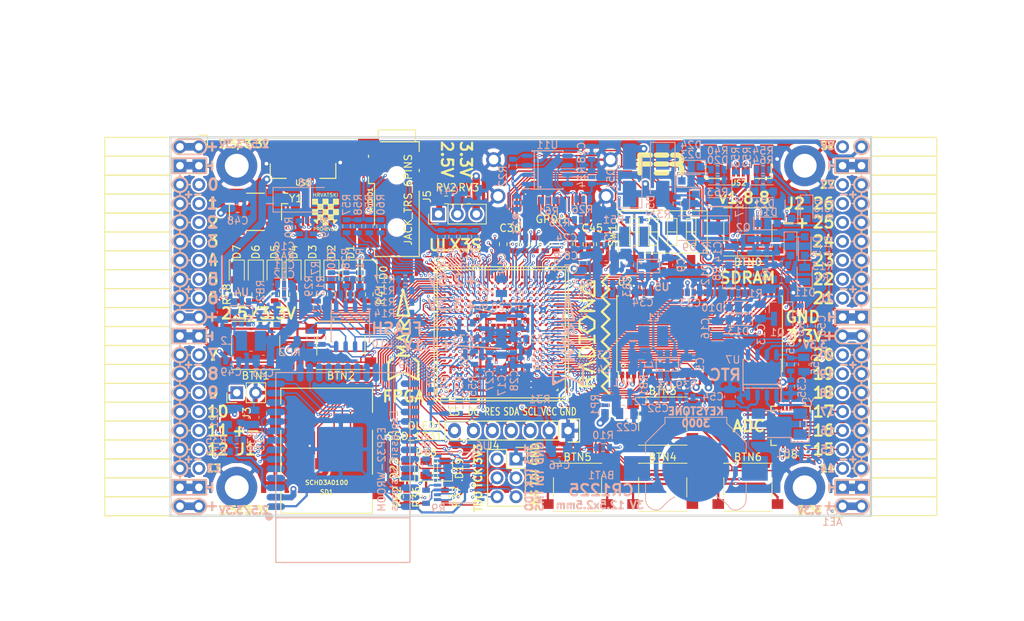
<source format=kicad_pcb>
(kicad_pcb (version 20171130) (host pcbnew 5.0.0-rc2-dev-unknown+dfsg1+20180318-2)
  (layers (0 F.Cu signal) (1 In1.Cu signal) (2 In2.Cu signal) (31 B.Cu signal) (34 B.Paste user) (35 F.Paste user) (36 B.SilkS user) (37 F.SilkS user) (38 B.Mask user) (39 F.Mask user) (44 Edge.Cuts user))
  (net 0 "")
  (net 1 GND)
  (net 2 +5V)
  (net 3 /gpio/IN5V)
  (net 4 /gpio/OUT5V)
  (net 5 +3V3)
  (net 6 BTN_D)
  (net 7 BTN_F1)
  (net 8 BTN_F2)
  (net 9 BTN_L)
  (net 10 BTN_R)
  (net 11 BTN_U)
  (net 12 /power/FB1)
  (net 13 +2V5)
  (net 14 /power/PWREN)
  (net 15 /power/FB3)
  (net 16 /power/FB2)
  (net 17 /power/VBAT)
  (net 18 JTAG_TDI)
  (net 19 JTAG_TCK)
  (net 20 JTAG_TMS)
  (net 21 JTAG_TDO)
  (net 22 /power/WAKEUPn)
  (net 23 /power/WKUP)
  (net 24 /power/SHUT)
  (net 25 /power/WAKE)
  (net 26 /power/HOLD)
  (net 27 /power/WKn)
  (net 28 /power/OSCI_32k)
  (net 29 /power/OSCO_32k)
  (net 30 SHUTDOWN)
  (net 31 /analog/AUDIO_L)
  (net 32 /analog/AUDIO_R)
  (net 33 GPDI_SDA)
  (net 34 GPDI_SCL)
  (net 35 /gpdi/VREF2)
  (net 36 SD_CMD)
  (net 37 SD_CLK)
  (net 38 SD_D0)
  (net 39 SD_D1)
  (net 40 USB5V)
  (net 41 GPDI_CEC)
  (net 42 nRESET)
  (net 43 FTDI_nDTR)
  (net 44 SDRAM_CKE)
  (net 45 SDRAM_A7)
  (net 46 SDRAM_D15)
  (net 47 SDRAM_BA1)
  (net 48 SDRAM_D7)
  (net 49 SDRAM_A6)
  (net 50 SDRAM_CLK)
  (net 51 SDRAM_D13)
  (net 52 SDRAM_BA0)
  (net 53 SDRAM_D6)
  (net 54 SDRAM_A5)
  (net 55 SDRAM_D14)
  (net 56 SDRAM_A11)
  (net 57 SDRAM_D12)
  (net 58 SDRAM_D5)
  (net 59 SDRAM_A4)
  (net 60 SDRAM_A10)
  (net 61 SDRAM_D11)
  (net 62 SDRAM_A3)
  (net 63 SDRAM_D4)
  (net 64 SDRAM_D10)
  (net 65 SDRAM_D9)
  (net 66 SDRAM_A9)
  (net 67 SDRAM_D3)
  (net 68 SDRAM_D8)
  (net 69 SDRAM_A8)
  (net 70 SDRAM_A2)
  (net 71 SDRAM_A1)
  (net 72 SDRAM_A0)
  (net 73 SDRAM_D2)
  (net 74 SDRAM_D1)
  (net 75 SDRAM_D0)
  (net 76 SDRAM_DQM0)
  (net 77 SDRAM_nCS)
  (net 78 SDRAM_nRAS)
  (net 79 SDRAM_DQM1)
  (net 80 SDRAM_nCAS)
  (net 81 SDRAM_nWE)
  (net 82 /flash/FLASH_nWP)
  (net 83 /flash/FLASH_nHOLD)
  (net 84 /flash/FLASH_MOSI)
  (net 85 /flash/FLASH_MISO)
  (net 86 /flash/FLASH_SCK)
  (net 87 /flash/FLASH_nCS)
  (net 88 /flash/FPGA_PROGRAMN)
  (net 89 /flash/FPGA_DONE)
  (net 90 /flash/FPGA_INITN)
  (net 91 OLED_RES)
  (net 92 OLED_DC)
  (net 93 OLED_CS)
  (net 94 WIFI_EN)
  (net 95 FTDI_nRTS)
  (net 96 FTDI_TXD)
  (net 97 FTDI_RXD)
  (net 98 WIFI_RXD)
  (net 99 WIFI_GPIO0)
  (net 100 WIFI_TXD)
  (net 101 USB_FTDI_D+)
  (net 102 USB_FTDI_D-)
  (net 103 SD_D3)
  (net 104 AUDIO_L3)
  (net 105 AUDIO_L2)
  (net 106 AUDIO_L1)
  (net 107 AUDIO_L0)
  (net 108 AUDIO_R3)
  (net 109 AUDIO_R2)
  (net 110 AUDIO_R1)
  (net 111 AUDIO_R0)
  (net 112 OLED_CLK)
  (net 113 OLED_MOSI)
  (net 114 LED0)
  (net 115 LED1)
  (net 116 LED2)
  (net 117 LED3)
  (net 118 LED4)
  (net 119 LED5)
  (net 120 LED6)
  (net 121 LED7)
  (net 122 BTN_PWRn)
  (net 123 FTDI_nTXLED)
  (net 124 FTDI_nSLEEP)
  (net 125 /blinkey/LED_PWREN)
  (net 126 /blinkey/LED_TXLED)
  (net 127 /sdcard/SD3V3)
  (net 128 SD_D2)
  (net 129 CLK_25MHz)
  (net 130 /blinkey/BTNPUL)
  (net 131 /blinkey/BTNPUR)
  (net 132 USB_FPGA_D+)
  (net 133 /power/FTDI_nSUSPEND)
  (net 134 /blinkey/ALED0)
  (net 135 /blinkey/ALED1)
  (net 136 /blinkey/ALED2)
  (net 137 /blinkey/ALED3)
  (net 138 /blinkey/ALED4)
  (net 139 /blinkey/ALED5)
  (net 140 /blinkey/ALED6)
  (net 141 /blinkey/ALED7)
  (net 142 /usb/FTD-)
  (net 143 /usb/FTD+)
  (net 144 ADC_MISO)
  (net 145 ADC_MOSI)
  (net 146 ADC_CSn)
  (net 147 ADC_SCLK)
  (net 148 SW3)
  (net 149 SW2)
  (net 150 SW1)
  (net 151 USB_FPGA_D-)
  (net 152 /usb/FPD+)
  (net 153 /usb/FPD-)
  (net 154 WIFI_GPIO16)
  (net 155 /usb/ANT_433MHz)
  (net 156 /power/PWRBTn)
  (net 157 PROG_DONE)
  (net 158 /power/P3V3)
  (net 159 /power/P2V5)
  (net 160 /power/L1)
  (net 161 /power/L3)
  (net 162 /power/L2)
  (net 163 FTDI_TXDEN)
  (net 164 SDRAM_A12)
  (net 165 /analog/AUDIO_V)
  (net 166 AUDIO_V3)
  (net 167 AUDIO_V2)
  (net 168 AUDIO_V1)
  (net 169 AUDIO_V0)
  (net 170 /blinkey/LED_WIFI)
  (net 171 /power/P1V1)
  (net 172 +1V1)
  (net 173 SW4)
  (net 174 /blinkey/SWPU)
  (net 175 /wifi/WIFIEN)
  (net 176 FT2V5)
  (net 177 GN0)
  (net 178 GP0)
  (net 179 GN1)
  (net 180 GP1)
  (net 181 GN2)
  (net 182 GP2)
  (net 183 GN3)
  (net 184 GP3)
  (net 185 GN4)
  (net 186 GP4)
  (net 187 GN5)
  (net 188 GP5)
  (net 189 GN6)
  (net 190 GP6)
  (net 191 GN14)
  (net 192 GP14)
  (net 193 GN15)
  (net 194 GP15)
  (net 195 GN16)
  (net 196 GP16)
  (net 197 GN17)
  (net 198 GP17)
  (net 199 GN18)
  (net 200 GP18)
  (net 201 GN19)
  (net 202 GP19)
  (net 203 GN20)
  (net 204 GP20)
  (net 205 GN21)
  (net 206 GP21)
  (net 207 GN22)
  (net 208 GP22)
  (net 209 GN23)
  (net 210 GP23)
  (net 211 GN24)
  (net 212 GP24)
  (net 213 GN25)
  (net 214 GP25)
  (net 215 GN26)
  (net 216 GP26)
  (net 217 GN27)
  (net 218 GP27)
  (net 219 GN7)
  (net 220 GP7)
  (net 221 GN8)
  (net 222 GP8)
  (net 223 GN9)
  (net 224 GP9)
  (net 225 GN10)
  (net 226 GP10)
  (net 227 GN11)
  (net 228 GP11)
  (net 229 GN12)
  (net 230 GP12)
  (net 231 GN13)
  (net 232 GP13)
  (net 233 WIFI_GPIO5)
  (net 234 WIFI_GPIO17)
  (net 235 USB_FPGA_PULL_D+)
  (net 236 USB_FPGA_PULL_D-)
  (net 237 "Net-(D23-Pad2)")
  (net 238 "Net-(D24-Pad1)")
  (net 239 "Net-(D25-Pad2)")
  (net 240 "Net-(D26-Pad1)")
  (net 241 /gpdi/GPDI_ETH+)
  (net 242 FPDI_ETH+)
  (net 243 /gpdi/GPDI_ETH-)
  (net 244 FPDI_ETH-)
  (net 245 /gpdi/GPDI_D2-)
  (net 246 FPDI_D2-)
  (net 247 /gpdi/GPDI_D1-)
  (net 248 FPDI_D1-)
  (net 249 /gpdi/GPDI_D0-)
  (net 250 FPDI_D0-)
  (net 251 /gpdi/GPDI_CLK-)
  (net 252 FPDI_CLK-)
  (net 253 /gpdi/GPDI_D2+)
  (net 254 FPDI_D2+)
  (net 255 /gpdi/GPDI_D1+)
  (net 256 FPDI_D1+)
  (net 257 /gpdi/GPDI_D0+)
  (net 258 FPDI_D0+)
  (net 259 /gpdi/GPDI_CLK+)
  (net 260 FPDI_CLK+)
  (net 261 FPDI_SDA)
  (net 262 FPDI_SCL)
  (net 263 /gpdi/FPDI_CEC)
  (net 264 2V5_3V3)
  (net 265 "Net-(AUDIO1-Pad5)")
  (net 266 "Net-(AUDIO1-Pad6)")
  (net 267 "Net-(U1-PadA15)")
  (net 268 "Net-(U1-PadC9)")
  (net 269 "Net-(U1-PadD9)")
  (net 270 "Net-(U1-PadD10)")
  (net 271 "Net-(U1-PadD11)")
  (net 272 "Net-(U1-PadD12)")
  (net 273 "Net-(U1-PadE6)")
  (net 274 "Net-(U1-PadE9)")
  (net 275 "Net-(U1-PadE10)")
  (net 276 "Net-(U1-PadE11)")
  (net 277 "Net-(U1-PadJ4)")
  (net 278 "Net-(U1-PadJ5)")
  (net 279 "Net-(U1-PadK5)")
  (net 280 "Net-(U1-PadL5)")
  (net 281 "Net-(U1-PadM4)")
  (net 282 "Net-(U1-PadM5)")
  (net 283 SD_CD)
  (net 284 SD_WP)
  (net 285 "Net-(U1-PadR3)")
  (net 286 "Net-(U1-PadT16)")
  (net 287 "Net-(U1-PadW4)")
  (net 288 "Net-(U1-PadW5)")
  (net 289 "Net-(U1-PadW8)")
  (net 290 "Net-(U1-PadW9)")
  (net 291 "Net-(U1-PadW13)")
  (net 292 "Net-(U1-PadW14)")
  (net 293 "Net-(U1-PadW17)")
  (net 294 "Net-(U1-PadW18)")
  (net 295 FTDI_nRXLED)
  (net 296 "Net-(U8-Pad12)")
  (net 297 "Net-(U8-Pad25)")
  (net 298 "Net-(U9-Pad32)")
  (net 299 "Net-(U9-Pad22)")
  (net 300 "Net-(U9-Pad21)")
  (net 301 "Net-(U9-Pad20)")
  (net 302 "Net-(U9-Pad19)")
  (net 303 "Net-(U9-Pad18)")
  (net 304 "Net-(U9-Pad17)")
  (net 305 "Net-(U9-Pad12)")
  (net 306 "Net-(U9-Pad5)")
  (net 307 "Net-(U9-Pad4)")
  (net 308 "Net-(US1-Pad4)")
  (net 309 "Net-(US2-Pad4)")
  (net 310 "Net-(Y2-Pad3)")
  (net 311 "Net-(Y2-Pad2)")
  (net 312 "Net-(U1-PadK16)")
  (net 313 "Net-(U1-PadK17)")
  (net 314 /usb/US2VBUS)
  (net 315 /power/SHD)
  (net 316 /power/RTCVDD)
  (module Socket_Strips:Socket_Strip_Angled_2x20 (layer F.Cu) (at 97.91 62.69 270)
    (fp_text reference J1 (at 40.64 -6.35) (layer F.SilkS) (effects (font (size 1.5 1.5) (thickness 0.3))))
    (fp_text value CONN_02X20 hide)
    (pad 1 thru_hole oval (at 0 0 270) (size 1.7272 1.7272) (drill 1.016) (layers *.Cu *.Mask) (net 264 2V5_3V3))
    (pad 2 thru_hole oval (at 0 2.54 270) (size 1.7272 1.7272) (drill 1.016) (layers *.Cu *.Mask) (net 264 2V5_3V3))
    (pad 3 thru_hole rect (at 2.54 0 270) (size 1.7272 1.7272) (drill 1.016) (layers *.Cu *.Mask) (net 1 GND))
    (pad 4 thru_hole rect (at 2.54 2.54 270) (size 1.7272 1.7272) (drill 1.016) (layers *.Cu *.Mask) (net 1 GND))
    (pad 5 thru_hole oval (at 5.08 0 270) (size 1.7272 1.7272) (drill 1.016) (layers *.Cu *.Mask) (net 177 GN0))
    (pad 6 thru_hole oval (at 5.08 2.54 270) (size 1.7272 1.7272) (drill 1.016) (layers *.Cu *.Mask) (net 178 GP0))
    (pad 7 thru_hole oval (at 7.62 0 270) (size 1.7272 1.7272) (drill 1.016) (layers *.Cu *.Mask) (net 179 GN1))
    (pad 8 thru_hole oval (at 7.62 2.54 270) (size 1.7272 1.7272) (drill 1.016) (layers *.Cu *.Mask) (net 180 GP1))
    (pad 9 thru_hole oval (at 10.16 0 270) (size 1.7272 1.7272) (drill 1.016) (layers *.Cu *.Mask) (net 181 GN2))
    (pad 10 thru_hole oval (at 10.16 2.54 270) (size 1.7272 1.7272) (drill 1.016) (layers *.Cu *.Mask) (net 182 GP2))
    (pad 11 thru_hole oval (at 12.7 0 270) (size 1.7272 1.7272) (drill 1.016) (layers *.Cu *.Mask) (net 183 GN3))
    (pad 12 thru_hole oval (at 12.7 2.54 270) (size 1.7272 1.7272) (drill 1.016) (layers *.Cu *.Mask) (net 184 GP3))
    (pad 13 thru_hole oval (at 15.24 0 270) (size 1.7272 1.7272) (drill 1.016) (layers *.Cu *.Mask) (net 185 GN4))
    (pad 14 thru_hole oval (at 15.24 2.54 270) (size 1.7272 1.7272) (drill 1.016) (layers *.Cu *.Mask) (net 186 GP4))
    (pad 15 thru_hole oval (at 17.78 0 270) (size 1.7272 1.7272) (drill 1.016) (layers *.Cu *.Mask) (net 187 GN5))
    (pad 16 thru_hole oval (at 17.78 2.54 270) (size 1.7272 1.7272) (drill 1.016) (layers *.Cu *.Mask) (net 188 GP5))
    (pad 17 thru_hole oval (at 20.32 0 270) (size 1.7272 1.7272) (drill 1.016) (layers *.Cu *.Mask) (net 189 GN6))
    (pad 18 thru_hole oval (at 20.32 2.54 270) (size 1.7272 1.7272) (drill 1.016) (layers *.Cu *.Mask) (net 190 GP6))
    (pad 19 thru_hole oval (at 22.86 0 270) (size 1.7272 1.7272) (drill 1.016) (layers *.Cu *.Mask) (net 264 2V5_3V3))
    (pad 20 thru_hole oval (at 22.86 2.54 270) (size 1.7272 1.7272) (drill 1.016) (layers *.Cu *.Mask) (net 264 2V5_3V3))
    (pad 21 thru_hole rect (at 25.4 0 270) (size 1.7272 1.7272) (drill 1.016) (layers *.Cu *.Mask) (net 1 GND))
    (pad 22 thru_hole rect (at 25.4 2.54 270) (size 1.7272 1.7272) (drill 1.016) (layers *.Cu *.Mask) (net 1 GND))
    (pad 23 thru_hole oval (at 27.94 0 270) (size 1.7272 1.7272) (drill 1.016) (layers *.Cu *.Mask) (net 219 GN7))
    (pad 24 thru_hole oval (at 27.94 2.54 270) (size 1.7272 1.7272) (drill 1.016) (layers *.Cu *.Mask) (net 220 GP7))
    (pad 25 thru_hole oval (at 30.48 0 270) (size 1.7272 1.7272) (drill 1.016) (layers *.Cu *.Mask) (net 221 GN8))
    (pad 26 thru_hole oval (at 30.48 2.54 270) (size 1.7272 1.7272) (drill 1.016) (layers *.Cu *.Mask) (net 222 GP8))
    (pad 27 thru_hole oval (at 33.02 0 270) (size 1.7272 1.7272) (drill 1.016) (layers *.Cu *.Mask) (net 223 GN9))
    (pad 28 thru_hole oval (at 33.02 2.54 270) (size 1.7272 1.7272) (drill 1.016) (layers *.Cu *.Mask) (net 224 GP9))
    (pad 29 thru_hole oval (at 35.56 0 270) (size 1.7272 1.7272) (drill 1.016) (layers *.Cu *.Mask) (net 225 GN10))
    (pad 30 thru_hole oval (at 35.56 2.54 270) (size 1.7272 1.7272) (drill 1.016) (layers *.Cu *.Mask) (net 226 GP10))
    (pad 31 thru_hole oval (at 38.1 0 270) (size 1.7272 1.7272) (drill 1.016) (layers *.Cu *.Mask) (net 227 GN11))
    (pad 32 thru_hole oval (at 38.1 2.54 270) (size 1.7272 1.7272) (drill 1.016) (layers *.Cu *.Mask) (net 228 GP11))
    (pad 33 thru_hole oval (at 40.64 0 270) (size 1.7272 1.7272) (drill 1.016) (layers *.Cu *.Mask) (net 229 GN12))
    (pad 34 thru_hole oval (at 40.64 2.54 270) (size 1.7272 1.7272) (drill 1.016) (layers *.Cu *.Mask) (net 230 GP12))
    (pad 35 thru_hole oval (at 43.18 0 270) (size 1.7272 1.7272) (drill 1.016) (layers *.Cu *.Mask) (net 231 GN13))
    (pad 36 thru_hole oval (at 43.18 2.54 270) (size 1.7272 1.7272) (drill 1.016) (layers *.Cu *.Mask) (net 232 GP13))
    (pad 37 thru_hole rect (at 45.72 0 270) (size 1.7272 1.7272) (drill 1.016) (layers *.Cu *.Mask) (net 1 GND))
    (pad 38 thru_hole rect (at 45.72 2.54 270) (size 1.7272 1.7272) (drill 1.016) (layers *.Cu *.Mask) (net 1 GND))
    (pad 39 thru_hole oval (at 48.26 0 270) (size 1.7272 1.7272) (drill 1.016) (layers *.Cu *.Mask) (net 264 2V5_3V3))
    (pad 40 thru_hole oval (at 48.26 2.54 270) (size 1.7272 1.7272) (drill 1.016) (layers *.Cu *.Mask) (net 264 2V5_3V3))
  )
  (module TSOT-25:TSOT-25 (layer B.Cu) (at 160.775 91.9)
    (fp_text reference U3 (at -0.295 2.9) (layer B.SilkS) (effects (font (thickness 0.2)) (justify mirror)))
    (fp_text value TLV62569DBV)
    (pad 1 smd rect (at -0.95 -1.3) (size 0.7 1.2) (layers B.Cu B.Paste B.Mask) (net 14 /power/PWREN))
    (pad 2 smd rect (at 0 -1.3) (size 0.7 1.2) (layers B.Cu B.Paste B.Mask) (net 1 GND))
    (pad 3 smd rect (at 0.95 -1.3) (size 0.7 1.2) (layers B.Cu B.Paste B.Mask) (net 160 /power/L1))
    (pad 4 smd rect (at 0.95 1.3) (size 0.7 1.2) (layers B.Cu B.Paste B.Mask) (net 2 +5V))
    (pad 5 smd rect (at -0.95 1.3) (size 0.7 1.2) (layers B.Cu B.Paste B.Mask) (net 12 /power/FB1))
  )
  (module TSOT-25:TSOT-25 (layer B.Cu) (at 103.625 84.915 180)
    (fp_text reference U4 (at 0 2.697 180) (layer B.SilkS) (effects (font (thickness 0.2)) (justify mirror)))
    (fp_text value TLV62569DBV)
    (pad 1 smd rect (at -0.95 -1.3 180) (size 0.7 1.2) (layers B.Cu B.Paste B.Mask) (net 14 /power/PWREN))
    (pad 2 smd rect (at 0 -1.3 180) (size 0.7 1.2) (layers B.Cu B.Paste B.Mask) (net 1 GND))
    (pad 3 smd rect (at 0.95 -1.3 180) (size 0.7 1.2) (layers B.Cu B.Paste B.Mask) (net 162 /power/L2))
    (pad 4 smd rect (at 0.95 1.3 180) (size 0.7 1.2) (layers B.Cu B.Paste B.Mask) (net 2 +5V))
    (pad 5 smd rect (at -0.95 1.3 180) (size 0.7 1.2) (layers B.Cu B.Paste B.Mask) (net 16 /power/FB2))
  )
  (module TSOT-25:TSOT-25 (layer B.Cu) (at 158.235 78.692)
    (fp_text reference U5 (at 1.793 2.812) (layer B.SilkS) (effects (font (thickness 0.2)) (justify mirror)))
    (fp_text value TLV62569DBV)
    (pad 1 smd rect (at -0.95 -1.3) (size 0.7 1.2) (layers B.Cu B.Paste B.Mask) (net 14 /power/PWREN))
    (pad 2 smd rect (at 0 -1.3) (size 0.7 1.2) (layers B.Cu B.Paste B.Mask) (net 1 GND))
    (pad 3 smd rect (at 0.95 -1.3) (size 0.7 1.2) (layers B.Cu B.Paste B.Mask) (net 161 /power/L3))
    (pad 4 smd rect (at 0.95 1.3) (size 0.7 1.2) (layers B.Cu B.Paste B.Mask) (net 2 +5V))
    (pad 5 smd rect (at -0.95 1.3) (size 0.7 1.2) (layers B.Cu B.Paste B.Mask) (net 15 /power/FB3))
  )
  (module Socket_Strips:Socket_Strip_Angled_2x20 (layer F.Cu) (at 184.27 110.95 90)
    (fp_text reference J2 (at 40.64 -6.35 180) (layer F.SilkS) (effects (font (size 1.5 1.5) (thickness 0.3))))
    (fp_text value CONN_02X20 hide)
    (pad 1 thru_hole oval (at 0 0 90) (size 1.7272 1.7272) (drill 1.016) (layers *.Cu *.Mask) (net 5 +3V3))
    (pad 2 thru_hole oval (at 0 2.54 90) (size 1.7272 1.7272) (drill 1.016) (layers *.Cu *.Mask) (net 5 +3V3))
    (pad 3 thru_hole rect (at 2.54 0 90) (size 1.7272 1.7272) (drill 1.016) (layers *.Cu *.Mask) (net 1 GND))
    (pad 4 thru_hole rect (at 2.54 2.54 90) (size 1.7272 1.7272) (drill 1.016) (layers *.Cu *.Mask) (net 1 GND))
    (pad 5 thru_hole oval (at 5.08 0 90) (size 1.7272 1.7272) (drill 1.016) (layers *.Cu *.Mask) (net 191 GN14))
    (pad 6 thru_hole oval (at 5.08 2.54 90) (size 1.7272 1.7272) (drill 1.016) (layers *.Cu *.Mask) (net 192 GP14))
    (pad 7 thru_hole oval (at 7.62 0 90) (size 1.7272 1.7272) (drill 1.016) (layers *.Cu *.Mask) (net 193 GN15))
    (pad 8 thru_hole oval (at 7.62 2.54 90) (size 1.7272 1.7272) (drill 1.016) (layers *.Cu *.Mask) (net 194 GP15))
    (pad 9 thru_hole oval (at 10.16 0 90) (size 1.7272 1.7272) (drill 1.016) (layers *.Cu *.Mask) (net 195 GN16))
    (pad 10 thru_hole oval (at 10.16 2.54 90) (size 1.7272 1.7272) (drill 1.016) (layers *.Cu *.Mask) (net 196 GP16))
    (pad 11 thru_hole oval (at 12.7 0 90) (size 1.7272 1.7272) (drill 1.016) (layers *.Cu *.Mask) (net 197 GN17))
    (pad 12 thru_hole oval (at 12.7 2.54 90) (size 1.7272 1.7272) (drill 1.016) (layers *.Cu *.Mask) (net 198 GP17))
    (pad 13 thru_hole oval (at 15.24 0 90) (size 1.7272 1.7272) (drill 1.016) (layers *.Cu *.Mask) (net 199 GN18))
    (pad 14 thru_hole oval (at 15.24 2.54 90) (size 1.7272 1.7272) (drill 1.016) (layers *.Cu *.Mask) (net 200 GP18))
    (pad 15 thru_hole oval (at 17.78 0 90) (size 1.7272 1.7272) (drill 1.016) (layers *.Cu *.Mask) (net 201 GN19))
    (pad 16 thru_hole oval (at 17.78 2.54 90) (size 1.7272 1.7272) (drill 1.016) (layers *.Cu *.Mask) (net 202 GP19))
    (pad 17 thru_hole oval (at 20.32 0 90) (size 1.7272 1.7272) (drill 1.016) (layers *.Cu *.Mask) (net 203 GN20))
    (pad 18 thru_hole oval (at 20.32 2.54 90) (size 1.7272 1.7272) (drill 1.016) (layers *.Cu *.Mask) (net 204 GP20))
    (pad 19 thru_hole oval (at 22.86 0 90) (size 1.7272 1.7272) (drill 1.016) (layers *.Cu *.Mask) (net 5 +3V3))
    (pad 20 thru_hole oval (at 22.86 2.54 90) (size 1.7272 1.7272) (drill 1.016) (layers *.Cu *.Mask) (net 5 +3V3))
    (pad 21 thru_hole rect (at 25.4 0 90) (size 1.7272 1.7272) (drill 1.016) (layers *.Cu *.Mask) (net 1 GND))
    (pad 22 thru_hole rect (at 25.4 2.54 90) (size 1.7272 1.7272) (drill 1.016) (layers *.Cu *.Mask) (net 1 GND))
    (pad 23 thru_hole oval (at 27.94 0 90) (size 1.7272 1.7272) (drill 1.016) (layers *.Cu *.Mask) (net 205 GN21))
    (pad 24 thru_hole oval (at 27.94 2.54 90) (size 1.7272 1.7272) (drill 1.016) (layers *.Cu *.Mask) (net 206 GP21))
    (pad 25 thru_hole oval (at 30.48 0 90) (size 1.7272 1.7272) (drill 1.016) (layers *.Cu *.Mask) (net 207 GN22))
    (pad 26 thru_hole oval (at 30.48 2.54 90) (size 1.7272 1.7272) (drill 1.016) (layers *.Cu *.Mask) (net 208 GP22))
    (pad 27 thru_hole oval (at 33.02 0 90) (size 1.7272 1.7272) (drill 1.016) (layers *.Cu *.Mask) (net 209 GN23))
    (pad 28 thru_hole oval (at 33.02 2.54 90) (size 1.7272 1.7272) (drill 1.016) (layers *.Cu *.Mask) (net 210 GP23))
    (pad 29 thru_hole oval (at 35.56 0 90) (size 1.7272 1.7272) (drill 1.016) (layers *.Cu *.Mask) (net 211 GN24))
    (pad 30 thru_hole oval (at 35.56 2.54 90) (size 1.7272 1.7272) (drill 1.016) (layers *.Cu *.Mask) (net 212 GP24))
    (pad 31 thru_hole oval (at 38.1 0 90) (size 1.7272 1.7272) (drill 1.016) (layers *.Cu *.Mask) (net 213 GN25))
    (pad 32 thru_hole oval (at 38.1 2.54 90) (size 1.7272 1.7272) (drill 1.016) (layers *.Cu *.Mask) (net 214 GP25))
    (pad 33 thru_hole oval (at 40.64 0 90) (size 1.7272 1.7272) (drill 1.016) (layers *.Cu *.Mask) (net 215 GN26))
    (pad 34 thru_hole oval (at 40.64 2.54 90) (size 1.7272 1.7272) (drill 1.016) (layers *.Cu *.Mask) (net 216 GP26))
    (pad 35 thru_hole oval (at 43.18 0 90) (size 1.7272 1.7272) (drill 1.016) (layers *.Cu *.Mask) (net 217 GN27))
    (pad 36 thru_hole oval (at 43.18 2.54 90) (size 1.7272 1.7272) (drill 1.016) (layers *.Cu *.Mask) (net 218 GP27))
    (pad 37 thru_hole rect (at 45.72 0 90) (size 1.7272 1.7272) (drill 1.016) (layers *.Cu *.Mask) (net 1 GND))
    (pad 38 thru_hole rect (at 45.72 2.54 90) (size 1.7272 1.7272) (drill 1.016) (layers *.Cu *.Mask) (net 1 GND))
    (pad 39 thru_hole oval (at 48.26 0 90) (size 1.7272 1.7272) (drill 1.016) (layers *.Cu *.Mask) (net 3 /gpio/IN5V))
    (pad 40 thru_hole oval (at 48.26 2.54 90) (size 1.7272 1.7272) (drill 1.016) (layers *.Cu *.Mask) (net 4 /gpio/OUT5V))
  )
  (module Mounting_Holes:MountingHole_3.2mm_M3_ISO14580_Pad (layer F.Cu) (at 102.99 108.41)
    (fp_text reference H1 hide)
    (fp_text value HOLE hide)
    (pad 1 thru_hole circle (at 0 0) (size 5.5 5.5) (drill 3.2) (layers *.Cu *.Mask) (net 1 GND))
  )
  (module Mounting_Holes:MountingHole_3.2mm_M3_ISO14580_Pad (layer F.Cu) (at 179.19 108.41)
    (fp_text reference H2 hide)
    (fp_text value HOLE hide)
    (pad 1 thru_hole circle (at 0 0) (size 5.5 5.5) (drill 3.2) (layers *.Cu *.Mask) (net 1 GND))
  )
  (module Mounting_Holes:MountingHole_3.2mm_M3_ISO14580_Pad (layer F.Cu) (at 179.19 65.23)
    (fp_text reference H3 hide)
    (fp_text value HOLE hide)
    (pad 1 thru_hole circle (at 0 0) (size 5.5 5.5) (drill 3.2) (layers *.Cu *.Mask) (net 1 GND))
  )
  (module Mounting_Holes:MountingHole_3.2mm_M3_ISO14580_Pad (layer F.Cu) (at 102.99 65.23)
    (fp_text reference H4 hide)
    (fp_text value HOLE hide)
    (pad 1 thru_hole circle (at 0 0) (size 5.5 5.5) (drill 3.2) (layers *.Cu *.Mask) (net 1 GND))
  )
  (module Housings_SSOP:SSOP-20_4.4x6.5mm_Pitch0.65mm (layer B.Cu) (at 132.835 107.14 180)
    (fp_text reference U6 (at -3.175 4.318 180) (layer B.SilkS) (effects (justify mirror)))
    (fp_text value FT231XS)
    (pad 1 smd rect (at -2.9 2.925 180) (size 1 0.4) (layers B.Cu B.Paste B.Mask) (net 43 FTDI_nDTR))
    (pad 2 smd rect (at -2.9 2.275 180) (size 1 0.4) (layers B.Cu B.Paste B.Mask) (net 95 FTDI_nRTS))
    (pad 3 smd rect (at -2.9 1.625 180) (size 1 0.4) (layers B.Cu B.Paste B.Mask) (net 176 FT2V5))
    (pad 4 smd rect (at -2.9 0.975 180) (size 1 0.4) (layers B.Cu B.Paste B.Mask) (net 97 FTDI_RXD))
    (pad 5 smd rect (at -2.9 0.325 180) (size 1 0.4) (layers B.Cu B.Paste B.Mask) (net 18 JTAG_TDI))
    (pad 6 smd rect (at -2.9 -0.325 180) (size 1 0.4) (layers B.Cu B.Paste B.Mask) (net 1 GND))
    (pad 7 smd rect (at -2.9 -0.975 180) (size 1 0.4) (layers B.Cu B.Paste B.Mask) (net 19 JTAG_TCK))
    (pad 8 smd rect (at -2.9 -1.625 180) (size 1 0.4) (layers B.Cu B.Paste B.Mask) (net 20 JTAG_TMS))
    (pad 9 smd rect (at -2.9 -2.275 180) (size 1 0.4) (layers B.Cu B.Paste B.Mask) (net 21 JTAG_TDO))
    (pad 10 smd rect (at -2.9 -2.925 180) (size 1 0.4) (layers B.Cu B.Paste B.Mask) (net 123 FTDI_nTXLED))
    (pad 11 smd rect (at 2.9 -2.925 180) (size 1 0.4) (layers B.Cu B.Paste B.Mask) (net 101 USB_FTDI_D+))
    (pad 12 smd rect (at 2.9 -2.275 180) (size 1 0.4) (layers B.Cu B.Paste B.Mask) (net 102 USB_FTDI_D-))
    (pad 13 smd rect (at 2.9 -1.625 180) (size 1 0.4) (layers B.Cu B.Paste B.Mask) (net 176 FT2V5))
    (pad 14 smd rect (at 2.9 -0.975 180) (size 1 0.4) (layers B.Cu B.Paste B.Mask) (net 42 nRESET))
    (pad 15 smd rect (at 2.9 -0.325 180) (size 1 0.4) (layers B.Cu B.Paste B.Mask) (net 40 USB5V))
    (pad 16 smd rect (at 2.9 0.325 180) (size 1 0.4) (layers B.Cu B.Paste B.Mask) (net 1 GND))
    (pad 17 smd rect (at 2.9 0.975 180) (size 1 0.4) (layers B.Cu B.Paste B.Mask) (net 295 FTDI_nRXLED))
    (pad 18 smd rect (at 2.9 1.625 180) (size 1 0.4) (layers B.Cu B.Paste B.Mask) (net 163 FTDI_TXDEN))
    (pad 19 smd rect (at 2.9 2.275 180) (size 1 0.4) (layers B.Cu B.Paste B.Mask) (net 124 FTDI_nSLEEP))
    (pad 20 smd rect (at 2.9 2.925 180) (size 1 0.4) (layers B.Cu B.Paste B.Mask) (net 96 FTDI_TXD))
  )
  (module usb_otg:USB-MICRO-B-FCI-10118192-0001LF (layer F.Cu) (at 111.88 63.325 180)
    (fp_text reference US1 (at 0 -4.2 180) (layer F.SilkS) (effects (font (size 0.7 0.7))))
    (fp_text value MICRO_USB hide)
    (pad 6 smd rect (at -3.1 -2.55 180) (size 2.1 1.6) (layers F.Cu F.Paste F.Mask) (net 1 GND))
    (pad 6 smd rect (at 3.1 -2.55 180) (size 2.1 1.6) (layers F.Cu F.Paste F.Mask) (net 1 GND))
    (pad 6 smd rect (at -1.2 0 180) (size 1.9 1.9) (layers F.Cu F.Paste F.Mask) (net 1 GND))
    (pad 6 smd rect (at 1.2 0 180) (size 1.9 1.9) (layers F.Cu F.Paste F.Mask) (net 1 GND))
    (pad 1 smd rect (at -1.3 -2.675 180) (size 0.4 1.35) (layers F.Cu F.Paste F.Mask) (net 40 USB5V))
    (pad 2 smd rect (at -0.65 -2.675 180) (size 0.4 1.35) (layers F.Cu F.Paste F.Mask) (net 142 /usb/FTD-))
    (pad 3 smd rect (at 0 -2.675 180) (size 0.4 1.35) (layers F.Cu F.Paste F.Mask) (net 143 /usb/FTD+))
    (pad 4 smd rect (at 0.65 -2.675 180) (size 0.4 1.35) (layers F.Cu F.Paste F.Mask) (net 308 "Net-(US1-Pad4)"))
    (pad 5 smd rect (at 1.3 -2.675 180) (size 0.4 1.35) (layers F.Cu F.Paste F.Mask) (net 1 GND))
    (pad 6 smd rect (at -3.8 0 180) (size 1.8 1.9) (layers F.Cu F.Paste F.Mask) (net 1 GND))
    (pad 6 smd rect (at 3.8 0 180) (size 1.8 1.9) (layers F.Cu F.Paste F.Mask) (net 1 GND))
  )
  (module usb_otg:USB-MICRO-B-FCI-10118192-0001LF (layer F.Cu) (at 170.3 63.325 180)
    (fp_text reference US2 (at 0 -4.2 180) (layer F.SilkS) (effects (font (size 0.7 0.7))))
    (fp_text value MICRO_USB hide)
    (pad 6 smd rect (at -3.1 -2.55 180) (size 2.1 1.6) (layers F.Cu F.Paste F.Mask) (net 1 GND))
    (pad 6 smd rect (at 3.1 -2.55 180) (size 2.1 1.6) (layers F.Cu F.Paste F.Mask) (net 1 GND))
    (pad 6 smd rect (at -1.2 0 180) (size 1.9 1.9) (layers F.Cu F.Paste F.Mask) (net 1 GND))
    (pad 6 smd rect (at 1.2 0 180) (size 1.9 1.9) (layers F.Cu F.Paste F.Mask) (net 1 GND))
    (pad 1 smd rect (at -1.3 -2.675 180) (size 0.4 1.35) (layers F.Cu F.Paste F.Mask) (net 314 /usb/US2VBUS))
    (pad 2 smd rect (at -0.65 -2.675 180) (size 0.4 1.35) (layers F.Cu F.Paste F.Mask) (net 153 /usb/FPD-))
    (pad 3 smd rect (at 0 -2.675 180) (size 0.4 1.35) (layers F.Cu F.Paste F.Mask) (net 152 /usb/FPD+))
    (pad 4 smd rect (at 0.65 -2.675 180) (size 0.4 1.35) (layers F.Cu F.Paste F.Mask) (net 309 "Net-(US2-Pad4)"))
    (pad 5 smd rect (at 1.3 -2.675 180) (size 0.4 1.35) (layers F.Cu F.Paste F.Mask) (net 1 GND))
    (pad 6 smd rect (at -3.8 0 180) (size 1.8 1.9) (layers F.Cu F.Paste F.Mask) (net 1 GND))
    (pad 6 smd rect (at 3.8 0 180) (size 1.8 1.9) (layers F.Cu F.Paste F.Mask) (net 1 GND))
  )
  (module Socket_Strips:Socket_Strip_Straight_2x03 (layer F.Cu) (at 140.455 104.6 270)
    (fp_text reference J4 (at -1.778 3.048) (layer F.SilkS))
    (fp_text value CONN_02X03 hide)
    (pad 1 thru_hole rect (at 0 0 270) (size 1.7272 1.7272) (drill 1.016) (layers *.Cu *.Mask) (net 1 GND))
    (pad 2 thru_hole oval (at 0 2.54 270) (size 1.7272 1.7272) (drill 1.016) (layers *.Cu *.Mask) (net 5 +3V3))
    (pad 3 thru_hole oval (at 2.54 0 270) (size 1.7272 1.7272) (drill 1.016) (layers *.Cu *.Mask) (net 18 JTAG_TDI))
    (pad 4 thru_hole oval (at 2.54 2.54 270) (size 1.7272 1.7272) (drill 1.016) (layers *.Cu *.Mask) (net 19 JTAG_TCK))
    (pad 5 thru_hole oval (at 5.08 0 270) (size 1.7272 1.7272) (drill 1.016) (layers *.Cu *.Mask) (net 20 JTAG_TMS))
    (pad 6 thru_hole oval (at 5.08 2.54 270) (size 1.7272 1.7272) (drill 1.016) (layers *.Cu *.Mask) (net 21 JTAG_TDO))
  )
  (module Housings_DFN_QFN:QFN-28-1EP_5x5mm_Pitch0.5mm (layer F.Cu) (at 177.285 100.155 180)
    (fp_text reference U8 (at 0 -3.875 180) (layer F.SilkS))
    (fp_text value MAX11125)
    (pad 1 smd oval (at -2.45 -1.5 180) (size 0.85 0.3) (layers F.Cu F.Paste F.Mask) (net 194 GP15))
    (pad 2 smd oval (at -2.45 -1 180) (size 0.85 0.3) (layers F.Cu F.Paste F.Mask) (net 195 GN16))
    (pad 3 smd oval (at -2.45 -0.5 180) (size 0.85 0.3) (layers F.Cu F.Paste F.Mask) (net 196 GP16))
    (pad 4 smd oval (at -2.45 0 180) (size 0.85 0.3) (layers F.Cu F.Paste F.Mask) (net 197 GN17))
    (pad 5 smd oval (at -2.45 0.5 180) (size 0.85 0.3) (layers F.Cu F.Paste F.Mask) (net 198 GP17))
    (pad 6 smd oval (at -2.45 1 180) (size 0.85 0.3) (layers F.Cu F.Paste F.Mask) (net 1 GND))
    (pad 7 smd oval (at -2.45 1.5 180) (size 0.85 0.3) (layers F.Cu F.Paste F.Mask) (net 1 GND))
    (pad 8 smd oval (at -1.5 2.45 270) (size 0.85 0.3) (layers F.Cu F.Paste F.Mask) (net 1 GND))
    (pad 9 smd oval (at -1 2.45 270) (size 0.85 0.3) (layers F.Cu F.Paste F.Mask) (net 1 GND))
    (pad 10 smd oval (at -0.5 2.45 270) (size 0.85 0.3) (layers F.Cu F.Paste F.Mask) (net 1 GND))
    (pad 11 smd oval (at 0 2.45 270) (size 0.85 0.3) (layers F.Cu F.Paste F.Mask) (net 1 GND))
    (pad 12 smd oval (at 0.5 2.45 270) (size 0.85 0.3) (layers F.Cu F.Paste F.Mask) (net 296 "Net-(U8-Pad12)"))
    (pad 13 smd oval (at 1 2.45 270) (size 0.85 0.3) (layers F.Cu F.Paste F.Mask) (net 1 GND))
    (pad 14 smd oval (at 1.5 2.45 270) (size 0.85 0.3) (layers F.Cu F.Paste F.Mask) (net 1 GND))
    (pad 15 smd oval (at 2.45 1.5 180) (size 0.85 0.3) (layers F.Cu F.Paste F.Mask) (net 5 +3V3))
    (pad 16 smd oval (at 2.45 1 180) (size 0.85 0.3) (layers F.Cu F.Paste F.Mask) (net 1 GND))
    (pad 17 smd oval (at 2.45 0.5 180) (size 0.85 0.3) (layers F.Cu F.Paste F.Mask) (net 5 +3V3))
    (pad 18 smd oval (at 2.45 0 180) (size 0.85 0.3) (layers F.Cu F.Paste F.Mask) (net 5 +3V3))
    (pad 19 smd oval (at 2.45 -0.5 180) (size 0.85 0.3) (layers F.Cu F.Paste F.Mask) (net 147 ADC_SCLK))
    (pad 20 smd oval (at 2.45 -1 180) (size 0.85 0.3) (layers F.Cu F.Paste F.Mask) (net 146 ADC_CSn))
    (pad 21 smd oval (at 2.45 -1.5 180) (size 0.85 0.3) (layers F.Cu F.Paste F.Mask) (net 145 ADC_MOSI))
    (pad 22 smd oval (at 1.5 -2.45 270) (size 0.85 0.3) (layers F.Cu F.Paste F.Mask) (net 1 GND))
    (pad 23 smd oval (at 1 -2.45 270) (size 0.85 0.3) (layers F.Cu F.Paste F.Mask) (net 5 +3V3))
    (pad 24 smd oval (at 0.5 -2.45 270) (size 0.85 0.3) (layers F.Cu F.Paste F.Mask) (net 144 ADC_MISO))
    (pad 25 smd oval (at 0 -2.45 270) (size 0.85 0.3) (layers F.Cu F.Paste F.Mask) (net 297 "Net-(U8-Pad25)"))
    (pad 26 smd oval (at -0.5 -2.45 270) (size 0.85 0.3) (layers F.Cu F.Paste F.Mask) (net 191 GN14))
    (pad 27 smd oval (at -1 -2.45 270) (size 0.85 0.3) (layers F.Cu F.Paste F.Mask) (net 192 GP14))
    (pad 28 smd oval (at -1.5 -2.45 270) (size 0.85 0.3) (layers F.Cu F.Paste F.Mask) (net 193 GN15))
    (pad 29 smd rect (at 0.8375 0.8375 180) (size 1.675 1.675) (layers F.Cu F.Paste F.Mask) (net 1 GND))
    (pad 29 smd rect (at 0.8375 -0.8375 180) (size 1.675 1.675) (layers F.Cu F.Paste F.Mask) (net 1 GND))
    (pad 29 smd rect (at -0.8375 0.8375 180) (size 1.675 1.675) (layers F.Cu F.Paste F.Mask) (net 1 GND))
    (pad 29 smd rect (at -0.8375 -0.8375 180) (size 1.675 1.675) (layers F.Cu F.Paste F.Mask) (net 1 GND))
  )
  (module oled:oled_13xx (layer F.Cu) (at 139.82 100.79 180)
    (fp_text reference OLED1 (at 11.557 0.635 180) (layer F.SilkS))
    (fp_text value SSD_1331 (at 12.954 -0.762 180) (layer F.SilkS))
    (fp_text user CS (at 7.62 2.54 180) (layer F.SilkS) (effects (font (size 1 0.75))))
    (fp_text user DC (at 5.08 2.54 180) (layer F.SilkS) (effects (font (size 1 0.75))))
    (fp_text user RES (at 2.54 2.54 180) (layer F.SilkS) (effects (font (size 1 0.75))))
    (fp_text user SDA (at 0 2.54 180) (layer F.SilkS) (effects (font (size 1 0.75))))
    (fp_text user SCL (at -2.54 2.54 180) (layer F.SilkS) (effects (font (size 1 0.75))))
    (fp_text user VCC (at -5.08 2.54 180) (layer F.SilkS) (effects (font (size 1 0.75))))
    (fp_text user GND (at -7.62 2.54 180) (layer F.SilkS) (effects (font (size 1 0.75))))
    (pad 1 thru_hole rect (at -7.62 0 180) (size 1.7272 2.032) (drill 1.016) (layers *.Cu *.Mask) (net 1 GND))
    (pad 2 thru_hole oval (at -5.08 0 180) (size 1.7272 2.032) (drill 1.016) (layers *.Cu *.Mask) (net 5 +3V3))
    (pad 3 thru_hole oval (at -2.54 0 180) (size 1.7272 2.032) (drill 1.016) (layers *.Cu *.Mask) (net 112 OLED_CLK))
    (pad 4 thru_hole oval (at 0 0 180) (size 1.7272 2.032) (drill 1.016) (layers *.Cu *.Mask) (net 113 OLED_MOSI))
    (pad 5 thru_hole oval (at 2.54 0 180) (size 1.7272 2.032) (drill 1.016) (layers *.Cu *.Mask) (net 91 OLED_RES))
    (pad 6 thru_hole oval (at 5.08 0 180) (size 1.7272 2.032) (drill 1.016) (layers *.Cu *.Mask) (net 92 OLED_DC))
    (pad 7 thru_hole oval (at 7.62 0 180) (size 1.7272 2.032) (drill 1.016) (layers *.Cu *.Mask) (net 93 OLED_CS))
  )
  (module Buttons_Switches_SMD:SW_SPST_PTS645 (layer F.Cu) (at 171.57 74.12 180)
    (fp_text reference BTN0 (at 0 -4.05 180) (layer F.SilkS))
    (fp_text value PTS645)
    (pad 2 smd rect (at -3.98 2.25 180) (size 1.55 1.3) (layers F.Cu F.Paste F.Mask) (net 1 GND))
    (pad 1 smd rect (at -3.98 -2.25 180) (size 1.55 1.3) (layers F.Cu F.Paste F.Mask) (net 156 /power/PWRBTn))
    (pad 1 smd rect (at 3.98 -2.25 180) (size 1.55 1.3) (layers F.Cu F.Paste F.Mask) (net 156 /power/PWRBTn))
    (pad 2 smd rect (at 3.98 2.25 180) (size 1.55 1.3) (layers F.Cu F.Paste F.Mask) (net 1 GND))
  )
  (module Buttons_Switches_SMD:SW_SPST_PTS645 (layer F.Cu) (at 105.53 89.36)
    (fp_text reference BTN1 (at 0 4.064) (layer F.SilkS))
    (fp_text value PTS645)
    (pad 2 smd rect (at -3.98 2.25) (size 1.55 1.3) (layers F.Cu F.Paste F.Mask) (net 7 BTN_F1))
    (pad 1 smd rect (at -3.98 -2.25) (size 1.55 1.3) (layers F.Cu F.Paste F.Mask) (net 130 /blinkey/BTNPUL))
    (pad 1 smd rect (at 3.98 -2.25) (size 1.55 1.3) (layers F.Cu F.Paste F.Mask) (net 130 /blinkey/BTNPUL))
    (pad 2 smd rect (at 3.98 2.25) (size 1.55 1.3) (layers F.Cu F.Paste F.Mask) (net 7 BTN_F1))
  )
  (module Buttons_Switches_SMD:SW_SPST_PTS645 (layer F.Cu) (at 116.96 89.36)
    (fp_text reference BTN2 (at 0 4.064) (layer F.SilkS))
    (fp_text value PTS645)
    (pad 2 smd rect (at -3.98 2.25) (size 1.55 1.3) (layers F.Cu F.Paste F.Mask) (net 8 BTN_F2))
    (pad 1 smd rect (at -3.98 -2.25) (size 1.55 1.3) (layers F.Cu F.Paste F.Mask) (net 130 /blinkey/BTNPUL))
    (pad 1 smd rect (at 3.98 -2.25) (size 1.55 1.3) (layers F.Cu F.Paste F.Mask) (net 130 /blinkey/BTNPUL))
    (pad 2 smd rect (at 3.98 2.25) (size 1.55 1.3) (layers F.Cu F.Paste F.Mask) (net 8 BTN_F2))
  )
  (module Buttons_Switches_SMD:SW_SPST_PTS645 (layer F.Cu) (at 160.14 99.52)
    (fp_text reference BTN3 (at 0 -4.05) (layer F.SilkS))
    (fp_text value PTS645)
    (pad 2 smd rect (at -3.98 2.25) (size 1.55 1.3) (layers F.Cu F.Paste F.Mask) (net 11 BTN_U))
    (pad 1 smd rect (at -3.98 -2.25) (size 1.55 1.3) (layers F.Cu F.Paste F.Mask) (net 131 /blinkey/BTNPUR))
    (pad 1 smd rect (at 3.98 -2.25) (size 1.55 1.3) (layers F.Cu F.Paste F.Mask) (net 131 /blinkey/BTNPUR))
    (pad 2 smd rect (at 3.98 2.25) (size 1.55 1.3) (layers F.Cu F.Paste F.Mask) (net 11 BTN_U))
  )
  (module Buttons_Switches_SMD:SW_SPST_PTS645 (layer F.Cu) (at 160.14 108.41 180)
    (fp_text reference BTN4 (at 0 4.064 180) (layer F.SilkS))
    (fp_text value PTS645)
    (pad 2 smd rect (at -3.98 2.25 180) (size 1.55 1.3) (layers F.Cu F.Paste F.Mask) (net 6 BTN_D))
    (pad 1 smd rect (at -3.98 -2.25 180) (size 1.55 1.3) (layers F.Cu F.Paste F.Mask) (net 131 /blinkey/BTNPUR))
    (pad 1 smd rect (at 3.98 -2.25 180) (size 1.55 1.3) (layers F.Cu F.Paste F.Mask) (net 131 /blinkey/BTNPUR))
    (pad 2 smd rect (at 3.98 2.25 180) (size 1.55 1.3) (layers F.Cu F.Paste F.Mask) (net 6 BTN_D))
  )
  (module Buttons_Switches_SMD:SW_SPST_PTS645 (layer F.Cu) (at 148.71 108.41 180)
    (fp_text reference BTN5 (at 0 4.064 180) (layer F.SilkS))
    (fp_text value PTS645)
    (pad 2 smd rect (at -3.98 2.25 180) (size 1.55 1.3) (layers F.Cu F.Paste F.Mask) (net 9 BTN_L))
    (pad 1 smd rect (at -3.98 -2.25 180) (size 1.55 1.3) (layers F.Cu F.Paste F.Mask) (net 131 /blinkey/BTNPUR))
    (pad 1 smd rect (at 3.98 -2.25 180) (size 1.55 1.3) (layers F.Cu F.Paste F.Mask) (net 131 /blinkey/BTNPUR))
    (pad 2 smd rect (at 3.98 2.25 180) (size 1.55 1.3) (layers F.Cu F.Paste F.Mask) (net 9 BTN_L))
  )
  (module Buttons_Switches_SMD:SW_SPST_PTS645 (layer F.Cu) (at 171.57 108.41 180)
    (fp_text reference BTN6 (at 0 4.064 180) (layer F.SilkS))
    (fp_text value PTS645)
    (pad 2 smd rect (at -3.98 2.25 180) (size 1.55 1.3) (layers F.Cu F.Paste F.Mask) (net 10 BTN_R))
    (pad 1 smd rect (at -3.98 -2.25 180) (size 1.55 1.3) (layers F.Cu F.Paste F.Mask) (net 131 /blinkey/BTNPUR))
    (pad 1 smd rect (at 3.98 -2.25 180) (size 1.55 1.3) (layers F.Cu F.Paste F.Mask) (net 131 /blinkey/BTNPUR))
    (pad 2 smd rect (at 3.98 2.25 180) (size 1.55 1.3) (layers F.Cu F.Paste F.Mask) (net 10 BTN_R))
  )
  (module Buttons_Switches_SMD:SW_DIP_x4_W8.61mm_Slide_LowProfile (layer F.Cu) (at 160.14 74.12 90)
    (fp_text reference SW1 (at -0.508 -6.731 270) (layer F.SilkS))
    (fp_text value DIPSW)
    (pad 1 smd rect (at -4.305 -3.81 90) (size 2.44 1.12) (layers F.Cu F.Mask) (net 174 /blinkey/SWPU))
    (pad 5 smd rect (at 4.305 3.81 90) (size 2.44 1.12) (layers F.Cu F.Mask) (net 173 SW4))
    (pad 2 smd rect (at -4.305 -1.27 90) (size 2.44 1.12) (layers F.Cu F.Mask) (net 174 /blinkey/SWPU))
    (pad 6 smd rect (at 4.305 1.27 90) (size 2.44 1.12) (layers F.Cu F.Mask) (net 148 SW3))
    (pad 3 smd rect (at -4.305 1.27 90) (size 2.44 1.12) (layers F.Cu F.Mask) (net 174 /blinkey/SWPU))
    (pad 7 smd rect (at 4.305 -1.27 90) (size 2.44 1.12) (layers F.Cu F.Mask) (net 149 SW2))
    (pad 4 smd rect (at -4.305 3.81 90) (size 2.44 1.12) (layers F.Cu F.Mask) (net 174 /blinkey/SWPU))
    (pad 8 smd rect (at 4.305 -3.81 90) (size 2.44 1.12) (layers F.Cu F.Mask) (net 150 SW1))
  )
  (module lfe5bg381:BGA-381_pitch0.8mm_dia0.4mm (layer F.Cu) (at 138.48 87.8)
    (fp_text reference U1 (at -8.2 -9.8) (layer F.SilkS))
    (fp_text value LFE5U-85F-6BG381C)
    (pad A2 smd circle (at -6.8 -7.6) (size 0.35 0.35) (layers F.Cu F.Paste F.Mask) (net 224 GP9))
    (pad A3 smd circle (at -6 -7.6) (size 0.35 0.35) (layers F.Cu F.Paste F.Mask) (net 111 AUDIO_R0))
    (pad A4 smd circle (at -5.2 -7.6) (size 0.35 0.35) (layers F.Cu F.Paste F.Mask) (net 222 GP8))
    (pad A5 smd circle (at -4.4 -7.6) (size 0.35 0.35) (layers F.Cu F.Paste F.Mask) (net 221 GN8))
    (pad A6 smd circle (at -3.6 -7.6) (size 0.35 0.35) (layers F.Cu F.Paste F.Mask) (net 220 GP7))
    (pad A7 smd circle (at -2.8 -7.6) (size 0.35 0.35) (layers F.Cu F.Paste F.Mask) (net 186 GP4))
    (pad A8 smd circle (at -2 -7.6) (size 0.35 0.35) (layers F.Cu F.Paste F.Mask) (net 185 GN4))
    (pad A9 smd circle (at -1.2 -7.6) (size 0.35 0.35) (layers F.Cu F.Paste F.Mask) (net 182 GP2))
    (pad A10 smd circle (at -0.4 -7.6) (size 0.35 0.35) (layers F.Cu F.Paste F.Mask) (net 180 GP1))
    (pad A11 smd circle (at 0.4 -7.6) (size 0.35 0.35) (layers F.Cu F.Paste F.Mask) (net 179 GN1))
    (pad A12 smd circle (at 1.2 -7.6) (size 0.35 0.35) (layers F.Cu F.Paste F.Mask) (net 254 FPDI_D2+))
    (pad A13 smd circle (at 2 -7.6) (size 0.35 0.35) (layers F.Cu F.Paste F.Mask) (net 246 FPDI_D2-))
    (pad A14 smd circle (at 2.8 -7.6) (size 0.35 0.35) (layers F.Cu F.Paste F.Mask) (net 256 FPDI_D1+))
    (pad A15 smd circle (at 3.6 -7.6) (size 0.35 0.35) (layers F.Cu F.Paste F.Mask) (net 267 "Net-(U1-PadA15)"))
    (pad A16 smd circle (at 4.4 -7.6) (size 0.35 0.35) (layers F.Cu F.Paste F.Mask) (net 258 FPDI_D0+))
    (pad A17 smd circle (at 5.2 -7.6) (size 0.35 0.35) (layers F.Cu F.Paste F.Mask) (net 260 FPDI_CLK+))
    (pad A18 smd circle (at 6 -7.6) (size 0.35 0.35) (layers F.Cu F.Paste F.Mask) (net 263 /gpdi/FPDI_CEC))
    (pad A19 smd circle (at 6.8 -7.6) (size 0.35 0.35) (layers F.Cu F.Paste F.Mask) (net 242 FPDI_ETH+))
    (pad B1 smd circle (at -7.6 -6.8) (size 0.35 0.35) (layers F.Cu F.Paste F.Mask) (net 223 GN9))
    (pad B2 smd circle (at -6.8 -6.8) (size 0.35 0.35) (layers F.Cu F.Paste F.Mask) (net 114 LED0))
    (pad B3 smd circle (at -6 -6.8) (size 0.35 0.35) (layers F.Cu F.Paste F.Mask) (net 104 AUDIO_L3))
    (pad B4 smd circle (at -5.2 -6.8) (size 0.35 0.35) (layers F.Cu F.Paste F.Mask) (net 225 GN10))
    (pad B5 smd circle (at -4.4 -6.8) (size 0.35 0.35) (layers F.Cu F.Paste F.Mask) (net 110 AUDIO_R1))
    (pad B6 smd circle (at -3.6 -6.8) (size 0.35 0.35) (layers F.Cu F.Paste F.Mask) (net 219 GN7))
    (pad B7 smd circle (at -2.8 -6.8) (size 0.35 0.35) (layers F.Cu F.Paste F.Mask) (net 1 GND))
    (pad B8 smd circle (at -2 -6.8) (size 0.35 0.35) (layers F.Cu F.Paste F.Mask) (net 187 GN5))
    (pad B9 smd circle (at -1.2 -6.8) (size 0.35 0.35) (layers F.Cu F.Paste F.Mask) (net 184 GP3))
    (pad B10 smd circle (at -0.4 -6.8) (size 0.35 0.35) (layers F.Cu F.Paste F.Mask) (net 181 GN2))
    (pad B11 smd circle (at 0.4 -6.8) (size 0.35 0.35) (layers F.Cu F.Paste F.Mask) (net 178 GP0))
    (pad B12 smd circle (at 1.2 -6.8) (size 0.35 0.35) (layers F.Cu F.Paste F.Mask) (net 235 USB_FPGA_PULL_D+))
    (pad B13 smd circle (at 2 -6.8) (size 0.35 0.35) (layers F.Cu F.Paste F.Mask) (net 216 GP26))
    (pad B14 smd circle (at 2.8 -6.8) (size 0.35 0.35) (layers F.Cu F.Paste F.Mask) (net 1 GND))
    (pad B15 smd circle (at 3.6 -6.8) (size 0.35 0.35) (layers F.Cu F.Paste F.Mask) (net 208 GP22))
    (pad B16 smd circle (at 4.4 -6.8) (size 0.35 0.35) (layers F.Cu F.Paste F.Mask) (net 250 FPDI_D0-))
    (pad B17 smd circle (at 5.2 -6.8) (size 0.35 0.35) (layers F.Cu F.Paste F.Mask) (net 210 GP23))
    (pad B18 smd circle (at 6 -6.8) (size 0.35 0.35) (layers F.Cu F.Paste F.Mask) (net 252 FPDI_CLK-))
    (pad B19 smd circle (at 6.8 -6.8) (size 0.35 0.35) (layers F.Cu F.Paste F.Mask) (net 261 FPDI_SDA))
    (pad B20 smd circle (at 7.6 -6.8) (size 0.35 0.35) (layers F.Cu F.Paste F.Mask) (net 244 FPDI_ETH-))
    (pad C1 smd circle (at -7.6 -6) (size 0.35 0.35) (layers F.Cu F.Paste F.Mask) (net 116 LED2))
    (pad C2 smd circle (at -6.8 -6) (size 0.35 0.35) (layers F.Cu F.Paste F.Mask) (net 115 LED1))
    (pad C3 smd circle (at -6 -6) (size 0.35 0.35) (layers F.Cu F.Paste F.Mask) (net 105 AUDIO_L2))
    (pad C4 smd circle (at -5.2 -6) (size 0.35 0.35) (layers F.Cu F.Paste F.Mask) (net 226 GP10))
    (pad C5 smd circle (at -4.4 -6) (size 0.35 0.35) (layers F.Cu F.Paste F.Mask) (net 108 AUDIO_R3))
    (pad C6 smd circle (at -3.6 -6) (size 0.35 0.35) (layers F.Cu F.Paste F.Mask) (net 190 GP6))
    (pad C7 smd circle (at -2.8 -6) (size 0.35 0.35) (layers F.Cu F.Paste F.Mask) (net 189 GN6))
    (pad C8 smd circle (at -2 -6) (size 0.35 0.35) (layers F.Cu F.Paste F.Mask) (net 188 GP5))
    (pad C9 smd circle (at -1.2 -6) (size 0.35 0.35) (layers F.Cu F.Paste F.Mask) (net 268 "Net-(U1-PadC9)"))
    (pad C10 smd circle (at -0.4 -6) (size 0.35 0.35) (layers F.Cu F.Paste F.Mask) (net 183 GN3))
    (pad C11 smd circle (at 0.4 -6) (size 0.35 0.35) (layers F.Cu F.Paste F.Mask) (net 177 GN0))
    (pad C12 smd circle (at 1.2 -6) (size 0.35 0.35) (layers F.Cu F.Paste F.Mask) (net 236 USB_FPGA_PULL_D-))
    (pad C13 smd circle (at 2 -6) (size 0.35 0.35) (layers F.Cu F.Paste F.Mask) (net 215 GN26))
    (pad C14 smd circle (at 2.8 -6) (size 0.35 0.35) (layers F.Cu F.Paste F.Mask) (net 248 FPDI_D1-))
    (pad C15 smd circle (at 3.6 -6) (size 0.35 0.35) (layers F.Cu F.Paste F.Mask) (net 207 GN22))
    (pad C16 smd circle (at 4.4 -6) (size 0.35 0.35) (layers F.Cu F.Paste F.Mask) (net 212 GP24))
    (pad C17 smd circle (at 5.2 -6) (size 0.35 0.35) (layers F.Cu F.Paste F.Mask) (net 209 GN23))
    (pad C18 smd circle (at 6 -6) (size 0.35 0.35) (layers F.Cu F.Paste F.Mask) (net 206 GP21))
    (pad C19 smd circle (at 6.8 -6) (size 0.35 0.35) (layers F.Cu F.Paste F.Mask) (net 1 GND))
    (pad C20 smd circle (at 7.6 -6) (size 0.35 0.35) (layers F.Cu F.Paste F.Mask) (net 61 SDRAM_D11))
    (pad D1 smd circle (at -7.6 -5.2) (size 0.35 0.35) (layers F.Cu F.Paste F.Mask) (net 118 LED4))
    (pad D2 smd circle (at -6.8 -5.2) (size 0.35 0.35) (layers F.Cu F.Paste F.Mask) (net 117 LED3))
    (pad D3 smd circle (at -6 -5.2) (size 0.35 0.35) (layers F.Cu F.Paste F.Mask) (net 106 AUDIO_L1))
    (pad D4 smd circle (at -5.2 -5.2) (size 0.35 0.35) (layers F.Cu F.Paste F.Mask) (net 1 GND))
    (pad D5 smd circle (at -4.4 -5.2) (size 0.35 0.35) (layers F.Cu F.Paste F.Mask) (net 109 AUDIO_R2))
    (pad D6 smd circle (at -3.6 -5.2) (size 0.35 0.35) (layers F.Cu F.Paste F.Mask) (net 122 BTN_PWRn))
    (pad D7 smd circle (at -2.8 -5.2) (size 0.35 0.35) (layers F.Cu F.Paste F.Mask) (net 148 SW3))
    (pad D8 smd circle (at -2 -5.2) (size 0.35 0.35) (layers F.Cu F.Paste F.Mask) (net 149 SW2))
    (pad D9 smd circle (at -1.2 -5.2) (size 0.35 0.35) (layers F.Cu F.Paste F.Mask) (net 269 "Net-(U1-PadD9)"))
    (pad D10 smd circle (at -0.4 -5.2) (size 0.35 0.35) (layers F.Cu F.Paste F.Mask) (net 270 "Net-(U1-PadD10)"))
    (pad D11 smd circle (at 0.4 -5.2) (size 0.35 0.35) (layers F.Cu F.Paste F.Mask) (net 271 "Net-(U1-PadD11)"))
    (pad D12 smd circle (at 1.2 -5.2) (size 0.35 0.35) (layers F.Cu F.Paste F.Mask) (net 272 "Net-(U1-PadD12)"))
    (pad D13 smd circle (at 2 -5.2) (size 0.35 0.35) (layers F.Cu F.Paste F.Mask) (net 218 GP27))
    (pad D14 smd circle (at 2.8 -5.2) (size 0.35 0.35) (layers F.Cu F.Paste F.Mask) (net 214 GP25))
    (pad D15 smd circle (at 3.6 -5.2) (size 0.35 0.35) (layers F.Cu F.Paste F.Mask) (net 132 USB_FPGA_D+))
    (pad D16 smd circle (at 4.4 -5.2) (size 0.35 0.35) (layers F.Cu F.Paste F.Mask) (net 211 GN24))
    (pad D17 smd circle (at 5.2 -5.2) (size 0.35 0.35) (layers F.Cu F.Paste F.Mask) (net 205 GN21))
    (pad D18 smd circle (at 6 -5.2) (size 0.35 0.35) (layers F.Cu F.Paste F.Mask) (net 204 GP20))
    (pad D19 smd circle (at 6.8 -5.2) (size 0.35 0.35) (layers F.Cu F.Paste F.Mask) (net 64 SDRAM_D10))
    (pad D20 smd circle (at 7.6 -5.2) (size 0.35 0.35) (layers F.Cu F.Paste F.Mask) (net 65 SDRAM_D9))
    (pad E1 smd circle (at -7.6 -4.4) (size 0.35 0.35) (layers F.Cu F.Paste F.Mask) (net 120 LED6))
    (pad E2 smd circle (at -6.8 -4.4) (size 0.35 0.35) (layers F.Cu F.Paste F.Mask) (net 119 LED5))
    (pad E3 smd circle (at -6 -4.4) (size 0.35 0.35) (layers F.Cu F.Paste F.Mask) (net 227 GN11))
    (pad E4 smd circle (at -5.2 -4.4) (size 0.35 0.35) (layers F.Cu F.Paste F.Mask) (net 107 AUDIO_L0))
    (pad E5 smd circle (at -4.4 -4.4) (size 0.35 0.35) (layers F.Cu F.Paste F.Mask) (net 166 AUDIO_V3))
    (pad E6 smd circle (at -3.6 -4.4) (size 0.35 0.35) (layers F.Cu F.Paste F.Mask) (net 273 "Net-(U1-PadE6)"))
    (pad E7 smd circle (at -2.8 -4.4) (size 0.35 0.35) (layers F.Cu F.Paste F.Mask) (net 173 SW4))
    (pad E8 smd circle (at -2 -4.4) (size 0.35 0.35) (layers F.Cu F.Paste F.Mask) (net 150 SW1))
    (pad E9 smd circle (at -1.2 -4.4) (size 0.35 0.35) (layers F.Cu F.Paste F.Mask) (net 274 "Net-(U1-PadE9)"))
    (pad E10 smd circle (at -0.4 -4.4) (size 0.35 0.35) (layers F.Cu F.Paste F.Mask) (net 275 "Net-(U1-PadE10)"))
    (pad E11 smd circle (at 0.4 -4.4) (size 0.35 0.35) (layers F.Cu F.Paste F.Mask) (net 276 "Net-(U1-PadE11)"))
    (pad E12 smd circle (at 1.2 -4.4) (size 0.35 0.35) (layers F.Cu F.Paste F.Mask) (net 262 FPDI_SCL))
    (pad E13 smd circle (at 2 -4.4) (size 0.35 0.35) (layers F.Cu F.Paste F.Mask) (net 217 GN27))
    (pad E14 smd circle (at 2.8 -4.4) (size 0.35 0.35) (layers F.Cu F.Paste F.Mask) (net 213 GN25))
    (pad E15 smd circle (at 3.6 -4.4) (size 0.35 0.35) (layers F.Cu F.Paste F.Mask) (net 151 USB_FPGA_D-))
    (pad E16 smd circle (at 4.4 -4.4) (size 0.35 0.35) (layers F.Cu F.Paste F.Mask) (net 132 USB_FPGA_D+))
    (pad E17 smd circle (at 5.2 -4.4) (size 0.35 0.35) (layers F.Cu F.Paste F.Mask) (net 203 GN20))
    (pad E18 smd circle (at 6 -4.4) (size 0.35 0.35) (layers F.Cu F.Paste F.Mask) (net 57 SDRAM_D12))
    (pad E19 smd circle (at 6.8 -4.4) (size 0.35 0.35) (layers F.Cu F.Paste F.Mask) (net 68 SDRAM_D8))
    (pad E20 smd circle (at 7.6 -4.4) (size 0.35 0.35) (layers F.Cu F.Paste F.Mask) (net 79 SDRAM_DQM1))
    (pad F1 smd circle (at -7.6 -3.6) (size 0.35 0.35) (layers F.Cu F.Paste F.Mask) (net 94 WIFI_EN))
    (pad F2 smd circle (at -6.8 -3.6) (size 0.35 0.35) (layers F.Cu F.Paste F.Mask) (net 168 AUDIO_V1))
    (pad F3 smd circle (at -6 -3.6) (size 0.35 0.35) (layers F.Cu F.Paste F.Mask) (net 229 GN12))
    (pad F4 smd circle (at -5.2 -3.6) (size 0.35 0.35) (layers F.Cu F.Paste F.Mask) (net 228 GP11))
    (pad F5 smd circle (at -4.4 -3.6) (size 0.35 0.35) (layers F.Cu F.Paste F.Mask) (net 167 AUDIO_V2))
    (pad F6 smd circle (at -3.6 -3.6) (size 0.35 0.35) (layers F.Cu F.Paste F.Mask) (net 13 +2V5))
    (pad F7 smd circle (at -2.8 -3.6) (size 0.35 0.35) (layers F.Cu F.Paste F.Mask) (net 1 GND))
    (pad F8 smd circle (at -2 -3.6) (size 0.35 0.35) (layers F.Cu F.Paste F.Mask) (net 1 GND))
    (pad F9 smd circle (at -1.2 -3.6) (size 0.35 0.35) (layers F.Cu F.Paste F.Mask) (net 264 2V5_3V3))
    (pad F10 smd circle (at -0.4 -3.6) (size 0.35 0.35) (layers F.Cu F.Paste F.Mask) (net 264 2V5_3V3))
    (pad F11 smd circle (at 0.4 -3.6) (size 0.35 0.35) (layers F.Cu F.Paste F.Mask) (net 5 +3V3))
    (pad F12 smd circle (at 1.2 -3.6) (size 0.35 0.35) (layers F.Cu F.Paste F.Mask) (net 5 +3V3))
    (pad F13 smd circle (at 2 -3.6) (size 0.35 0.35) (layers F.Cu F.Paste F.Mask) (net 1 GND))
    (pad F14 smd circle (at 2.8 -3.6) (size 0.35 0.35) (layers F.Cu F.Paste F.Mask) (net 1 GND))
    (pad F15 smd circle (at 3.6 -3.6) (size 0.35 0.35) (layers F.Cu F.Paste F.Mask) (net 13 +2V5))
    (pad F16 smd circle (at 4.4 -3.6) (size 0.35 0.35) (layers F.Cu F.Paste F.Mask) (net 151 USB_FPGA_D-))
    (pad F17 smd circle (at 5.2 -3.6) (size 0.35 0.35) (layers F.Cu F.Paste F.Mask) (net 202 GP19))
    (pad F18 smd circle (at 6 -3.6) (size 0.35 0.35) (layers F.Cu F.Paste F.Mask) (net 51 SDRAM_D13))
    (pad F19 smd circle (at 6.8 -3.6) (size 0.35 0.35) (layers F.Cu F.Paste F.Mask) (net 50 SDRAM_CLK))
    (pad F20 smd circle (at 7.6 -3.6) (size 0.35 0.35) (layers F.Cu F.Paste F.Mask) (net 44 SDRAM_CKE))
    (pad G1 smd circle (at -7.6 -2.8) (size 0.35 0.35) (layers F.Cu F.Paste F.Mask) (net 155 /usb/ANT_433MHz))
    (pad G2 smd circle (at -6.8 -2.8) (size 0.35 0.35) (layers F.Cu F.Paste F.Mask) (net 129 CLK_25MHz))
    (pad G3 smd circle (at -6 -2.8) (size 0.35 0.35) (layers F.Cu F.Paste F.Mask) (net 230 GP12))
    (pad G4 smd circle (at -5.2 -2.8) (size 0.35 0.35) (layers F.Cu F.Paste F.Mask) (net 1 GND))
    (pad G5 smd circle (at -4.4 -2.8) (size 0.35 0.35) (layers F.Cu F.Paste F.Mask) (net 231 GN13))
    (pad G6 smd circle (at -3.6 -2.8) (size 0.35 0.35) (layers F.Cu F.Paste F.Mask) (net 1 GND))
    (pad G7 smd circle (at -2.8 -2.8) (size 0.35 0.35) (layers F.Cu F.Paste F.Mask) (net 1 GND))
    (pad G8 smd circle (at -2 -2.8) (size 0.35 0.35) (layers F.Cu F.Paste F.Mask) (net 1 GND))
    (pad G9 smd circle (at -1.2 -2.8) (size 0.35 0.35) (layers F.Cu F.Paste F.Mask) (net 1 GND))
    (pad G10 smd circle (at -0.4 -2.8) (size 0.35 0.35) (layers F.Cu F.Paste F.Mask) (net 1 GND))
    (pad G11 smd circle (at 0.4 -2.8) (size 0.35 0.35) (layers F.Cu F.Paste F.Mask) (net 1 GND))
    (pad G12 smd circle (at 1.2 -2.8) (size 0.35 0.35) (layers F.Cu F.Paste F.Mask) (net 1 GND))
    (pad G13 smd circle (at 2 -2.8) (size 0.35 0.35) (layers F.Cu F.Paste F.Mask) (net 1 GND))
    (pad G14 smd circle (at 2.8 -2.8) (size 0.35 0.35) (layers F.Cu F.Paste F.Mask) (net 1 GND))
    (pad G15 smd circle (at 3.6 -2.8) (size 0.35 0.35) (layers F.Cu F.Paste F.Mask) (net 1 GND))
    (pad G16 smd circle (at 4.4 -2.8) (size 0.35 0.35) (layers F.Cu F.Paste F.Mask) (net 30 SHUTDOWN))
    (pad G17 smd circle (at 5.2 -2.8) (size 0.35 0.35) (layers F.Cu F.Paste F.Mask) (net 1 GND))
    (pad G18 smd circle (at 6 -2.8) (size 0.35 0.35) (layers F.Cu F.Paste F.Mask) (net 201 GN19))
    (pad G19 smd circle (at 6.8 -2.8) (size 0.35 0.35) (layers F.Cu F.Paste F.Mask) (net 164 SDRAM_A12))
    (pad G20 smd circle (at 7.6 -2.8) (size 0.35 0.35) (layers F.Cu F.Paste F.Mask) (net 56 SDRAM_A11))
    (pad H1 smd circle (at -7.6 -2) (size 0.35 0.35) (layers F.Cu F.Paste F.Mask) (net 39 SD_D1))
    (pad H2 smd circle (at -6.8 -2) (size 0.35 0.35) (layers F.Cu F.Paste F.Mask) (net 37 SD_CLK))
    (pad H3 smd circle (at -6 -2) (size 0.35 0.35) (layers F.Cu F.Paste F.Mask) (net 121 LED7))
    (pad H4 smd circle (at -5.2 -2) (size 0.35 0.35) (layers F.Cu F.Paste F.Mask) (net 232 GP13))
    (pad H5 smd circle (at -4.4 -2) (size 0.35 0.35) (layers F.Cu F.Paste F.Mask) (net 169 AUDIO_V0))
    (pad H6 smd circle (at -3.6 -2) (size 0.35 0.35) (layers F.Cu F.Paste F.Mask) (net 264 2V5_3V3))
    (pad H7 smd circle (at -2.8 -2) (size 0.35 0.35) (layers F.Cu F.Paste F.Mask) (net 264 2V5_3V3))
    (pad H8 smd circle (at -2 -2) (size 0.35 0.35) (layers F.Cu F.Paste F.Mask) (net 172 +1V1))
    (pad H9 smd circle (at -1.2 -2) (size 0.35 0.35) (layers F.Cu F.Paste F.Mask) (net 172 +1V1))
    (pad H10 smd circle (at -0.4 -2) (size 0.35 0.35) (layers F.Cu F.Paste F.Mask) (net 172 +1V1))
    (pad H11 smd circle (at 0.4 -2) (size 0.35 0.35) (layers F.Cu F.Paste F.Mask) (net 172 +1V1))
    (pad H12 smd circle (at 1.2 -2) (size 0.35 0.35) (layers F.Cu F.Paste F.Mask) (net 172 +1V1))
    (pad H13 smd circle (at 2 -2) (size 0.35 0.35) (layers F.Cu F.Paste F.Mask) (net 172 +1V1))
    (pad H14 smd circle (at 2.8 -2) (size 0.35 0.35) (layers F.Cu F.Paste F.Mask) (net 5 +3V3))
    (pad H15 smd circle (at 3.6 -2) (size 0.35 0.35) (layers F.Cu F.Paste F.Mask) (net 5 +3V3))
    (pad H16 smd circle (at 4.4 -2) (size 0.35 0.35) (layers F.Cu F.Paste F.Mask) (net 10 BTN_R))
    (pad H17 smd circle (at 5.2 -2) (size 0.35 0.35) (layers F.Cu F.Paste F.Mask) (net 199 GN18))
    (pad H18 smd circle (at 6 -2) (size 0.35 0.35) (layers F.Cu F.Paste F.Mask) (net 200 GP18))
    (pad H19 smd circle (at 6.8 -2) (size 0.35 0.35) (layers F.Cu F.Paste F.Mask) (net 1 GND))
    (pad H20 smd circle (at 7.6 -2) (size 0.35 0.35) (layers F.Cu F.Paste F.Mask) (net 66 SDRAM_A9))
    (pad J1 smd circle (at -7.6 -1.2) (size 0.35 0.35) (layers F.Cu F.Paste F.Mask) (net 36 SD_CMD))
    (pad J2 smd circle (at -6.8 -1.2) (size 0.35 0.35) (layers F.Cu F.Paste F.Mask) (net 1 GND))
    (pad J3 smd circle (at -6 -1.2) (size 0.35 0.35) (layers F.Cu F.Paste F.Mask) (net 38 SD_D0))
    (pad J4 smd circle (at -5.2 -1.2) (size 0.35 0.35) (layers F.Cu F.Paste F.Mask) (net 277 "Net-(U1-PadJ4)"))
    (pad J5 smd circle (at -4.4 -1.2) (size 0.35 0.35) (layers F.Cu F.Paste F.Mask) (net 278 "Net-(U1-PadJ5)"))
    (pad J6 smd circle (at -3.6 -1.2) (size 0.35 0.35) (layers F.Cu F.Paste F.Mask) (net 264 2V5_3V3))
    (pad J7 smd circle (at -2.8 -1.2) (size 0.35 0.35) (layers F.Cu F.Paste F.Mask) (net 1 GND))
    (pad J8 smd circle (at -2 -1.2) (size 0.35 0.35) (layers F.Cu F.Paste F.Mask) (net 172 +1V1))
    (pad J9 smd circle (at -1.2 -1.2) (size 0.35 0.35) (layers F.Cu F.Paste F.Mask) (net 1 GND))
    (pad J10 smd circle (at -0.4 -1.2) (size 0.35 0.35) (layers F.Cu F.Paste F.Mask) (net 1 GND))
    (pad J11 smd circle (at 0.4 -1.2) (size 0.35 0.35) (layers F.Cu F.Paste F.Mask) (net 1 GND))
    (pad J12 smd circle (at 1.2 -1.2) (size 0.35 0.35) (layers F.Cu F.Paste F.Mask) (net 1 GND))
    (pad J13 smd circle (at 2 -1.2) (size 0.35 0.35) (layers F.Cu F.Paste F.Mask) (net 172 +1V1))
    (pad J14 smd circle (at 2.8 -1.2) (size 0.35 0.35) (layers F.Cu F.Paste F.Mask) (net 1 GND))
    (pad J15 smd circle (at 3.6 -1.2) (size 0.35 0.35) (layers F.Cu F.Paste F.Mask) (net 5 +3V3))
    (pad J16 smd circle (at 4.4 -1.2) (size 0.35 0.35) (layers F.Cu F.Paste F.Mask) (net 75 SDRAM_D0))
    (pad J17 smd circle (at 5.2 -1.2) (size 0.35 0.35) (layers F.Cu F.Paste F.Mask) (net 46 SDRAM_D15))
    (pad J18 smd circle (at 6 -1.2) (size 0.35 0.35) (layers F.Cu F.Paste F.Mask) (net 55 SDRAM_D14))
    (pad J19 smd circle (at 6.8 -1.2) (size 0.35 0.35) (layers F.Cu F.Paste F.Mask) (net 69 SDRAM_A8))
    (pad J20 smd circle (at 7.6 -1.2) (size 0.35 0.35) (layers F.Cu F.Paste F.Mask) (net 45 SDRAM_A7))
    (pad K1 smd circle (at -7.6 -0.4) (size 0.35 0.35) (layers F.Cu F.Paste F.Mask) (net 128 SD_D2))
    (pad K2 smd circle (at -6.8 -0.4) (size 0.35 0.35) (layers F.Cu F.Paste F.Mask) (net 103 SD_D3))
    (pad K3 smd circle (at -6 -0.4) (size 0.35 0.35) (layers F.Cu F.Paste F.Mask) (net 98 WIFI_RXD))
    (pad K4 smd circle (at -5.2 -0.4) (size 0.35 0.35) (layers F.Cu F.Paste F.Mask) (net 100 WIFI_TXD))
    (pad K5 smd circle (at -4.4 -0.4) (size 0.35 0.35) (layers F.Cu F.Paste F.Mask) (net 279 "Net-(U1-PadK5)"))
    (pad K6 smd circle (at -3.6 -0.4) (size 0.35 0.35) (layers F.Cu F.Paste F.Mask) (net 1 GND))
    (pad K7 smd circle (at -2.8 -0.4) (size 0.35 0.35) (layers F.Cu F.Paste F.Mask) (net 1 GND))
    (pad K8 smd circle (at -2 -0.4) (size 0.35 0.35) (layers F.Cu F.Paste F.Mask) (net 172 +1V1))
    (pad K9 smd circle (at -1.2 -0.4) (size 0.35 0.35) (layers F.Cu F.Paste F.Mask) (net 1 GND))
    (pad K10 smd circle (at -0.4 -0.4) (size 0.35 0.35) (layers F.Cu F.Paste F.Mask) (net 1 GND))
    (pad K11 smd circle (at 0.4 -0.4) (size 0.35 0.35) (layers F.Cu F.Paste F.Mask) (net 1 GND))
    (pad K12 smd circle (at 1.2 -0.4) (size 0.35 0.35) (layers F.Cu F.Paste F.Mask) (net 1 GND))
    (pad K13 smd circle (at 2 -0.4) (size 0.35 0.35) (layers F.Cu F.Paste F.Mask) (net 172 +1V1))
    (pad K14 smd circle (at 2.8 -0.4) (size 0.35 0.35) (layers F.Cu F.Paste F.Mask) (net 1 GND))
    (pad K15 smd circle (at 3.6 -0.4) (size 0.35 0.35) (layers F.Cu F.Paste F.Mask) (net 1 GND))
    (pad K16 smd circle (at 4.4 -0.4) (size 0.35 0.35) (layers F.Cu F.Paste F.Mask) (net 312 "Net-(U1-PadK16)"))
    (pad K17 smd circle (at 5.2 -0.4) (size 0.35 0.35) (layers F.Cu F.Paste F.Mask) (net 313 "Net-(U1-PadK17)"))
    (pad K18 smd circle (at 6 -0.4) (size 0.35 0.35) (layers F.Cu F.Paste F.Mask) (net 49 SDRAM_A6))
    (pad K19 smd circle (at 6.8 -0.4) (size 0.35 0.35) (layers F.Cu F.Paste F.Mask) (net 54 SDRAM_A5))
    (pad K20 smd circle (at 7.6 -0.4) (size 0.35 0.35) (layers F.Cu F.Paste F.Mask) (net 59 SDRAM_A4))
    (pad L1 smd circle (at -7.6 0.4) (size 0.35 0.35) (layers F.Cu F.Paste F.Mask) (net 154 WIFI_GPIO16))
    (pad L2 smd circle (at -6.8 0.4) (size 0.35 0.35) (layers F.Cu F.Paste F.Mask) (net 99 WIFI_GPIO0))
    (pad L3 smd circle (at -6 0.4) (size 0.35 0.35) (layers F.Cu F.Paste F.Mask) (net 163 FTDI_TXDEN))
    (pad L4 smd circle (at -5.2 0.4) (size 0.35 0.35) (layers F.Cu F.Paste F.Mask) (net 97 FTDI_RXD))
    (pad L5 smd circle (at -4.4 0.4) (size 0.35 0.35) (layers F.Cu F.Paste F.Mask) (net 280 "Net-(U1-PadL5)"))
    (pad L6 smd circle (at -3.6 0.4) (size 0.35 0.35) (layers F.Cu F.Paste F.Mask) (net 5 +3V3))
    (pad L7 smd circle (at -2.8 0.4) (size 0.35 0.35) (layers F.Cu F.Paste F.Mask) (net 5 +3V3))
    (pad L8 smd circle (at -2 0.4) (size 0.35 0.35) (layers F.Cu F.Paste F.Mask) (net 172 +1V1))
    (pad L9 smd circle (at -1.2 0.4) (size 0.35 0.35) (layers F.Cu F.Paste F.Mask) (net 1 GND))
    (pad L10 smd circle (at -0.4 0.4) (size 0.35 0.35) (layers F.Cu F.Paste F.Mask) (net 1 GND))
    (pad L11 smd circle (at 0.4 0.4) (size 0.35 0.35) (layers F.Cu F.Paste F.Mask) (net 1 GND))
    (pad L12 smd circle (at 1.2 0.4) (size 0.35 0.35) (layers F.Cu F.Paste F.Mask) (net 1 GND))
    (pad L13 smd circle (at 2 0.4) (size 0.35 0.35) (layers F.Cu F.Paste F.Mask) (net 172 +1V1))
    (pad L14 smd circle (at 2.8 0.4) (size 0.35 0.35) (layers F.Cu F.Paste F.Mask) (net 5 +3V3))
    (pad L15 smd circle (at 3.6 0.4) (size 0.35 0.35) (layers F.Cu F.Paste F.Mask) (net 5 +3V3))
    (pad L16 smd circle (at 4.4 0.4) (size 0.35 0.35) (layers F.Cu F.Paste F.Mask) (net 198 GP17))
    (pad L17 smd circle (at 5.2 0.4) (size 0.35 0.35) (layers F.Cu F.Paste F.Mask) (net 197 GN17))
    (pad L18 smd circle (at 6 0.4) (size 0.35 0.35) (layers F.Cu F.Paste F.Mask) (net 74 SDRAM_D1))
    (pad L19 smd circle (at 6.8 0.4) (size 0.35 0.35) (layers F.Cu F.Paste F.Mask) (net 62 SDRAM_A3))
    (pad L20 smd circle (at 7.6 0.4) (size 0.35 0.35) (layers F.Cu F.Paste F.Mask) (net 70 SDRAM_A2))
    (pad M1 smd circle (at -7.6 1.2) (size 0.35 0.35) (layers F.Cu F.Paste F.Mask) (net 96 FTDI_TXD))
    (pad M2 smd circle (at -6.8 1.2) (size 0.35 0.35) (layers F.Cu F.Paste F.Mask) (net 1 GND))
    (pad M3 smd circle (at -6 1.2) (size 0.35 0.35) (layers F.Cu F.Paste F.Mask) (net 95 FTDI_nRTS))
    (pad M4 smd circle (at -5.2 1.2) (size 0.35 0.35) (layers F.Cu F.Paste F.Mask) (net 281 "Net-(U1-PadM4)"))
    (pad M5 smd circle (at -4.4 1.2) (size 0.35 0.35) (layers F.Cu F.Paste F.Mask) (net 282 "Net-(U1-PadM5)"))
    (pad M6 smd circle (at -3.6 1.2) (size 0.35 0.35) (layers F.Cu F.Paste F.Mask) (net 5 +3V3))
    (pad M7 smd circle (at -2.8 1.2) (size 0.35 0.35) (layers F.Cu F.Paste F.Mask) (net 1 GND))
    (pad M8 smd circle (at -2 1.2) (size 0.35 0.35) (layers F.Cu F.Paste F.Mask) (net 172 +1V1))
    (pad M9 smd circle (at -1.2 1.2) (size 0.35 0.35) (layers F.Cu F.Paste F.Mask) (net 1 GND))
    (pad M10 smd circle (at -0.4 1.2) (size 0.35 0.35) (layers F.Cu F.Paste F.Mask) (net 1 GND))
    (pad M11 smd circle (at 0.4 1.2) (size 0.35 0.35) (layers F.Cu F.Paste F.Mask) (net 1 GND))
    (pad M12 smd circle (at 1.2 1.2) (size 0.35 0.35) (layers F.Cu F.Paste F.Mask) (net 1 GND))
    (pad M13 smd circle (at 2 1.2) (size 0.35 0.35) (layers F.Cu F.Paste F.Mask) (net 172 +1V1))
    (pad M14 smd circle (at 2.8 1.2) (size 0.35 0.35) (layers F.Cu F.Paste F.Mask) (net 1 GND))
    (pad M15 smd circle (at 3.6 1.2) (size 0.35 0.35) (layers F.Cu F.Paste F.Mask) (net 5 +3V3))
    (pad M16 smd circle (at 4.4 1.2) (size 0.35 0.35) (layers F.Cu F.Paste F.Mask) (net 1 GND))
    (pad M17 smd circle (at 5.2 1.2) (size 0.35 0.35) (layers F.Cu F.Paste F.Mask) (net 195 GN16))
    (pad M18 smd circle (at 6 1.2) (size 0.35 0.35) (layers F.Cu F.Paste F.Mask) (net 73 SDRAM_D2))
    (pad M19 smd circle (at 6.8 1.2) (size 0.35 0.35) (layers F.Cu F.Paste F.Mask) (net 71 SDRAM_A1))
    (pad M20 smd circle (at 7.6 1.2) (size 0.35 0.35) (layers F.Cu F.Paste F.Mask) (net 72 SDRAM_A0))
    (pad N1 smd circle (at -7.6 2) (size 0.35 0.35) (layers F.Cu F.Paste F.Mask) (net 43 FTDI_nDTR))
    (pad N2 smd circle (at -6.8 2) (size 0.35 0.35) (layers F.Cu F.Paste F.Mask) (net 93 OLED_CS))
    (pad N3 smd circle (at -6 2) (size 0.35 0.35) (layers F.Cu F.Paste F.Mask) (net 234 WIFI_GPIO17))
    (pad N4 smd circle (at -5.2 2) (size 0.35 0.35) (layers F.Cu F.Paste F.Mask) (net 233 WIFI_GPIO5))
    (pad N5 smd circle (at -4.4 2) (size 0.35 0.35) (layers F.Cu F.Paste F.Mask) (net 283 SD_CD))
    (pad N6 smd circle (at -3.6 2) (size 0.35 0.35) (layers F.Cu F.Paste F.Mask) (net 1 GND))
    (pad N7 smd circle (at -2.8 2) (size 0.35 0.35) (layers F.Cu F.Paste F.Mask) (net 1 GND))
    (pad N8 smd circle (at -2 2) (size 0.35 0.35) (layers F.Cu F.Paste F.Mask) (net 172 +1V1))
    (pad N9 smd circle (at -1.2 2) (size 0.35 0.35) (layers F.Cu F.Paste F.Mask) (net 172 +1V1))
    (pad N10 smd circle (at -0.4 2) (size 0.35 0.35) (layers F.Cu F.Paste F.Mask) (net 172 +1V1))
    (pad N11 smd circle (at 0.4 2) (size 0.35 0.35) (layers F.Cu F.Paste F.Mask) (net 172 +1V1))
    (pad N12 smd circle (at 1.2 2) (size 0.35 0.35) (layers F.Cu F.Paste F.Mask) (net 172 +1V1))
    (pad N13 smd circle (at 2 2) (size 0.35 0.35) (layers F.Cu F.Paste F.Mask) (net 172 +1V1))
    (pad N14 smd circle (at 2.8 2) (size 0.35 0.35) (layers F.Cu F.Paste F.Mask) (net 1 GND))
    (pad N15 smd circle (at 3.6 2) (size 0.35 0.35) (layers F.Cu F.Paste F.Mask) (net 1 GND))
    (pad N16 smd circle (at 4.4 2) (size 0.35 0.35) (layers F.Cu F.Paste F.Mask) (net 196 GP16))
    (pad N17 smd circle (at 5.2 2) (size 0.35 0.35) (layers F.Cu F.Paste F.Mask) (net 194 GP15))
    (pad N18 smd circle (at 6 2) (size 0.35 0.35) (layers F.Cu F.Paste F.Mask) (net 67 SDRAM_D3))
    (pad N19 smd circle (at 6.8 2) (size 0.35 0.35) (layers F.Cu F.Paste F.Mask) (net 60 SDRAM_A10))
    (pad N20 smd circle (at 7.6 2) (size 0.35 0.35) (layers F.Cu F.Paste F.Mask) (net 47 SDRAM_BA1))
    (pad P1 smd circle (at -7.6 2.8) (size 0.35 0.35) (layers F.Cu F.Paste F.Mask) (net 92 OLED_DC))
    (pad P2 smd circle (at -6.8 2.8) (size 0.35 0.35) (layers F.Cu F.Paste F.Mask) (net 91 OLED_RES))
    (pad P3 smd circle (at -6 2.8) (size 0.35 0.35) (layers F.Cu F.Paste F.Mask) (net 113 OLED_MOSI))
    (pad P4 smd circle (at -5.2 2.8) (size 0.35 0.35) (layers F.Cu F.Paste F.Mask) (net 112 OLED_CLK))
    (pad P5 smd circle (at -4.4 2.8) (size 0.35 0.35) (layers F.Cu F.Paste F.Mask) (net 284 SD_WP))
    (pad P6 smd circle (at -3.6 2.8) (size 0.35 0.35) (layers F.Cu F.Paste F.Mask) (net 13 +2V5))
    (pad P7 smd circle (at -2.8 2.8) (size 0.35 0.35) (layers F.Cu F.Paste F.Mask) (net 1 GND))
    (pad P8 smd circle (at -2 2.8) (size 0.35 0.35) (layers F.Cu F.Paste F.Mask) (net 1 GND))
    (pad P9 smd circle (at -1.2 2.8) (size 0.35 0.35) (layers F.Cu F.Paste F.Mask) (net 5 +3V3))
    (pad P10 smd circle (at -0.4 2.8) (size 0.35 0.35) (layers F.Cu F.Paste F.Mask) (net 5 +3V3))
    (pad P11 smd circle (at 0.4 2.8) (size 0.35 0.35) (layers F.Cu F.Paste F.Mask) (net 1 GND))
    (pad P12 smd circle (at 1.2 2.8) (size 0.35 0.35) (layers F.Cu F.Paste F.Mask) (net 1 GND))
    (pad P13 smd circle (at 2 2.8) (size 0.35 0.35) (layers F.Cu F.Paste F.Mask) (net 1 GND))
    (pad P14 smd circle (at 2.8 2.8) (size 0.35 0.35) (layers F.Cu F.Paste F.Mask) (net 1 GND))
    (pad P15 smd circle (at 3.6 2.8) (size 0.35 0.35) (layers F.Cu F.Paste F.Mask) (net 13 +2V5))
    (pad P16 smd circle (at 4.4 2.8) (size 0.35 0.35) (layers F.Cu F.Paste F.Mask) (net 193 GN15))
    (pad P17 smd circle (at 5.2 2.8) (size 0.35 0.35) (layers F.Cu F.Paste F.Mask) (net 147 ADC_SCLK))
    (pad P18 smd circle (at 6 2.8) (size 0.35 0.35) (layers F.Cu F.Paste F.Mask) (net 63 SDRAM_D4))
    (pad P19 smd circle (at 6.8 2.8) (size 0.35 0.35) (layers F.Cu F.Paste F.Mask) (net 52 SDRAM_BA0))
    (pad P20 smd circle (at 7.6 2.8) (size 0.35 0.35) (layers F.Cu F.Paste F.Mask) (net 77 SDRAM_nCS))
    (pad R1 smd circle (at -7.6 3.6) (size 0.35 0.35) (layers F.Cu F.Paste F.Mask) (net 7 BTN_F1))
    (pad R2 smd circle (at -6.8 3.6) (size 0.35 0.35) (layers F.Cu F.Paste F.Mask) (net 87 /flash/FLASH_nCS))
    (pad R3 smd circle (at -6 3.6) (size 0.35 0.35) (layers F.Cu F.Paste F.Mask) (net 285 "Net-(U1-PadR3)"))
    (pad R4 smd circle (at -5.2 3.6) (size 0.35 0.35) (layers F.Cu F.Paste F.Mask) (net 1 GND))
    (pad R5 smd circle (at -4.4 3.6) (size 0.35 0.35) (layers F.Cu F.Paste F.Mask) (net 18 JTAG_TDI))
    (pad R16 smd circle (at 4.4 3.6) (size 0.35 0.35) (layers F.Cu F.Paste F.Mask) (net 145 ADC_MOSI))
    (pad R17 smd circle (at 5.2 3.6) (size 0.35 0.35) (layers F.Cu F.Paste F.Mask) (net 146 ADC_CSn))
    (pad R18 smd circle (at 6 3.6) (size 0.35 0.35) (layers F.Cu F.Paste F.Mask) (net 11 BTN_U))
    (pad R19 smd circle (at 6.8 3.6) (size 0.35 0.35) (layers F.Cu F.Paste F.Mask) (net 1 GND))
    (pad R20 smd circle (at 7.6 3.6) (size 0.35 0.35) (layers F.Cu F.Paste F.Mask) (net 78 SDRAM_nRAS))
    (pad T1 smd circle (at -7.6 4.4) (size 0.35 0.35) (layers F.Cu F.Paste F.Mask) (net 8 BTN_F2))
    (pad T2 smd circle (at -6.8 4.4) (size 0.35 0.35) (layers F.Cu F.Paste F.Mask) (net 5 +3V3))
    (pad T3 smd circle (at -6 4.4) (size 0.35 0.35) (layers F.Cu F.Paste F.Mask) (net 5 +3V3))
    (pad T4 smd circle (at -5.2 4.4) (size 0.35 0.35) (layers F.Cu F.Paste F.Mask) (net 5 +3V3))
    (pad T5 smd circle (at -4.4 4.4) (size 0.35 0.35) (layers F.Cu F.Paste F.Mask) (net 19 JTAG_TCK))
    (pad T6 smd circle (at -3.6 4.4) (size 0.35 0.35) (layers F.Cu F.Paste F.Mask) (net 1 GND))
    (pad T7 smd circle (at -2.8 4.4) (size 0.35 0.35) (layers F.Cu F.Paste F.Mask) (net 1 GND))
    (pad T8 smd circle (at -2 4.4) (size 0.35 0.35) (layers F.Cu F.Paste F.Mask) (net 1 GND))
    (pad T9 smd circle (at -1.2 4.4) (size 0.35 0.35) (layers F.Cu F.Paste F.Mask) (net 1 GND))
    (pad T10 smd circle (at -0.4 4.4) (size 0.35 0.35) (layers F.Cu F.Paste F.Mask) (net 1 GND))
    (pad T11 smd circle (at 0.4 4.4) (size 0.35 0.35) (layers F.Cu F.Paste F.Mask) (net 1 GND))
    (pad T12 smd circle (at 1.2 4.4) (size 0.35 0.35) (layers F.Cu F.Paste F.Mask) (net 1 GND))
    (pad T13 smd circle (at 2 4.4) (size 0.35 0.35) (layers F.Cu F.Paste F.Mask) (net 1 GND))
    (pad T14 smd circle (at 2.8 4.4) (size 0.35 0.35) (layers F.Cu F.Paste F.Mask) (net 1 GND))
    (pad T15 smd circle (at 3.6 4.4) (size 0.35 0.35) (layers F.Cu F.Paste F.Mask) (net 1 GND))
    (pad T16 smd circle (at 4.4 4.4) (size 0.35 0.35) (layers F.Cu F.Paste F.Mask) (net 286 "Net-(U1-PadT16)"))
    (pad T17 smd circle (at 5.2 4.4) (size 0.35 0.35) (layers F.Cu F.Paste F.Mask) (net 53 SDRAM_D6))
    (pad T18 smd circle (at 6 4.4) (size 0.35 0.35) (layers F.Cu F.Paste F.Mask) (net 58 SDRAM_D5))
    (pad T19 smd circle (at 6.8 4.4) (size 0.35 0.35) (layers F.Cu F.Paste F.Mask) (net 80 SDRAM_nCAS))
    (pad T20 smd circle (at 7.6 4.4) (size 0.35 0.35) (layers F.Cu F.Paste F.Mask) (net 81 SDRAM_nWE))
    (pad U1 smd circle (at -7.6 5.2) (size 0.35 0.35) (layers F.Cu F.Paste F.Mask) (net 9 BTN_L))
    (pad U2 smd circle (at -6.8 5.2) (size 0.35 0.35) (layers F.Cu F.Paste F.Mask) (net 5 +3V3))
    (pad U3 smd circle (at -6 5.2) (size 0.35 0.35) (layers F.Cu F.Paste F.Mask) (net 86 /flash/FLASH_SCK))
    (pad U4 smd circle (at -5.2 5.2) (size 0.35 0.35) (layers F.Cu F.Paste F.Mask) (net 1 GND))
    (pad U5 smd circle (at -4.4 5.2) (size 0.35 0.35) (layers F.Cu F.Paste F.Mask) (net 20 JTAG_TMS))
    (pad U6 smd circle (at -3.6 5.2) (size 0.35 0.35) (layers F.Cu F.Paste F.Mask) (net 1 GND))
    (pad U7 smd circle (at -2.8 5.2) (size 0.35 0.35) (layers F.Cu F.Paste F.Mask) (net 1 GND))
    (pad U8 smd circle (at -2 5.2) (size 0.35 0.35) (layers F.Cu F.Paste F.Mask) (net 1 GND))
    (pad U9 smd circle (at -1.2 5.2) (size 0.35 0.35) (layers F.Cu F.Paste F.Mask) (net 1 GND))
    (pad U10 smd circle (at -0.4 5.2) (size 0.35 0.35) (layers F.Cu F.Paste F.Mask) (net 1 GND))
    (pad U11 smd circle (at 0.4 5.2) (size 0.35 0.35) (layers F.Cu F.Paste F.Mask) (net 1 GND))
    (pad U12 smd circle (at 1.2 5.2) (size 0.35 0.35) (layers F.Cu F.Paste F.Mask) (net 1 GND))
    (pad U13 smd circle (at 2 5.2) (size 0.35 0.35) (layers F.Cu F.Paste F.Mask) (net 1 GND))
    (pad U14 smd circle (at 2.8 5.2) (size 0.35 0.35) (layers F.Cu F.Paste F.Mask) (net 1 GND))
    (pad U15 smd circle (at 3.6 5.2) (size 0.35 0.35) (layers F.Cu F.Paste F.Mask) (net 1 GND))
    (pad U16 smd circle (at 4.4 5.2) (size 0.35 0.35) (layers F.Cu F.Paste F.Mask) (net 144 ADC_MISO))
    (pad U17 smd circle (at 5.2 5.2) (size 0.35 0.35) (layers F.Cu F.Paste F.Mask) (net 191 GN14))
    (pad U18 smd circle (at 6 5.2) (size 0.35 0.35) (layers F.Cu F.Paste F.Mask) (net 192 GP14))
    (pad U19 smd circle (at 6.8 5.2) (size 0.35 0.35) (layers F.Cu F.Paste F.Mask) (net 76 SDRAM_DQM0))
    (pad U20 smd circle (at 7.6 5.2) (size 0.35 0.35) (layers F.Cu F.Paste F.Mask) (net 48 SDRAM_D7))
    (pad V1 smd circle (at -7.6 6) (size 0.35 0.35) (layers F.Cu F.Paste F.Mask) (net 6 BTN_D))
    (pad V2 smd circle (at -6.8 6) (size 0.35 0.35) (layers F.Cu F.Paste F.Mask) (net 85 /flash/FLASH_MISO))
    (pad V3 smd circle (at -6 6) (size 0.35 0.35) (layers F.Cu F.Paste F.Mask) (net 90 /flash/FPGA_INITN))
    (pad V4 smd circle (at -5.2 6) (size 0.35 0.35) (layers F.Cu F.Paste F.Mask) (net 21 JTAG_TDO))
    (pad V5 smd circle (at -4.4 6) (size 0.35 0.35) (layers F.Cu F.Paste F.Mask) (net 1 GND))
    (pad V6 smd circle (at -3.6 6) (size 0.35 0.35) (layers F.Cu F.Paste F.Mask) (net 1 GND))
    (pad V7 smd circle (at -2.8 6) (size 0.35 0.35) (layers F.Cu F.Paste F.Mask) (net 1 GND))
    (pad V8 smd circle (at -2 6) (size 0.35 0.35) (layers F.Cu F.Paste F.Mask) (net 1 GND))
    (pad V9 smd circle (at -1.2 6) (size 0.35 0.35) (layers F.Cu F.Paste F.Mask) (net 1 GND))
    (pad V10 smd circle (at -0.4 6) (size 0.35 0.35) (layers F.Cu F.Paste F.Mask) (net 1 GND))
    (pad V11 smd circle (at 0.4 6) (size 0.35 0.35) (layers F.Cu F.Paste F.Mask) (net 1 GND))
    (pad V12 smd circle (at 1.2 6) (size 0.35 0.35) (layers F.Cu F.Paste F.Mask) (net 1 GND))
    (pad V13 smd circle (at 2 6) (size 0.35 0.35) (layers F.Cu F.Paste F.Mask) (net 1 GND))
    (pad V14 smd circle (at 2.8 6) (size 0.35 0.35) (layers F.Cu F.Paste F.Mask) (net 1 GND))
    (pad V15 smd circle (at 3.6 6) (size 0.35 0.35) (layers F.Cu F.Paste F.Mask) (net 1 GND))
    (pad V16 smd circle (at 4.4 6) (size 0.35 0.35) (layers F.Cu F.Paste F.Mask) (net 1 GND))
    (pad V17 smd circle (at 5.2 6) (size 0.35 0.35) (layers F.Cu F.Paste F.Mask) (net 1 GND))
    (pad V18 smd circle (at 6 6) (size 0.35 0.35) (layers F.Cu F.Paste F.Mask) (net 1 GND))
    (pad V19 smd circle (at 6.8 6) (size 0.35 0.35) (layers F.Cu F.Paste F.Mask) (net 1 GND))
    (pad V20 smd circle (at 7.6 6) (size 0.35 0.35) (layers F.Cu F.Paste F.Mask) (net 1 GND))
    (pad W1 smd circle (at -7.6 6.8) (size 0.35 0.35) (layers F.Cu F.Paste F.Mask) (net 83 /flash/FLASH_nHOLD))
    (pad W2 smd circle (at -6.8 6.8) (size 0.35 0.35) (layers F.Cu F.Paste F.Mask) (net 84 /flash/FLASH_MOSI))
    (pad W3 smd circle (at -6 6.8) (size 0.35 0.35) (layers F.Cu F.Paste F.Mask) (net 88 /flash/FPGA_PROGRAMN))
    (pad W4 smd circle (at -5.2 6.8) (size 0.35 0.35) (layers F.Cu F.Paste F.Mask) (net 287 "Net-(U1-PadW4)"))
    (pad W5 smd circle (at -4.4 6.8) (size 0.35 0.35) (layers F.Cu F.Paste F.Mask) (net 288 "Net-(U1-PadW5)"))
    (pad W6 smd circle (at -3.6 6.8) (size 0.35 0.35) (layers F.Cu F.Paste F.Mask) (net 1 GND))
    (pad W7 smd circle (at -2.8 6.8) (size 0.35 0.35) (layers F.Cu F.Paste F.Mask) (net 1 GND))
    (pad W8 smd circle (at -2 6.8) (size 0.35 0.35) (layers F.Cu F.Paste F.Mask) (net 289 "Net-(U1-PadW8)"))
    (pad W9 smd circle (at -1.2 6.8) (size 0.35 0.35) (layers F.Cu F.Paste F.Mask) (net 290 "Net-(U1-PadW9)"))
    (pad W10 smd circle (at -0.4 6.8) (size 0.35 0.35) (layers F.Cu F.Paste F.Mask))
    (pad W11 smd circle (at 0.4 6.8) (size 0.35 0.35) (layers F.Cu F.Paste F.Mask))
    (pad W12 smd circle (at 1.2 6.8) (size 0.35 0.35) (layers F.Cu F.Paste F.Mask) (net 1 GND))
    (pad W13 smd circle (at 2 6.8) (size 0.35 0.35) (layers F.Cu F.Paste F.Mask) (net 291 "Net-(U1-PadW13)"))
    (pad W14 smd circle (at 2.8 6.8) (size 0.35 0.35) (layers F.Cu F.Paste F.Mask) (net 292 "Net-(U1-PadW14)"))
    (pad W15 smd circle (at 3.6 6.8) (size 0.35 0.35) (layers F.Cu F.Paste F.Mask) (net 1 GND))
    (pad W16 smd circle (at 4.4 6.8) (size 0.35 0.35) (layers F.Cu F.Paste F.Mask) (net 1 GND))
    (pad W17 smd circle (at 5.2 6.8) (size 0.35 0.35) (layers F.Cu F.Paste F.Mask) (net 293 "Net-(U1-PadW17)"))
    (pad W18 smd circle (at 6 6.8) (size 0.35 0.35) (layers F.Cu F.Paste F.Mask) (net 294 "Net-(U1-PadW18)"))
    (pad W19 smd circle (at 6.8 6.8) (size 0.35 0.35) (layers F.Cu F.Paste F.Mask) (net 1 GND))
    (pad W20 smd circle (at 7.6 6.8) (size 0.35 0.35) (layers F.Cu F.Paste F.Mask) (net 1 GND))
    (pad Y2 smd circle (at -6.8 7.6) (size 0.35 0.35) (layers F.Cu F.Paste F.Mask) (net 82 /flash/FLASH_nWP))
    (pad Y3 smd circle (at -6 7.6) (size 0.35 0.35) (layers F.Cu F.Paste F.Mask) (net 89 /flash/FPGA_DONE))
    (pad Y5 smd circle (at -4.4 7.6) (size 0.35 0.35) (layers F.Cu F.Paste F.Mask) (net 1 GND))
    (pad Y6 smd circle (at -3.6 7.6) (size 0.35 0.35) (layers F.Cu F.Paste F.Mask) (net 1 GND))
    (pad Y7 smd circle (at -2.8 7.6) (size 0.35 0.35) (layers F.Cu F.Paste F.Mask) (net 1 GND))
    (pad Y8 smd circle (at -2 7.6) (size 0.35 0.35) (layers F.Cu F.Paste F.Mask) (net 1 GND))
    (pad Y11 smd circle (at 0.4 7.6) (size 0.35 0.35) (layers F.Cu F.Paste F.Mask) (net 1 GND))
    (pad Y12 smd circle (at 1.2 7.6) (size 0.35 0.35) (layers F.Cu F.Paste F.Mask) (net 1 GND))
    (pad Y14 smd circle (at 2.8 7.6) (size 0.35 0.35) (layers F.Cu F.Paste F.Mask) (net 1 GND))
    (pad Y15 smd circle (at 3.6 7.6) (size 0.35 0.35) (layers F.Cu F.Paste F.Mask) (net 1 GND))
    (pad Y16 smd circle (at 4.4 7.6) (size 0.35 0.35) (layers F.Cu F.Paste F.Mask) (net 1 GND))
    (pad Y17 smd circle (at 5.2 7.6) (size 0.35 0.35) (layers F.Cu F.Paste F.Mask) (net 1 GND))
    (pad Y19 smd circle (at 6.8 7.6) (size 0.35 0.35) (layers F.Cu F.Paste F.Mask) (net 1 GND))
  )
  (module radiona:radiona (layer F.Cu) (at 149.98 87.836 90)
    (fp_text reference radiona hide)
    (fp_text value radiona hide)
  )
  (module fer:fer (layer F.Cu) (at 159.88 65)
    (fp_text reference fer hide)
    (fp_text value fer hide)
  )
  (module Keystone_3000_1x12mm-CoinCell:Keystone_3000_1x12mm-CoinCell (layer B.Cu) (at 164.585 105.87 180)
    (fp_text reference BAT1 (at 12.705 -0.93 180) (layer B.SilkS) (effects (justify mirror)))
    (fp_text value CR1225)
    (pad 1 smd rect (at -7.9 0 180) (size 3.5 3.3) (layers B.Cu B.Paste B.Mask) (net 17 /power/VBAT) (clearance 0.5))
    (pad 1 smd rect (at 7.9 0 180) (size 3.5 3.3) (layers B.Cu B.Paste B.Mask) (net 17 /power/VBAT) (clearance 0.5))
    (pad 2 smd circle (at 0 0 180) (size 9 9) (layers B.Cu B.Mask) (net 1 GND))
  )
  (module audio-jack:CUI_SJ-43516-SMT (layer F.Cu) (at 124.468 69.518)
    (fp_text reference AUDIO1 (at -3.560502 0.28335 270) (layer F.SilkS) (effects (font (size 0.6096 0.6096) (thickness 0.1524))))
    (fp_text value JACK_TRS_6PINS (at 1.519498 0.28335 270) (layer F.SilkS))
    (pad 1 smd rect (at -3.8 -6.9 270) (size 2 2.8) (layers F.Cu F.Paste F.Mask) (net 1 GND))
    (pad 4 smd rect (at -3.8 -4.1 270) (size 2.2 2.8) (layers F.Cu F.Paste F.Mask) (net 165 /analog/AUDIO_V))
    (pad 2 smd rect (at -3.8 5.3 270) (size 2.8 2.8) (layers F.Cu F.Paste F.Mask) (net 31 /analog/AUDIO_L))
    (pad 5 smd rect (at 0.75 9.4 270) (size 2.8 2.8) (layers F.Cu F.Paste F.Mask) (net 265 "Net-(AUDIO1-Pad5)"))
    (pad 3 smd rect (at 3.8 -2.2 270) (size 2.2 2.8) (layers F.Cu F.Paste F.Mask) (net 32 /analog/AUDIO_R))
    (pad 6 smd rect (at 3.8 -5 270) (size 2 2.8) (layers F.Cu F.Paste F.Mask) (net 266 "Net-(AUDIO1-Pad6)"))
    (pad "" np_thru_hole circle (at 0 -3 270) (size 1.7 1.7) (drill 1.7) (layers *.Cu *.Mask F.SilkS) (clearance 0.4))
    (pad "" np_thru_hole circle (at 0 4 270) (size 1.7 1.7) (drill 1.7) (layers *.Cu *.Mask F.SilkS) (clearance 0.4))
  )
  (module SOT96-1:SOT96-1 (layer B.Cu) (at 173.49 93.315 90)
    (fp_text reference U7 (at 2.032 -3.937 180) (layer B.SilkS) (effects (justify mirror)))
    (fp_text value PCF8523)
    (pad 1 smd rect (at -2.7 1.905 90) (size 1.55 0.6) (layers B.Cu B.Paste B.Mask) (net 28 /power/OSCI_32k))
    (pad 2 smd oval (at -2.7 0.635 90) (size 1.55 0.6) (layers B.Cu B.Paste B.Mask) (net 29 /power/OSCO_32k))
    (pad 3 smd oval (at -2.7 -0.635 90) (size 1.55 0.6) (layers B.Cu B.Paste B.Mask) (net 17 /power/VBAT))
    (pad 4 smd oval (at -2.7 -1.905 90) (size 1.55 0.6) (layers B.Cu B.Paste B.Mask) (net 1 GND))
    (pad 5 smd oval (at 2.7 -1.905 90) (size 1.55 0.6) (layers B.Cu B.Paste B.Mask) (net 261 FPDI_SDA))
    (pad 6 smd oval (at 2.7 -0.635 90) (size 1.55 0.6) (layers B.Cu B.Paste B.Mask) (net 262 FPDI_SCL))
    (pad 7 smd oval (at 2.7 0.635 90) (size 1.55 0.6) (layers B.Cu B.Paste B.Mask) (net 22 /power/WAKEUPn))
    (pad 8 smd oval (at 2.7 1.905 90) (size 1.55 0.6) (layers B.Cu B.Paste B.Mask) (net 316 /power/RTCVDD))
  )
  (module SOA008-150mil:SOA008-150mil (layer B.Cu) (at 118.23 86.82 270)
    (fp_text reference U10 (at 2.304 -4.318) (layer B.SilkS) (effects (justify mirror)))
    (fp_text value IS25LP032D-JNLE-TR)
    (pad 1 smd rect (at -2.7 1.905 270) (size 1.55 0.6) (layers B.Cu B.Paste B.Mask) (net 87 /flash/FLASH_nCS))
    (pad 2 smd oval (at -2.7 0.635 270) (size 1.55 0.6) (layers B.Cu B.Paste B.Mask) (net 85 /flash/FLASH_MISO))
    (pad 3 smd oval (at -2.7 -0.635 270) (size 1.55 0.6) (layers B.Cu B.Paste B.Mask) (net 82 /flash/FLASH_nWP))
    (pad 4 smd oval (at -2.7 -1.905 270) (size 1.55 0.6) (layers B.Cu B.Paste B.Mask) (net 1 GND))
    (pad 5 smd oval (at 2.7 -1.905 270) (size 1.55 0.6) (layers B.Cu B.Paste B.Mask) (net 84 /flash/FLASH_MOSI))
    (pad 6 smd oval (at 2.7 -0.635 270) (size 1.55 0.6) (layers B.Cu B.Paste B.Mask) (net 86 /flash/FLASH_SCK))
    (pad 7 smd oval (at 2.7 0.635 270) (size 1.55 0.6) (layers B.Cu B.Paste B.Mask) (net 83 /flash/FLASH_nHOLD))
    (pad 8 smd oval (at 2.7 1.905 270) (size 1.55 0.6) (layers B.Cu B.Paste B.Mask) (net 5 +3V3))
  )
  (module ESP32:ESP32-WROOM (layer B.Cu) (at 117.23 105.75 180)
    (fp_text reference U9 (at -8.366 13.85 180) (layer B.SilkS) (effects (justify mirror)))
    (fp_text value ESP-WROOM-32)
    (fp_text user "Espressif Systems" (at -6.858 0.889 90) (layer B.SilkS) (effects (justify mirror)))
    (fp_text user ESP32-WROOM (at -5.207 -0.254 90) (layer B.SilkS) (effects (justify mirror)))
    (pad 38 smd oval (at -9 -5.25 180) (size 2.5 0.9) (layers B.Cu B.Paste B.Mask) (net 1 GND))
    (pad 37 smd oval (at -9 -3.98 180) (size 2.5 0.9) (layers B.Cu B.Paste B.Mask) (net 18 JTAG_TDI))
    (pad 36 smd oval (at -9 -2.71 180) (size 2.5 0.9) (layers B.Cu B.Paste B.Mask) (net 157 PROG_DONE))
    (pad 35 smd oval (at -9 -1.44 180) (size 2.5 0.9) (layers B.Cu B.Paste B.Mask) (net 100 WIFI_TXD))
    (pad 34 smd oval (at -9 -0.17 180) (size 2.5 0.9) (layers B.Cu B.Paste B.Mask) (net 98 WIFI_RXD))
    (pad 33 smd oval (at -9 1.1 180) (size 2.5 0.9) (layers B.Cu B.Paste B.Mask) (net 20 JTAG_TMS))
    (pad 32 smd oval (at -9 2.37 180) (size 2.5 0.9) (layers B.Cu B.Paste B.Mask) (net 298 "Net-(U9-Pad32)"))
    (pad 31 smd oval (at -9 3.64 180) (size 2.5 0.9) (layers B.Cu B.Paste B.Mask) (net 21 JTAG_TDO))
    (pad 30 smd oval (at -9 4.91 180) (size 2.5 0.9) (layers B.Cu B.Paste B.Mask) (net 19 JTAG_TCK))
    (pad 29 smd oval (at -9 6.18 180) (size 2.5 0.9) (layers B.Cu B.Paste B.Mask) (net 233 WIFI_GPIO5))
    (pad 28 smd oval (at -9 7.45 180) (size 2.5 0.9) (layers B.Cu B.Paste B.Mask) (net 234 WIFI_GPIO17))
    (pad 27 smd oval (at -9 8.72 180) (size 2.5 0.9) (layers B.Cu B.Paste B.Mask) (net 154 WIFI_GPIO16))
    (pad 26 smd oval (at -9 9.99 180) (size 2.5 0.9) (layers B.Cu B.Paste B.Mask) (net 39 SD_D1))
    (pad 25 smd oval (at -9 11.26 180) (size 2.5 0.9) (layers B.Cu B.Paste B.Mask) (net 99 WIFI_GPIO0))
    (pad 24 smd oval (at -5.715 12.75 180) (size 0.9 2.5) (layers B.Cu B.Paste B.Mask) (net 38 SD_D0))
    (pad 23 smd oval (at -4.445 12.75 180) (size 0.9 2.5) (layers B.Cu B.Paste B.Mask) (net 36 SD_CMD))
    (pad 22 smd oval (at -3.175 12.75 180) (size 0.9 2.5) (layers B.Cu B.Paste B.Mask) (net 299 "Net-(U9-Pad22)"))
    (pad 21 smd oval (at -1.905 12.75 180) (size 0.9 2.5) (layers B.Cu B.Paste B.Mask) (net 300 "Net-(U9-Pad21)"))
    (pad 20 smd oval (at -0.635 12.75 180) (size 0.9 2.5) (layers B.Cu B.Paste B.Mask) (net 301 "Net-(U9-Pad20)"))
    (pad 19 smd oval (at 0.635 12.75 180) (size 0.9 2.5) (layers B.Cu B.Paste B.Mask) (net 302 "Net-(U9-Pad19)"))
    (pad 18 smd oval (at 1.905 12.75 180) (size 0.9 2.5) (layers B.Cu B.Paste B.Mask) (net 303 "Net-(U9-Pad18)"))
    (pad 17 smd oval (at 3.175 12.75 180) (size 0.9 2.5) (layers B.Cu B.Paste B.Mask) (net 304 "Net-(U9-Pad17)"))
    (pad 16 smd oval (at 4.445 12.75 180) (size 0.9 2.5) (layers B.Cu B.Paste B.Mask) (net 103 SD_D3))
    (pad 15 smd oval (at 5.715 12.75 180) (size 0.9 2.5) (layers B.Cu B.Paste B.Mask) (net 1 GND))
    (pad 14 smd oval (at 9 11.26 180) (size 2.5 0.9) (layers B.Cu B.Paste B.Mask) (net 128 SD_D2))
    (pad 13 smd oval (at 9 9.99 180) (size 2.5 0.9) (layers B.Cu B.Paste B.Mask) (net 37 SD_CLK))
    (pad 12 smd oval (at 9 8.72 180) (size 2.5 0.9) (layers B.Cu B.Paste B.Mask) (net 305 "Net-(U9-Pad12)"))
    (pad 11 smd oval (at 9 7.45 180) (size 2.5 0.9) (layers B.Cu B.Paste B.Mask) (net 227 GN11))
    (pad 10 smd oval (at 9 6.18 180) (size 2.5 0.9) (layers B.Cu B.Paste B.Mask) (net 228 GP11))
    (pad 9 smd oval (at 9 4.91 180) (size 2.5 0.9) (layers B.Cu B.Paste B.Mask) (net 229 GN12))
    (pad 8 smd oval (at 9 3.64 180) (size 2.5 0.9) (layers B.Cu B.Paste B.Mask) (net 230 GP12))
    (pad 7 smd oval (at 9 2.37 180) (size 2.5 0.9) (layers B.Cu B.Paste B.Mask) (net 231 GN13))
    (pad 6 smd oval (at 9 1.1 180) (size 2.5 0.9) (layers B.Cu B.Paste B.Mask) (net 232 GP13))
    (pad 5 smd oval (at 9 -0.17 180) (size 2.5 0.9) (layers B.Cu B.Paste B.Mask) (net 306 "Net-(U9-Pad5)"))
    (pad 4 smd oval (at 9 -1.44 180) (size 2.5 0.9) (layers B.Cu B.Paste B.Mask) (net 307 "Net-(U9-Pad4)"))
    (pad 3 smd oval (at 9 -2.71 180) (size 2.5 0.9) (layers B.Cu B.Paste B.Mask) (net 175 /wifi/WIFIEN))
    (pad 2 smd oval (at 9 -3.98 180) (size 2.5 0.9) (layers B.Cu B.Paste B.Mask) (net 5 +3V3))
    (pad 1 smd oval (at 9 -5.25 180) (size 2.5 0.9) (layers B.Cu B.Paste B.Mask) (net 1 GND))
    (pad 39 smd rect (at 0.3 2.45 180) (size 6 6) (layers B.Cu B.Paste B.Mask) (net 1 GND))
  )
  (module abs25:Crystal_SMD_ABS25 (layer B.Cu) (at 175.776 99.922 180)
    (fp_text reference Y2 (at -3.81 2.924 180) (layer B.SilkS) (effects (justify mirror)))
    (fp_text value 32768Hz)
    (pad 4 smd rect (at -2.8 1.4 180) (size 1.8 1.4) (layers B.Cu B.Paste B.Mask) (net 29 /power/OSCO_32k))
    (pad 3 smd rect (at 2.8 1.4 180) (size 1.8 1.4) (layers B.Cu B.Paste B.Mask) (net 310 "Net-(Y2-Pad3)"))
    (pad 2 smd rect (at 2.8 -1.4 180) (size 1.8 1.4) (layers B.Cu B.Paste B.Mask) (net 311 "Net-(Y2-Pad2)"))
    (pad 1 smd rect (at -2.8 -1.4 180) (size 1.8 1.4) (layers B.Cu B.Paste B.Mask) (net 28 /power/OSCI_32k))
  )
  (module micro-sd-schd3a0100:SCHD3A100 (layer F.Cu) (at 115.05 103.5 270)
    (fp_text reference SD1 (at 5.55 0) (layer F.SilkS) (effects (font (size 0.59944 0.59944) (thickness 0.12446))))
    (fp_text value SCHD3A0100 (at 4.28 0) (layer F.SilkS) (effects (font (size 0.59944 0.59944) (thickness 0.12446))))
    (pad 1 smd rect (at 1.75 -3.2) (size 0.7 1.5) (layers F.Cu F.Paste F.Mask) (net 128 SD_D2))
    (pad 2 smd rect (at 1.75 -2.1) (size 0.7 1.5) (layers F.Cu F.Paste F.Mask) (net 103 SD_D3))
    (pad 3 smd rect (at 1.75 -1) (size 0.7 1.5) (layers F.Cu F.Paste F.Mask) (net 36 SD_CMD))
    (pad 4 smd rect (at 1.75 0.1) (size 0.7 1.5) (layers F.Cu F.Paste F.Mask) (net 127 /sdcard/SD3V3))
    (pad 5 smd rect (at 1.75 1.2) (size 0.7 1.5) (layers F.Cu F.Paste F.Mask) (net 37 SD_CLK))
    (pad 6 smd rect (at 1.75 2.3) (size 0.7 1.5) (layers F.Cu F.Paste F.Mask) (net 1 GND))
    (pad 7 smd rect (at 1.75 3.4) (size 0.7 1.5) (layers F.Cu F.Paste F.Mask) (net 38 SD_D0))
    (pad 8 smd rect (at 1.75 4.5) (size 0.7 1.5) (layers F.Cu F.Paste F.Mask) (net 39 SD_D1))
    (pad 10 smd rect (at 6.05 -6.875) (size 1.45 0.9) (layers F.Cu F.Paste F.Mask) (net 1 GND))
    (pad 11 smd rect (at -5.65 6.875 90) (size 0.9 1.45) (layers F.Cu F.Paste F.Mask) (net 1 GND))
    (pad 9 smd rect (at 4.35 6.875) (size 1.45 2) (layers F.Cu F.Paste F.Mask) (net 1 GND))
    (pad 9 smd rect (at 4.35 -6.875) (size 1.45 2) (layers F.Cu F.Paste F.Mask) (net 1 GND))
    (pad 9 smd rect (at -3.95 -6.875) (size 1.45 2) (layers F.Cu F.Paste F.Mask) (net 1 GND))
    (pad 9 smd rect (at -3.95 6.875) (size 1.45 2) (layers F.Cu F.Paste F.Mask) (net 1 GND))
  )
  (module oscxo:Crystal_SMD_7050_4Pads (layer F.Cu) (at 105.5 71.42 180)
    (fp_text reference Y1 (at -5.4 1.8 180) (layer F.SilkS))
    (fp_text value FNETHE025 hide)
    (pad 1 smd rect (at -2.54 2.2 180) (size 2.2 1.8) (layers F.Cu F.Paste F.Mask) (net 5 +3V3))
    (pad 2 smd rect (at 2.54 2.2 180) (size 2.2 1.8) (layers F.Cu F.Paste F.Mask) (net 1 GND))
    (pad 3 smd rect (at 2.54 -2.2 180) (size 2.2 1.8) (layers F.Cu F.Paste F.Mask) (net 129 CLK_25MHz))
    (pad 4 smd rect (at -2.54 -2.2 180) (size 2.2 1.8) (layers F.Cu F.Paste F.Mask) (net 5 +3V3))
  )
  (module emard:emard12mm (layer B.Cu) (at 147.44 88.979 90)
    (fp_text reference REF** hide)
    (fp_text value emard12mm hide)
  )
  (module TSOP54:TSOP54 (layer F.Cu) (at 165.093 87.8 90)
    (fp_text reference U2 (at 6.98 -9.993 180) (layer F.SilkS))
    (fp_text value MT48LC16M16A2TG)
    (pad 28 smd rect (at 5.53 10.4 90) (size 0.9 0.56) (layers F.Cu F.Paste F.Mask) (net 1 GND))
    (pad 1 smd rect (at -5.53 -10.4 90) (size 0.9 0.56) (layers F.Cu F.Paste F.Mask) (net 5 +3V3))
    (pad 2 smd rect (at -5.53 -9.6 90) (size 0.9 0.56) (layers F.Cu F.Paste F.Mask) (net 75 SDRAM_D0))
    (pad 3 smd rect (at -5.53 -8.8 90) (size 0.9 0.56) (layers F.Cu F.Paste F.Mask) (net 5 +3V3))
    (pad 4 smd rect (at -5.53 -8 90) (size 0.9 0.56) (layers F.Cu F.Paste F.Mask) (net 74 SDRAM_D1))
    (pad 5 smd rect (at -5.53 -7.2 90) (size 0.9 0.56) (layers F.Cu F.Paste F.Mask) (net 73 SDRAM_D2))
    (pad 6 smd rect (at -5.53 -6.4 90) (size 0.9 0.56) (layers F.Cu F.Paste F.Mask) (net 1 GND))
    (pad 7 smd rect (at -5.53 -5.6 90) (size 0.9 0.56) (layers F.Cu F.Paste F.Mask) (net 67 SDRAM_D3))
    (pad 8 smd rect (at -5.53 -4.8 90) (size 0.9 0.56) (layers F.Cu F.Paste F.Mask) (net 63 SDRAM_D4))
    (pad 9 smd rect (at -5.53 -4 90) (size 0.9 0.56) (layers F.Cu F.Paste F.Mask) (net 5 +3V3))
    (pad 10 smd rect (at -5.53 -3.2 90) (size 0.9 0.56) (layers F.Cu F.Paste F.Mask) (net 58 SDRAM_D5))
    (pad 11 smd rect (at -5.53 -2.4 90) (size 0.9 0.56) (layers F.Cu F.Paste F.Mask) (net 53 SDRAM_D6))
    (pad 12 smd rect (at -5.53 -1.6 90) (size 0.9 0.56) (layers F.Cu F.Paste F.Mask) (net 1 GND))
    (pad 13 smd rect (at -5.53 -0.8 90) (size 0.9 0.56) (layers F.Cu F.Paste F.Mask) (net 48 SDRAM_D7))
    (pad 14 smd rect (at -5.53 0 90) (size 0.9 0.56) (layers F.Cu F.Paste F.Mask) (net 5 +3V3))
    (pad 15 smd rect (at -5.53 0.8 90) (size 0.9 0.56) (layers F.Cu F.Paste F.Mask) (net 76 SDRAM_DQM0))
    (pad 16 smd rect (at -5.53 1.6 90) (size 0.9 0.56) (layers F.Cu F.Paste F.Mask) (net 81 SDRAM_nWE))
    (pad 17 smd rect (at -5.53 2.4 90) (size 0.9 0.56) (layers F.Cu F.Paste F.Mask) (net 80 SDRAM_nCAS))
    (pad 18 smd rect (at -5.53 3.2 90) (size 0.9 0.56) (layers F.Cu F.Paste F.Mask) (net 78 SDRAM_nRAS))
    (pad 19 smd rect (at -5.53 4 90) (size 0.9 0.56) (layers F.Cu F.Paste F.Mask) (net 77 SDRAM_nCS))
    (pad 20 smd rect (at -5.53 4.8 90) (size 0.9 0.56) (layers F.Cu F.Paste F.Mask) (net 52 SDRAM_BA0))
    (pad 21 smd rect (at -5.53 5.6 90) (size 0.9 0.56) (layers F.Cu F.Paste F.Mask) (net 47 SDRAM_BA1))
    (pad 22 smd rect (at -5.53 6.4 90) (size 0.9 0.56) (layers F.Cu F.Paste F.Mask) (net 60 SDRAM_A10))
    (pad 23 smd rect (at -5.53 7.2 90) (size 0.9 0.56) (layers F.Cu F.Paste F.Mask) (net 72 SDRAM_A0))
    (pad 24 smd rect (at -5.53 8 90) (size 0.9 0.56) (layers F.Cu F.Paste F.Mask) (net 71 SDRAM_A1))
    (pad 25 smd rect (at -5.53 8.8 90) (size 0.9 0.56) (layers F.Cu F.Paste F.Mask) (net 70 SDRAM_A2))
    (pad 26 smd rect (at -5.53 9.6 90) (size 0.9 0.56) (layers F.Cu F.Paste F.Mask) (net 62 SDRAM_A3))
    (pad 27 smd rect (at -5.53 10.4 90) (size 0.9 0.56) (layers F.Cu F.Paste F.Mask) (net 5 +3V3))
    (pad 29 smd rect (at 5.53 9.6 90) (size 0.9 0.56) (layers F.Cu F.Paste F.Mask) (net 59 SDRAM_A4))
    (pad 30 smd rect (at 5.53 8.8 90) (size 0.9 0.56) (layers F.Cu F.Paste F.Mask) (net 54 SDRAM_A5))
    (pad 31 smd rect (at 5.53 8 90) (size 0.9 0.56) (layers F.Cu F.Paste F.Mask) (net 49 SDRAM_A6))
    (pad 32 smd rect (at 5.53 7.2 90) (size 0.9 0.56) (layers F.Cu F.Paste F.Mask) (net 45 SDRAM_A7))
    (pad 33 smd rect (at 5.53 6.4 90) (size 0.9 0.56) (layers F.Cu F.Paste F.Mask) (net 69 SDRAM_A8))
    (pad 34 smd rect (at 5.53 5.6 90) (size 0.9 0.56) (layers F.Cu F.Paste F.Mask) (net 66 SDRAM_A9))
    (pad 35 smd rect (at 5.53 4.8 90) (size 0.9 0.56) (layers F.Cu F.Paste F.Mask) (net 56 SDRAM_A11))
    (pad 36 smd rect (at 5.53 4 90) (size 0.9 0.56) (layers F.Cu F.Paste F.Mask) (net 164 SDRAM_A12))
    (pad 37 smd rect (at 5.53 3.2 90) (size 0.9 0.56) (layers F.Cu F.Paste F.Mask) (net 44 SDRAM_CKE))
    (pad 38 smd rect (at 5.53 2.4 90) (size 0.9 0.56) (layers F.Cu F.Paste F.Mask) (net 50 SDRAM_CLK))
    (pad 39 smd rect (at 5.53 1.6 90) (size 0.9 0.56) (layers F.Cu F.Paste F.Mask) (net 79 SDRAM_DQM1))
    (pad 40 smd rect (at 5.53 0.8 90) (size 0.9 0.56) (layers F.Cu F.Paste F.Mask))
    (pad 41 smd rect (at 5.53 0 90) (size 0.9 0.56) (layers F.Cu F.Paste F.Mask) (net 1 GND))
    (pad 42 smd rect (at 5.53 -0.8 90) (size 0.9 0.56) (layers F.Cu F.Paste F.Mask) (net 68 SDRAM_D8))
    (pad 43 smd rect (at 5.53 -1.6 90) (size 0.9 0.56) (layers F.Cu F.Paste F.Mask) (net 5 +3V3))
    (pad 44 smd rect (at 5.53 -2.4 90) (size 0.9 0.56) (layers F.Cu F.Paste F.Mask) (net 65 SDRAM_D9))
    (pad 45 smd rect (at 5.53 -3.2 90) (size 0.9 0.56) (layers F.Cu F.Paste F.Mask) (net 64 SDRAM_D10))
    (pad 46 smd rect (at 5.53 -4 90) (size 0.9 0.56) (layers F.Cu F.Paste F.Mask) (net 1 GND))
    (pad 47 smd rect (at 5.53 -4.8 90) (size 0.9 0.56) (layers F.Cu F.Paste F.Mask) (net 61 SDRAM_D11))
    (pad 48 smd rect (at 5.53 -5.6 90) (size 0.9 0.56) (layers F.Cu F.Paste F.Mask) (net 57 SDRAM_D12))
    (pad 49 smd rect (at 5.53 -6.4 90) (size 0.9 0.56) (layers F.Cu F.Paste F.Mask) (net 5 +3V3))
    (pad 50 smd rect (at 5.53 -7.2 90) (size 0.9 0.56) (layers F.Cu F.Paste F.Mask) (net 51 SDRAM_D13))
    (pad 51 smd rect (at 5.53 -8 90) (size 0.9 0.56) (layers F.Cu F.Paste F.Mask) (net 55 SDRAM_D14))
    (pad 52 smd rect (at 5.53 -8.8 90) (size 0.9 0.56) (layers F.Cu F.Paste F.Mask) (net 1 GND))
    (pad 53 smd rect (at 5.53 -9.6 90) (size 0.9 0.56) (layers F.Cu F.Paste F.Mask) (net 46 SDRAM_D15))
    (pad 54 smd rect (at 5.53 -10.4 90) (size 0.9 0.56) (layers F.Cu F.Paste F.Mask) (net 1 GND))
  )
  (module emard:emard12mm (layer F.Cu) (at 125.342 88.344 90)
    (fp_text reference REF** hide)
    (fp_text value emard12mm hide)
  )
  (module hrvatski_proizvod_veci:hrvatski (layer F.Cu) (at 114.9 71.453)
    (fp_text reference HR hide)
    (fp_text value HR hide)
    (fp_text user PROIZVOD (at 0 2.3) (layer F.SilkS) (effects (font (size 0.45 0.45) (thickness 0.075))))
    (fp_text user HRVATSKI (at 0 -2.3) (layer F.SilkS) (effects (font (size 0.5 0.5) (thickness 0.075))))
  )
  (module Capacitor_SMD:C_0805_2012Metric (layer B.Cu) (at 134.501 68.55)
    (fp_text reference C47 (at -3.175 0) (layer B.SilkS) (effects (justify mirror)))
    (fp_text value 2.2uF)
    (pad 1 smd rect (at -0.955 0) (size 0.97 1.5) (layers B.Cu B.Paste B.Mask) (net 264 2V5_3V3))
    (pad 2 smd rect (at 0.955 0) (size 0.97 1.5) (layers B.Cu B.Paste B.Mask) (net 1 GND))
  )
  (module Capacitor_SMD:C_0805_2012Metric (layer B.Cu) (at 101.085 84.915 270)
    (fp_text reference C1 (at -2.522 -0.142 270) (layer B.SilkS) (effects (justify mirror)))
    (fp_text value 22uF)
    (pad 1 smd rect (at -0.955 0 270) (size 0.97 1.5) (layers B.Cu B.Paste B.Mask) (net 2 +5V))
    (pad 2 smd rect (at 0.955 0 270) (size 0.97 1.5) (layers B.Cu B.Paste B.Mask) (net 1 GND))
  )
  (module Capacitor_SMD:C_0603_1608Metric (layer B.Cu) (at 154.86 96.91)
    (fp_text reference C2 (at 2.374 -0.039) (layer B.SilkS) (effects (justify mirror)))
    (fp_text value 470pF)
    (pad 1 smd rect (at -0.875 0) (size 0.67 1) (layers B.Cu B.Paste B.Mask) (net 171 /power/P1V1))
    (pad 2 smd rect (at 0.875 0) (size 0.67 1) (layers B.Cu B.Paste B.Mask) (net 12 /power/FB1))
  )
  (module Capacitor_SMD:C_0805_2012Metric (layer B.Cu) (at 155.06 90.63)
    (fp_text reference C3 (at -2.78 0.018) (layer B.SilkS) (effects (justify mirror)))
    (fp_text value 22uF)
    (pad 2 smd rect (at 0.955 0) (size 0.97 1.5) (layers B.Cu B.Paste B.Mask) (net 1 GND))
    (pad 1 smd rect (at -0.955 0) (size 0.97 1.5) (layers B.Cu B.Paste B.Mask) (net 171 /power/P1V1))
  )
  (module Capacitor_SMD:C_0805_2012Metric (layer B.Cu) (at 155.06 92.535)
    (fp_text reference C4 (at -2.78 0.065) (layer B.SilkS) (effects (justify mirror)))
    (fp_text value 22uF)
    (pad 1 smd rect (at -0.955 0) (size 0.97 1.5) (layers B.Cu B.Paste B.Mask) (net 171 /power/P1V1))
    (pad 2 smd rect (at 0.955 0) (size 0.97 1.5) (layers B.Cu B.Paste B.Mask) (net 1 GND))
  )
  (module Capacitor_SMD:C_0805_2012Metric (layer B.Cu) (at 163.315 91.9 90)
    (fp_text reference C5 (at 0 1.85 90) (layer B.SilkS) (effects (justify mirror)))
    (fp_text value 22uF)
    (pad 2 smd rect (at 0.955 0 90) (size 0.97 1.5) (layers B.Cu B.Paste B.Mask) (net 1 GND))
    (pad 1 smd rect (at -0.955 0 90) (size 0.97 1.5) (layers B.Cu B.Paste B.Mask) (net 2 +5V))
  )
  (module Capacitor_SMD:C_0603_1608Metric (layer B.Cu) (at 152.52 82.375)
    (fp_text reference C6 (at -2.779 0.018) (layer B.SilkS) (effects (justify mirror)))
    (fp_text value 470pF)
    (pad 1 smd rect (at -0.875 0) (size 0.67 1) (layers B.Cu B.Paste B.Mask) (net 158 /power/P3V3))
    (pad 2 smd rect (at 0.875 0) (size 0.67 1) (layers B.Cu B.Paste B.Mask) (net 15 /power/FB3))
  )
  (module Capacitor_SMD:C_0805_2012Metric (layer B.Cu) (at 152.52 79.2)
    (fp_text reference C7 (at -4.684 -0.109) (layer B.SilkS) (effects (justify mirror)))
    (fp_text value 22uF)
    (pad 2 smd rect (at 0.955 0) (size 0.97 1.5) (layers B.Cu B.Paste B.Mask) (net 1 GND))
    (pad 1 smd rect (at -0.955 0) (size 0.97 1.5) (layers B.Cu B.Paste B.Mask) (net 158 /power/P3V3))
  )
  (module Capacitor_SMD:C_0805_2012Metric (layer B.Cu) (at 152.52 77.295)
    (fp_text reference C8 (at -4.684 0.018) (layer B.SilkS) (effects (justify mirror)))
    (fp_text value 22uF)
    (pad 2 smd rect (at 0.955 0) (size 0.97 1.5) (layers B.Cu B.Paste B.Mask) (net 1 GND))
    (pad 1 smd rect (at -0.955 0) (size 0.97 1.5) (layers B.Cu B.Paste B.Mask) (net 158 /power/P3V3))
  )
  (module Capacitor_SMD:C_0805_2012Metric (layer B.Cu) (at 160.775 78.565 90)
    (fp_text reference C9 (at 0 1.85 90) (layer B.SilkS) (effects (justify mirror)))
    (fp_text value 22uF)
    (pad 1 smd rect (at -0.955 0 90) (size 0.97 1.5) (layers B.Cu B.Paste B.Mask) (net 2 +5V))
    (pad 2 smd rect (at 0.955 0 90) (size 0.97 1.5) (layers B.Cu B.Paste B.Mask) (net 1 GND))
  )
  (module Capacitor_SMD:C_0603_1608Metric (layer B.Cu) (at 109.34 81.105 180)
    (fp_text reference C10 (at -0.015 5.062 180) (layer B.SilkS) (effects (justify mirror)))
    (fp_text value 470pF)
    (pad 2 smd rect (at 0.875 0 180) (size 0.67 1) (layers B.Cu B.Paste B.Mask) (net 16 /power/FB2))
    (pad 1 smd rect (at -0.875 0 180) (size 0.67 1) (layers B.Cu B.Paste B.Mask) (net 159 /power/P2V5))
  )
  (module Capacitor_SMD:C_0805_2012Metric (layer B.Cu) (at 109.34 84.28 180)
    (fp_text reference C11 (at -0.015 5.697 180) (layer B.SilkS) (effects (justify mirror)))
    (fp_text value 22uF)
    (pad 2 smd rect (at 0.955 0 180) (size 0.97 1.5) (layers B.Cu B.Paste B.Mask) (net 1 GND))
    (pad 1 smd rect (at -0.955 0 180) (size 0.97 1.5) (layers B.Cu B.Paste B.Mask) (net 159 /power/P2V5))
  )
  (module Capacitor_SMD:C_0805_2012Metric (layer B.Cu) (at 109.34 86.185 180)
    (fp_text reference C12 (at -0.015 6.332 180) (layer B.SilkS) (effects (justify mirror)))
    (fp_text value 22uF)
    (pad 1 smd rect (at -0.955 0 180) (size 0.97 1.5) (layers B.Cu B.Paste B.Mask) (net 159 /power/P2V5))
    (pad 2 smd rect (at 0.955 0 180) (size 0.97 1.5) (layers B.Cu B.Paste B.Mask) (net 1 GND))
  )
  (module Capacitor_SMD:C_0805_2012Metric (layer B.Cu) (at 173.221 84.788 90)
    (fp_text reference C13 (at -3.066 0.142 90) (layer B.SilkS) (effects (justify mirror)))
    (fp_text value 2.2uF)
    (pad 2 smd rect (at 0.955 0 90) (size 0.97 1.5) (layers B.Cu B.Paste B.Mask) (net 23 /power/WKUP))
    (pad 1 smd rect (at -0.955 0 90) (size 0.97 1.5) (layers B.Cu B.Paste B.Mask) (net 2 +5V))
  )
  (module Capacitor_SMD:C_0603_1608Metric (layer B.Cu) (at 175.38 76.025 270)
    (fp_text reference C14 (at 0.78 7.859 270) (layer B.SilkS) (effects (justify mirror)))
    (fp_text value 100nF)
    (pad 2 smd rect (at 0.875 0 270) (size 0.67 1) (layers B.Cu B.Paste B.Mask) (net 1 GND))
    (pad 1 smd rect (at -0.875 0 270) (size 0.67 1) (layers B.Cu B.Paste B.Mask) (net 24 /power/SHUT))
  )
  (module Capacitor_SMD:C_0805_2012Metric (layer B.Cu) (at 105.276 99.012 90)
    (fp_text reference C15 (at -3.193 0.904 90) (layer B.SilkS) (effects (justify mirror)))
    (fp_text value 22uF)
    (pad 1 smd rect (at -0.955 0 90) (size 0.97 1.5) (layers B.Cu B.Paste B.Mask) (net 127 /sdcard/SD3V3))
    (pad 2 smd rect (at 0.955 0 90) (size 0.97 1.5) (layers B.Cu B.Paste B.Mask) (net 1 GND))
  )
  (module Capacitor_SMD:C_0805_2012Metric (layer B.Cu) (at 167.506 87.074 90)
    (fp_text reference C16 (at 0 -1.636 90) (layer B.SilkS) (effects (justify mirror)))
    (fp_text value 2.2uF)
    (pad 1 smd rect (at -0.955 0 90) (size 0.97 1.5) (layers B.Cu B.Paste B.Mask) (net 5 +3V3))
    (pad 2 smd rect (at 0.955 0 90) (size 0.97 1.5) (layers B.Cu B.Paste B.Mask) (net 1 GND))
  )
  (module Capacitor_SMD:C_0805_2012Metric (layer B.Cu) (at 138.5 91.62 270)
    (fp_text reference C17 (at 3.092 -0.065 270) (layer B.SilkS) (effects (justify mirror)))
    (fp_text value 2.2uF)
    (pad 1 smd rect (at -0.955 0 270) (size 0.97 1.5) (layers B.Cu B.Paste B.Mask) (net 172 +1V1))
    (pad 2 smd rect (at 0.955 0 270) (size 0.97 1.5) (layers B.Cu B.Paste B.Mask) (net 1 GND))
  )
  (module Capacitor_SMD:C_0603_1608Metric (layer B.Cu) (at 150.5896 63.484 90)
    (fp_text reference C18 (at 0.014 -1.3566 90) (layer B.SilkS) (effects (justify mirror)))
    (fp_text value 470pF)
    (pad 1 smd rect (at -0.875 0 90) (size 0.67 1) (layers B.Cu B.Paste B.Mask) (net 35 /gpdi/VREF2))
    (pad 2 smd rect (at 0.875 0 90) (size 0.67 1) (layers B.Cu B.Paste B.Mask) (net 1 GND))
  )
  (module Capacitor_SMD:C_0805_2012Metric (layer B.Cu) (at 138.5 81.42 90)
    (fp_text reference C19 (at 3.091 0.065 90) (layer B.SilkS) (effects (justify mirror)))
    (fp_text value 2.2uF)
    (pad 1 smd rect (at -0.955 0 90) (size 0.97 1.5) (layers B.Cu B.Paste B.Mask) (net 13 +2V5))
    (pad 2 smd rect (at 0.955 0 90) (size 0.97 1.5) (layers B.Cu B.Paste B.Mask) (net 1 GND))
  )
  (module Capacitor_SMD:C_0805_2012Metric (layer B.Cu) (at 138.5 86.62 270)
    (fp_text reference C20 (at -2.449 -0.065) (layer B.SilkS) (effects (justify mirror)))
    (fp_text value 2.2uF)
    (pad 2 smd rect (at 0.955 0 270) (size 0.97 1.5) (layers B.Cu B.Paste B.Mask) (net 1 GND))
    (pad 1 smd rect (at -0.955 0 270) (size 0.97 1.5) (layers B.Cu B.Paste B.Mask) (net 5 +3V3))
  )
  (module Capacitor_SMD:C_0805_2012Metric (layer B.Cu) (at 101.593 99.012 270)
    (fp_text reference C21 (at 0 1.636 270) (layer B.SilkS) (effects (justify mirror)))
    (fp_text value 22uF)
    (pad 2 smd rect (at 0.955 0 270) (size 0.97 1.5) (layers B.Cu B.Paste B.Mask) (net 1 GND))
    (pad 1 smd rect (at -0.955 0 270) (size 0.97 1.5) (layers B.Cu B.Paste B.Mask) (net 5 +3V3))
  )
  (module Capacitor_SMD:C_0805_2012Metric (layer B.Cu) (at 155.314 98.504)
    (fp_text reference C22 (at 0 1.85) (layer B.SilkS) (effects (justify mirror)))
    (fp_text value 2.2uF)
    (pad 1 smd rect (at -0.955 0) (size 0.97 1.5) (layers B.Cu B.Paste B.Mask) (net 171 /power/P1V1))
    (pad 2 smd rect (at 0.955 0) (size 0.97 1.5) (layers B.Cu B.Paste B.Mask) (net 1 GND))
  )
  (module Capacitor_SMD:C_0805_2012Metric (layer B.Cu) (at 106.546 91.392 180)
    (fp_text reference C23 (at 0 -1.669 180) (layer B.SilkS) (effects (justify mirror)))
    (fp_text value 2.2uF)
    (pad 2 smd rect (at 0.955 0 180) (size 0.97 1.5) (layers B.Cu B.Paste B.Mask) (net 1 GND))
    (pad 1 smd rect (at -0.955 0 180) (size 0.97 1.5) (layers B.Cu B.Paste B.Mask) (net 159 /power/P2V5))
  )
  (module Capacitor_SMD:C_0805_2012Metric (layer B.Cu) (at 150.234 74.882 180)
    (fp_text reference C24 (at 2.9822 -0.018 180) (layer B.SilkS) (effects (justify mirror)))
    (fp_text value 2.2uF)
    (pad 1 smd rect (at -0.955 0 180) (size 0.97 1.5) (layers B.Cu B.Paste B.Mask) (net 158 /power/P3V3))
    (pad 2 smd rect (at 0.955 0 180) (size 0.97 1.5) (layers B.Cu B.Paste B.Mask) (net 1 GND))
  )
  (module Capacitor_SMD:C_0603_1608Metric (layer B.Cu) (at 140.9 86.22 270)
    (fp_text reference C25 (at -2.938 -0.078 270) (layer B.SilkS) (effects (justify mirror)))
    (fp_text value 22nF)
    (pad 2 smd rect (at 0.875 0 270) (size 0.67 1) (layers B.Cu B.Paste B.Mask) (net 1 GND))
    (pad 1 smd rect (at -0.875 0 270) (size 0.67 1) (layers B.Cu B.Paste B.Mask) (net 5 +3V3))
  )
  (module Capacitor_SMD:C_0603_1608Metric (layer B.Cu) (at 136.1 86.22 270)
    (fp_text reference C26 (at -3.065 -0.052 270) (layer B.SilkS) (effects (justify mirror)))
    (fp_text value 22nF)
    (pad 2 smd rect (at 0.875 0 270) (size 0.67 1) (layers B.Cu B.Paste B.Mask) (net 1 GND))
    (pad 1 smd rect (at -0.875 0 270) (size 0.67 1) (layers B.Cu B.Paste B.Mask) (net 264 2V5_3V3))
  )
  (module Capacitor_SMD:C_0603_1608Metric (layer B.Cu) (at 136.9 91.22 270)
    (fp_text reference C27 (at 2.857 -0.014 270) (layer B.SilkS) (effects (justify mirror)))
    (fp_text value 22nF)
    (pad 2 smd rect (at 0.875 0 270) (size 0.67 1) (layers B.Cu B.Paste B.Mask) (net 1 GND))
    (pad 1 smd rect (at -0.875 0 270) (size 0.67 1) (layers B.Cu B.Paste B.Mask) (net 172 +1V1))
  )
  (module Capacitor_SMD:C_0603_1608Metric (layer B.Cu) (at 140.1 91.22 270)
    (fp_text reference C28 (at 2.857 -0.116 270) (layer B.SilkS) (effects (justify mirror)))
    (fp_text value 22nF)
    (pad 1 smd rect (at -0.875 0 270) (size 0.67 1) (layers B.Cu B.Paste B.Mask) (net 172 +1V1))
    (pad 2 smd rect (at 0.875 0 270) (size 0.67 1) (layers B.Cu B.Paste B.Mask) (net 1 GND))
  )
  (module Capacitor_SMD:C_0603_1608Metric (layer B.Cu) (at 142.1 91.22 270)
    (fp_text reference C29 (at 0.063 -1.291 270) (layer B.SilkS) (effects (justify mirror)))
    (fp_text value 22nF)
    (pad 2 smd rect (at 0.875 0 270) (size 0.67 1) (layers B.Cu B.Paste B.Mask) (net 1 GND))
    (pad 1 smd rect (at -0.875 0 270) (size 0.67 1) (layers B.Cu B.Paste B.Mask) (net 13 +2V5))
  )
  (module Capacitor_SMD:C_0603_1608Metric (layer B.Cu) (at 134.9 91.02 270)
    (fp_text reference C30 (at 0.009 1.288 270) (layer B.SilkS) (effects (justify mirror)))
    (fp_text value 22nF)
    (pad 1 smd rect (at -0.875 0 270) (size 0.67 1) (layers B.Cu B.Paste B.Mask) (net 13 +2V5))
    (pad 2 smd rect (at 0.875 0 270) (size 0.67 1) (layers B.Cu B.Paste B.Mask) (net 1 GND))
  )
  (module Capacitor_SMD:C_0603_1608Metric (layer B.Cu) (at 136.1 88.42)
    (fp_text reference C31 (at -2.869 0.069) (layer B.SilkS) (effects (justify mirror)))
    (fp_text value 22nF)
    (pad 1 smd rect (at -0.875 0) (size 0.67 1) (layers B.Cu B.Paste B.Mask) (net 5 +3V3))
    (pad 2 smd rect (at 0.875 0) (size 0.67 1) (layers B.Cu B.Paste B.Mask) (net 1 GND))
  )
  (module Capacitor_SMD:C_0603_1608Metric (layer B.Cu) (at 140.9 88.42 180)
    (fp_text reference C32 (at -2.872 -0.069 180) (layer B.SilkS) (effects (justify mirror)))
    (fp_text value 22nF)
    (pad 2 smd rect (at 0.875 0 180) (size 0.67 1) (layers B.Cu B.Paste B.Mask) (net 1 GND))
    (pad 1 smd rect (at -0.875 0 180) (size 0.67 1) (layers B.Cu B.Paste B.Mask) (net 5 +3V3))
  )
  (module Capacitor_SMD:C_0603_1608Metric (layer B.Cu) (at 164.3 82.22)
    (fp_text reference C33 (at -0.462 1.443) (layer B.SilkS) (effects (justify mirror)))
    (fp_text value 22nF)
    (pad 1 smd rect (at -0.875 0) (size 0.67 1) (layers B.Cu B.Paste B.Mask) (net 5 +3V3))
    (pad 2 smd rect (at 0.875 0) (size 0.67 1) (layers B.Cu B.Paste B.Mask) (net 1 GND))
  )
  (module Capacitor_SMD:C_0603_1608Metric (layer B.Cu) (at 157.5 82.22 180)
    (fp_text reference C34 (at 0.02 -1.38 180) (layer B.SilkS) (effects (justify mirror)))
    (fp_text value 22nF)
    (pad 1 smd rect (at -0.875 0 180) (size 0.67 1) (layers B.Cu B.Paste B.Mask) (net 5 +3V3))
    (pad 2 smd rect (at 0.875 0 180) (size 0.67 1) (layers B.Cu B.Paste B.Mask) (net 1 GND))
  )
  (module Capacitor_SMD:C_0603_1608Metric (layer B.Cu) (at 177.3 94.9 270)
    (fp_text reference C35 (at 0.066 -1.524 270) (layer B.SilkS) (effects (justify mirror)))
    (fp_text value 22nF)
    (pad 1 smd rect (at -0.875 0 270) (size 0.67 1) (layers B.Cu B.Paste B.Mask) (net 5 +3V3))
    (pad 2 smd rect (at 0.875 0 270) (size 0.67 1) (layers B.Cu B.Paste B.Mask) (net 1 GND))
  )
  (module Capacitor_SMD:C_0603_1608Metric (layer F.Cu) (at 150.361 75.771 90)
    (fp_text reference C36 (at 2.171 -10.681 180) (layer F.SilkS))
    (fp_text value 100nF)
    (pad 1 smd rect (at -0.875 0 90) (size 0.67 1) (layers F.Cu F.Paste F.Mask) (net 242 FPDI_ETH+))
    (pad 2 smd rect (at 0.875 0 90) (size 0.67 1) (layers F.Cu F.Paste F.Mask) (net 241 /gpdi/GPDI_ETH+))
  )
  (module Capacitor_SMD:C_0603_1608Metric (layer F.Cu) (at 151.758 75.771 90)
    (fp_text reference C37 hide)
    (fp_text value 100nF)
    (pad 2 smd rect (at 0.875 0 90) (size 0.67 1) (layers F.Cu F.Paste F.Mask) (net 243 /gpdi/GPDI_ETH-))
    (pad 1 smd rect (at -0.875 0 90) (size 0.67 1) (layers F.Cu F.Paste F.Mask) (net 244 FPDI_ETH-))
  )
  (module Capacitor_SMD:C_0603_1608Metric (layer F.Cu) (at 140.201 75.771 90)
    (fp_text reference C38 hide)
    (fp_text value 100nF)
    (pad 2 smd rect (at 0.875 0 90) (size 0.67 1) (layers F.Cu F.Paste F.Mask) (net 245 /gpdi/GPDI_D2-))
    (pad 1 smd rect (at -0.875 0 90) (size 0.67 1) (layers F.Cu F.Paste F.Mask) (net 246 FPDI_D2-))
  )
  (module Capacitor_SMD:C_0603_1608Metric (layer F.Cu) (at 142.995 75.771 90)
    (fp_text reference C39 hide)
    (fp_text value 100nF)
    (pad 1 smd rect (at -0.875 0 90) (size 0.67 1) (layers F.Cu F.Paste F.Mask) (net 248 FPDI_D1-))
    (pad 2 smd rect (at 0.875 0 90) (size 0.67 1) (layers F.Cu F.Paste F.Mask) (net 247 /gpdi/GPDI_D1-))
  )
  (module Capacitor_SMD:C_0603_1608Metric (layer F.Cu) (at 145.789 75.771 90)
    (fp_text reference C40 hide)
    (fp_text value 100nF)
    (pad 1 smd rect (at -0.875 0 90) (size 0.67 1) (layers F.Cu F.Paste F.Mask) (net 250 FPDI_D0-))
    (pad 2 smd rect (at 0.875 0 90) (size 0.67 1) (layers F.Cu F.Paste F.Mask) (net 249 /gpdi/GPDI_D0-))
  )
  (module Capacitor_SMD:C_0603_1608Metric (layer F.Cu) (at 148.964 75.771 90)
    (fp_text reference C41 hide)
    (fp_text value 100nF)
    (pad 2 smd rect (at 0.875 0 90) (size 0.67 1) (layers F.Cu F.Paste F.Mask) (net 251 /gpdi/GPDI_CLK-))
    (pad 1 smd rect (at -0.875 0 90) (size 0.67 1) (layers F.Cu F.Paste F.Mask) (net 252 FPDI_CLK-))
  )
  (module Capacitor_SMD:C_0603_1608Metric (layer F.Cu) (at 138.7428 75.7636 90)
    (fp_text reference C42 hide)
    (fp_text value 100nF)
    (pad 1 smd rect (at -0.875 0 90) (size 0.67 1) (layers F.Cu F.Paste F.Mask) (net 254 FPDI_D2+))
    (pad 2 smd rect (at 0.875 0 90) (size 0.67 1) (layers F.Cu F.Paste F.Mask) (net 253 /gpdi/GPDI_D2+))
  )
  (module Capacitor_SMD:C_0603_1608Metric (layer F.Cu) (at 141.598 75.771 90)
    (fp_text reference C43 hide)
    (fp_text value 100nF)
    (pad 2 smd rect (at 0.875 0 90) (size 0.67 1) (layers F.Cu F.Paste F.Mask) (net 255 /gpdi/GPDI_D1+))
    (pad 1 smd rect (at -0.875 0 90) (size 0.67 1) (layers F.Cu F.Paste F.Mask) (net 256 FPDI_D1+))
  )
  (module Capacitor_SMD:C_0603_1608Metric (layer F.Cu) (at 144.392 75.771 90)
    (fp_text reference C44 hide)
    (fp_text value 100nF)
    (pad 2 smd rect (at 0.875 0 90) (size 0.67 1) (layers F.Cu F.Paste F.Mask) (net 257 /gpdi/GPDI_D0+))
    (pad 1 smd rect (at -0.875 0 90) (size 0.67 1) (layers F.Cu F.Paste F.Mask) (net 258 FPDI_D0+))
  )
  (module Capacitor_SMD:C_0603_1608Metric (layer F.Cu) (at 147.567 75.759 90)
    (fp_text reference C45 (at 2.159 3.113 180) (layer F.SilkS))
    (fp_text value 100nF)
    (pad 1 smd rect (at -0.875 0 90) (size 0.67 1) (layers F.Cu F.Paste F.Mask) (net 260 FPDI_CLK+))
    (pad 2 smd rect (at 0.875 0 90) (size 0.67 1) (layers F.Cu F.Paste F.Mask) (net 259 /gpdi/GPDI_CLK+))
  )
  (module Capacitor_SMD:C_0805_2012Metric (layer B.Cu) (at 146.297 103.584)
    (fp_text reference C46 (at 0 1.85) (layer B.SilkS) (effects (justify mirror)))
    (fp_text value 2.2uF)
    (pad 1 smd rect (at -0.955 0) (size 0.97 1.5) (layers B.Cu B.Paste B.Mask) (net 5 +3V3))
    (pad 2 smd rect (at 0.955 0) (size 0.97 1.5) (layers B.Cu B.Paste B.Mask) (net 1 GND))
  )
  (module Capacitor_SMD:C_0603_1608Metric (layer B.Cu) (at 103.12 70.963)
    (fp_text reference C48 (at 0 1.65) (layer B.SilkS) (effects (justify mirror)))
    (fp_text value 22nF)
    (pad 2 smd rect (at 0.875 0) (size 0.67 1) (layers B.Cu B.Paste B.Mask) (net 1 GND))
    (pad 1 smd rect (at -0.875 0) (size 0.67 1) (layers B.Cu B.Paste B.Mask) (net 264 2V5_3V3))
  )
  (module Capacitor_SMD:C_0603_1608Metric (layer B.Cu) (at 102.37 91.41)
    (fp_text reference C49 (at -0.127 1.524) (layer B.SilkS) (effects (justify mirror)))
    (fp_text value 22nF)
    (pad 2 smd rect (at 0.875 0) (size 0.67 1) (layers B.Cu B.Paste B.Mask) (net 1 GND))
    (pad 1 smd rect (at -0.875 0) (size 0.67 1) (layers B.Cu B.Paste B.Mask) (net 264 2V5_3V3))
  )
  (module Capacitor_SMD:C_0603_1608Metric (layer B.Cu) (at 180.094 86.711 90)
    (fp_text reference C50 (at 0 1.397 90) (layer B.SilkS) (effects (justify mirror)))
    (fp_text value 22nF)
    (pad 1 smd rect (at -0.875 0 90) (size 0.67 1) (layers B.Cu B.Paste B.Mask) (net 5 +3V3))
    (pad 2 smd rect (at 0.875 0 90) (size 0.67 1) (layers B.Cu B.Paste B.Mask) (net 1 GND))
  )
  (module Capacitor_SMD:C_0603_1608Metric (layer B.Cu) (at 179.598 103.856 180)
    (fp_text reference C51 (at 2.806 0 180) (layer B.SilkS) (effects (justify mirror)))
    (fp_text value 22nF)
    (pad 1 smd rect (at -0.875 0 180) (size 0.67 1) (layers B.Cu B.Paste B.Mask) (net 5 +3V3))
    (pad 2 smd rect (at 0.875 0 180) (size 0.67 1) (layers B.Cu B.Paste B.Mask) (net 1 GND))
  )
  (module Capacitor_SMD:C_0603_1608Metric (layer B.Cu) (at 159.52 96.49 180)
    (fp_text reference C52 (at 0 -1.31 180) (layer B.SilkS) (effects (justify mirror)))
    (fp_text value 22nF)
    (pad 2 smd rect (at 0.875 0 180) (size 0.67 1) (layers B.Cu B.Paste B.Mask) (net 1 GND))
    (pad 1 smd rect (at -0.875 0 180) (size 0.67 1) (layers B.Cu B.Paste B.Mask) (net 5 +3V3))
  )
  (module Capacitor_SMD:C_0603_1608Metric (layer B.Cu) (at 133.7022 86.33 180)
    (fp_text reference C53 (at 2.8842 0 180) (layer B.SilkS) (effects (justify mirror)))
    (fp_text value 22nF)
    (pad 2 smd rect (at 0.875 0 180) (size 0.67 1) (layers B.Cu B.Paste B.Mask) (net 1 GND))
    (pad 1 smd rect (at -0.875 0 180) (size 0.67 1) (layers B.Cu B.Paste B.Mask) (net 264 2V5_3V3))
  )
  (module Capacitor_SMD:C_0805_2012Metric (layer B.Cu) (at 169.172 96.236 90)
    (fp_text reference C54 (at 0 -2.286 180) (layer B.SilkS) (effects (justify mirror)))
    (fp_text value 22uF)
    (pad 2 smd rect (at 0.955 0 90) (size 0.97 1.5) (layers B.Cu B.Paste B.Mask) (net 1 GND))
    (pad 1 smd rect (at -0.955 0 90) (size 0.97 1.5) (layers B.Cu B.Paste B.Mask) (net 17 /power/VBAT))
  )
  (module LED_SMD:LED_0805_2012Metric (layer F.Cu) (at 130.93 105.87 90)
    (fp_text reference D19 (at 0 1.92 90) (layer F.SilkS))
    (fp_text value RED)
    (pad 1 smd rect (at -0.955 0 90) (size 0.97 1.5) (layers F.Cu F.Paste F.Mask) (net 126 /blinkey/LED_TXLED))
    (pad 2 smd rect (at 0.955 0 90) (size 0.97 1.5) (layers F.Cu F.Paste F.Mask) (net 176 FT2V5))
  )
  (module LED_SMD:LED_0805_2012Metric (layer F.Cu) (at 120.77 79.599 270)
    (fp_text reference D0 (at 0 -1.92 270) (layer F.SilkS))
    (fp_text value RED)
    (pad 1 smd rect (at -0.955 0 270) (size 0.97 1.5) (layers F.Cu F.Paste F.Mask) (net 1 GND))
    (pad 2 smd rect (at 0.955 0 270) (size 0.97 1.5) (layers F.Cu F.Paste F.Mask) (net 134 /blinkey/ALED0))
  )
  (module LED_SMD:LED_0805_2012Metric (layer F.Cu) (at 118.23 79.599 270)
    (fp_text reference D1 (at -2.794 -0.015 270) (layer F.SilkS))
    (fp_text value ORANGE)
    (pad 2 smd rect (at 0.955 0 270) (size 0.97 1.5) (layers F.Cu F.Paste F.Mask) (net 135 /blinkey/ALED1))
    (pad 1 smd rect (at -0.955 0 270) (size 0.97 1.5) (layers F.Cu F.Paste F.Mask) (net 1 GND))
  )
  (module LED_SMD:LED_0805_2012Metric (layer F.Cu) (at 115.69 79.599 270)
    (fp_text reference D2 (at -2.794 -0.015 270) (layer F.SilkS))
    (fp_text value GREEN)
    (pad 1 smd rect (at -0.955 0 270) (size 0.97 1.5) (layers F.Cu F.Paste F.Mask) (net 1 GND))
    (pad 2 smd rect (at 0.955 0 270) (size 0.97 1.5) (layers F.Cu F.Paste F.Mask) (net 136 /blinkey/ALED2))
  )
  (module LED_SMD:LED_0805_2012Metric (layer F.Cu) (at 113.15 79.599 270)
    (fp_text reference D3 (at -2.794 -0.015 270) (layer F.SilkS))
    (fp_text value BLUE)
    (pad 1 smd rect (at -0.955 0 270) (size 0.97 1.5) (layers F.Cu F.Paste F.Mask) (net 1 GND))
    (pad 2 smd rect (at 0.955 0 270) (size 0.97 1.5) (layers F.Cu F.Paste F.Mask) (net 137 /blinkey/ALED3))
  )
  (module LED_SMD:LED_0805_2012Metric (layer F.Cu) (at 110.61 79.599 270)
    (fp_text reference D4 (at -2.794 -0.015 270) (layer F.SilkS))
    (fp_text value RED)
    (pad 2 smd rect (at 0.955 0 270) (size 0.97 1.5) (layers F.Cu F.Paste F.Mask) (net 138 /blinkey/ALED4))
    (pad 1 smd rect (at -0.955 0 270) (size 0.97 1.5) (layers F.Cu F.Paste F.Mask) (net 1 GND))
  )
  (module LED_SMD:LED_0805_2012Metric (layer F.Cu) (at 108.07 79.599 270)
    (fp_text reference D5 (at -2.794 -0.015 270) (layer F.SilkS))
    (fp_text value ORANGE)
    (pad 2 smd rect (at 0.955 0 270) (size 0.97 1.5) (layers F.Cu F.Paste F.Mask) (net 139 /blinkey/ALED5))
    (pad 1 smd rect (at -0.955 0 270) (size 0.97 1.5) (layers F.Cu F.Paste F.Mask) (net 1 GND))
  )
  (module LED_SMD:LED_0805_2012Metric (layer F.Cu) (at 105.545 79.599 270)
    (fp_text reference D6 (at -2.794 0 270) (layer F.SilkS))
    (fp_text value GREEN)
    (pad 1 smd rect (at -0.955 0 270) (size 0.97 1.5) (layers F.Cu F.Paste F.Mask) (net 1 GND))
    (pad 2 smd rect (at 0.955 0 270) (size 0.97 1.5) (layers F.Cu F.Paste F.Mask) (net 140 /blinkey/ALED6))
  )
  (module LED_SMD:LED_0805_2012Metric (layer F.Cu) (at 102.99 79.599 270)
    (fp_text reference D7 (at -2.794 -0.015 270) (layer F.SilkS))
    (fp_text value BLUE)
    (pad 2 smd rect (at 0.955 0 270) (size 0.97 1.5) (layers F.Cu F.Paste F.Mask) (net 141 /blinkey/ALED7))
    (pad 1 smd rect (at -0.955 0 270) (size 0.97 1.5) (layers F.Cu F.Paste F.Mask) (net 1 GND))
  )
  (module LED_SMD:LED_0805_2012Metric (layer B.Cu) (at 179.19 79.835 90)
    (fp_text reference D11 (at -2.431 0.015 180) (layer B.SilkS) (effects (justify mirror)))
    (fp_text value RED)
    (pad 1 smd rect (at -0.955 0 90) (size 0.97 1.5) (layers B.Cu B.Paste B.Mask) (net 26 /power/HOLD))
    (pad 2 smd rect (at 0.955 0 90) (size 0.97 1.5) (layers B.Cu B.Paste B.Mask) (net 5 +3V3))
  )
  (module LED_SMD:LED_0805_2012Metric (layer F.Cu) (at 128.39 105.87 90)
    (fp_text reference D18 (at 2.141 0.015 180) (layer F.SilkS))
    (fp_text value GREEN)
    (pad 1 smd rect (at -0.955 0 90) (size 0.97 1.5) (layers F.Cu F.Paste F.Mask) (net 125 /blinkey/LED_PWREN))
    (pad 2 smd rect (at 0.955 0 90) (size 0.97 1.5) (layers F.Cu F.Paste F.Mask) (net 124 FTDI_nSLEEP))
  )
  (module LED_SMD:LED_0805_2012Metric (layer F.Cu) (at 125.85 105.87 90)
    (fp_text reference D22 (at -0.018 -1.763 90) (layer F.SilkS))
    (fp_text value BLUE)
    (pad 2 smd rect (at 0.955 0 90) (size 0.97 1.5) (layers F.Cu F.Paste F.Mask) (net 233 WIFI_GPIO5))
    (pad 1 smd rect (at -0.955 0 90) (size 0.97 1.5) (layers F.Cu F.Paste F.Mask) (net 170 /blinkey/LED_WIFI))
  )
  (module conn-fci:CONN-10029449-111RLF (layer F.Cu) (at 145.296 69.312 180)
    (fp_text reference GPDI1 (at 0 -3.1115 180) (layer F.SilkS))
    (fp_text value GPDI-D)
    (pad 19 smd rect (at -4.25 -1 180) (size 0.3 1.9) (layers F.Cu F.Paste F.Mask) (net 243 /gpdi/GPDI_ETH-))
    (pad 18 smd rect (at -3.75 -1 180) (size 0.3 1.9) (layers F.Cu F.Paste F.Mask) (net 2 +5V))
    (pad 17 smd rect (at -3.25 -1 180) (size 0.3 1.9) (layers F.Cu F.Paste F.Mask) (net 1 GND))
    (pad 16 smd rect (at -2.75 -1 180) (size 0.3 1.9) (layers F.Cu F.Paste F.Mask) (net 33 GPDI_SDA))
    (pad 15 smd rect (at -2.25 -1 180) (size 0.3 1.9) (layers F.Cu F.Paste F.Mask) (net 34 GPDI_SCL))
    (pad 14 smd rect (at -1.75 -1 180) (size 0.3 1.9) (layers F.Cu F.Paste F.Mask) (net 241 /gpdi/GPDI_ETH+))
    (pad 13 smd rect (at -1.25 -1 180) (size 0.3 1.9) (layers F.Cu F.Paste F.Mask) (net 41 GPDI_CEC))
    (pad 12 smd rect (at -0.75 -1 180) (size 0.3 1.9) (layers F.Cu F.Paste F.Mask) (net 251 /gpdi/GPDI_CLK-))
    (pad 11 smd rect (at -0.25 -1 180) (size 0.3 1.9) (layers F.Cu F.Paste F.Mask) (net 1 GND))
    (pad 10 smd rect (at 0.25 -1 180) (size 0.3 1.9) (layers F.Cu F.Paste F.Mask) (net 259 /gpdi/GPDI_CLK+))
    (pad 9 smd rect (at 0.75 -1 180) (size 0.3 1.9) (layers F.Cu F.Paste F.Mask) (net 249 /gpdi/GPDI_D0-))
    (pad 8 smd rect (at 1.25 -1 180) (size 0.3 1.9) (layers F.Cu F.Paste F.Mask) (net 1 GND))
    (pad 7 smd rect (at 1.75 -1 180) (size 0.3 1.9) (layers F.Cu F.Paste F.Mask) (net 257 /gpdi/GPDI_D0+))
    (pad 6 smd rect (at 2.25 -1 180) (size 0.3 1.9) (layers F.Cu F.Paste F.Mask) (net 247 /gpdi/GPDI_D1-))
    (pad 5 smd rect (at 2.75 -1 180) (size 0.3 1.9) (layers F.Cu F.Paste F.Mask) (net 1 GND))
    (pad 4 smd rect (at 3.25 -1 180) (size 0.3 1.9) (layers F.Cu F.Paste F.Mask) (net 255 /gpdi/GPDI_D1+))
    (pad 3 smd rect (at 3.75 -1 180) (size 0.3 1.9) (layers F.Cu F.Paste F.Mask) (net 245 /gpdi/GPDI_D2-))
    (pad 2 smd rect (at 4.25 -1 180) (size 0.3 1.9) (layers F.Cu F.Paste F.Mask) (net 1 GND))
    (pad 1 smd rect (at 4.75 -1 180) (size 0.3 1.9) (layers F.Cu F.Paste F.Mask) (net 253 /gpdi/GPDI_D2+))
    (pad 0 thru_hole circle (at -7.25 0 180) (size 2 2) (drill 1.3) (layers *.Cu *.Mask) (net 1 GND))
    (pad 0 thru_hole circle (at 7.25 0 180) (size 2 2) (drill 1.3) (layers *.Cu *.Mask) (net 1 GND))
    (pad 0 thru_hole circle (at -7.85 4.9 180) (size 2 2) (drill 1.3) (layers *.Cu *.Mask) (net 1 GND))
    (pad 0 thru_hole circle (at 7.85 4.9 180) (size 2 2) (drill 1.3) (layers *.Cu *.Mask) (net 1 GND))
  )
  (module Resistor_SMD:R_0603_1608Metric (layer F.Cu) (at 120.77 82.502 90)
    (fp_text reference R41 (at 0 1.539 90) (layer F.SilkS))
    (fp_text value 1.2k)
    (pad 1 smd rect (at -0.875 0 90) (size 0.67 1) (layers F.Cu F.Paste F.Mask) (net 114 LED0))
    (pad 2 smd rect (at 0.875 0 90) (size 0.67 1) (layers F.Cu F.Paste F.Mask) (net 134 /blinkey/ALED0))
  )
  (module Resistor_SMD:R_0603_1608Metric (layer F.Cu) (at 118.23 82.502 90)
    (fp_text reference R42 hide)
    (fp_text value 1.2k)
    (pad 2 smd rect (at 0.875 0 90) (size 0.67 1) (layers F.Cu F.Paste F.Mask) (net 135 /blinkey/ALED1))
    (pad 1 smd rect (at -0.875 0 90) (size 0.67 1) (layers F.Cu F.Paste F.Mask) (net 115 LED1))
  )
  (module Resistor_SMD:R_0603_1608Metric (layer F.Cu) (at 115.69 82.502 90)
    (fp_text reference R43 hide)
    (fp_text value 1.2k)
    (pad 1 smd rect (at -0.875 0 90) (size 0.67 1) (layers F.Cu F.Paste F.Mask) (net 116 LED2))
    (pad 2 smd rect (at 0.875 0 90) (size 0.67 1) (layers F.Cu F.Paste F.Mask) (net 136 /blinkey/ALED2))
  )
  (module Resistor_SMD:R_0603_1608Metric (layer F.Cu) (at 113.15 82.502 90)
    (fp_text reference R44 hide)
    (fp_text value 1.2k)
    (pad 2 smd rect (at 0.875 0 90) (size 0.67 1) (layers F.Cu F.Paste F.Mask) (net 137 /blinkey/ALED3))
    (pad 1 smd rect (at -0.875 0 90) (size 0.67 1) (layers F.Cu F.Paste F.Mask) (net 117 LED3))
  )
  (module Resistor_SMD:R_0603_1608Metric (layer F.Cu) (at 110.61 82.502 90)
    (fp_text reference R45 hide)
    (fp_text value 1.2k)
    (pad 2 smd rect (at 0.875 0 90) (size 0.67 1) (layers F.Cu F.Paste F.Mask) (net 138 /blinkey/ALED4))
    (pad 1 smd rect (at -0.875 0 90) (size 0.67 1) (layers F.Cu F.Paste F.Mask) (net 118 LED4))
  )
  (module Resistor_SMD:R_0603_1608Metric (layer F.Cu) (at 108.07 82.502 90)
    (fp_text reference R46 hide)
    (fp_text value 1.2k)
    (pad 1 smd rect (at -0.875 0 90) (size 0.67 1) (layers F.Cu F.Paste F.Mask) (net 119 LED5))
    (pad 2 smd rect (at 0.875 0 90) (size 0.67 1) (layers F.Cu F.Paste F.Mask) (net 139 /blinkey/ALED5))
  )
  (module Resistor_SMD:R_0603_1608Metric (layer F.Cu) (at 105.53 82.502 90)
    (fp_text reference R47 hide)
    (fp_text value 1.2k)
    (pad 2 smd rect (at 0.875 0 90) (size 0.67 1) (layers F.Cu F.Paste F.Mask) (net 140 /blinkey/ALED6))
    (pad 1 smd rect (at -0.875 0 90) (size 0.67 1) (layers F.Cu F.Paste F.Mask) (net 120 LED6))
  )
  (module Resistor_SMD:R_0603_1608Metric (layer F.Cu) (at 102.99 82.502 90)
    (fp_text reference R48 (at 0 -1.31 90) (layer F.SilkS))
    (fp_text value 1.2k)
    (pad 1 smd rect (at -0.875 0 90) (size 0.67 1) (layers F.Cu F.Paste F.Mask) (net 121 LED7))
    (pad 2 smd rect (at 0.875 0 90) (size 0.67 1) (layers F.Cu F.Paste F.Mask) (net 141 /blinkey/ALED7))
  )
  (module Resistor_SMD:R_0603_1608Metric (layer F.Cu) (at 128.39 109.68 270)
    (fp_text reference R36 (at 0.018 1.255 90) (layer F.SilkS))
    (fp_text value 1.2k)
    (pad 2 smd rect (at 0.875 0 270) (size 0.67 1) (layers F.Cu F.Paste F.Mask) (net 1 GND))
    (pad 1 smd rect (at -0.875 0 270) (size 0.67 1) (layers F.Cu F.Paste F.Mask) (net 125 /blinkey/LED_PWREN))
  )
  (module Resistor_SMD:R_0603_1608Metric (layer F.Cu) (at 130.93 109.68 90)
    (fp_text reference R37 (at 0 1.539 90) (layer F.SilkS))
    (fp_text value 1.2k)
    (pad 1 smd rect (at -0.875 0 90) (size 0.67 1) (layers F.Cu F.Paste F.Mask) (net 123 FTDI_nTXLED))
    (pad 2 smd rect (at 0.875 0 90) (size 0.67 1) (layers F.Cu F.Paste F.Mask) (net 126 /blinkey/LED_TXLED))
  )
  (module Resistor_SMD:R_0603_1608Metric (layer F.Cu) (at 125.85 109.68 270)
    (fp_text reference R62 (at 0.018 1.382 270) (layer F.SilkS))
    (fp_text value 1.2k)
    (pad 1 smd rect (at -0.875 0 270) (size 0.67 1) (layers F.Cu F.Paste F.Mask) (net 170 /blinkey/LED_WIFI))
    (pad 2 smd rect (at 0.875 0 270) (size 0.67 1) (layers F.Cu F.Paste F.Mask) (net 1 GND))
  )
  (module Diode_SMD:D_SOD-323_HandSoldering (layer B.Cu) (at 170.3 84.28)
    (fp_text reference D10 (at -3.541 0) (layer B.SilkS) (effects (justify mirror)))
    (fp_text value 1N4148)
    (pad 1 smd rect (at -1.25 0) (size 1 1) (layers B.Cu B.Paste B.Mask) (net 25 /power/WAKE))
    (pad 2 smd rect (at 1.25 0) (size 1 1) (layers B.Cu B.Paste B.Mask) (net 23 /power/WKUP))
  )
  (module Diode_SMD:D_SOD-323_HandSoldering (layer B.Cu) (at 169.03 79.835 90)
    (fp_text reference D12 (at -0.018 -3.16 90) (layer B.SilkS) (effects (justify mirror)))
    (fp_text value BAT54W)
    (pad 2 smd rect (at 1.25 0 90) (size 1 1) (layers B.Cu B.Paste B.Mask) (net 133 /power/FTDI_nSUSPEND))
    (pad 1 smd rect (at -1.25 0 90) (size 1 1) (layers B.Cu B.Paste B.Mask) (net 14 /power/PWREN))
  )
  (module Diode_SMD:D_SOD-323_HandSoldering (layer B.Cu) (at 170.3 85.804 180)
    (fp_text reference D13 (at 0 -1.651 180) (layer B.SilkS) (effects (justify mirror)))
    (fp_text value 1N4148)
    (pad 1 smd rect (at -1.25 0 180) (size 1 1) (layers B.Cu B.Paste B.Mask) (net 23 /power/WKUP))
    (pad 2 smd rect (at 1.25 0 180) (size 1 1) (layers B.Cu B.Paste B.Mask) (net 1 GND))
  )
  (module Diode_SMD:D_SOD-323_HandSoldering (layer B.Cu) (at 179.19 76.025 90)
    (fp_text reference D14 (at -0.018 3.19 270) (layer B.SilkS) (effects (justify mirror)))
    (fp_text value 1N4148)
    (pad 2 smd rect (at 1.25 0 90) (size 1 1) (layers B.Cu B.Paste B.Mask) (net 24 /power/SHUT))
    (pad 1 smd rect (at -1.25 0 90) (size 1 1) (layers B.Cu B.Paste B.Mask) (net 5 +3V3))
  )
  (module Diode_SMD:D_SOD-323_HandSoldering (layer B.Cu) (at 177.285 76.025 270)
    (fp_text reference D15 (at 0.018 -3.571 90) (layer B.SilkS) (effects (justify mirror)))
    (fp_text value BAT54W)
    (pad 2 smd rect (at 1.25 0 270) (size 1 1) (layers B.Cu B.Paste B.Mask) (net 30 SHUTDOWN))
    (pad 1 smd rect (at -1.25 0 270) (size 1 1) (layers B.Cu B.Paste B.Mask) (net 24 /power/SHUT))
  )
  (module Diode_SMD:D_SOD-323_HandSoldering (layer B.Cu) (at 174.237 72.977)
    (fp_text reference D16 (at -0.112 -1.506) (layer B.SilkS) (effects (justify mirror)))
    (fp_text value 1N4148)
    (pad 1 smd rect (at -1.25 0) (size 1 1) (layers B.Cu B.Paste B.Mask) (net 156 /power/PWRBTn))
    (pad 2 smd rect (at 1.25 0) (size 1 1) (layers B.Cu B.Paste B.Mask) (net 22 /power/WAKEUPn))
  )
  (module Diode_SMD:D_SOD-323_HandSoldering (layer B.Cu) (at 164.585 70.31 270)
    (fp_text reference D17 (at 0.399 -5.857 270) (layer B.SilkS) (effects (justify mirror)))
    (fp_text value 1N4148)
    (pad 1 smd rect (at -1.25 0 270) (size 1 1) (layers B.Cu B.Paste B.Mask) (net 156 /power/PWRBTn))
    (pad 2 smd rect (at 1.25 0 270) (size 1 1) (layers B.Cu B.Paste B.Mask) (net 122 BTN_PWRn))
  )
  (module Diode_SMD:D_SOD-323_HandSoldering (layer B.Cu) (at 167.506 68.659 180)
    (fp_text reference D20 (at -0.015 4.173) (layer B.SilkS) (effects (justify mirror)))
    (fp_text value 3.6V)
    (pad 1 smd rect (at -1.25 0 180) (size 1 1) (layers B.Cu B.Paste B.Mask) (net 132 USB_FPGA_D+))
    (pad 2 smd rect (at 1.25 0 180) (size 1 1) (layers B.Cu B.Paste B.Mask) (net 1 GND))
  )
  (module Diode_SMD:D_SOD-323_HandSoldering (layer B.Cu) (at 173.729 68.659)
    (fp_text reference D21 (at 0.015 1.651 180) (layer B.SilkS) (effects (justify mirror)))
    (fp_text value 3.6V)
    (pad 2 smd rect (at 1.25 0) (size 1 1) (layers B.Cu B.Paste B.Mask) (net 1 GND))
    (pad 1 smd rect (at -1.25 0) (size 1 1) (layers B.Cu B.Paste B.Mask) (net 151 USB_FPGA_D-))
  )
  (module Diode_SMD:D_SOD-323_HandSoldering (layer B.Cu) (at 163.95 67.262)
    (fp_text reference D23 (at 0 -3.538) (layer B.SilkS) (effects (justify mirror)))
    (fp_text value 1N4148)
    (pad 2 smd rect (at 1.25 0) (size 1 1) (layers B.Cu B.Paste B.Mask) (net 237 "Net-(D23-Pad2)"))
    (pad 1 smd rect (at -1.25 0) (size 1 1) (layers B.Cu B.Paste B.Mask) (net 235 USB_FPGA_PULL_D+))
  )
  (module Diode_SMD:D_SOD-323_HandSoldering (layer B.Cu) (at 163.95 65.357 180)
    (fp_text reference D24 (at 0 2.903 180) (layer B.SilkS) (effects (justify mirror)))
    (fp_text value 1N4148)
    (pad 2 smd rect (at 1.25 0 180) (size 1 1) (layers B.Cu B.Paste B.Mask) (net 235 USB_FPGA_PULL_D+))
    (pad 1 smd rect (at -1.25 0 180) (size 1 1) (layers B.Cu B.Paste B.Mask) (net 238 "Net-(D24-Pad1)"))
  )
  (module Diode_SMD:D_SOD-323_HandSoldering (layer B.Cu) (at 177.412 71.072 90)
    (fp_text reference D25 (at -0.018 3.698 270) (layer B.SilkS) (effects (justify mirror)))
    (fp_text value 1N4148)
    (pad 1 smd rect (at -1.25 0 90) (size 1 1) (layers B.Cu B.Paste B.Mask) (net 236 USB_FPGA_PULL_D-))
    (pad 2 smd rect (at 1.25 0 90) (size 1 1) (layers B.Cu B.Paste B.Mask) (net 239 "Net-(D25-Pad2)"))
  )
  (module Diode_SMD:D_SOD-323_HandSoldering (layer B.Cu) (at 179.444 71.072 270)
    (fp_text reference D26 (at 0.018 -3.063 90) (layer B.SilkS) (effects (justify mirror)))
    (fp_text value 1N4148)
    (pad 1 smd rect (at -1.25 0 270) (size 1 1) (layers B.Cu B.Paste B.Mask) (net 240 "Net-(D26-Pad1)"))
    (pad 2 smd rect (at 1.25 0 270) (size 1 1) (layers B.Cu B.Paste B.Mask) (net 236 USB_FPGA_PULL_D-))
  )
  (module Package_TO_SOT_SMD:SOT-23_Handsoldering (layer B.Cu) (at 176.015 84.28 90)
    (fp_text reference Q1 (at -3.32 -0.493 180) (layer B.SilkS) (effects (justify mirror)))
    (fp_text value BC857)
    (pad 3 smd rect (at 1.5 0 90) (size 1.9 0.8) (layers B.Cu B.Paste B.Mask) (net 23 /power/WKUP))
    (pad 2 smd rect (at -1.5 -0.95 90) (size 1.9 0.8) (layers B.Cu B.Paste B.Mask) (net 2 +5V))
    (pad 1 smd rect (at -1.5 0.95 90) (size 1.9 0.8) (layers B.Cu B.Paste B.Mask) (net 27 /power/WKn))
  )
  (module Package_TO_SOT_SMD:SOT-23_Handsoldering (layer B.Cu) (at 170.935 76.025 180)
    (fp_text reference Q2 (at 0 2.5 180) (layer B.SilkS) (effects (justify mirror)))
    (fp_text value 2N7002)
    (pad 1 smd rect (at -1.5 0.95 180) (size 1.9 0.8) (layers B.Cu B.Paste B.Mask) (net 24 /power/SHUT))
    (pad 2 smd rect (at -1.5 -0.95 180) (size 1.9 0.8) (layers B.Cu B.Paste B.Mask) (net 1 GND))
    (pad 3 smd rect (at 1.5 0 180) (size 1.9 0.8) (layers B.Cu B.Paste B.Mask) (net 315 /power/SHD))
  )
  (module Diode_SMD:D_SMA_Handsoldering (layer B.Cu) (at 112.261 69.802)
    (fp_text reference D8 (at -0.127 -2.286) (layer B.SilkS) (effects (justify mirror)))
    (fp_text value STPS2L30AF)
    (pad 2 smd rect (at 2.5 0) (size 3.5 1.8) (layers B.Cu B.Paste B.Mask) (net 40 USB5V))
    (pad 1 smd rect (at -2.5 0) (size 3.5 1.8) (layers B.Cu B.Paste B.Mask) (net 2 +5V))
  )
  (module Diode_SMD:D_SMA_Handsoldering (layer B.Cu) (at 164.712 73.612 180)
    (fp_text reference D9 (at 1.001 -2.558 180) (layer B.SilkS) (effects (justify mirror)))
    (fp_text value STPS2L30AF hide)
    (pad 1 smd rect (at -2.5 0 180) (size 3.5 1.8) (layers B.Cu B.Paste B.Mask) (net 314 /usb/US2VBUS))
    (pad 2 smd rect (at 2.5 0 180) (size 3.5 1.8) (layers B.Cu B.Paste B.Mask) (net 2 +5V))
  )
  (module Diode_SMD:D_SMA_Handsoldering (layer B.Cu) (at 155.695 66.5 90)
    (fp_text reference D51 (at -0.526 -2.525 90) (layer B.SilkS) (effects (justify mirror)))
    (fp_text value STPS2L30AF hide)
    (pad 1 smd rect (at -2.5 0 90) (size 3.5 1.8) (layers B.Cu B.Paste B.Mask) (net 2 +5V))
    (pad 2 smd rect (at 2.5 0 90) (size 3.5 1.8) (layers B.Cu B.Paste B.Mask) (net 3 /gpio/IN5V))
  )
  (module Diode_SMD:D_SMA_Handsoldering (layer B.Cu) (at 160.14 66.5 270)
    (fp_text reference D52 (at 4.082 1.636 270) (layer B.SilkS) (effects (justify mirror)))
    (fp_text value STPS2L30AF hide)
    (pad 2 smd rect (at 2.5 0 270) (size 3.5 1.8) (layers B.Cu B.Paste B.Mask) (net 2 +5V))
    (pad 1 smd rect (at -2.5 0 270) (size 3.5 1.8) (layers B.Cu B.Paste B.Mask) (net 4 /gpio/OUT5V))
  )
  (module TestPoint:TestPoint_Pad_D1.0mm (layer B.Cu) (at 182.888 111.603)
    (fp_text reference AE1 (at 0 1.448) (layer B.SilkS) (effects (justify mirror)))
    (fp_text value 433MHz)
    (pad 1 smd circle (at 0 0) (size 0.3 0.3) (layers B.Cu B.Mask) (net 155 /usb/ANT_433MHz))
  )
  (module Resistor_SMD:R_0603_1608Metric (layer B.Cu) (at 113.277 73.485 90)
    (fp_text reference R49 (at -0.018 1.539 90) (layer B.SilkS) (effects (justify mirror)))
    (fp_text value 27)
    (pad 1 smd rect (at -0.875 0 90) (size 0.67 1) (layers B.Cu B.Paste B.Mask) (net 102 USB_FTDI_D-))
    (pad 2 smd rect (at 0.875 0 90) (size 0.67 1) (layers B.Cu B.Paste B.Mask) (net 142 /usb/FTD-))
  )
  (module Resistor_SMD:R_0603_1608Metric (layer B.Cu) (at 111.372 73.485 90)
    (fp_text reference R50 (at -0.018 -1.382 90) (layer B.SilkS) (effects (justify mirror)))
    (fp_text value 27)
    (pad 2 smd rect (at 0.875 0 90) (size 0.67 1) (layers B.Cu B.Paste B.Mask) (net 143 /usb/FTD+))
    (pad 1 smd rect (at -0.875 0 90) (size 0.67 1) (layers B.Cu B.Paste B.Mask) (net 101 USB_FTDI_D+))
  )
  (module Resistor_SMD:R_0603_1608Metric (layer B.Cu) (at 156.33 72.487 180)
    (fp_text reference R51 (at 2.779 0 180) (layer B.SilkS) (effects (justify mirror)))
    (fp_text value 150)
    (pad 2 smd rect (at 0.875 0 180) (size 0.67 1) (layers B.Cu B.Paste B.Mask) (net 174 /blinkey/SWPU))
    (pad 1 smd rect (at -0.875 0 180) (size 0.67 1) (layers B.Cu B.Paste B.Mask) (net 264 2V5_3V3))
  )
  (module Resistor_SMD:R_0603_1608Metric (layer B.Cu) (at 171.316 66.965 90)
    (fp_text reference R52 (at 2.86 0.142 90) (layer B.SilkS) (effects (justify mirror)))
    (fp_text value 27)
    (pad 2 smd rect (at 0.875 0 90) (size 0.67 1) (layers B.Cu B.Paste B.Mask) (net 153 /usb/FPD-))
    (pad 1 smd rect (at -0.875 0 90) (size 0.67 1) (layers B.Cu B.Paste B.Mask) (net 151 USB_FPGA_D-))
  )
  (module Resistor_SMD:R_0603_1608Metric (layer B.Cu) (at 169.919 66.965 90)
    (fp_text reference R53 (at 2.86 0.015 90) (layer B.SilkS) (effects (justify mirror)))
    (fp_text value 27)
    (pad 1 smd rect (at -0.875 0 90) (size 0.67 1) (layers B.Cu B.Paste B.Mask) (net 132 USB_FPGA_D+))
    (pad 2 smd rect (at 0.875 0 90) (size 0.67 1) (layers B.Cu B.Paste B.Mask) (net 152 /usb/FPD+))
  )
  (module Resistor_SMD:R_0603_1608Metric (layer B.Cu) (at 173.602 65.738)
    (fp_text reference R54 (at 0 -2.522) (layer B.SilkS) (effects (justify mirror)))
    (fp_text value 1.2k)
    (pad 2 smd rect (at 0.875 0) (size 0.67 1) (layers B.Cu B.Paste B.Mask) (net 240 "Net-(D26-Pad1)"))
    (pad 1 smd rect (at -0.875 0) (size 0.67 1) (layers B.Cu B.Paste B.Mask) (net 151 USB_FPGA_D-))
  )
  (module Resistor_SMD:R_0603_1608Metric (layer B.Cu) (at 128.39 105.446 90)
    (fp_text reference R56 (at 2.733 0.015 90) (layer B.SilkS) (effects (justify mirror)))
    (fp_text value 0)
    (pad 1 smd rect (at -0.875 0 90) (size 0.67 1) (layers B.Cu B.Paste B.Mask) (net 1 GND))
    (pad 2 smd rect (at 0.875 0 90) (size 0.67 1) (layers B.Cu B.Paste B.Mask) (net 163 FTDI_TXDEN))
  )
  (module Resistor_SMD:R_0603_1608Metric (layer B.Cu) (at 117.722 73.358 90)
    (fp_text reference R57 (at 2.903 0.015 90) (layer B.SilkS) (effects (justify mirror)))
    (fp_text value 1.2k)
    (pad 2 smd rect (at 0.875 0 90) (size 0.67 1) (layers B.Cu B.Paste B.Mask) (net 165 /analog/AUDIO_V))
    (pad 1 smd rect (at -0.875 0 90) (size 0.67 1) (layers B.Cu B.Paste B.Mask) (net 169 AUDIO_V0))
  )
  (module Resistor_SMD:R_0603_1608Metric (layer B.Cu) (at 119.246 73.358 90)
    (fp_text reference R58 (at 2.903 0.015 90) (layer B.SilkS) (effects (justify mirror)))
    (fp_text value 680)
    (pad 1 smd rect (at -0.875 0 90) (size 0.67 1) (layers B.Cu B.Paste B.Mask) (net 168 AUDIO_V1))
    (pad 2 smd rect (at 0.875 0 90) (size 0.67 1) (layers B.Cu B.Paste B.Mask) (net 165 /analog/AUDIO_V))
  )
  (module Resistor_SMD:R_0603_1608Metric (layer B.Cu) (at 120.77 73.358 90)
    (fp_text reference R59 (at 2.903 0.015 90) (layer B.SilkS) (effects (justify mirror)))
    (fp_text value 330)
    (pad 2 smd rect (at 0.875 0 90) (size 0.67 1) (layers B.Cu B.Paste B.Mask) (net 165 /analog/AUDIO_V))
    (pad 1 smd rect (at -0.875 0 90) (size 0.67 1) (layers B.Cu B.Paste B.Mask) (net 167 AUDIO_V2))
  )
  (module Resistor_SMD:R_0603_1608Metric (layer B.Cu) (at 122.294 73.358 90)
    (fp_text reference R60 (at 2.903 0.015 90) (layer B.SilkS) (effects (justify mirror)))
    (fp_text value 150)
    (pad 1 smd rect (at -0.875 0 90) (size 0.67 1) (layers B.Cu B.Paste B.Mask) (net 166 AUDIO_V3))
    (pad 2 smd rect (at 0.875 0 90) (size 0.67 1) (layers B.Cu B.Paste B.Mask) (net 165 /analog/AUDIO_V))
  )
  (module Resistor_SMD:R_0603_1608Metric (layer B.Cu) (at 144.78 69.9 180)
    (fp_text reference R61 (at -0.008 -1.444 180) (layer B.SilkS) (effects (justify mirror)))
    (fp_text value 680)
    (pad 1 smd rect (at -0.875 0 180) (size 0.67 1) (layers B.Cu B.Paste B.Mask) (net 41 GPDI_CEC))
    (pad 2 smd rect (at 0.875 0 180) (size 0.67 1) (layers B.Cu B.Paste B.Mask) (net 263 /gpdi/FPDI_CEC))
  )
  (module Resistor_SMD:R_0603_1608Metric_Pad0.84x1.00mm_HandSolder (layer B.Cu) (at 152.393 97.361 270)
    (fp_text reference RP1 (at 0 1.313 270) (layer B.SilkS) (effects (justify mirror)))
    (fp_text value 0)
    (pad 1 smd rect (at -0.9625 0 270) (size 0.845 1) (layers B.Cu B.Paste B.Mask) (net 171 /power/P1V1))
    (pad 2 smd rect (at 0.9625 0 270) (size 0.845 1) (layers B.Cu B.Paste B.Mask) (net 172 +1V1))
  )
  (module Resistor_SMD:R_0603_1608Metric_Pad0.84x1.00mm_HandSolder (layer B.Cu) (at 110.102 88.598)
    (fp_text reference RP2 (at 0.015 1.669 180) (layer B.SilkS) (effects (justify mirror)))
    (fp_text value 0)
    (pad 2 smd rect (at 0.9625 0) (size 0.845 1) (layers B.Cu B.Paste B.Mask) (net 13 +2V5))
    (pad 1 smd rect (at -0.9625 0) (size 0.845 1) (layers B.Cu B.Paste B.Mask) (net 159 /power/P2V5))
  )
  (module Resistor_SMD:R_0603_1608Metric_Pad0.84x1.00mm_HandSolder (layer B.Cu) (at 149.472 78.311 270)
    (fp_text reference RP3 (at -0.236 3.287 270) (layer B.SilkS) (effects (justify mirror)))
    (fp_text value 0)
    (pad 1 smd rect (at -0.9625 0 270) (size 0.845 1) (layers B.Cu B.Paste B.Mask) (net 158 /power/P3V3))
    (pad 2 smd rect (at 0.9625 0 270) (size 0.845 1) (layers B.Cu B.Paste B.Mask) (net 5 +3V3))
  )
  (module Resistor_SMD:R_0603_1608Metric_Pad0.84x1.00mm_HandSolder (layer F.Cu) (at 131.086001 69.8145)
    (fp_text reference RV2 (at 0 -1.65) (layer F.SilkS))
    (fp_text value 0)
    (pad 1 smd rect (at -0.9625 0) (size 0.845 1) (layers F.Cu F.Paste F.Mask) (net 13 +2V5))
    (pad 2 smd rect (at 0.9625 0) (size 0.845 1) (layers F.Cu F.Paste F.Mask) (net 264 2V5_3V3))
  )
  (module Resistor_SMD:R_0603_1608Metric_Pad0.84x1.00mm_HandSolder (layer F.Cu) (at 134.12 69.8145)
    (fp_text reference RV3 (at 0 -1.65) (layer F.SilkS))
    (fp_text value 0)
    (pad 2 smd rect (at 0.9625 0) (size 0.845 1) (layers F.Cu F.Paste F.Mask) (net 5 +3V3))
    (pad 1 smd rect (at -0.9625 0) (size 0.845 1) (layers F.Cu F.Paste F.Mask) (net 264 2V5_3V3))
  )
  (module Connector_PinHeader_2.54mm:PinHeader_1x02_P2.54mm_Vertical (layer F.Cu) (at 102.99 95.71 90)
    (fp_text reference J3 (at -2.7485 1.3485 90) (layer F.SilkS))
    (fp_text value WIFI_OFF)
    (pad 1 thru_hole rect (at 0 0 90) (size 1.7 1.7) (drill 1) (layers *.Cu *.Mask) (net 175 /wifi/WIFIEN))
    (pad 2 thru_hole oval (at 0 2.54 90) (size 1.7 1.7) (drill 1) (layers *.Cu *.Mask) (net 1 GND))
  )
  (module Connector_PinHeader_2.54mm:PinHeader_1x03_P2.54mm_Vertical (layer F.Cu) (at 130.056 71.725 90)
    (fp_text reference J5 (at 2.3495 -1.524 90) (layer F.SilkS))
    (fp_text value VJ1)
    (pad 1 thru_hole rect (at 0 0 90) (size 1.7 1.7) (drill 1) (layers *.Cu *.Mask) (net 13 +2V5))
    (pad 2 thru_hole oval (at 0 2.54 90) (size 1.7 1.7) (drill 1) (layers *.Cu *.Mask) (net 264 2V5_3V3))
    (pad 3 thru_hole oval (at 0 5.08 90) (size 1.7 1.7) (drill 1) (layers *.Cu *.Mask) (net 5 +3V3))
  )
  (module Resistor_SMD:R_0603_1608Metric (layer B.Cu) (at 167.506 65.738)
    (fp_text reference R40 (at 0.015 -2.522) (layer B.SilkS) (effects (justify mirror)))
    (fp_text value 1.2k)
    (pad 1 smd rect (at -0.875 0) (size 0.67 1) (layers B.Cu B.Paste B.Mask) (net 238 "Net-(D24-Pad1)"))
    (pad 2 smd rect (at 0.875 0) (size 0.67 1) (layers B.Cu B.Paste B.Mask) (net 132 USB_FPGA_D+))
  )
  (module Resistor_SMD:R_0603_1608Metric (layer B.Cu) (at 134.74 97.615 270)
    (fp_text reference R55 (at -2.776 0.112 270) (layer B.SilkS) (effects (justify mirror)))
    (fp_text value 15k)
    (pad 1 smd rect (at -0.875 0 270) (size 0.67 1) (layers B.Cu B.Paste B.Mask) (net 89 /flash/FPGA_DONE))
    (pad 2 smd rect (at 0.875 0 270) (size 0.67 1) (layers B.Cu B.Paste B.Mask) (net 157 PROG_DONE))
  )
  (module SM8:SM8 (layer B.Cu) (at 144.68 65.8015 90)
    (fp_text reference U11 (at 3.3475 -0.019 -180) (layer B.SilkS) (effects (justify mirror)))
    (fp_text value PCA9306D)
    (pad 1 smd rect (at -1.905 -2.7) (size 1.55 0.6) (layers B.Cu B.Paste B.Mask) (net 1 GND))
    (pad 2 smd oval (at -0.635 -2.7) (size 1.55 0.6) (layers B.Cu B.Paste B.Mask) (net 5 +3V3))
    (pad 3 smd oval (at 0.635 -2.7) (size 1.55 0.6) (layers B.Cu B.Paste B.Mask) (net 262 FPDI_SCL))
    (pad 4 smd oval (at 1.905 -2.7) (size 1.55 0.6) (layers B.Cu B.Paste B.Mask) (net 261 FPDI_SDA))
    (pad 5 smd oval (at 1.905 2.7) (size 1.55 0.6) (layers B.Cu B.Paste B.Mask) (net 33 GPDI_SDA))
    (pad 6 smd oval (at 0.635 2.7) (size 1.55 0.6) (layers B.Cu B.Paste B.Mask) (net 34 GPDI_SCL))
    (pad 7 smd oval (at -0.635 2.7) (size 1.55 0.6) (layers B.Cu B.Paste B.Mask) (net 35 /gpdi/VREF2))
    (pad 8 smd oval (at -1.905 2.7) (size 1.55 0.6) (layers B.Cu B.Paste B.Mask) (net 35 /gpdi/VREF2))
  )
  (module Capacitor_SMD:C_0805_2012Metric (layer B.Cu) (at 179.078 91.918 270)
    (fp_text reference C55 (at 0 -1.524 270) (layer B.SilkS) (effects (justify mirror)))
    (fp_text value 22uF)
    (pad 1 smd rect (at -0.955 0 270) (size 0.97 1.5) (layers B.Cu B.Paste B.Mask) (net 316 /power/RTCVDD))
    (pad 2 smd rect (at 0.955 0 270) (size 0.97 1.5) (layers B.Cu B.Paste B.Mask) (net 1 GND))
  )
  (module Resistor_SMD:R_0603_1608Metric (layer B.Cu) (at 177.3 91.918 90)
    (fp_text reference R65 (at 2.794 0 90) (layer B.SilkS) (effects (justify mirror)))
    (fp_text value 680)
    (pad 1 smd rect (at -0.875 0 90) (size 0.67 1) (layers B.Cu B.Paste B.Mask) (net 5 +3V3))
    (pad 2 smd rect (at 0.875 0 90) (size 0.67 1) (layers B.Cu B.Paste B.Mask) (net 316 /power/RTCVDD))
  )
  (module L_1008_1210:L_1008_1210 (layer B.Cu) (at 158.87 88.09 180)
    (fp_text reference L1 (at 0 2.5 180) (layer B.SilkS) (effects (justify mirror)))
    (fp_text value 2.2uH)
    (pad 1 smd rect (at -1.27 0 180) (size 1.5 2.7) (layers B.Cu B.Paste B.Mask) (net 160 /power/L1))
    (pad 2 smd rect (at 1.27 0 180) (size 1.5 2.7) (layers B.Cu B.Paste B.Mask) (net 171 /power/P1V1))
  )
  (module L_1008_1210:L_1008_1210 (layer B.Cu) (at 104.895 88.725)
    (fp_text reference L2 (at -3.2235 0.018) (layer B.SilkS) (effects (justify mirror)))
    (fp_text value 2.2uH)
    (pad 1 smd rect (at -1.27 0) (size 1.5 2.7) (layers B.Cu B.Paste B.Mask) (net 162 /power/L2))
    (pad 2 smd rect (at 1.27 0) (size 1.5 2.7) (layers B.Cu B.Paste B.Mask) (net 159 /power/P2V5))
  )
  (module L_1008_1210:L_1008_1210 (layer B.Cu) (at 156.33 74.755 180)
    (fp_text reference L3 (at 3.287 -0.018 180) (layer B.SilkS) (effects (justify mirror)))
    (fp_text value 2.2uH)
    (pad 2 smd rect (at 1.27 0 180) (size 1.5 2.7) (layers B.Cu B.Paste B.Mask) (net 158 /power/P3V3))
    (pad 1 smd rect (at -1.27 0 180) (size 1.5 2.7) (layers B.Cu B.Paste B.Mask) (net 161 /power/L3))
  )
  (module Resistor_SMD:R_0603_1608Metric (layer B.Cu) (at 170.3 82.375)
    (fp_text reference R1 (at 2.301 0.018) (layer B.SilkS) (effects (justify mirror)))
    (fp_text value 15k)
    (pad 2 smd rect (at 0.875 0) (size 0.67 1) (layers B.Cu B.Paste B.Mask) (net 14 /power/PWREN))
    (pad 1 smd rect (at -0.875 0) (size 0.67 1) (layers B.Cu B.Paste B.Mask) (net 25 /power/WAKE))
  )
  (module Resistor_SMD:R_0603_1608Metric (layer B.Cu) (at 172.84 79.835 90)
    (fp_text reference R2 (at 0 1.285 90) (layer B.SilkS) (effects (justify mirror)))
    (fp_text value 47k)
    (pad 2 smd rect (at 0.875 0 90) (size 0.67 1) (layers B.Cu B.Paste B.Mask) (net 1 GND))
    (pad 1 smd rect (at -0.875 0 90) (size 0.67 1) (layers B.Cu B.Paste B.Mask) (net 14 /power/PWREN))
  )
  (module Resistor_SMD:R_0603_1608Metric (layer B.Cu) (at 162.045 70.31 90)
    (fp_text reference R3 (at -1.415 -1.763) (layer B.SilkS) (effects (justify mirror)))
    (fp_text value 4.7k)
    (pad 1 smd rect (at -0.875 0 90) (size 0.67 1) (layers B.Cu B.Paste B.Mask) (net 2 +5V))
    (pad 2 smd rect (at 0.875 0 90) (size 0.67 1) (layers B.Cu B.Paste B.Mask) (net 156 /power/PWRBTn))
  )
  (module Resistor_SMD:R_0603_1608Metric (layer B.Cu) (at 176.015 80.47 180)
    (fp_text reference R4 (at -5.476 0.236 180) (layer B.SilkS) (effects (justify mirror)))
    (fp_text value 4.7k)
    (pad 1 smd rect (at -0.875 0 180) (size 0.67 1) (layers B.Cu B.Paste B.Mask) (net 26 /power/HOLD))
    (pad 2 smd rect (at 0.875 0 180) (size 0.67 1) (layers B.Cu B.Paste B.Mask) (net 14 /power/PWREN))
  )
  (module Resistor_SMD:R_0603_1608Metric (layer B.Cu) (at 174.11 76.025 270)
    (fp_text reference R5 (at 0.272 7.986 270) (layer B.SilkS) (effects (justify mirror)))
    (fp_text value 4.7M)
    (pad 1 smd rect (at -0.875 0 270) (size 0.67 1) (layers B.Cu B.Paste B.Mask) (net 24 /power/SHUT))
    (pad 2 smd rect (at 0.875 0 270) (size 0.67 1) (layers B.Cu B.Paste B.Mask) (net 1 GND))
  )
  (module Resistor_SMD:R_0603_1608Metric (layer B.Cu) (at 178.555 84.915 270)
    (fp_text reference R6 (at 2.304 -0.015 270) (layer B.SilkS) (effects (justify mirror)))
    (fp_text value 1.2k)
    (pad 2 smd rect (at 0.875 0 270) (size 0.67 1) (layers B.Cu B.Paste B.Mask) (net 22 /power/WAKEUPn))
    (pad 1 smd rect (at -0.875 0 270) (size 0.67 1) (layers B.Cu B.Paste B.Mask) (net 27 /power/WKn))
  )
  (module Resistor_SMD:R_0603_1608Metric (layer B.Cu) (at 113.785 84.28 270)
    (fp_text reference R7 (at -5.316 0.239 270) (layer B.SilkS) (effects (justify mirror)))
    (fp_text value 150)
    (pad 2 smd rect (at 0.875 0 270) (size 0.67 1) (layers B.Cu B.Paste B.Mask) (net 130 /blinkey/BTNPUL))
    (pad 1 smd rect (at -0.875 0 270) (size 0.67 1) (layers B.Cu B.Paste B.Mask) (net 5 +3V3))
  )
  (module Resistor_SMD:R_0603_1608Metric (layer B.Cu) (at 170.935 79.835 90)
    (fp_text reference R8 (at 0.109 -3.541 90) (layer B.SilkS) (effects (justify mirror)))
    (fp_text value 1.2k)
    (pad 1 smd rect (at -0.875 0 90) (size 0.67 1) (layers B.Cu B.Paste B.Mask) (net 14 /power/PWREN))
    (pad 2 smd rect (at 0.875 0 90) (size 0.67 1) (layers B.Cu B.Paste B.Mask) (net 315 /power/SHD))
  )
  (module Resistor_SMD:R_0603_1608Metric (layer B.Cu) (at 128.39 109.68 270)
    (fp_text reference R9 (at 1.542 -1.666) (layer B.SilkS) (effects (justify mirror)))
    (fp_text value 15k)
    (pad 2 smd rect (at 0.875 0 270) (size 0.67 1) (layers B.Cu B.Paste B.Mask) (net 176 FT2V5))
    (pad 1 smd rect (at -0.875 0 270) (size 0.67 1) (layers B.Cu B.Paste B.Mask) (net 42 nRESET))
  )
  (module Resistor_SMD:R_0603_1608Metric (layer B.Cu) (at 152.139 103.076 180)
    (fp_text reference R10 (at 0 1.65 180) (layer B.SilkS) (effects (justify mirror)))
    (fp_text value 150)
    (pad 2 smd rect (at 0.875 0 180) (size 0.67 1) (layers B.Cu B.Paste B.Mask) (net 124 FTDI_nSLEEP))
    (pad 1 smd rect (at -0.875 0 180) (size 0.67 1) (layers B.Cu B.Paste B.Mask) (net 133 /power/FTDI_nSUSPEND))
  )
  (module Resistor_SMD:R_0603_1608Metric (layer B.Cu) (at 119.5 80.47 270)
    (fp_text reference R11 (at -2.776 -0.015 270) (layer B.SilkS) (effects (justify mirror)))
    (fp_text value 12k)
    (pad 2 smd rect (at 0.875 0 270) (size 0.67 1) (layers B.Cu B.Paste B.Mask) (net 82 /flash/FLASH_nWP))
    (pad 1 smd rect (at -0.875 0 270) (size 0.67 1) (layers B.Cu B.Paste B.Mask) (net 5 +3V3))
  )
  (module Resistor_SMD:R_0603_1608Metric (layer B.Cu) (at 114.42 88.344 90)
    (fp_text reference R12 (at 6.967 -0.1755 90) (layer B.SilkS) (effects (justify mirror)))
    (fp_text value 12k)
    (pad 1 smd rect (at -0.875 0 90) (size 0.67 1) (layers B.Cu B.Paste B.Mask) (net 5 +3V3))
    (pad 2 smd rect (at 0.875 0 90) (size 0.67 1) (layers B.Cu B.Paste B.Mask) (net 83 /flash/FLASH_nHOLD))
  )
  (module Resistor_SMD:R_0603_1608Metric (layer B.Cu) (at 176.015 78.565 180)
    (fp_text reference R13 (at -5.603 -0.145 180) (layer B.SilkS) (effects (justify mirror)))
    (fp_text value 15k)
    (pad 2 smd rect (at 0.875 0 180) (size 0.67 1) (layers B.Cu B.Paste B.Mask) (net 1 GND))
    (pad 1 smd rect (at -0.875 0 180) (size 0.67 1) (layers B.Cu B.Paste B.Mask) (net 30 SHUTDOWN))
  )
  (module Resistor_SMD:R_0603_1608Metric (layer B.Cu) (at 125.596 85.06 180)
    (fp_text reference R14 (at 2.779 0 180) (layer B.SilkS) (effects (justify mirror)))
    (fp_text value 1.2k)
    (pad 2 smd rect (at 0.875 0 180) (size 0.67 1) (layers B.Cu B.Paste B.Mask) (net 31 /analog/AUDIO_L))
    (pad 1 smd rect (at -0.875 0 180) (size 0.67 1) (layers B.Cu B.Paste B.Mask) (net 107 AUDIO_L0))
  )
  (module Resistor_SMD:R_0603_1608Metric (layer B.Cu) (at 125.596 83.536 180)
    (fp_text reference R15 (at 2.779 0 180) (layer B.SilkS) (effects (justify mirror)))
    (fp_text value 680)
    (pad 1 smd rect (at -0.875 0 180) (size 0.67 1) (layers B.Cu B.Paste B.Mask) (net 106 AUDIO_L1))
    (pad 2 smd rect (at 0.875 0 180) (size 0.67 1) (layers B.Cu B.Paste B.Mask) (net 31 /analog/AUDIO_L))
  )
  (module Resistor_SMD:R_0603_1608Metric (layer B.Cu) (at 125.596 82.012 180)
    (fp_text reference R16 (at 2.779 0 180) (layer B.SilkS) (effects (justify mirror)))
    (fp_text value 330)
    (pad 2 smd rect (at 0.875 0 180) (size 0.67 1) (layers B.Cu B.Paste B.Mask) (net 31 /analog/AUDIO_L))
    (pad 1 smd rect (at -0.875 0 180) (size 0.67 1) (layers B.Cu B.Paste B.Mask) (net 105 AUDIO_L2))
  )
  (module Resistor_SMD:R_0603_1608Metric (layer B.Cu) (at 125.596 80.47 180)
    (fp_text reference R17 (at 2.779 -0.018 180) (layer B.SilkS) (effects (justify mirror)))
    (fp_text value 150)
    (pad 1 smd rect (at -0.875 0 180) (size 0.67 1) (layers B.Cu B.Paste B.Mask) (net 104 AUDIO_L3))
    (pad 2 smd rect (at 0.875 0 180) (size 0.67 1) (layers B.Cu B.Paste B.Mask) (net 31 /analog/AUDIO_L))
  )
  (module Resistor_SMD:R_0603_1608Metric (layer B.Cu) (at 130.422 74.773 90)
    (fp_text reference R18 (at -2.794 0.015 90) (layer B.SilkS) (effects (justify mirror)))
    (fp_text value 1.2k)
    (pad 2 smd rect (at 0.875 0 90) (size 0.67 1) (layers B.Cu B.Paste B.Mask) (net 32 /analog/AUDIO_R))
    (pad 1 smd rect (at -0.875 0 90) (size 0.67 1) (layers B.Cu B.Paste B.Mask) (net 111 AUDIO_R0))
  )
  (module Resistor_SMD:R_0603_1608Metric (layer B.Cu) (at 131.961 74.773 90)
    (fp_text reference R19 (at -2.794 0 90) (layer B.SilkS) (effects (justify mirror)))
    (fp_text value 680)
    (pad 2 smd rect (at 0.875 0 90) (size 0.67 1) (layers B.Cu B.Paste B.Mask) (net 32 /analog/AUDIO_R))
    (pad 1 smd rect (at -0.875 0 90) (size 0.67 1) (layers B.Cu B.Paste B.Mask) (net 110 AUDIO_R1))
  )
  (module Resistor_SMD:R_0603_1608Metric (layer B.Cu) (at 133.485 74.773 90)
    (fp_text reference R20 (at -2.794 0 90) (layer B.SilkS) (effects (justify mirror)))
    (fp_text value 330)
    (pad 2 smd rect (at 0.875 0 90) (size 0.67 1) (layers B.Cu B.Paste B.Mask) (net 32 /analog/AUDIO_R))
    (pad 1 smd rect (at -0.875 0 90) (size 0.67 1) (layers B.Cu B.Paste B.Mask) (net 109 AUDIO_R2))
  )
  (module Resistor_SMD:R_0603_1608Metric (layer B.Cu) (at 135.009 74.773 90)
    (fp_text reference R21 (at -2.794 0.127 90) (layer B.SilkS) (effects (justify mirror)))
    (fp_text value 150)
    (pad 1 smd rect (at -0.875 0 90) (size 0.67 1) (layers B.Cu B.Paste B.Mask) (net 108 AUDIO_R3))
    (pad 2 smd rect (at 0.875 0 90) (size 0.67 1) (layers B.Cu B.Paste B.Mask) (net 32 /analog/AUDIO_R))
  )
  (module Resistor_SMD:R_0603_1608Metric (layer B.Cu) (at 140.0255 65.23 90)
    (fp_text reference R22 (at -1.415 -1.3335 90) (layer B.SilkS) (effects (justify mirror)))
    (fp_text value 3.3k)
    (pad 1 smd rect (at -0.875 0 90) (size 0.67 1) (layers B.Cu B.Paste B.Mask) (net 5 +3V3))
    (pad 2 smd rect (at 0.875 0 90) (size 0.67 1) (layers B.Cu B.Paste B.Mask) (net 261 FPDI_SDA))
  )
  (module Resistor_SMD:R_0603_1608Metric (layer B.Cu) (at 140.597 70.201 270)
    (fp_text reference R23 (at 2.794 0 270) (layer B.SilkS) (effects (justify mirror)))
    (fp_text value 3.3k)
    (pad 2 smd rect (at 0.875 0 270) (size 0.67 1) (layers B.Cu B.Paste B.Mask) (net 262 FPDI_SCL))
    (pad 1 smd rect (at -0.875 0 270) (size 0.67 1) (layers B.Cu B.Paste B.Mask) (net 5 +3V3))
  )
  (module Resistor_SMD:R_0603_1608Metric (layer B.Cu) (at 150.615 66.772 90)
    (fp_text reference R24 (at 0 -1.382 90) (layer B.SilkS) (effects (justify mirror)))
    (fp_text value 100k)
    (pad 1 smd rect (at -0.875 0 90) (size 0.67 1) (layers B.Cu B.Paste B.Mask) (net 2 +5V))
    (pad 2 smd rect (at 0.875 0 90) (size 0.67 1) (layers B.Cu B.Paste B.Mask) (net 35 /gpdi/VREF2))
  )
  (module Resistor_SMD:R_0603_1608Metric (layer B.Cu) (at 149.175 72.487 180)
    (fp_text reference R25 (at 2.863 -0.381 180) (layer B.SilkS) (effects (justify mirror)))
    (fp_text value 4.7k)
    (pad 2 smd rect (at 0.875 0 180) (size 0.67 1) (layers B.Cu B.Paste B.Mask) (net 34 GPDI_SCL))
    (pad 1 smd rect (at -0.875 0 180) (size 0.67 1) (layers B.Cu B.Paste B.Mask) (net 2 +5V))
  )
  (module Resistor_SMD:R_0603_1608Metric (layer B.Cu) (at 149.487 69.693 180)
    (fp_text reference R26 (at 0.127 -1.397 180) (layer B.SilkS) (effects (justify mirror)))
    (fp_text value 4.7k)
    (pad 1 smd rect (at -0.875 0 180) (size 0.67 1) (layers B.Cu B.Paste B.Mask) (net 2 +5V))
    (pad 2 smd rect (at 0.875 0 180) (size 0.67 1) (layers B.Cu B.Paste B.Mask) (net 33 GPDI_SDA))
  )
  (module Resistor_SMD:R_0603_1608Metric (layer B.Cu) (at 129.025 96.175 90)
    (fp_text reference R27 (at 2.86 0.015 90) (layer B.SilkS) (effects (justify mirror)))
    (fp_text value 12k)
    (pad 2 smd rect (at 0.875 0 90) (size 0.67 1) (layers B.Cu B.Paste B.Mask) (net 84 /flash/FLASH_MOSI))
    (pad 1 smd rect (at -0.875 0 90) (size 0.67 1) (layers B.Cu B.Paste B.Mask) (net 5 +3V3))
  )
  (module Resistor_SMD:R_0603_1608Metric (layer B.Cu) (at 117.595 80.47 270)
    (fp_text reference R28 (at -2.776 -0.015 270) (layer B.SilkS) (effects (justify mirror)))
    (fp_text value 12k)
    (pad 1 smd rect (at -0.875 0 270) (size 0.67 1) (layers B.Cu B.Paste B.Mask) (net 5 +3V3))
    (pad 2 smd rect (at 0.875 0 270) (size 0.67 1) (layers B.Cu B.Paste B.Mask) (net 85 /flash/FLASH_MISO))
  )
  (module Resistor_SMD:R_0603_1608Metric (layer B.Cu) (at 112.896 88.344 90)
    (fp_text reference R29 (at 6.967 -0.239 90) (layer B.SilkS) (effects (justify mirror)))
    (fp_text value 1.2k)
    (pad 1 smd rect (at -0.875 0 90) (size 0.67 1) (layers B.Cu B.Paste B.Mask) (net 5 +3V3))
    (pad 2 smd rect (at 0.875 0 90) (size 0.67 1) (layers B.Cu B.Paste B.Mask) (net 86 /flash/FLASH_SCK))
  )
  (module Resistor_SMD:R_0603_1608Metric (layer B.Cu) (at 115.69 80.47 270)
    (fp_text reference R30 (at -2.776 -0.015 270) (layer B.SilkS) (effects (justify mirror)))
    (fp_text value 4.7k)
    (pad 1 smd rect (at -0.875 0 270) (size 0.67 1) (layers B.Cu B.Paste B.Mask) (net 5 +3V3))
    (pad 2 smd rect (at 0.875 0 270) (size 0.67 1) (layers B.Cu B.Paste B.Mask) (net 87 /flash/FLASH_nCS))
  )
  (module Resistor_SMD:R_0603_1608Metric (layer B.Cu) (at 143.63 98.25 180)
    (fp_text reference R31 (at 0 1.65 180) (layer B.SilkS) (effects (justify mirror)))
    (fp_text value 12k)
    (pad 2 smd rect (at 0.875 0 180) (size 0.67 1) (layers B.Cu B.Paste B.Mask) (net 88 /flash/FPGA_PROGRAMN))
    (pad 1 smd rect (at -0.875 0 180) (size 0.67 1) (layers B.Cu B.Paste B.Mask) (net 5 +3V3))
  )
  (module Resistor_SMD:R_0603_1608Metric (layer B.Cu) (at 132.835 97.615 90)
    (fp_text reference R32 (at 2.776 0.015 90) (layer B.SilkS) (effects (justify mirror)))
    (fp_text value 12k)
    (pad 1 smd rect (at -0.875 0 90) (size 0.67 1) (layers B.Cu B.Paste B.Mask) (net 5 +3V3))
    (pad 2 smd rect (at 0.875 0 90) (size 0.67 1) (layers B.Cu B.Paste B.Mask) (net 89 /flash/FPGA_DONE))
  )
  (module Resistor_SMD:R_0603_1608Metric (layer B.Cu) (at 130.93 97.615 90)
    (fp_text reference R33 (at 2.776 0.015 90) (layer B.SilkS) (effects (justify mirror)))
    (fp_text value 12k)
    (pad 2 smd rect (at 0.875 0 90) (size 0.67 1) (layers B.Cu B.Paste B.Mask) (net 90 /flash/FPGA_INITN))
    (pad 1 smd rect (at -0.875 0 90) (size 0.67 1) (layers B.Cu B.Paste B.Mask) (net 5 +3V3))
  )
  (module Resistor_SMD:R_0603_1608Metric (layer B.Cu) (at 102.99 103.6)
    (fp_text reference R34 (at -2.779 0.002) (layer B.SilkS) (effects (justify mirror)))
    (fp_text value 15k)
    (pad 1 smd rect (at -0.875 0) (size 0.67 1) (layers B.Cu B.Paste B.Mask) (net 5 +3V3))
    (pad 2 smd rect (at 0.875 0) (size 0.67 1) (layers B.Cu B.Paste B.Mask) (net 94 WIFI_EN))
  )
  (module Resistor_SMD:R_0603_1608Metric (layer B.Cu) (at 102.99 102.06 180)
    (fp_text reference R35 (at 2.779 -0.018 180) (layer B.SilkS) (effects (justify mirror)))
    (fp_text value 680)
    (pad 2 smd rect (at 0.875 0 180) (size 0.67 1) (layers B.Cu B.Paste B.Mask) (net 175 /wifi/WIFIEN))
    (pad 1 smd rect (at -0.875 0 180) (size 0.67 1) (layers B.Cu B.Paste B.Mask) (net 94 WIFI_EN))
  )
  (module Resistor_SMD:R_0603_1608Metric (layer B.Cu) (at 103.498 98.758 90)
    (fp_text reference R38 (at -3.447 1.4755 90) (layer B.SilkS) (effects (justify mirror)))
    (fp_text value 0.47)
    (pad 1 smd rect (at -0.875 0 90) (size 0.67 1) (layers B.Cu B.Paste B.Mask) (net 127 /sdcard/SD3V3))
    (pad 2 smd rect (at 0.875 0 90) (size 0.67 1) (layers B.Cu B.Paste B.Mask) (net 5 +3V3))
  )
  (module Resistor_SMD:R_0603_1608Metric (layer B.Cu) (at 163.315 96.345 180)
    (fp_text reference R39 (at 0 1.65 180) (layer B.SilkS) (effects (justify mirror)))
    (fp_text value 150)
    (pad 1 smd rect (at -0.875 0 180) (size 0.67 1) (layers B.Cu B.Paste B.Mask) (net 5 +3V3))
    (pad 2 smd rect (at 0.875 0 180) (size 0.67 1) (layers B.Cu B.Paste B.Mask) (net 131 /blinkey/BTNPUR))
  )
  (module Resistor_SMD:R_0603_1608Metric (layer B.Cu) (at 167.506 67.135)
    (fp_text reference R63 (at 0 1.65) (layer B.SilkS) (effects (justify mirror)))
    (fp_text value 12k)
    (pad 2 smd rect (at 0.875 0) (size 0.67 1) (layers B.Cu B.Paste B.Mask) (net 132 USB_FPGA_D+))
    (pad 1 smd rect (at -0.875 0) (size 0.67 1) (layers B.Cu B.Paste B.Mask) (net 237 "Net-(D23-Pad2)"))
  )
  (module Resistor_SMD:R_0603_1608Metric (layer B.Cu) (at 173.6 67.12 180)
    (fp_text reference R64 (at 0 2.634 180) (layer B.SilkS) (effects (justify mirror)))
    (fp_text value 12k)
    (pad 1 smd rect (at -0.875 0 180) (size 0.67 1) (layers B.Cu B.Paste B.Mask) (net 239 "Net-(D25-Pad2)"))
    (pad 2 smd rect (at 0.875 0 180) (size 0.67 1) (layers B.Cu B.Paste B.Mask) (net 151 USB_FPGA_D-))
  )
  (module Resistor_SMD:R_0603_1608Metric (layer B.Cu) (at 154.86 95.64)
    (fp_text reference RA1 (at 0 -1.309) (layer B.SilkS) (effects (justify mirror)))
    (fp_text value 15k)
    (pad 1 smd rect (at -0.875 0) (size 0.67 1) (layers B.Cu B.Paste B.Mask) (net 171 /power/P1V1))
    (pad 2 smd rect (at 0.875 0) (size 0.67 1) (layers B.Cu B.Paste B.Mask) (net 12 /power/FB1))
  )
  (module Resistor_SMD:R_0603_1608Metric (layer B.Cu) (at 109.34 82.375 180)
    (fp_text reference RA2 (at -0.015 5.062 180) (layer B.SilkS) (effects (justify mirror)))
    (fp_text value 15k)
    (pad 1 smd rect (at -0.875 0 180) (size 0.67 1) (layers B.Cu B.Paste B.Mask) (net 159 /power/P2V5))
    (pad 2 smd rect (at 0.875 0 180) (size 0.67 1) (layers B.Cu B.Paste B.Mask) (net 16 /power/FB2))
  )
  (module Resistor_SMD:R_0603_1608Metric (layer B.Cu) (at 152.52 81.105)
    (fp_text reference RA3 (at -3.16 0.018) (layer B.SilkS) (effects (justify mirror)))
    (fp_text value 15k)
    (pad 1 smd rect (at -0.875 0) (size 0.67 1) (layers B.Cu B.Paste B.Mask) (net 158 /power/P3V3))
    (pad 2 smd rect (at 0.875 0) (size 0.67 1) (layers B.Cu B.Paste B.Mask) (net 15 /power/FB3))
  )
  (module Resistor_SMD:R_0603_1608Metric (layer B.Cu) (at 158.235 91.9 270)
    (fp_text reference RB1 (at 2.812 0.62 270) (layer B.SilkS) (effects (justify mirror)))
    (fp_text value 18k)
    (pad 2 smd rect (at 0.875 0 270) (size 0.67 1) (layers B.Cu B.Paste B.Mask) (net 12 /power/FB1))
    (pad 1 smd rect (at -0.875 0 270) (size 0.67 1) (layers B.Cu B.Paste B.Mask) (net 1 GND))
  )
  (module Resistor_SMD:R_0603_1608Metric (layer B.Cu) (at 106.165 84.915 90)
    (fp_text reference RB2 (at 2.903 0.015 90) (layer B.SilkS) (effects (justify mirror)))
    (fp_text value 4.7k)
    (pad 1 smd rect (at -0.875 0 90) (size 0.67 1) (layers B.Cu B.Paste B.Mask) (net 1 GND))
    (pad 2 smd rect (at 0.875 0 90) (size 0.67 1) (layers B.Cu B.Paste B.Mask) (net 16 /power/FB2))
  )
  (module Resistor_SMD:R_0603_1608Metric (layer B.Cu) (at 155.695 78.565 270)
    (fp_text reference RB3 (at 2.812 0.366 270) (layer B.SilkS) (effects (justify mirror)))
    (fp_text value 3.3k)
    (pad 2 smd rect (at 0.875 0 270) (size 0.67 1) (layers B.Cu B.Paste B.Mask) (net 15 /power/FB3))
    (pad 1 smd rect (at -0.875 0 270) (size 0.67 1) (layers B.Cu B.Paste B.Mask) (net 1 GND))
  )
  (gr_text 21 (at 182.126 83.028) (layer B.SilkS) (effects (font (size 1 1) (thickness 0.25)) (justify mirror)))
  (gr_text 20 (at 182.126 90.648) (layer B.SilkS) (effects (font (size 1 1) (thickness 0.25)) (justify mirror)))
  (gr_text 19 (at 182.126 93.188) (layer B.SilkS) (effects (font (size 1 1) (thickness 0.25)) (justify mirror)))
  (gr_text 18 (at 182.126 95.728) (layer B.SilkS) (effects (font (size 1 1) (thickness 0.25)) (justify mirror)))
  (gr_line (start 104.148 100.808) (end 103.513 100.3) (layer B.SilkS) (width 0.2))
  (gr_line (start 169.426 70.709) (end 165.997 70.709) (layer B.SilkS) (width 0.2))
  (gr_text FLASH (at 124.468 87.092) (layer B.SilkS) (effects (font (size 1.5 1.5) (thickness 0.3)) (justify mirror)))
  (gr_text "3V 12.5x2.5mm" (at 151.68 110.8) (layer B.SilkS) (effects (font (size 1 1) (thickness 0.25)) (justify mirror)))
  (gr_circle (center 134.628 104.237) (end 134.755 104.237) (layer B.SilkS) (width 0.2))
  (gr_text 3.3V (at 133.739 64.359 270) (layer F.SilkS) (effects (font (size 1.5 1.5) (thickness 0.3))))
  (gr_text 2.5V (at 131.199 64.359 270) (layer F.SilkS) (effects (font (size 1.5 1.5) (thickness 0.3))))
  (gr_text +- (at 104.26 100.79) (layer F.SilkS) (effects (font (size 1.5 1.5) (thickness 0.3))))
  (gr_text v1.8.8 (at 171.062 69.548) (layer F.SilkS) (effects (font (size 1.5 1.5) (thickness 0.3))))
  (gr_line (start 135.39 80.869) (end 137.422 82.393) (layer B.SilkS) (width 0.2))
  (gr_line (start 135.136 84.425) (end 137.549 84.933) (layer B.SilkS) (width 0.2))
  (gr_line (start 132.215 89.378) (end 138.438 89.759) (layer B.SilkS) (width 0.2))
  (gr_text "KEYSTONE\n3000" (at 164.585 99) (layer B.SilkS) (effects (font (size 1 1) (thickness 0.25)) (justify mirror)))
  (gr_line (start 182.492 87.582) (end 182.492 88.598) (layer F.SilkS) (width 0.3))
  (gr_line (start 181.984 88.09) (end 183.254 88.09) (layer F.SilkS) (width 0.3))
  (gr_line (start 182.492 87.582) (end 182.492 88.598) (layer B.SilkS) (width 0.3))
  (gr_line (start 183.254 88.09) (end 181.984 88.09) (layer B.SilkS) (width 0.3))
  (gr_line (start 182.492 110.442) (end 182.492 111.458) (layer B.SilkS) (width 0.3))
  (gr_line (start 183.254 110.95) (end 181.984 110.95) (layer B.SilkS) (width 0.3))
  (gr_line (start 182.492 110.442) (end 182.492 111.458) (layer F.SilkS) (width 0.3))
  (gr_line (start 183.254 110.95) (end 181.984 110.95) (layer F.SilkS) (width 0.3))
  (gr_line (start 99.688 110.442) (end 99.688 111.458) (layer F.SilkS) (width 0.3))
  (gr_line (start 98.926 110.95) (end 100.196 110.95) (layer F.SilkS) (width 0.3))
  (gr_line (start 99.688 62.182) (end 99.688 63.198) (layer B.SilkS) (width 0.3))
  (gr_line (start 98.926 62.69) (end 100.196 62.69) (layer B.SilkS) (width 0.3))
  (gr_line (start 99.688 110.442) (end 99.688 111.458) (layer B.SilkS) (width 0.3))
  (gr_line (start 98.926 110.95) (end 100.196 110.95) (layer B.SilkS) (width 0.3))
  (gr_line (start 99.688 85.042) (end 99.688 86.058) (layer B.SilkS) (width 0.3))
  (gr_line (start 98.926 85.55) (end 100.196 85.55) (layer B.SilkS) (width 0.3))
  (gr_line (start 99.688 62.182) (end 99.688 63.198) (layer F.SilkS) (width 0.3))
  (gr_line (start 98.926 62.69) (end 100.196 62.69) (layer F.SilkS) (width 0.3))
  (gr_line (start 99.688 85.042) (end 99.688 86.058) (layer F.SilkS) (width 0.3))
  (gr_line (start 98.926 85.55) (end 100.196 85.55) (layer F.SilkS) (width 0.3))
  (gr_arc (start 97.91 62.69) (end 97.91 61.674) (angle 180) (layer F.SilkS) (width 0.2))
  (gr_circle (center 186.81 62.69) (end 186.81 63.706) (layer B.SilkS) (width 0.2))
  (gr_line (start 184.27 87.074) (end 186.81 87.074) (layer B.SilkS) (width 0.2))
  (gr_line (start 184.27 89.106) (end 186.81 89.106) (layer B.SilkS) (width 0.2))
  (gr_arc (start 184.27 88.09) (end 184.27 89.106) (angle 180) (layer B.SilkS) (width 0.2))
  (gr_arc (start 186.81 88.09) (end 186.81 87.074) (angle 180) (layer B.SilkS) (width 0.2))
  (gr_arc (start 184.27 110.95) (end 184.27 111.966) (angle 180) (layer F.SilkS) (width 0.2))
  (gr_line (start 184.27 111.966) (end 186.81 111.966) (layer B.SilkS) (width 0.2))
  (gr_line (start 184.27 109.934) (end 186.81 109.934) (layer B.SilkS) (width 0.2))
  (gr_arc (start 184.27 110.95) (end 184.27 111.966) (angle 180) (layer B.SilkS) (width 0.2))
  (gr_arc (start 186.81 110.95) (end 186.81 109.934) (angle 180) (layer B.SilkS) (width 0.2))
  (gr_arc (start 97.91 62.69) (end 97.91 61.674) (angle 180) (layer B.SilkS) (width 0.2))
  (gr_line (start 95.37 61.674) (end 97.91 61.674) (layer B.SilkS) (width 0.2))
  (gr_line (start 95.37 63.706) (end 97.91 63.706) (layer B.SilkS) (width 0.2))
  (gr_arc (start 95.37 62.69) (end 95.37 63.706) (angle 180) (layer B.SilkS) (width 0.2))
  (gr_line (start 95.37 86.566) (end 97.91 86.566) (layer B.SilkS) (width 0.2))
  (gr_line (start 95.37 84.534) (end 97.91 84.534) (layer B.SilkS) (width 0.2))
  (gr_arc (start 95.37 85.55) (end 95.37 86.566) (angle 180) (layer B.SilkS) (width 0.2))
  (gr_arc (start 97.91 85.55) (end 97.91 84.534) (angle 180) (layer B.SilkS) (width 0.2))
  (gr_line (start 95.37 111.966) (end 97.91 111.966) (layer B.SilkS) (width 0.2))
  (gr_line (start 95.37 109.934) (end 97.91 109.934) (layer B.SilkS) (width 0.2))
  (gr_arc (start 95.37 110.95) (end 95.37 111.966) (angle 180) (layer B.SilkS) (width 0.2))
  (gr_arc (start 97.91 110.95) (end 97.91 109.934) (angle 180) (layer B.SilkS) (width 0.2))
  (gr_line (start 95.37 111.966) (end 97.91 111.966) (layer F.SilkS) (width 0.2))
  (gr_line (start 95.37 109.934) (end 97.91 109.934) (layer F.SilkS) (width 0.2))
  (gr_arc (start 97.91 110.95) (end 97.91 109.934) (angle 180) (layer F.SilkS) (width 0.2))
  (gr_arc (start 95.37 110.95) (end 95.37 111.966) (angle 180) (layer F.SilkS) (width 0.2))
  (gr_line (start 95.37 61.674) (end 97.91 61.674) (layer F.SilkS) (width 0.2))
  (gr_line (start 95.37 63.706) (end 97.91 63.706) (layer F.SilkS) (width 0.2))
  (gr_arc (start 95.37 62.69) (end 95.37 63.706) (angle 180) (layer F.SilkS) (width 0.2))
  (gr_line (start 95.37 84.534) (end 97.91 84.534) (layer F.SilkS) (width 0.2))
  (gr_line (start 95.37 86.566) (end 97.91 86.566) (layer F.SilkS) (width 0.2))
  (gr_arc (start 95.37 85.55) (end 95.37 86.566) (angle 180) (layer F.SilkS) (width 0.2))
  (gr_arc (start 97.91 85.55) (end 97.91 84.534) (angle 180) (layer F.SilkS) (width 0.2))
  (gr_circle (center 186.81 62.69) (end 187.826 62.69) (layer F.SilkS) (width 0.2))
  (gr_line (start 184.27 89.106) (end 186.81 89.106) (layer F.SilkS) (width 0.2))
  (gr_line (start 184.27 87.074) (end 186.81 87.074) (layer F.SilkS) (width 0.2))
  (gr_arc (start 184.27 88.09) (end 184.27 89.106) (angle 180) (layer F.SilkS) (width 0.2))
  (gr_arc (start 186.81 88.09) (end 186.81 87.074) (angle 180) (layer F.SilkS) (width 0.2))
  (gr_line (start 186.81 111.966) (end 184.27 111.966) (layer F.SilkS) (width 0.2))
  (gr_line (start 186.81 109.934) (end 184.27 109.934) (layer F.SilkS) (width 0.2))
  (gr_arc (start 186.81 110.95) (end 186.81 109.934) (angle 180) (layer F.SilkS) (width 0.2))
  (gr_line (start 98.926 107.394) (end 94.354 107.394) (layer B.SilkS) (width 0.2))
  (gr_line (start 98.926 109.426) (end 98.926 107.394) (layer B.SilkS) (width 0.2))
  (gr_line (start 94.354 109.426) (end 98.926 109.426) (layer B.SilkS) (width 0.2))
  (gr_line (start 94.354 107.394) (end 94.354 109.426) (layer B.SilkS) (width 0.2))
  (gr_line (start 187.826 107.394) (end 183.254 107.394) (layer B.SilkS) (width 0.2))
  (gr_line (start 187.826 109.426) (end 187.826 107.394) (layer B.SilkS) (width 0.2))
  (gr_line (start 183.254 109.426) (end 187.826 109.426) (layer B.SilkS) (width 0.2))
  (gr_line (start 183.254 107.394) (end 183.254 109.426) (layer B.SilkS) (width 0.2))
  (gr_line (start 187.826 84.534) (end 183.254 84.534) (layer B.SilkS) (width 0.2))
  (gr_line (start 187.826 86.566) (end 187.826 84.534) (layer B.SilkS) (width 0.2))
  (gr_line (start 183.254 86.566) (end 187.826 86.566) (layer B.SilkS) (width 0.2))
  (gr_line (start 183.254 84.534) (end 183.254 86.566) (layer B.SilkS) (width 0.2))
  (gr_line (start 187.826 64.214) (end 183.254 64.214) (layer B.SilkS) (width 0.2))
  (gr_line (start 187.826 66.246) (end 187.826 64.214) (layer B.SilkS) (width 0.2))
  (gr_line (start 183.254 66.246) (end 187.826 66.246) (layer B.SilkS) (width 0.2))
  (gr_line (start 183.254 64.214) (end 183.254 66.246) (layer B.SilkS) (width 0.2))
  (gr_line (start 98.926 64.214) (end 94.354 64.214) (layer B.SilkS) (width 0.2))
  (gr_line (start 98.926 66.246) (end 98.926 64.214) (layer B.SilkS) (width 0.2))
  (gr_line (start 94.354 66.246) (end 98.926 66.246) (layer B.SilkS) (width 0.2))
  (gr_line (start 94.354 64.214) (end 94.354 66.246) (layer B.SilkS) (width 0.2))
  (gr_line (start 98.926 87.074) (end 94.354 87.074) (layer B.SilkS) (width 0.2))
  (gr_line (start 98.926 89.106) (end 98.926 87.074) (layer B.SilkS) (width 0.2))
  (gr_line (start 94.354 89.106) (end 98.926 89.106) (layer B.SilkS) (width 0.2))
  (gr_line (start 94.354 87.074) (end 94.354 89.106) (layer B.SilkS) (width 0.2))
  (gr_line (start 94.354 66.246) (end 94.354 64.214) (layer F.SilkS) (width 0.2))
  (gr_line (start 98.926 66.246) (end 94.354 66.246) (layer F.SilkS) (width 0.2))
  (gr_line (start 98.926 64.214) (end 98.926 66.246) (layer F.SilkS) (width 0.2))
  (gr_line (start 94.354 64.214) (end 98.926 64.214) (layer F.SilkS) (width 0.2))
  (gr_line (start 94.354 87.074) (end 98.926 87.074) (layer F.SilkS) (width 0.2))
  (gr_line (start 94.354 89.106) (end 94.354 87.074) (layer F.SilkS) (width 0.2))
  (gr_line (start 98.926 89.106) (end 94.354 89.106) (layer F.SilkS) (width 0.2))
  (gr_line (start 98.926 87.074) (end 98.926 89.106) (layer F.SilkS) (width 0.2))
  (gr_line (start 94.354 109.426) (end 98.926 109.426) (layer F.SilkS) (width 0.2))
  (gr_line (start 94.354 107.394) (end 94.354 109.426) (layer F.SilkS) (width 0.2))
  (gr_line (start 98.926 107.394) (end 94.354 107.394) (layer F.SilkS) (width 0.2))
  (gr_line (start 98.926 109.426) (end 98.926 107.394) (layer F.SilkS) (width 0.2))
  (gr_line (start 183.254 109.426) (end 187.826 109.426) (layer F.SilkS) (width 0.2))
  (gr_line (start 183.254 107.394) (end 183.254 109.426) (layer F.SilkS) (width 0.2))
  (gr_line (start 187.826 107.394) (end 187.826 109.426) (layer F.SilkS) (width 0.2))
  (gr_line (start 183.254 107.394) (end 187.826 107.394) (layer F.SilkS) (width 0.2))
  (gr_line (start 183.254 66.246) (end 187.826 66.246) (layer F.SilkS) (width 0.2))
  (gr_line (start 183.254 64.214) (end 183.254 66.246) (layer F.SilkS) (width 0.2))
  (gr_line (start 187.826 64.214) (end 183.254 64.214) (layer F.SilkS) (width 0.2))
  (gr_line (start 187.826 66.246) (end 187.826 64.214) (layer F.SilkS) (width 0.2))
  (gr_line (start 183.254 84.534) (end 187.826 84.534) (layer F.SilkS) (width 0.2))
  (gr_line (start 183.254 86.566) (end 183.254 84.534) (layer F.SilkS) (width 0.2))
  (gr_line (start 187.826 86.566) (end 183.254 86.566) (layer F.SilkS) (width 0.2))
  (gr_line (start 187.826 84.534) (end 187.826 86.566) (layer F.SilkS) (width 0.2))
  (gr_text +- (at 185.032 91.9) (layer B.SilkS) (effects (font (size 1 1) (thickness 0.25)) (justify mirror)))
  (gr_text +- (at 185.032 69.04) (layer B.SilkS) (effects (font (size 1 1) (thickness 0.25)) (justify mirror)))
  (gr_text +- (at 185.032 81.74) (layer B.SilkS) (effects (font (size 1 1) (thickness 0.25)) (justify mirror)))
  (gr_text +- (at 185.032 104.6) (layer B.SilkS) (effects (font (size 1 1) (thickness 0.25)) (justify mirror)))
  (gr_text -+ (at 97.148 104.6) (layer B.SilkS) (effects (font (size 1 1) (thickness 0.25)) (justify mirror)))
  (gr_text -+ (at 97.148 91.9) (layer B.SilkS) (effects (font (size 1 1) (thickness 0.25)) (justify mirror)))
  (gr_text -+ (at 97.148 81.74) (layer B.SilkS) (effects (font (size 1 1) (thickness 0.25)) (justify mirror)))
  (gr_text -+ (at 97.148 69.04) (layer B.SilkS) (effects (font (size 1 1) (thickness 0.25)) (justify mirror)))
  (gr_text +- (at 97.148 69.04) (layer F.SilkS) (effects (font (size 1 1) (thickness 0.25))))
  (gr_text +- (at 97.148 81.74) (layer F.SilkS) (effects (font (size 1 1) (thickness 0.25))))
  (gr_text +- (at 97.148 91.9) (layer F.SilkS) (effects (font (size 1 1) (thickness 0.25))))
  (gr_text +- (at 97.148 104.6) (layer F.SilkS) (effects (font (size 1 1) (thickness 0.25))))
  (gr_text -+ (at 185.032 104.6) (layer F.SilkS) (effects (font (size 1 1) (thickness 0.25))))
  (gr_text -+ (at 185.032 91.9) (layer F.SilkS) (effects (font (size 1 1) (thickness 0.25))))
  (gr_text -+ (at 185.032 81.74) (layer F.SilkS) (effects (font (size 1 1) (thickness 0.25))))
  (gr_text -+ (at 185.032 69.04) (layer F.SilkS) (effects (font (size 1 1) (thickness 0.25))))
  (gr_line (start 182.492 107.902) (end 182.492 108.918) (layer B.SilkS) (width 0.3))
  (gr_line (start 183.254 108.41) (end 182.492 108.41) (layer B.SilkS) (width 0.3))
  (gr_line (start 95.37 96.726) (end 95.37 97.234) (layer B.SilkS) (width 0.2))
  (gr_line (start 96.386 95.71) (end 96.64 95.71) (layer B.SilkS) (width 0.2))
  (gr_line (start 94.354 95.71) (end 94.1 95.71) (layer B.SilkS) (width 0.2))
  (gr_line (start 187.826 98.25) (end 188.08 98.25) (layer B.SilkS) (width 0.2))
  (gr_line (start 187.826 83.01) (end 188.08 83.01) (layer B.SilkS) (width 0.2))
  (gr_text -+ (at 177.92 72.85) (layer F.SilkS) (effects (font (size 1.5 1.5) (thickness 0.3))))
  (gr_line (start 95.37 107.14) (end 95.37 106.886) (layer B.SilkS) (width 0.2))
  (gr_line (start 96.386 105.87) (end 96.64 105.87) (layer B.SilkS) (width 0.2))
  (gr_line (start 94.354 105.87) (end 94.1 105.87) (layer B.SilkS) (width 0.2))
  (gr_line (start 94.354 103.33) (end 94.1 103.33) (layer B.SilkS) (width 0.2))
  (gr_line (start 95.37 104.346) (end 95.37 104.854) (layer B.SilkS) (width 0.2))
  (gr_line (start 96.386 103.33) (end 96.64 103.33) (layer B.SilkS) (width 0.2))
  (gr_line (start 94.354 100.79) (end 94.1 100.79) (layer B.SilkS) (width 0.2))
  (gr_line (start 95.37 102.314) (end 95.37 101.806) (layer B.SilkS) (width 0.2))
  (gr_line (start 96.386 100.79) (end 96.64 100.79) (layer B.SilkS) (width 0.2))
  (gr_line (start 95.37 99.266) (end 95.37 99.774) (layer B.SilkS) (width 0.2))
  (gr_line (start 94.354 98.25) (end 94.1 98.25) (layer B.SilkS) (width 0.2))
  (gr_line (start 96.386 98.25) (end 96.64 98.25) (layer B.SilkS) (width 0.2))
  (gr_line (start 95.37 94.186) (end 95.37 94.694) (layer B.SilkS) (width 0.2))
  (gr_line (start 96.386 93.17) (end 96.64 93.17) (layer B.SilkS) (width 0.2))
  (gr_line (start 94.354 93.17) (end 94.1 93.17) (layer B.SilkS) (width 0.2))
  (gr_line (start 94.354 90.63) (end 94.1 90.63) (layer B.SilkS) (width 0.2))
  (gr_line (start 95.37 91.646) (end 95.37 92.154) (layer B.SilkS) (width 0.2))
  (gr_line (start 96.64 90.63) (end 96.386 90.63) (layer B.SilkS) (width 0.2))
  (gr_line (start 95.37 89.36) (end 95.37 89.614) (layer B.SilkS) (width 0.2))
  (gr_line (start 94.354 83.01) (end 94.1 83.01) (layer B.SilkS) (width 0.2))
  (gr_line (start 95.37 84.28) (end 95.37 84.026) (layer B.SilkS) (width 0.2))
  (gr_line (start 96.386 83.01) (end 96.64 83.01) (layer B.SilkS) (width 0.2))
  (gr_line (start 95.37 81.486) (end 95.37 81.994) (layer B.SilkS) (width 0.2))
  (gr_line (start 94.354 80.47) (end 94.1 80.47) (layer B.SilkS) (width 0.2))
  (gr_line (start 96.64 80.47) (end 96.386 80.47) (layer B.SilkS) (width 0.2))
  (gr_line (start 95.37 78.946) (end 95.37 79.454) (layer B.SilkS) (width 0.2))
  (gr_line (start 96.386 77.93) (end 96.64 77.93) (layer B.SilkS) (width 0.2))
  (gr_line (start 94.354 77.93) (end 94.1 77.93) (layer B.SilkS) (width 0.2))
  (gr_line (start 95.37 76.406) (end 95.37 76.914) (layer B.SilkS) (width 0.2))
  (gr_line (start 94.354 75.39) (end 94.1 75.39) (layer B.SilkS) (width 0.2))
  (gr_line (start 96.386 75.39) (end 96.64 75.39) (layer B.SilkS) (width 0.2))
  (gr_line (start 95.37 73.866) (end 95.37 74.374) (layer B.SilkS) (width 0.2))
  (gr_line (start 96.386 72.85) (end 96.64 72.85) (layer B.SilkS) (width 0.2))
  (gr_line (start 94.1 72.85) (end 94.354 72.85) (layer B.SilkS) (width 0.2))
  (gr_line (start 94.354 70.31) (end 94.1 70.31) (layer B.SilkS) (width 0.2))
  (gr_line (start 96.64 70.31) (end 96.386 70.31) (layer B.SilkS) (width 0.2))
  (gr_line (start 95.37 71.326) (end 95.37 71.834) (layer B.SilkS) (width 0.2))
  (gr_line (start 95.37 68.786) (end 95.37 69.294) (layer B.SilkS) (width 0.2))
  (gr_line (start 96.386 67.77) (end 96.64 67.77) (layer B.SilkS) (width 0.2))
  (gr_line (start 94.354 67.77) (end 94.1 67.77) (layer B.SilkS) (width 0.2))
  (gr_line (start 95.37 66.5) (end 95.37 66.754) (layer B.SilkS) (width 0.2))
  (gr_line (start 187.826 105.87) (end 188.08 105.87) (layer B.SilkS) (width 0.2))
  (gr_line (start 186.81 107.14) (end 186.81 106.886) (layer B.SilkS) (width 0.2))
  (gr_line (start 185.54 105.87) (end 185.794 105.87) (layer B.SilkS) (width 0.2))
  (gr_line (start 186.81 104.346) (end 186.81 104.854) (layer B.SilkS) (width 0.2))
  (gr_line (start 187.826 103.33) (end 188.08 103.33) (layer B.SilkS) (width 0.2))
  (gr_line (start 185.54 103.33) (end 185.794 103.33) (layer B.SilkS) (width 0.2))
  (gr_line (start 186.81 101.806) (end 186.81 102.314) (layer B.SilkS) (width 0.2))
  (gr_line (start 187.826 100.79) (end 188.08 100.79) (layer B.SilkS) (width 0.2))
  (gr_line (start 185.54 100.79) (end 185.794 100.79) (layer B.SilkS) (width 0.2))
  (gr_line (start 186.81 99.266) (end 186.81 99.774) (layer B.SilkS) (width 0.2))
  (gr_line (start 185.54 98.25) (end 185.794 98.25) (layer B.SilkS) (width 0.2))
  (gr_line (start 186.81 97.234) (end 186.81 96.726) (layer B.SilkS) (width 0.2))
  (gr_line (start 187.826 95.71) (end 188.08 95.71) (layer B.SilkS) (width 0.2))
  (gr_line (start 185.54 95.71) (end 185.794 95.71) (layer B.SilkS) (width 0.2))
  (gr_line (start 186.81 94.694) (end 186.81 94.186) (layer B.SilkS) (width 0.2))
  (gr_line (start 187.826 93.17) (end 188.08 93.17) (layer B.SilkS) (width 0.2))
  (gr_line (start 185.54 93.17) (end 185.794 93.17) (layer B.SilkS) (width 0.2))
  (gr_line (start 186.81 92.154) (end 186.81 91.646) (layer B.SilkS) (width 0.2))
  (gr_line (start 187.826 90.63) (end 188.08 90.63) (layer B.SilkS) (width 0.2))
  (gr_line (start 185.54 90.63) (end 185.794 90.63) (layer B.SilkS) (width 0.2))
  (gr_line (start 186.81 89.36) (end 186.81 89.614) (layer B.SilkS) (width 0.2))
  (gr_line (start 186.81 84.28) (end 186.81 84.026) (layer B.SilkS) (width 0.2))
  (gr_line (start 185.54 83.01) (end 185.794 83.01) (layer B.SilkS) (width 0.2))
  (gr_line (start 186.81 81.994) (end 186.81 81.486) (layer B.SilkS) (width 0.2))
  (gr_line (start 185.794 80.47) (end 185.54 80.47) (layer B.SilkS) (width 0.2))
  (gr_line (start 187.826 80.47) (end 188.08 80.47) (layer B.SilkS) (width 0.2))
  (gr_line (start 186.81 78.946) (end 186.81 79.454) (layer B.SilkS) (width 0.2))
  (gr_line (start 185.794 77.93) (end 185.54 77.93) (layer B.SilkS) (width 0.2))
  (gr_line (start 187.826 77.93) (end 188.08 77.93) (layer B.SilkS) (width 0.2))
  (gr_line (start 186.81 76.406) (end 186.81 76.914) (layer B.SilkS) (width 0.2))
  (gr_line (start 186.81 73.866) (end 186.81 74.374) (layer B.SilkS) (width 0.2))
  (gr_line (start 185.794 75.39) (end 185.54 75.39) (layer B.SilkS) (width 0.2))
  (gr_line (start 187.826 75.39) (end 188.08 75.39) (layer B.SilkS) (width 0.2))
  (gr_line (start 187.826 72.85) (end 188.08 72.85) (layer B.SilkS) (width 0.2))
  (gr_line (start 185.54 72.85) (end 185.794 72.85) (layer B.SilkS) (width 0.2))
  (gr_line (start 186.81 71.834) (end 186.81 71.326) (layer B.SilkS) (width 0.2))
  (gr_line (start 187.826 70.31) (end 188.08 70.31) (layer B.SilkS) (width 0.2))
  (gr_line (start 185.54 70.31) (end 185.794 70.31) (layer B.SilkS) (width 0.2))
  (gr_line (start 187.826 67.77) (end 188.08 67.77) (layer B.SilkS) (width 0.2))
  (gr_line (start 186.81 68.786) (end 186.81 69.294) (layer B.SilkS) (width 0.2))
  (gr_line (start 185.54 67.77) (end 185.794 67.77) (layer B.SilkS) (width 0.2))
  (gr_line (start 186.81 66.5) (end 186.81 66.754) (layer B.SilkS) (width 0.2))
  (gr_circle (center 186.81 67.77) (end 187.826 67.77) (layer B.SilkS) (width 0.2))
  (gr_circle (center 186.81 70.31) (end 187.826 70.31) (layer B.SilkS) (width 0.2))
  (gr_circle (center 186.81 72.85) (end 187.826 72.85) (layer B.SilkS) (width 0.2))
  (gr_circle (center 186.81 75.39) (end 187.826 75.39) (layer B.SilkS) (width 0.2))
  (gr_circle (center 186.81 77.93) (end 187.826 77.93) (layer B.SilkS) (width 0.2))
  (gr_circle (center 186.81 80.47) (end 187.826 80.47) (layer B.SilkS) (width 0.2))
  (gr_circle (center 186.81 83.01) (end 187.826 83.01) (layer B.SilkS) (width 0.2))
  (gr_circle (center 186.81 90.63) (end 187.826 90.63) (layer B.SilkS) (width 0.2))
  (gr_circle (center 186.81 93.17) (end 187.826 93.17) (layer B.SilkS) (width 0.2))
  (gr_circle (center 186.81 95.71) (end 187.826 95.71) (layer B.SilkS) (width 0.2))
  (gr_circle (center 186.81 98.25) (end 187.826 98.25) (layer B.SilkS) (width 0.2))
  (gr_circle (center 186.81 100.79) (end 187.826 100.79) (layer B.SilkS) (width 0.2))
  (gr_circle (center 186.81 103.33) (end 187.826 103.33) (layer B.SilkS) (width 0.2))
  (gr_circle (center 186.81 105.87) (end 187.826 105.87) (layer B.SilkS) (width 0.2))
  (gr_circle (center 186.81 67.77) (end 187.826 67.77) (layer F.SilkS) (width 0.2))
  (gr_circle (center 186.81 70.31) (end 187.826 70.31) (layer F.SilkS) (width 0.2))
  (gr_circle (center 186.81 72.85) (end 187.826 72.85) (layer F.SilkS) (width 0.2))
  (gr_circle (center 186.81 75.39) (end 187.826 75.39) (layer F.SilkS) (width 0.2))
  (gr_circle (center 186.81 77.93) (end 187.826 77.93) (layer F.SilkS) (width 0.2))
  (gr_circle (center 186.81 80.47) (end 187.826 80.47) (layer F.SilkS) (width 0.2))
  (gr_circle (center 186.81 83.01) (end 187.826 83.01) (layer F.SilkS) (width 0.2))
  (gr_circle (center 186.81 90.63) (end 187.826 90.63) (layer F.SilkS) (width 0.2))
  (gr_circle (center 186.81 93.17) (end 187.826 93.17) (layer F.SilkS) (width 0.2))
  (gr_circle (center 186.81 95.71) (end 187.826 95.71) (layer F.SilkS) (width 0.2))
  (gr_circle (center 186.81 98.25) (end 187.826 98.25) (layer F.SilkS) (width 0.2))
  (gr_circle (center 186.81 100.79) (end 187.826 100.79) (layer F.SilkS) (width 0.2))
  (gr_circle (center 186.81 103.33) (end 187.826 103.33) (layer F.SilkS) (width 0.2))
  (gr_circle (center 186.81 105.87) (end 187.826 105.87) (layer F.SilkS) (width 0.2))
  (gr_circle (center 95.37 105.87) (end 96.386 105.87) (layer F.SilkS) (width 0.2))
  (gr_circle (center 95.37 103.33) (end 96.386 103.33) (layer F.SilkS) (width 0.2))
  (gr_circle (center 95.37 100.79) (end 96.386 100.79) (layer F.SilkS) (width 0.2))
  (gr_circle (center 95.37 98.25) (end 96.386 98.25) (layer F.SilkS) (width 0.2))
  (gr_circle (center 95.37 95.71) (end 96.386 95.71) (layer F.SilkS) (width 0.2))
  (gr_circle (center 95.37 93.17) (end 96.386 93.17) (layer F.SilkS) (width 0.2))
  (gr_circle (center 95.37 90.63) (end 96.386 90.63) (layer F.SilkS) (width 0.2))
  (gr_circle (center 95.37 83.01) (end 96.386 83.01) (layer F.SilkS) (width 0.2))
  (gr_circle (center 95.37 80.47) (end 96.386 80.47) (layer F.SilkS) (width 0.2))
  (gr_circle (center 95.37 77.93) (end 96.386 77.93) (layer F.SilkS) (width 0.2))
  (gr_circle (center 95.37 75.39) (end 96.386 75.39) (layer F.SilkS) (width 0.2))
  (gr_circle (center 95.37 72.85) (end 96.386 72.85) (layer F.SilkS) (width 0.2))
  (gr_circle (center 95.37 70.31) (end 96.386 70.31) (layer F.SilkS) (width 0.2))
  (gr_circle (center 95.37 67.77) (end 96.386 67.77) (layer F.SilkS) (width 0.2))
  (gr_circle (center 95.37 105.87) (end 96.386 105.87) (layer B.SilkS) (width 0.2))
  (gr_circle (center 95.37 103.33) (end 96.386 103.33) (layer B.SilkS) (width 0.2))
  (gr_circle (center 95.37 100.79) (end 96.386 100.79) (layer B.SilkS) (width 0.2))
  (gr_circle (center 95.37 98.25) (end 96.386 98.25) (layer B.SilkS) (width 0.2))
  (gr_circle (center 95.37 95.71) (end 96.386 95.71) (layer B.SilkS) (width 0.2))
  (gr_circle (center 95.37 93.17) (end 96.386 93.17) (layer B.SilkS) (width 0.2))
  (gr_circle (center 95.37 90.63) (end 96.386 90.63) (layer B.SilkS) (width 0.2))
  (gr_circle (center 95.37 83.01) (end 96.386 83.01) (layer B.SilkS) (width 0.2))
  (gr_circle (center 95.37 80.47) (end 96.386 80.47) (layer B.SilkS) (width 0.2))
  (gr_circle (center 95.37 77.93) (end 96.386 77.93) (layer B.SilkS) (width 0.2))
  (gr_circle (center 95.37 75.39) (end 96.386 75.39) (layer B.SilkS) (width 0.2))
  (gr_circle (center 95.37 72.85) (end 96.386 72.85) (layer B.SilkS) (width 0.2))
  (gr_circle (center 95.37 70.31) (end 96.386 70.31) (layer B.SilkS) (width 0.2))
  (gr_circle (center 95.37 67.77) (end 96.386 67.77) (layer B.SilkS) (width 0.2))
  (gr_text 5V (at 182.238 62.563) (layer B.SilkS) (effects (font (size 1 1) (thickness 0.25)) (justify mirror)))
  (gr_line (start 182.492 64.722) (end 182.492 65.738) (layer B.SilkS) (width 0.3))
  (gr_line (start 183.254 65.23) (end 182.492 65.23) (layer B.SilkS) (width 0.3))
  (gr_text 27 (at 182.238 67.77) (layer B.SilkS) (effects (font (size 1 1) (thickness 0.25)) (justify mirror)))
  (gr_line (start 182.492 85.042) (end 182.492 86.058) (layer B.SilkS) (width 0.3))
  (gr_line (start 183.254 85.55) (end 182.492 85.55) (layer B.SilkS) (width 0.3))
  (gr_text 3.3V (at 180.602 89.251) (layer B.SilkS) (effects (font (size 1 1) (thickness 0.25)) (justify mirror)))
  (gr_text 17 (at 182.238 98.25) (layer B.SilkS) (effects (font (size 1 1) (thickness 0.25)) (justify mirror)))
  (gr_text 16 (at 182.238 100.79) (layer B.SilkS) (effects (font (size 1 1) (thickness 0.25)) (justify mirror)))
  (gr_text 15 (at 182.238 103.33) (layer B.SilkS) (effects (font (size 1 1) (thickness 0.25)) (justify mirror)))
  (gr_text 14 (at 182.238 105.87) (layer B.SilkS) (effects (font (size 1 1) (thickness 0.25)) (justify mirror)))
  (gr_text 3.3V (at 181.618 111.476) (layer B.SilkS) (effects (font (size 1 1) (thickness 0.25)) (justify left mirror)))
  (gr_line (start 99.688 108.918) (end 99.688 107.902) (layer B.SilkS) (width 0.3))
  (gr_line (start 98.926 108.41) (end 99.688 108.41) (layer B.SilkS) (width 0.3))
  (gr_line (start 99.688 88.598) (end 99.688 87.582) (layer B.SilkS) (width 0.3))
  (gr_line (start 98.926 88.09) (end 99.688 88.09) (layer B.SilkS) (width 0.3))
  (gr_line (start 99.688 64.722) (end 99.688 65.738) (layer B.SilkS) (width 0.3))
  (gr_line (start 98.926 65.23) (end 99.688 65.23) (layer B.SilkS) (width 0.3))
  (gr_text 2.5/3.3V (at 100.465 111.476) (layer B.SilkS) (effects (font (size 1 1) (thickness 0.25)) (justify right mirror)))
  (gr_text 13 (at 99.942 105.87) (layer B.SilkS) (effects (font (size 1 1) (thickness 0.25)) (justify mirror)))
  (gr_text 9 (at 99.815 95.71) (layer B.SilkS) (effects (font (size 1.5 1.5) (thickness 0.3)) (justify mirror)))
  (gr_text 8 (at 99.815 93.17) (layer B.SilkS) (effects (font (size 1.5 1.5) (thickness 0.3)) (justify mirror)))
  (gr_text 7 (at 99.815 90.63) (layer B.SilkS) (effects (font (size 1.5 1.5) (thickness 0.3)) (justify mirror)))
  (gr_text 6 (at 99.815 83.01) (layer B.SilkS) (effects (font (size 1.5 1.5) (thickness 0.3)) (justify mirror)))
  (gr_text 5 (at 99.815 80.47) (layer B.SilkS) (effects (font (size 1.5 1.5) (thickness 0.3)) (justify mirror)))
  (gr_text 4 (at 99.815 77.93) (layer B.SilkS) (effects (font (size 1.5 1.5) (thickness 0.25)) (justify mirror)))
  (gr_text 3 (at 99.688 75.39) (layer B.SilkS) (effects (font (size 1.5 1.5) (thickness 0.25)) (justify mirror)))
  (gr_text 2 (at 99.688 72.85) (layer B.SilkS) (effects (font (size 1.5 1.5) (thickness 0.3)) (justify mirror)))
  (gr_text 1 (at 99.688 70.31) (layer B.SilkS) (effects (font (size 1.5 1.5) (thickness 0.3)) (justify mirror)))
  (gr_text 0 (at 99.815 67.77) (layer B.SilkS) (effects (font (size 1.5 1.5) (thickness 0.3)) (justify mirror)))
  (gr_text 2.5/3.3V (at 100.465 62.327) (layer B.SilkS) (effects (font (size 1 1) (thickness 0.25)) (justify right mirror)))
  (gr_text GND (at 178.936 85.55) (layer F.SilkS) (effects (font (size 1.5 1.5) (thickness 0.3))))
  (gr_line (start 182.492 86.058) (end 182.492 85.042) (layer F.SilkS) (width 0.3))
  (gr_line (start 183.254 85.55) (end 182.492 85.55) (layer F.SilkS) (width 0.3))
  (gr_line (start 182.492 107.902) (end 182.492 108.918) (layer F.SilkS) (width 0.3))
  (gr_line (start 182.492 108.41) (end 183.254 108.41) (layer F.SilkS) (width 0.3))
  (gr_text 14 (at 182.238 105.87) (layer F.SilkS) (effects (font (size 1 1) (thickness 0.25))))
  (gr_text 27 (at 182.238 67.77) (layer F.SilkS) (effects (font (size 1 1) (thickness 0.25))))
  (gr_line (start 182.492 64.722) (end 182.492 65.738) (layer F.SilkS) (width 0.3))
  (gr_line (start 182.492 65.23) (end 183.254 65.23) (layer F.SilkS) (width 0.3))
  (gr_line (start 99.688 107.902) (end 99.688 108.918) (layer F.SilkS) (width 0.3))
  (gr_line (start 98.926 108.41) (end 99.688 108.41) (layer F.SilkS) (width 0.3))
  (gr_text 3 (at 99.815 75.39) (layer F.SilkS) (effects (font (size 1.5 1.5) (thickness 0.3))))
  (gr_text 4 (at 99.815 77.93) (layer F.SilkS) (effects (font (size 1.5 1.5) (thickness 0.3))))
  (gr_text 5 (at 99.815 80.47) (layer F.SilkS) (effects (font (size 1.5 1.5) (thickness 0.3))))
  (gr_text 13 (at 99.942 105.87) (layer F.SilkS) (effects (font (size 1 1) (thickness 0.25))))
  (gr_text 7 (at 99.815 90.63) (layer F.SilkS) (effects (font (size 1.5 1.5) (thickness 0.3))))
  (gr_line (start 99.688 87.582) (end 99.688 88.598) (layer F.SilkS) (width 0.3))
  (gr_line (start 98.926 88.09) (end 99.688 88.09) (layer F.SilkS) (width 0.3))
  (gr_line (start 99.688 64.722) (end 99.688 65.738) (layer F.SilkS) (width 0.3))
  (gr_line (start 98.926 65.23) (end 99.688 65.23) (layer F.SilkS) (width 0.3))
  (gr_text 2.5/3.3V (at 100.465 62.327) (layer F.SilkS) (effects (font (size 1 1) (thickness 0.25)) (justify left)))
  (gr_text 3.3V (at 181.618 111.458) (layer F.SilkS) (effects (font (size 1 1) (thickness 0.25)) (justify right)))
  (gr_text 2.5/3.3V (at 100.719 85.06) (layer F.SilkS) (effects (font (size 1.5 1.5) (thickness 0.3)) (justify left)))
  (gr_text 2.5/3.3V (at 100.465 111.476) (layer F.SilkS) (effects (font (size 1 1) (thickness 0.25)) (justify left)))
  (gr_text 5V (at 182.238 62.563) (layer F.SilkS) (effects (font (size 1 1) (thickness 0.25))))
  (gr_text 26 (at 181.73 70.31) (layer F.SilkS) (effects (font (size 1.5 1.5) (thickness 0.3))))
  (gr_text 25 (at 181.73 72.85) (layer F.SilkS) (effects (font (size 1.5 1.5) (thickness 0.3))))
  (gr_text 24 (at 181.73 75.39) (layer F.SilkS) (effects (font (size 1.5 1.5) (thickness 0.3))))
  (gr_text 23 (at 181.73 77.93) (layer F.SilkS) (effects (font (size 1.5 1.5) (thickness 0.3))))
  (gr_text 22 (at 181.73 80.47) (layer F.SilkS) (effects (font (size 1.5 1.5) (thickness 0.3))))
  (gr_text 21 (at 181.73 83.01) (layer F.SilkS) (effects (font (size 1.5 1.5) (thickness 0.3))))
  (gr_text 3.3V (at 179.19 88.09) (layer F.SilkS) (effects (font (size 1.5 1.5) (thickness 0.3))))
  (gr_text 20 (at 181.73 90.63) (layer F.SilkS) (effects (font (size 1.5 1.5) (thickness 0.3))))
  (gr_text 19 (at 181.73 93.17) (layer F.SilkS) (effects (font (size 1.5 1.5) (thickness 0.3))))
  (gr_text 18 (at 181.73 95.71) (layer F.SilkS) (effects (font (size 1.5 1.5) (thickness 0.3))))
  (gr_text 17 (at 181.73 98.25) (layer F.SilkS) (effects (font (size 1.5 1.5) (thickness 0.3))))
  (gr_text 16 (at 181.73 100.79) (layer F.SilkS) (effects (font (size 1.5 1.5) (thickness 0.3))))
  (gr_text 15 (at 181.73 103.33) (layer F.SilkS) (effects (font (size 1.5 1.5) (thickness 0.3))))
  (gr_line (start 186.81 66.5) (end 186.81 66.754) (layer F.SilkS) (width 0.2))
  (gr_line (start 187.826 67.77) (end 188.08 67.77) (layer F.SilkS) (width 0.2))
  (gr_line (start 185.54 67.77) (end 185.794 67.77) (layer F.SilkS) (width 0.2))
  (gr_line (start 186.81 69.294) (end 186.81 68.786) (layer F.SilkS) (width 0.2))
  (gr_line (start 187.826 70.31) (end 188.08 70.31) (layer F.SilkS) (width 0.2))
  (gr_line (start 185.54 70.31) (end 185.794 70.31) (layer F.SilkS) (width 0.2))
  (gr_line (start 186.81 71.326) (end 186.81 71.834) (layer F.SilkS) (width 0.2))
  (gr_line (start 187.826 72.85) (end 188.08 72.85) (layer F.SilkS) (width 0.2))
  (gr_line (start 185.54 72.85) (end 185.794 72.85) (layer F.SilkS) (width 0.2))
  (gr_line (start 186.81 73.866) (end 186.81 74.374) (layer F.SilkS) (width 0.2))
  (gr_line (start 187.826 75.39) (end 188.08 75.39) (layer F.SilkS) (width 0.2))
  (gr_line (start 185.54 75.39) (end 185.794 75.39) (layer F.SilkS) (width 0.2))
  (gr_line (start 186.81 76.406) (end 186.81 76.914) (layer F.SilkS) (width 0.2))
  (gr_line (start 187.826 77.93) (end 188.08 77.93) (layer F.SilkS) (width 0.2))
  (gr_line (start 185.54 77.93) (end 185.794 77.93) (layer F.SilkS) (width 0.2))
  (gr_line (start 186.81 79.454) (end 186.81 78.946) (layer F.SilkS) (width 0.2))
  (gr_line (start 187.826 80.47) (end 188.08 80.47) (layer F.SilkS) (width 0.2))
  (gr_line (start 185.54 80.47) (end 185.794 80.47) (layer F.SilkS) (width 0.2))
  (gr_line (start 186.81 81.994) (end 186.81 81.486) (layer F.SilkS) (width 0.2))
  (gr_line (start 187.826 83.01) (end 188.08 83.01) (layer F.SilkS) (width 0.2))
  (gr_line (start 185.54 83.01) (end 185.794 83.01) (layer F.SilkS) (width 0.2))
  (gr_line (start 186.81 84.026) (end 186.81 84.28) (layer F.SilkS) (width 0.2))
  (gr_line (start 186.81 89.36) (end 186.81 89.614) (layer F.SilkS) (width 0.2))
  (gr_line (start 187.826 90.63) (end 188.08 90.63) (layer F.SilkS) (width 0.2))
  (gr_line (start 185.54 90.63) (end 185.794 90.63) (layer F.SilkS) (width 0.2))
  (gr_line (start 186.81 91.646) (end 186.81 92.154) (layer F.SilkS) (width 0.2))
  (gr_line (start 187.826 93.17) (end 188.08 93.17) (layer F.SilkS) (width 0.2))
  (gr_line (start 185.54 93.17) (end 185.794 93.17) (layer F.SilkS) (width 0.2))
  (gr_line (start 186.81 94.186) (end 186.81 94.694) (layer F.SilkS) (width 0.2))
  (gr_line (start 187.826 95.71) (end 188.08 95.71) (layer F.SilkS) (width 0.2))
  (gr_line (start 185.54 95.71) (end 185.794 95.71) (layer F.SilkS) (width 0.2))
  (gr_line (start 186.81 97.234) (end 186.81 96.726) (layer F.SilkS) (width 0.2))
  (gr_line (start 187.826 98.25) (end 188.08 98.25) (layer F.SilkS) (width 0.2))
  (gr_line (start 185.54 98.25) (end 185.794 98.25) (layer F.SilkS) (width 0.2))
  (gr_line (start 187.826 100.79) (end 188.08 100.79) (layer F.SilkS) (width 0.2))
  (gr_line (start 185.54 100.79) (end 185.794 100.79) (layer F.SilkS) (width 0.2))
  (gr_line (start 186.81 99.266) (end 186.81 99.774) (layer F.SilkS) (width 0.2))
  (gr_line (start 186.81 102.314) (end 186.81 101.806) (layer F.SilkS) (width 0.2))
  (gr_line (start 187.826 103.33) (end 188.08 103.33) (layer F.SilkS) (width 0.2))
  (gr_line (start 185.54 103.33) (end 185.794 103.33) (layer F.SilkS) (width 0.2))
  (gr_line (start 186.81 104.346) (end 186.81 104.854) (layer F.SilkS) (width 0.2))
  (gr_line (start 185.54 105.87) (end 185.794 105.87) (layer F.SilkS) (width 0.2))
  (gr_line (start 187.826 105.87) (end 188.08 105.87) (layer F.SilkS) (width 0.2))
  (gr_line (start 186.81 106.886) (end 186.81 107.14) (layer F.SilkS) (width 0.2))
  (gr_line (start 95.37 66.754) (end 95.37 66.5) (layer F.SilkS) (width 0.2))
  (gr_line (start 96.386 67.77) (end 96.64 67.77) (layer F.SilkS) (width 0.2))
  (gr_line (start 94.1 67.77) (end 94.354 67.77) (layer F.SilkS) (width 0.2))
  (gr_line (start 95.37 68.786) (end 95.37 69.294) (layer F.SilkS) (width 0.2))
  (gr_line (start 96.386 70.31) (end 96.64 70.31) (layer F.SilkS) (width 0.2))
  (gr_line (start 94.1 70.31) (end 94.354 70.31) (layer F.SilkS) (width 0.2))
  (gr_line (start 95.37 71.326) (end 95.37 71.834) (layer F.SilkS) (width 0.2))
  (gr_line (start 96.386 72.85) (end 96.64 72.85) (layer F.SilkS) (width 0.2))
  (gr_line (start 94.1 72.85) (end 94.354 72.85) (layer F.SilkS) (width 0.2))
  (gr_line (start 95.37 73.866) (end 95.37 74.374) (layer F.SilkS) (width 0.2))
  (gr_line (start 96.386 75.39) (end 96.64 75.39) (layer F.SilkS) (width 0.2))
  (gr_line (start 95.37 76.406) (end 95.37 76.914) (layer F.SilkS) (width 0.2))
  (gr_line (start 96.386 77.93) (end 96.64 77.93) (layer F.SilkS) (width 0.2))
  (gr_line (start 94.1 77.93) (end 94.354 77.93) (layer F.SilkS) (width 0.2))
  (gr_line (start 95.37 79.454) (end 95.37 78.946) (layer F.SilkS) (width 0.2))
  (gr_line (start 96.386 80.47) (end 96.64 80.47) (layer F.SilkS) (width 0.2))
  (gr_line (start 94.1 80.47) (end 94.354 80.47) (layer F.SilkS) (width 0.2))
  (gr_line (start 95.37 81.486) (end 95.37 81.994) (layer F.SilkS) (width 0.2))
  (gr_line (start 96.386 83.01) (end 96.64 83.01) (layer F.SilkS) (width 0.2))
  (gr_line (start 95.37 84.026) (end 95.37 84.28) (layer F.SilkS) (width 0.2))
  (gr_line (start 94.1 83.01) (end 94.354 83.01) (layer F.SilkS) (width 0.2))
  (gr_line (start 95.37 106.886) (end 95.37 107.14) (layer F.SilkS) (width 0.2))
  (gr_line (start 95.37 89.36) (end 95.37 89.614) (layer F.SilkS) (width 0.2))
  (gr_line (start 96.386 93.17) (end 96.64 93.17) (layer F.SilkS) (width 0.2))
  (gr_line (start 94.1 93.17) (end 94.354 93.17) (layer F.SilkS) (width 0.2))
  (gr_line (start 95.37 94.186) (end 95.37 94.694) (layer F.SilkS) (width 0.2))
  (gr_line (start 94.1 90.63) (end 94.354 90.63) (layer F.SilkS) (width 0.2))
  (gr_line (start 96.386 90.63) (end 96.64 90.63) (layer F.SilkS) (width 0.2))
  (gr_line (start 95.37 92.154) (end 95.37 91.646) (layer F.SilkS) (width 0.2))
  (gr_line (start 96.386 95.71) (end 96.64 95.71) (layer F.SilkS) (width 0.2))
  (gr_line (start 94.1 95.71) (end 94.354 95.71) (layer F.SilkS) (width 0.2))
  (gr_line (start 96.386 98.25) (end 96.64 98.25) (layer F.SilkS) (width 0.2))
  (gr_line (start 94.354 98.25) (end 94.1 98.25) (layer F.SilkS) (width 0.2))
  (gr_line (start 95.37 96.726) (end 95.37 97.234) (layer F.SilkS) (width 0.2))
  (gr_line (start 95.37 99.266) (end 95.37 99.774) (layer F.SilkS) (width 0.2))
  (gr_line (start 94.1 100.79) (end 94.354 100.79) (layer F.SilkS) (width 0.2))
  (gr_line (start 96.386 100.79) (end 96.64 100.79) (layer F.SilkS) (width 0.2))
  (gr_line (start 94.1 103.33) (end 94.354 103.33) (layer F.SilkS) (width 0.2))
  (gr_line (start 96.386 103.33) (end 96.64 103.33) (layer F.SilkS) (width 0.2))
  (gr_line (start 95.37 101.806) (end 95.37 102.314) (layer F.SilkS) (width 0.2))
  (gr_line (start 95.37 104.346) (end 95.37 104.854) (layer F.SilkS) (width 0.2))
  (gr_line (start 96.386 105.87) (end 96.64 105.87) (layer F.SilkS) (width 0.2))
  (gr_line (start 94.1 105.87) (end 94.354 105.87) (layer F.SilkS) (width 0.2))
  (gr_text 12 (at 100.45 103.33) (layer F.SilkS) (effects (font (size 1.5 1.5) (thickness 0.3))))
  (gr_text 11 (at 100.45 100.79) (layer F.SilkS) (effects (font (size 1.5 1.5) (thickness 0.3))))
  (gr_text 10 (at 100.45 98.25) (layer F.SilkS) (effects (font (size 1.5 1.5) (thickness 0.3))))
  (gr_text 9 (at 99.815 95.71) (layer F.SilkS) (effects (font (size 1.5 1.5) (thickness 0.3))))
  (gr_text 8 (at 99.815 93.17) (layer F.SilkS) (effects (font (size 1.5 1.5) (thickness 0.3))))
  (gr_text 6 (at 99.815 83.01) (layer F.SilkS) (effects (font (size 1.5 1.5) (thickness 0.3))))
  (gr_text 2 (at 99.815 72.85) (layer F.SilkS) (effects (font (size 1.5 1.5) (thickness 0.3))))
  (gr_text 1 (at 99.815 70.31) (layer F.SilkS) (effects (font (size 1.5 1.5) (thickness 0.3))))
  (gr_text 0 (at 99.815 67.77) (layer F.SilkS) (effects (font (size 1.5 1.5) (thickness 0.3))))
  (gr_text CR1225 (at 151.885 108.8) (layer B.SilkS) (effects (font (size 1.5 1.5) (thickness 0.3)) (justify mirror)))
  (gr_text +2.5V (at 131.961 80.615) (layer B.SilkS) (effects (font (size 1.5 1.5) (thickness 0.3)) (justify mirror)))
  (gr_text +3.3V (at 131.946 83.917) (layer B.SilkS) (effects (font (size 1.5 1.5) (thickness 0.3)) (justify mirror)))
  (gr_text +1.1V (at 128.659 89.251) (layer B.SilkS) (effects (font (size 1.5 1.5) (thickness 0.3)) (justify mirror)))
  (gr_text TCK (at 142.233 107.14 90) (layer B.SilkS) (effects (font (size 1 1) (thickness 0.25)) (justify mirror)))
  (gr_text 3V3 (at 142.233 103.965 90) (layer B.SilkS) (effects (font (size 1 1) (thickness 0.25)) (justify mirror)))
  (gr_text TDO (at 142.233 110.188 90) (layer B.SilkS) (effects (font (size 1 1) (thickness 0.25)) (justify mirror)))
  (gr_text GND (at 143.63 103.838 90) (layer B.SilkS) (effects (font (size 1 1) (thickness 0.25)) (justify mirror)))
  (gr_text TDI (at 143.63 107.14 90) (layer B.SilkS) (effects (font (size 1 1) (thickness 0.25)) (justify mirror)))
  (gr_text TMS (at 143.63 110.188 90) (layer B.SilkS) (effects (font (size 1 1) (thickness 0.25)) (justify mirror)))
  (gr_text RTC (at 168.537 93.315) (layer B.SilkS) (effects (font (size 1.5 1.5) (thickness 0.3)) (justify mirror)))
  (gr_text ULX3S (at 132.327 75.898) (layer F.SilkS) (effects (font (size 1.5 1.5) (thickness 0.3))))
  (gr_text FPGA (at 125.342 96.218) (layer F.SilkS) (effects (font (size 1.5 1.5) (thickness 0.3))))
  (gr_text SDRAM (at 171.5065 80.2795) (layer F.SilkS) (effects (font (size 1.5 1.5) (thickness 0.3))))
  (gr_text ADC (at 171.68 100.2) (layer F.SilkS) (effects (font (size 1.5 1.5) (thickness 0.3))))
  (gr_text TMS (at 142.995 110.188 90) (layer F.SilkS) (effects (font (size 1 1) (thickness 0.25))))
  (gr_text TDI (at 142.995 107.14 90) (layer F.SilkS) (effects (font (size 1 1) (thickness 0.25))))
  (gr_text GND (at 142.995 103.965 90) (layer F.SilkS) (effects (font (size 1 1) (thickness 0.25))))
  (gr_text TDO (at 135.375 110.315 90) (layer F.SilkS) (effects (font (size 1 1) (thickness 0.25))))
  (gr_text TCK (at 135.375 107.14 90) (layer F.SilkS) (effects (font (size 1 1) (thickness 0.25))))
  (gr_text 3V3 (at 135.375 103.965 90) (layer F.SilkS) (effects (font (size 1 1) (thickness 0.25))))
  (gr_line (start 94.1 61.42) (end 94.1 112.22) (layer Edge.Cuts) (width 0.3))
  (gr_line (start 188.08 61.42) (end 94.1 61.42) (layer Edge.Cuts) (width 0.3))
  (gr_line (start 188.08 112.22) (end 188.08 61.42) (layer Edge.Cuts) (width 0.3))
  (gr_line (start 94.1 112.22) (end 188.08 112.22) (layer Edge.Cuts) (width 0.3))
  (via (at 124.632693 93.120351) (size 0.4) (drill 0.2) (layers F.Cu B.Cu) (net 0))
  (segment (start 112.75 102.874) (end 112.784 102.84) (width 0.7) (layer F.Cu) (net 1))
  (segment (start 112.75 105.25) (end 112.75 102.874) (width 0.7) (layer F.Cu) (net 1))
  (via (at 112.784 102.84) (size 0.7) (drill 0.3) (layers F.Cu B.Cu) (net 1))
  (segment (start 153.146 64.412) (end 152.146001 65.411999) (width 0.3) (layer F.Cu) (net 1))
  (segment (start 152.146001 65.411999) (end 151.809999 65.411999) (width 0.3) (layer F.Cu) (net 1))
  (segment (start 153.146 64.412) (end 151.466 64.412) (width 0.3) (layer F.Cu) (net 1))
  (segment (start 151.466 64.412) (end 151.392 64.486) (width 0.3) (layer F.Cu) (net 1))
  (segment (start 125.85 110.555) (end 125.02 110.555) (width 0.3) (layer F.Cu) (net 1))
  (segment (start 125.02 110.555) (end 123.437 108.972) (width 0.3) (layer F.Cu) (net 1))
  (segment (start 128.39 110.555) (end 125.85 110.555) (width 0.3) (layer F.Cu) (net 1))
  (segment (start 118.23 78.644) (end 120.77 78.644) (width 0.3) (layer F.Cu) (net 1))
  (segment (start 115.69 78.644) (end 118.23 78.644) (width 0.3) (layer F.Cu) (net 1))
  (segment (start 113.15 78.644) (end 115.69 78.644) (width 0.3) (layer F.Cu) (net 1))
  (segment (start 110.61 78.644) (end 113.15 78.644) (width 0.3) (layer F.Cu) (net 1))
  (segment (start 108.07 78.644) (end 110.61 78.644) (width 0.3) (layer F.Cu) (net 1))
  (segment (start 105.545 78.644) (end 108.07 78.644) (width 0.3) (layer F.Cu) (net 1))
  (segment (start 102.99 78.644) (end 105.545 78.644) (width 0.3) (layer F.Cu) (net 1))
  (segment (start 141.046 69.062) (end 141.069639 69.038361) (width 0.3) (layer F.Cu) (net 1))
  (segment (start 141.069639 69.038361) (end 141.460005 69.038361) (width 0.3) (layer F.Cu) (net 1))
  (segment (start 141.460005 69.038361) (end 141.742847 69.038361) (width 0.3) (layer F.Cu) (net 1))
  (segment (start 141.046 70.312) (end 141.046 69.062) (width 0.3) (layer F.Cu) (net 1))
  (via (at 141.742847 69.038361) (size 0.4) (drill 0.2) (layers F.Cu B.Cu) (net 1))
  (segment (start 141.105001 89.174999) (end 141.28 89) (width 0.3) (layer F.Cu) (net 1))
  (segment (start 141.105001 89.425001) (end 141.105001 89.174999) (width 0.3) (layer F.Cu) (net 1))
  (segment (start 142.08 89.8) (end 142.211038 89.8) (width 0.3) (layer F.Cu) (net 1))
  (segment (start 142.705001 89.306037) (end 142.705001 89.174999) (width 0.3) (layer F.Cu) (net 1))
  (segment (start 142.705001 89.174999) (end 142.88 89) (width 0.3) (layer F.Cu) (net 1))
  (segment (start 141.48 89.8) (end 141.105001 89.425001) (width 0.3) (layer F.Cu) (net 1))
  (segment (start 142.211038 89.8) (end 142.705001 89.306037) (width 0.3) (layer F.Cu) (net 1))
  (segment (start 152.154 69.704) (end 152.154 70.610213) (width 0.3) (layer B.Cu) (net 1))
  (segment (start 152.154 70.610213) (end 152.408 70.864213) (width 0.3) (layer B.Cu) (net 1))
  (segment (start 152.408 70.864213) (end 152.408 72.1695) (width 0.3) (layer B.Cu) (net 1))
  (via (at 152.408 72.1695) (size 0.4) (drill 0.2) (layers F.Cu B.Cu) (net 1))
  (segment (start 152.546 69.312) (end 151.546001 68.312001) (width 0.3) (layer F.Cu) (net 1))
  (segment (start 151.546001 68.312001) (end 148.835999 68.312001) (width 0.3) (layer F.Cu) (net 1))
  (segment (start 148.835999 68.312001) (end 148.598 68.55) (width 0.3) (layer F.Cu) (net 1))
  (segment (start 148.454999 68.312001) (end 148.4075 68.3595) (width 0.3) (layer F.Cu) (net 1))
  (segment (start 146.058 68.3595) (end 148.4075 68.3595) (width 0.3) (layer F.Cu) (net 1))
  (segment (start 148.4075 68.3595) (end 148.598 68.55) (width 0.3) (layer F.Cu) (net 1))
  (segment (start 148.598 68.55) (end 148.598 69.01) (width 0.3) (layer F.Cu) (net 1))
  (segment (start 145.546 68.8715) (end 146.058 68.3595) (width 0.3) (layer F.Cu) (net 1))
  (segment (start 145.546 69.062) (end 145.546 68.8715) (width 0.3) (layer F.Cu) (net 1))
  (segment (start 148.546 70.312) (end 148.546 69.062) (width 0.3) (layer F.Cu) (net 1))
  (segment (start 148.546 69.062) (end 148.598 69.01) (width 0.3) (layer F.Cu) (net 1))
  (segment (start 144.046 70.312) (end 144.046 68.951) (width 0.3) (layer F.Cu) (net 1))
  (segment (start 145.546 70.312) (end 145.546 69.062) (width 0.3) (layer F.Cu) (net 1))
  (segment (start 145.546 69.062) (end 145.55 69.058) (width 0.3) (layer F.Cu) (net 1))
  (segment (start 142.5655 69.3755) (end 142.5655 69.058) (width 0.3) (layer F.Cu) (net 1))
  (segment (start 142.546 70.312) (end 142.546 69.395) (width 0.3) (layer F.Cu) (net 1))
  (segment (start 142.546 69.395) (end 142.5655 69.3755) (width 0.3) (layer F.Cu) (net 1))
  (segment (start 140.978 70.244) (end 141.046 70.312) (width 0.3) (layer F.Cu) (net 1))
  (segment (start 152.903398 83.282) (end 152.510125 82.888727) (width 0.3) (layer B.Cu) (net 1))
  (segment (start 154.588 83.282) (end 152.903398 83.282) (width 0.3) (layer B.Cu) (net 1))
  (segment (start 152.510125 82.888727) (end 152.510125 82.119493) (width 0.3) (layer B.Cu) (net 1))
  (segment (start 155.65 82.22) (end 154.588 83.282) (width 0.3) (layer B.Cu) (net 1))
  (segment (start 156.262773 81.349374) (end 156.262773 81.932773) (width 0.3) (layer B.Cu) (net 1))
  (segment (start 156.55 82.22) (end 155.65 82.22) (width 0.3) (layer B.Cu) (net 1))
  (segment (start 156.262773 81.932773) (end 156.55 82.22) (width 0.3) (layer B.Cu) (net 1))
  (segment (start 152.510125 82.119493) (end 152.510125 81.695229) (width 0.3) (layer B.Cu) (net 1))
  (segment (start 169.172 95.1935) (end 170.7635 95.1935) (width 0.3) (layer B.Cu) (net 1))
  (segment (start 170.7635 95.1935) (end 171.585 96.015) (width 0.3) (layer B.Cu) (net 1))
  (via (at 138.48 92.6) (size 0.4) (drill 0.2) (layers F.Cu B.Cu) (net 1))
  (segment (start 138.48 92.2) (end 138.88 92.2) (width 0.3) (layer F.Cu) (net 1))
  (segment (start 138.08 92.2) (end 138.48 92.2) (width 0.3) (layer F.Cu) (net 1))
  (segment (start 138.48 92.2) (end 138.48 92.6) (width 0.3) (layer F.Cu) (net 1))
  (via (at 140.08 92.6) (size 0.4) (drill 0.2) (layers F.Cu B.Cu) (net 1))
  (segment (start 140.08 92.2) (end 140.48 92.2) (width 0.3) (layer F.Cu) (net 1))
  (segment (start 139.68 92.2) (end 140.08 92.2) (width 0.3) (layer F.Cu) (net 1))
  (segment (start 140.08 92.2) (end 140.08 92.6) (width 0.3) (layer F.Cu) (net 1))
  (segment (start 139.68 95.4) (end 141.28 95.4) (width 0.3) (layer F.Cu) (net 1))
  (segment (start 136.48 95.4) (end 138.88 95.4) (width 0.3) (layer F.Cu) (net 1))
  (segment (start 136.188509 87.050148) (end 136.609374 87.050148) (width 0.5) (layer B.Cu) (net 1))
  (segment (start 136.609374 87.050148) (end 136.85 87.290774) (width 0.5) (layer B.Cu) (net 1))
  (segment (start 136.85 87.290774) (end 136.85 88.027041) (width 0.5) (layer B.Cu) (net 1))
  (segment (start 140.48 92.2) (end 140.48 91.827547) (width 0.3) (layer F.Cu) (net 1))
  (segment (start 140.48 91.827547) (end 140.874194 91.433353) (width 0.3) (layer F.Cu) (net 1))
  (segment (start 141.28 92.2) (end 141.28 91.839159) (width 0.3) (layer F.Cu) (net 1))
  (segment (start 141.28 91.839159) (end 140.874194 91.433353) (width 0.3) (layer F.Cu) (net 1))
  (segment (start 139.68 92.2) (end 139.68 92.030569) (width 0.3) (layer F.Cu) (net 1))
  (segment (start 139.68 92.030569) (end 139.264636 91.615205) (width 0.3) (layer F.Cu) (net 1))
  (segment (start 138.88 92.2) (end 138.88 91.999841) (width 0.3) (layer F.Cu) (net 1))
  (segment (start 138.88 91.999841) (end 139.264636 91.615205) (width 0.3) (layer F.Cu) (net 1))
  (segment (start 139.68 90.6) (end 139.68 92.2) (width 0.3) (layer F.Cu) (net 1))
  (segment (start 135.68 90.6) (end 135.68 92.2) (width 0.3) (layer F.Cu) (net 1))
  (segment (start 135.342764 89.38163) (end 135.342764 89.462764) (width 0.3) (layer F.Cu) (net 1))
  (segment (start 135.342764 89.462764) (end 135.68 89.8) (width 0.3) (layer F.Cu) (net 1))
  (segment (start 135.342764 89.38163) (end 135.342764 89.337236) (width 0.3) (layer F.Cu) (net 1))
  (segment (start 135.342764 89.337236) (end 135.68 89) (width 0.3) (layer F.Cu) (net 1))
  (segment (start 135.342764 89.38163) (end 135.29837 89.38163) (width 0.3) (layer F.Cu) (net 1))
  (segment (start 135.29837 89.38163) (end 134.88 89.8) (width 0.3) (layer F.Cu) (net 1))
  (segment (start 135.68 89.8) (end 135.28 89.8) (width 0.3) (layer F.Cu) (net 1))
  (segment (start 135.28 89.8) (end 134.88 89.8) (width 0.3) (layer F.Cu) (net 1))
  (segment (start 135.28 89.727236) (end 135.28 89.8) (width 0.3) (layer F.Cu) (net 1))
  (segment (start 135.342764 89.38163) (end 135.342764 89.664472) (width 0.3) (layer F.Cu) (net 1))
  (segment (start 135.342764 89.664472) (end 135.28 89.727236) (width 0.3) (layer F.Cu) (net 1))
  (segment (start 135.28 87) (end 136.07 87) (width 0.3) (layer B.Cu) (net 1))
  (segment (start 136.07 87) (end 136.1 86.97) (width 0.3) (layer B.Cu) (net 1))
  (segment (start 135.28 87) (end 135.68 86.6) (width 0.3) (layer F.Cu) (net 1))
  (segment (start 135.28 87) (end 134.88 87.4) (width 0.3) (layer F.Cu) (net 1))
  (via (at 135.28 87) (size 0.4) (drill 0.2) (layers F.Cu B.Cu) (net 1))
  (segment (start 135.68 87) (end 135.68 87.4) (width 0.3) (layer F.Cu) (net 1))
  (segment (start 135.68 86.6) (end 135.68 87) (width 0.3) (layer F.Cu) (net 1))
  (segment (start 135.68 87) (end 135.28 87) (width 0.3) (layer F.Cu) (net 1))
  (segment (start 139.68 90.6) (end 139.830784 90.750784) (width 0.3) (layer F.Cu) (net 1))
  (segment (start 139.830784 90.750784) (end 140.329216 90.750784) (width 0.3) (layer F.Cu) (net 1))
  (segment (start 140.329216 90.750784) (end 140.48 90.6) (width 0.3) (layer F.Cu) (net 1))
  (segment (start 145.683354 90.996646) (end 145.687392 90.996646) (width 0.3) (layer F.Cu) (net 1))
  (segment (start 145.28 91.4) (end 145.683354 90.996646) (width 0.3) (layer F.Cu) (net 1))
  (via (at 145.687392 90.996646) (size 0.4) (drill 0.2) (layers F.Cu B.Cu) (net 1))
  (segment (start 141.675979 86.986521) (end 141.675979 87.004021) (width 0.3) (layer F.Cu) (net 1))
  (segment (start 141.675979 87.004021) (end 141.28 87.4) (width 0.3) (layer F.Cu) (net 1))
  (segment (start 141.675979 86.986521) (end 141.675979 86.995979) (width 0.3) (layer F.Cu) (net 1))
  (segment (start 141.675979 86.995979) (end 142.08 87.4) (width 0.3) (layer F.Cu) (net 1))
  (segment (start 141.666521 86.986521) (end 141.675979 86.986521) (width 0.3) (layer F.Cu) (net 1))
  (segment (start 141.28 86.6) (end 141.666521 86.986521) (width 0.3) (layer F.Cu) (net 1))
  (segment (start 141.6625 87) (end 141.675979 86.986521) (width 0.3) (layer B.Cu) (net 1))
  (segment (start 139.28 87) (end 141.6625 87) (width 0.3) (layer B.Cu) (net 1))
  (segment (start 141.354953 86.986521) (end 141.675979 86.986521) (width 0.3) (layer B.Cu) (net 1))
  (segment (start 140.773938 86.994997) (end 140.782414 86.986521) (width 0.3) (layer B.Cu) (net 1))
  (segment (start 140.782414 86.986521) (end 141.354953 86.986521) (width 0.3) (layer B.Cu) (net 1))
  (via (at 141.675979 86.986521) (size 0.454) (drill 0.254) (layers F.Cu B.Cu) (net 1))
  (segment (start 140.927464 84.552536) (end 140.876932 84.552536) (width 0.3) (layer F.Cu) (net 1))
  (segment (start 141.28 84.2) (end 140.927464 84.552536) (width 0.3) (layer F.Cu) (net 1))
  (via (at 140.876932 84.552536) (size 0.4) (drill 0.2) (layers F.Cu B.Cu) (net 1))
  (segment (start 133.28 85) (end 132.915369 84.635369) (width 0.3) (layer F.Cu) (net 1))
  (segment (start 132.915369 84.635369) (end 132.882184 84.635369) (width 0.3) (layer F.Cu) (net 1))
  (via (at 132.882184 84.635369) (size 0.4) (drill 0.2) (layers F.Cu B.Cu) (net 1))
  (segment (start 133.28 82.6) (end 132.879996 82.199996) (width 0.3) (layer F.Cu) (net 1))
  (segment (start 132.879996 82.199996) (end 132.879996 82.103336) (width 0.3) (layer F.Cu) (net 1))
  (via (at 132.879996 82.103336) (size 0.4) (drill 0.2) (layers F.Cu B.Cu) (net 1))
  (segment (start 133.68 91) (end 132.88 91.8) (width 0.3) (layer B.Cu) (net 1))
  (segment (start 134.45 91.77) (end 133.68 91) (width 0.3) (layer B.Cu) (net 1))
  (segment (start 134.9 91.77) (end 134.45 91.77) (width 0.3) (layer B.Cu) (net 1))
  (via (at 140.922639 81.447441) (size 0.4) (drill 0.2) (layers F.Cu B.Cu) (net 1))
  (segment (start 141.28 81) (end 140.922639 81.357361) (width 0.3) (layer F.Cu) (net 1))
  (segment (start 140.922639 81.357361) (end 140.922639 81.447441) (width 0.3) (layer F.Cu) (net 1))
  (segment (start 177.3 95.85) (end 177.3 96.766645) (width 0.3) (layer B.Cu) (net 1))
  (segment (start 177.3 96.766645) (end 177.287984 96.778661) (width 0.3) (layer B.Cu) (net 1))
  (segment (start 177.285 96.781645) (end 177.287984 96.778661) (width 0.3) (layer F.Cu) (net 1))
  (segment (start 177.285 97.705) (end 177.285 96.781645) (width 0.3) (layer F.Cu) (net 1))
  (via (at 177.287984 96.778661) (size 0.4) (drill 0.2) (layers F.Cu B.Cu) (net 1))
  (segment (start 184.23 85.55) (end 182.920003 84.240003) (width 0.5) (layer F.Cu) (net 1))
  (segment (start 182.920003 84.240003) (end 182.920003 84.225534) (width 0.5) (layer F.Cu) (net 1))
  (segment (start 184.27 85.55) (end 184.23 85.55) (width 0.3) (layer F.Cu) (net 1))
  (segment (start 184.27 85.61) (end 182.952738 86.927262) (width 0.5) (layer F.Cu) (net 1))
  (segment (start 182.952738 86.927262) (end 182.916738 86.927262) (width 0.5) (layer F.Cu) (net 1))
  (segment (start 184.27 85.55) (end 184.27 85.61) (width 0.3) (layer F.Cu) (net 1))
  (segment (start 97.91 88.09) (end 99.203955 86.796045) (width 0.5) (layer F.Cu) (net 1))
  (segment (start 99.203955 86.796045) (end 99.203955 86.791266) (width 0.5) (layer F.Cu) (net 1))
  (segment (start 155.96203 83.029572) (end 155.02397 83.029572) (width 0.3) (layer F.Cu) (net 1))
  (segment (start 155.02397 83.029572) (end 153.689627 81.695229) (width 0.3) (layer F.Cu) (net 1))
  (segment (start 156.205 82.786602) (end 155.96203 83.029572) (width 0.3) (layer F.Cu) (net 1))
  (via (at 152.510125 81.695229) (size 0.6) (drill 0.3) (layers F.Cu B.Cu) (net 1))
  (segment (start 153.689627 81.695229) (end 152.934389 81.695229) (width 0.3) (layer F.Cu) (net 1))
  (segment (start 152.934389 81.695229) (end 152.510125 81.695229) (width 0.3) (layer F.Cu) (net 1))
  (segment (start 156.205 81.92) (end 156.205 82.786602) (width 0.3) (layer F.Cu) (net 1))
  (segment (start 139.16386 75.537864) (end 137.472985 77.228739) (width 0.3) (layer B.Cu) (net 1))
  (segment (start 139.16386 73.73386) (end 139.16386 75.537864) (width 0.3) (layer B.Cu) (net 1))
  (segment (start 137.472985 77.228739) (end 137.472985 78.092985) (width 0.3) (layer B.Cu) (net 1))
  (segment (start 137.68 71.55) (end 137.68 72.25) (width 0.3) (layer B.Cu) (net 1))
  (segment (start 137.68 72.25) (end 139.16386 73.73386) (width 0.3) (layer B.Cu) (net 1))
  (segment (start 138.5 79.12) (end 138.5 80.17) (width 0.3) (layer B.Cu) (net 1))
  (segment (start 137.472985 78.092985) (end 138.5 79.12) (width 0.3) (layer B.Cu) (net 1))
  (segment (start 135.505001 87.225001) (end 135.68 87.4) (width 0.3) (layer F.Cu) (net 1))
  (segment (start 135.054999 87.225001) (end 135.505001 87.225001) (width 0.3) (layer F.Cu) (net 1))
  (segment (start 134.88 87.4) (end 135.054999 87.225001) (width 0.3) (layer F.Cu) (net 1))
  (segment (start 131.30711 86.22711) (end 131.264297 86.22711) (width 0.3) (layer F.Cu) (net 1))
  (via (at 131.264297 86.22711) (size 0.4) (drill 0.2) (layers F.Cu B.Cu) (net 1))
  (segment (start 131.68 86.6) (end 131.30711 86.22711) (width 0.3) (layer F.Cu) (net 1))
  (segment (start 105.276 97.762) (end 105.276 95.964) (width 0.3) (layer B.Cu) (net 1))
  (segment (start 105.276 95.964) (end 105.53 95.71) (width 0.3) (layer B.Cu) (net 1))
  (segment (start 138.5 87.87) (end 137.137029 87.87) (width 0.3) (layer B.Cu) (net 1))
  (segment (start 137.137029 87.87) (end 136.979988 88.027041) (width 0.3) (layer B.Cu) (net 1))
  (segment (start 136.979988 88.027041) (end 136.85 88.027041) (width 0.3) (layer B.Cu) (net 1))
  (segment (start 140.15 88.42) (end 140.15 87.836) (width 0.3) (layer B.Cu) (net 1))
  (segment (start 140.15 87.836) (end 140.15 87.618935) (width 0.3) (layer B.Cu) (net 1))
  (segment (start 138.5 87.87) (end 140.116 87.87) (width 0.3) (layer B.Cu) (net 1))
  (segment (start 140.116 87.87) (end 140.15 87.836) (width 0.3) (layer B.Cu) (net 1))
  (segment (start 139.28 88.6) (end 139.23 88.6) (width 0.3) (layer B.Cu) (net 1))
  (segment (start 139.23 88.6) (end 138.5 87.87) (width 0.3) (layer B.Cu) (net 1))
  (segment (start 137.68 88.6) (end 137.77 88.6) (width 0.3) (layer B.Cu) (net 1))
  (segment (start 137.77 88.6) (end 138.5 87.87) (width 0.3) (layer B.Cu) (net 1))
  (segment (start 147.547 103.584) (end 147.547 100.897) (width 1) (layer B.Cu) (net 1))
  (segment (start 147.547 100.897) (end 147.44 100.79) (width 0.3) (layer B.Cu) (net 1))
  (segment (start 174.055999 71.738989) (end 173.856 71.53899) (width 0.3) (layer F.Cu) (net 1))
  (segment (start 174.18701 71.87) (end 174.055999 71.738989) (width 0.3) (layer F.Cu) (net 1))
  (via (at 173.856 71.53899) (size 0.4) (drill 0.2) (layers F.Cu B.Cu) (net 1))
  (segment (start 175.55 71.87) (end 174.18701 71.87) (width 0.3) (layer F.Cu) (net 1))
  (segment (start 165.447007 63.694068) (end 164.947008 63.194069) (width 1) (layer F.Cu) (net 1))
  (segment (start 165.712939 63.96) (end 165.447007 63.694068) (width 1) (layer F.Cu) (net 1))
  (segment (start 166.5 63.96) (end 165.712939 63.96) (width 1) (layer F.Cu) (net 1))
  (segment (start 175.494572 64.322557) (end 166.075496 64.322557) (width 0.3) (layer B.Cu) (net 1))
  (segment (start 166.075496 64.322557) (end 165.447007 63.694068) (width 0.3) (layer B.Cu) (net 1))
  (segment (start 165.447007 63.694068) (end 164.947008 63.194069) (width 0.3) (layer B.Cu) (net 1))
  (via (at 164.947008 63.194069) (size 1) (drill 0.5) (layers F.Cu B.Cu) (net 1))
  (segment (start 174.787466 64.322557) (end 175.494572 64.322557) (width 1) (layer F.Cu) (net 1))
  (segment (start 174.462557 64.322557) (end 174.787466 64.322557) (width 1) (layer F.Cu) (net 1))
  (segment (start 174.1 63.96) (end 174.462557 64.322557) (width 1) (layer F.Cu) (net 1))
  (via (at 175.494572 64.322557) (size 1) (drill 0.5) (layers F.Cu B.Cu) (net 1))
  (segment (start 164.882869 80.938986) (end 164.882869 81.852869) (width 0.3) (layer B.Cu) (net 1))
  (segment (start 164.882869 81.852869) (end 165.25 82.22) (width 0.3) (layer B.Cu) (net 1))
  (segment (start 139.264636 91.615205) (end 139.745205 91.615205) (width 0.3) (layer B.Cu) (net 1))
  (segment (start 139.745205 91.615205) (end 140.1 91.97) (width 0.3) (layer B.Cu) (net 1))
  (segment (start 140.15 88.42) (end 140.15 87.606614) (width 0.5) (layer B.Cu) (net 1))
  (segment (start 140.15 87.606614) (end 139.543386 87) (width 0.5) (layer B.Cu) (net 1))
  (segment (start 139.543386 87) (end 139.28 87) (width 0.3) (layer B.Cu) (net 1))
  (segment (start 140.15 87.618935) (end 140.773938 86.994997) (width 0.5) (layer B.Cu) (net 1))
  (segment (start 137.68 87) (end 137.68 87.05) (width 0.3) (layer B.Cu) (net 1))
  (segment (start 137.68 87.05) (end 138.5 87.87) (width 0.3) (layer B.Cu) (net 1))
  (segment (start 139.28 87) (end 139.28 87.09) (width 0.3) (layer B.Cu) (net 1))
  (segment (start 139.28 87.09) (end 138.5 87.87) (width 0.3) (layer B.Cu) (net 1))
  (segment (start 140.15 88.42) (end 141.15 89.42) (width 0.3) (layer B.Cu) (net 1))
  (segment (start 140.15 88.42) (end 139.46 88.42) (width 0.3) (layer B.Cu) (net 1))
  (segment (start 139.46 88.42) (end 139.28 88.6) (width 0.3) (layer B.Cu) (net 1))
  (segment (start 137.68 87) (end 137.68 87.298789) (width 0.3) (layer B.Cu) (net 1))
  (segment (start 137.68 87.298789) (end 136.85 88.128789) (width 0.5) (layer B.Cu) (net 1))
  (segment (start 136.85 88.128789) (end 136.85 88.42) (width 0.3) (layer B.Cu) (net 1))
  (segment (start 136.11099 86.995403) (end 136.11099 87.288031) (width 0.3) (layer B.Cu) (net 1))
  (segment (start 136.85 88.027041) (end 136.85 88.42) (width 0.3) (layer B.Cu) (net 1))
  (segment (start 136.11099 86.995403) (end 137.675403 86.995403) (width 0.3) (layer B.Cu) (net 1))
  (segment (start 137.675403 86.995403) (end 137.68 87) (width 0.3) (layer B.Cu) (net 1))
  (segment (start 135.85 90.22) (end 135.85 89.545) (width 0.3) (layer B.Cu) (net 1))
  (segment (start 135.85 89.545) (end 136.795 88.6) (width 0.3) (layer B.Cu) (net 1))
  (segment (start 136.795 88.6) (end 137.397158 88.6) (width 0.3) (layer B.Cu) (net 1))
  (segment (start 137.397158 88.6) (end 137.68 88.6) (width 0.3) (layer B.Cu) (net 1))
  (segment (start 135.66163 89.38163) (end 135.625606 89.38163) (width 0.3) (layer F.Cu) (net 1))
  (segment (start 135.625606 89.38163) (end 135.342764 89.38163) (width 0.3) (layer F.Cu) (net 1))
  (segment (start 135.68 89.4) (end 135.66163 89.38163) (width 0.3) (layer F.Cu) (net 1))
  (via (at 135.342764 89.38163) (size 0.4) (drill 0.2) (layers F.Cu B.Cu) (net 1))
  (segment (start 139.505001 90.774999) (end 139.68 90.6) (width 0.3) (layer F.Cu) (net 1))
  (segment (start 139.054999 90.774999) (end 139.505001 90.774999) (width 0.3) (layer F.Cu) (net 1))
  (segment (start 138.88 90.6) (end 139.054999 90.774999) (width 0.3) (layer F.Cu) (net 1))
  (segment (start 144.0196 84.6604) (end 144.103496 84.6604) (width 0.3) (layer F.Cu) (net 1))
  (segment (start 143.68 85) (end 144.0196 84.6604) (width 0.3) (layer F.Cu) (net 1))
  (via (at 144.103496 84.6604) (size 0.4) (drill 0.2) (layers F.Cu B.Cu) (net 1))
  (segment (start 177.252609 82.281349) (end 177.658444 82.281349) (width 0.3) (layer F.Cu) (net 1))
  (segment (start 177.24126 82.27) (end 177.252609 82.281349) (width 0.3) (layer F.Cu) (net 1))
  (via (at 177.658444 82.281349) (size 1) (drill 0.5) (layers F.Cu B.Cu) (net 1))
  (via (at 145.68 81.405125) (size 0.4) (drill 0.2) (layers F.Cu B.Cu) (net 1))
  (segment (start 145.28 81.8) (end 145.674875 81.405125) (width 0.3) (layer F.Cu) (net 1))
  (segment (start 145.674875 81.405125) (end 145.68 81.405125) (width 0.3) (layer F.Cu) (net 1))
  (segment (start 145.691238 93.811238) (end 145.691238 93.88391) (width 0.3) (layer F.Cu) (net 1))
  (segment (start 145.68 93.8) (end 145.691238 93.811238) (width 0.3) (layer F.Cu) (net 1))
  (segment (start 145.691238 93.88391) (end 145.691238 94.166752) (width 0.3) (layer F.Cu) (net 1))
  (via (at 145.691238 94.166752) (size 0.4) (drill 0.2) (layers F.Cu B.Cu) (net 1))
  (segment (start 121.925 107.45) (end 121.925 109.15) (width 0.3) (layer F.Cu) (net 1))
  (segment (start 163.456097 94.578489) (end 162.956098 95.078488) (width 0.3) (layer F.Cu) (net 1))
  (segment (start 163.48 94.554586) (end 163.456097 94.578489) (width 0.3) (layer F.Cu) (net 1))
  (segment (start 163.48 93.33) (end 163.48 94.554586) (width 0.3) (layer F.Cu) (net 1))
  (via (at 162.956098 95.078488) (size 1) (drill 0.5) (layers F.Cu B.Cu) (net 1))
  (via (at 158.539988 94.868772) (size 1) (drill 0.5) (layers F.Cu B.Cu) (net 1))
  (segment (start 161.075765 81.416286) (end 161.075765 80.992022) (width 0.3) (layer F.Cu) (net 1))
  (segment (start 161.075765 82.265765) (end 161.075765 81.416286) (width 0.3) (layer F.Cu) (net 1))
  (segment (start 161.08 82.27) (end 161.075765 82.265765) (width 0.3) (layer F.Cu) (net 1))
  (via (at 161.075765 80.992022) (size 0.6) (drill 0.3) (layers F.Cu B.Cu) (net 1))
  (via (at 164.882869 80.938986) (size 0.6) (drill 0.3) (layers F.Cu B.Cu) (net 1))
  (via (at 156.262773 81.349374) (size 0.6) (drill 0.3) (layers F.Cu B.Cu) (net 1))
  (segment (start 156.28 82.27) (end 156.28 81.366601) (width 0.3) (layer F.Cu) (net 1))
  (segment (start 156.28 81.366601) (end 156.262773 81.349374) (width 0.3) (layer F.Cu) (net 1))
  (segment (start 175.48 82.27) (end 177.24126 82.27) (width 0.5) (layer F.Cu) (net 1))
  (segment (start 173.236 86.249527) (end 173.236 85.758) (width 0.3) (layer B.Cu) (net 2))
  (segment (start 172.047074 87.438453) (end 173.236 86.249527) (width 0.3) (layer B.Cu) (net 2))
  (segment (start 173.236 85.758) (end 173.221 85.743) (width 0.3) (layer B.Cu) (net 2))
  (segment (start 173.221 85.743) (end 175.028 85.743) (width 0.3) (layer B.Cu) (net 2))
  (segment (start 175.028 85.743) (end 175.065 85.78) (width 0.3) (layer B.Cu) (net 2))
  (segment (start 166.245264 79.350736) (end 166.076 79.52) (width 1) (layer B.Cu) (net 2))
  (segment (start 166.255545 79.350736) (end 166.245264 79.350736) (width 1) (layer B.Cu) (net 2))
  (segment (start 166.076 79.52) (end 160.775 79.52) (width 1) (layer B.Cu) (net 2))
  (segment (start 160.742 79.52) (end 160.536 79.726) (width 0.3) (layer B.Cu) (net 2))
  (segment (start 160.775 79.52) (end 160.742 79.52) (width 0.3) (layer B.Cu) (net 2))
  (segment (start 160.536 79.726) (end 159.451 79.726) (width 1) (layer B.Cu) (net 2))
  (segment (start 159.451 79.726) (end 159.185 79.992) (width 1) (layer B.Cu) (net 2))
  (segment (start 150.249 69.806) (end 150.249 72.016) (width 0.3) (layer B.Cu) (net 2))
  (segment (start 150.249 72.016) (end 150.05 72.215) (width 0.3) (layer B.Cu) (net 2))
  (segment (start 150.362 69.693) (end 150.249 69.806) (width 0.3) (layer B.Cu) (net 2))
  (segment (start 150.615 67.647) (end 152.770962 67.647) (width 0.3) (layer B.Cu) (net 2))
  (segment (start 152.770962 67.647) (end 154.123962 69) (width 0.3) (layer B.Cu) (net 2))
  (segment (start 150.362 68.8815) (end 150.615 68.6285) (width 0.3) (layer B.Cu) (net 2))
  (segment (start 150.615 68.6285) (end 150.615 67.647) (width 0.3) (layer B.Cu) (net 2))
  (segment (start 154.123962 69) (end 155.695 69) (width 0.3) (layer B.Cu) (net 2))
  (segment (start 149.452342 68.8675) (end 150.376 68.8675) (width 0.3) (layer B.Cu) (net 2))
  (segment (start 150.362 68.8815) (end 150.376 68.8675) (width 0.3) (layer B.Cu) (net 2))
  (segment (start 150.362 69.693) (end 150.362 68.8815) (width 0.3) (layer B.Cu) (net 2))
  (segment (start 149.1695 68.8675) (end 149.452342 68.8675) (width 0.3) (layer B.Cu) (net 2))
  (segment (start 149.046 68.991) (end 149.1695 68.8675) (width 0.3) (layer F.Cu) (net 2))
  (segment (start 149.046 70.312) (end 149.046 68.991) (width 0.3) (layer F.Cu) (net 2))
  (via (at 149.1695 68.8675) (size 0.4) (drill 0.2) (layers F.Cu B.Cu) (net 2))
  (segment (start 134.455822 94.267172) (end 134.455822 94.224178) (width 0.3) (layer F.Cu) (net 1))
  (segment (start 134.455822 94.224178) (end 134.88 93.8) (width 0.3) (layer F.Cu) (net 1))
  (segment (start 133.415999 107.664999) (end 133.216 107.465) (width 0.3) (layer B.Cu) (net 1))
  (segment (start 133.612013 107.861013) (end 133.415999 107.664999) (width 0.3) (layer B.Cu) (net 1))
  (segment (start 131.991648 111.780338) (end 133.612013 110.159973) (width 0.3) (layer B.Cu) (net 1))
  (segment (start 127.810434 111.780338) (end 131.991648 111.780338) (width 0.3) (layer B.Cu) (net 1))
  (segment (start 133.612013 110.159973) (end 133.612013 107.861013) (width 0.3) (layer B.Cu) (net 1))
  (segment (start 127.060434 111.030338) (end 127.810434 111.780338) (width 0.3) (layer B.Cu) (net 1))
  (segment (start 126.260434 111.030338) (end 127.060434 111.030338) (width 0.3) (layer B.Cu) (net 1))
  (segment (start 121.93 107.465) (end 123.437 108.972) (width 0.3) (layer F.Cu) (net 1))
  (via (at 123.437 108.972) (size 0.6) (drill 0.3) (layers F.Cu B.Cu) (net 1))
  (segment (start 184.27 108.41) (end 186.81 108.41) (width 1) (layer B.Cu) (net 1))
  (segment (start 184.27 85.55) (end 186.81 85.55) (width 1) (layer B.Cu) (net 1))
  (segment (start 184.27 65.23) (end 186.81 65.23) (width 1) (layer B.Cu) (net 1))
  (segment (start 95.37 65.23) (end 97.91 65.23) (width 1) (layer B.Cu) (net 1))
  (segment (start 95.37 88.09) (end 97.91 88.09) (width 1) (layer B.Cu) (net 1))
  (segment (start 95.37 108.41) (end 97.91 108.41) (width 1) (layer B.Cu) (net 1))
  (segment (start 184.27 65.23) (end 186.81 65.23) (width 1) (layer F.Cu) (net 1))
  (segment (start 184.27 85.55) (end 186.81 85.55) (width 1) (layer F.Cu) (net 1))
  (segment (start 184.27 108.41) (end 186.81 108.41) (width 1) (layer F.Cu) (net 1))
  (segment (start 95.37 108.41) (end 97.91 108.41) (width 1) (layer F.Cu) (net 1))
  (segment (start 97.91 88.09) (end 99.01359 89.19359) (width 0.5) (layer F.Cu) (net 1))
  (segment (start 99.01359 89.19359) (end 99.060056 89.19359) (width 0.3) (layer F.Cu) (net 1))
  (segment (start 95.37 88.09) (end 97.91 88.09) (width 1) (layer F.Cu) (net 1))
  (segment (start 95.37 65.23) (end 97.91 65.23) (width 1) (layer F.Cu) (net 1))
  (segment (start 139.264636 90.984636) (end 139.295364 90.984636) (width 0.3) (layer F.Cu) (net 1))
  (segment (start 139.295364 90.984636) (end 139.68 90.6) (width 0.3) (layer F.Cu) (net 1))
  (segment (start 140.48 90.6) (end 140.48 92.2) (width 0.3) (layer F.Cu) (net 1))
  (segment (start 135.281276 80.601276) (end 135.281276 80.583119) (width 0.3) (layer F.Cu) (net 1))
  (segment (start 135.68 81) (end 135.281276 80.601276) (width 0.3) (layer F.Cu) (net 1))
  (via (at 135.281276 80.583119) (size 0.4) (drill 0.2) (layers F.Cu B.Cu) (net 1))
  (segment (start 131.279502 89.400498) (end 131.279502 89.407325) (width 0.3) (layer F.Cu) (net 1))
  (via (at 131.279502 89.407325) (size 0.4) (drill 0.2) (layers F.Cu B.Cu) (net 1))
  (segment (start 131.68 89) (end 131.279502 89.400498) (width 0.3) (layer F.Cu) (net 1))
  (segment (start 108.260434 111.030338) (end 109.060434 111.030338) (width 0.3) (layer B.Cu) (net 1))
  (segment (start 109.060434 111.030338) (end 109.140772 110.95) (width 0.3) (layer B.Cu) (net 1))
  (segment (start 110.957617 110.95) (end 112.38 109.527617) (width 0.3) (layer B.Cu) (net 1))
  (segment (start 109.140772 110.95) (end 110.957617 110.95) (width 0.3) (layer B.Cu) (net 1))
  (segment (start 112.38 109.527617) (end 112.38 107.854384) (width 0.3) (layer B.Cu) (net 1))
  (segment (start 112.38 107.854384) (end 116.904046 103.330338) (width 0.3) (layer B.Cu) (net 1))
  (segment (start 116.904046 103.330338) (end 116.960434 103.330338) (width 0.3) (layer B.Cu) (net 1))
  (segment (start 167.506 85.824) (end 169.927068 85.824) (width 0.3) (layer B.Cu) (net 1))
  (segment (start 169.927068 85.824) (end 170.10954 85.641528) (width 0.3) (layer B.Cu) (net 1))
  (segment (start 170.10954 85.641528) (end 170.309539 85.441529) (width 0.3) (layer B.Cu) (net 1))
  (via (at 170.309539 85.441529) (size 0.4) (drill 0.2) (layers F.Cu B.Cu) (net 1))
  (segment (start 145.672808 85.407192) (end 145.672808 85.396062) (width 0.3) (layer F.Cu) (net 1))
  (segment (start 145.28 85.8) (end 145.672808 85.407192) (width 0.3) (layer F.Cu) (net 1))
  (via (at 145.672808 85.396062) (size 0.4) (drill 0.2) (layers F.Cu B.Cu) (net 1))
  (segment (start 133.216 107.465) (end 132.214478 107.465) (width 0.3) (layer B.Cu) (net 1))
  (segment (start 135.735 107.465) (end 133.216 107.465) (width 0.3) (layer B.Cu) (net 1))
  (via (at 133.216 107.465) (size 0.4) (drill 0.2) (layers F.Cu B.Cu) (net 1))
  (segment (start 132.214478 107.465) (end 131.572496 106.823018) (width 0.3) (layer B.Cu) (net 1))
  (segment (start 131.572496 106.823018) (end 129.919874 106.823018) (width 0.3) (layer B.Cu) (net 1))
  (segment (start 126.260434 111.030338) (end 124.660659 111.030338) (width 0.3) (layer B.Cu) (net 1))
  (segment (start 124.660659 111.030338) (end 116.960659 103.330338) (width 0.3) (layer B.Cu) (net 1))
  (segment (start 116.960659 103.330338) (end 116.960434 103.330338) (width 0.3) (layer B.Cu) (net 1))
  (via (at 137.68 88.6) (size 0.4) (drill 0.2) (layers F.Cu B.Cu) (net 1))
  (segment (start 137.28 89) (end 137.68 88.6) (width 0.3) (layer F.Cu) (net 1))
  (via (at 142.48 95) (size 0.4) (drill 0.2) (layers F.Cu B.Cu) (net 1))
  (segment (start 142.48 94.6) (end 142.88 94.6) (width 0.3) (layer F.Cu) (net 1))
  (segment (start 142.08 94.6) (end 142.48 94.6) (width 0.3) (layer F.Cu) (net 1))
  (segment (start 142.48 94.6) (end 142.48 95) (width 0.3) (layer F.Cu) (net 1))
  (via (at 141.68 92.6) (size 0.4) (drill 0.2) (layers F.Cu B.Cu) (net 1))
  (segment (start 141.68 92.2) (end 142.08 92.2) (width 0.3) (layer F.Cu) (net 1))
  (segment (start 141.28 92.2) (end 141.68 92.2) (width 0.3) (layer F.Cu) (net 1))
  (segment (start 141.68 92.2) (end 141.68 92.6) (width 0.3) (layer F.Cu) (net 1))
  (segment (start 135.284627 95.395373) (end 135.284627 95.268139) (width 0.3) (layer F.Cu) (net 1))
  (segment (start 135.28 95.4) (end 135.284627 95.395373) (width 0.3) (layer F.Cu) (net 1))
  (segment (start 135.284627 95.268139) (end 135.284627 94.985297) (width 0.3) (layer F.Cu) (net 1))
  (via (at 135.284627 94.985297) (size 0.4) (drill 0.2) (layers F.Cu B.Cu) (net 1))
  (segment (start 135.288625 93.942777) (end 135.288625 94.225619) (width 0.3) (layer F.Cu) (net 1))
  (segment (start 135.288625 93.808625) (end 135.288625 93.942777) (width 0.3) (layer F.Cu) (net 1))
  (segment (start 135.28 93.8) (end 135.288625 93.808625) (width 0.3) (layer F.Cu) (net 1))
  (via (at 135.288625 94.225619) (size 0.4) (drill 0.2) (layers F.Cu B.Cu) (net 1))
  (segment (start 134.455822 94.175822) (end 134.455822 94.267172) (width 0.3) (layer F.Cu) (net 1))
  (segment (start 134.08 93.8) (end 134.455822 94.175822) (width 0.3) (layer F.Cu) (net 1))
  (via (at 134.455822 94.267172) (size 0.4) (drill 0.2) (layers F.Cu B.Cu) (net 1))
  (segment (start 145.28 94.6) (end 145.28 95.4) (width 0.3) (layer F.Cu) (net 1))
  (segment (start 143.498655 93.891906) (end 143.590561 93.8) (width 0.3) (layer F.Cu) (net 1))
  (segment (start 143.040733 93.891906) (end 143.498655 93.891906) (width 0.3) (layer F.Cu) (net 1))
  (segment (start 142.88 93.8) (end 142.948827 93.8) (width 0.3) (layer F.Cu) (net 1))
  (segment (start 142.948827 93.8) (end 143.040733 93.891906) (width 0.3) (layer F.Cu) (net 1))
  (segment (start 143.590561 93.8) (end 143.68 93.8) (width 0.3) (layer F.Cu) (net 1))
  (segment (start 145.28 93.8) (end 144.48 93.8) (width 0.3) (layer F.Cu) (net 1))
  (segment (start 146.08 94.6) (end 146.08 93.8) (width 0.3) (layer F.Cu) (net 1))
  (segment (start 145.28 94.6) (end 146.08 94.6) (width 0.3) (layer F.Cu) (net 1))
  (segment (start 142.08 95.4) (end 142.08 94.6) (width 0.3) (layer F.Cu) (net 1))
  (segment (start 142.88 95.4) (end 142.88 94.6) (width 0.3) (layer F.Cu) (net 1))
  (segment (start 142.88 95.4) (end 143.68 95.4) (width 0.3) (layer F.Cu) (net 1))
  (segment (start 142.08 95.4) (end 142.88 95.4) (width 0.3) (layer F.Cu) (net 1))
  (segment (start 141.28 95.4) (end 142.08 95.4) (width 0.3) (layer F.Cu) (net 1))
  (segment (start 142.08 93) (end 142.08 93.8) (width 0.3) (layer F.Cu) (net 1))
  (segment (start 138.88 92.2) (end 138.88 93) (width 0.3) (layer F.Cu) (net 1))
  (segment (start 139.68 92.2) (end 139.68 93) (width 0.3) (layer F.Cu) (net 1))
  (segment (start 140.48 93) (end 140.48 92.2) (width 0.3) (layer F.Cu) (net 1))
  (segment (start 141.28 93) (end 141.28 92.2) (width 0.3) (layer F.Cu) (net 1))
  (segment (start 142.08 93) (end 141.28 93) (width 0.3) (layer F.Cu) (net 1))
  (segment (start 142.08 92.2) (end 142.08 93) (width 0.3) (layer F.Cu) (net 1))
  (segment (start 140.48 92.2) (end 141.28 92.2) (width 0.3) (layer F.Cu) (net 1))
  (segment (start 138.88 92.2) (end 139.68 92.2) (width 0.3) (layer F.Cu) (net 1))
  (segment (start 129.935 106.815) (end 128.659 106.815) (width 0.3) (layer B.Cu) (net 1))
  (segment (start 128.659 106.815) (end 128.39 106.546) (width 0.3) (layer B.Cu) (net 1))
  (segment (start 128.39 106.546) (end 128.558 106.546) (width 0.3) (layer B.Cu) (net 1))
  (segment (start 136.126306 93.4) (end 136.095958 93.369652) (width 0.3) (layer B.Cu) (net 1))
  (segment (start 136.095958 93.08681) (end 136.095958 93.369652) (width 0.3) (layer F.Cu) (net 1))
  (segment (start 136.08 93) (end 136.095958 93.015958) (width 0.3) (layer F.Cu) (net 1))
  (segment (start 136.88 92.6) (end 136.110348 93.369652) (width 0.3) (layer B.Cu) (net 1))
  (segment (start 136.095958 93.015958) (end 136.095958 93.08681) (width 0.3) (layer F.Cu) (net 1))
  (segment (start 136.049652 93.369652) (end 136.095958 93.369652) (width 0.3) (layer B.Cu) (net 1))
  (segment (start 137.68 93.4) (end 136.126306 93.4) (width 0.3) (layer B.Cu) (net 1))
  (segment (start 135.28 92.6) (end 136.049652 93.369652) (width 0.3) (layer B.Cu) (net 1))
  (segment (start 136.110348 93.369652) (end 136.095958 93.369652) (width 0.3) (layer B.Cu) (net 1))
  (via (at 136.095958 93.369652) (size 0.4) (drill 0.2) (layers F.Cu B.Cu) (net 1))
  (segment (start 139.264636 91.294179) (end 139.264636 91.615205) (width 0.3) (layer F.Cu) (net 1))
  (segment (start 139.264636 90.984636) (end 139.264636 91.294179) (width 0.3) (layer F.Cu) (net 1))
  (segment (start 138.88 90.6) (end 139.264636 90.984636) (width 0.3) (layer F.Cu) (net 1))
  (segment (start 139.264636 92.054364) (end 139.264636 91.936231) (width 0.3) (layer B.Cu) (net 1))
  (segment (start 139.264636 91.936231) (end 139.264636 91.615205) (width 0.3) (layer B.Cu) (net 1))
  (segment (start 138.55 92.769) (end 139.264636 92.054364) (width 0.3) (layer B.Cu) (net 1))
  (via (at 139.264636 91.615205) (size 0.454) (drill 0.254) (layers F.Cu B.Cu) (net 1))
  (segment (start 136.88 92.6) (end 137.68 93.4) (width 0.3) (layer B.Cu) (net 1))
  (segment (start 136.88 92.6) (end 138.381 92.6) (width 0.3) (layer B.Cu) (net 1))
  (segment (start 138.381 92.6) (end 138.55 92.769) (width 0.3) (layer B.Cu) (net 1))
  (segment (start 135.28 92.6) (end 136.88 92.6) (width 0.3) (layer B.Cu) (net 1))
  (segment (start 138.55 92.769) (end 138.649 92.769) (width 0.3) (layer B.Cu) (net 1))
  (segment (start 138.649 92.769) (end 139.28 93.4) (width 0.3) (layer B.Cu) (net 1))
  (segment (start 138.55 92.769) (end 138.311 92.769) (width 0.3) (layer B.Cu) (net 1))
  (segment (start 138.311 92.769) (end 137.68 93.4) (width 0.3) (layer B.Cu) (net 1))
  (segment (start 116.880503 65.510046) (end 116.880503 64.80294) (width 1) (layer F.Cu) (net 1))
  (segment (start 116.265561 66.124988) (end 116.880503 65.510046) (width 1) (layer F.Cu) (net 1))
  (segment (start 115.68 65.91) (end 115.894988 66.124988) (width 1) (layer F.Cu) (net 1))
  (segment (start 115.68 63.96) (end 115.68 65.91) (width 1) (layer F.Cu) (net 1))
  (via (at 116.880503 64.80294) (size 1) (drill 0.5) (layers F.Cu B.Cu) (net 1))
  (segment (start 115.894988 66.124988) (end 116.265561 66.124988) (width 1) (layer F.Cu) (net 1))
  (segment (start 107.474808 64.453975) (end 106.974809 64.953974) (width 1) (layer F.Cu) (net 1))
  (segment (start 107.968783 63.96) (end 107.474808 64.453975) (width 1) (layer F.Cu) (net 1))
  (segment (start 108.08 63.96) (end 107.968783 63.96) (width 1) (layer F.Cu) (net 1))
  (via (at 106.974809 64.953974) (size 1) (drill 0.5) (layers F.Cu B.Cu) (net 1))
  (segment (start 175.495631 72.230631) (end 175.495631 71.740274) (width 0.3) (layer F.Cu) (net 1))
  (segment (start 175.535 72.27) (end 175.495631 72.230631) (width 0.3) (layer F.Cu) (net 1))
  (segment (start 108.78 66.51) (end 110.455 66.51) (width 0.6) (layer F.Cu) (net 1))
  (segment (start 110.455 66.51) (end 110.58 66.635) (width 0.3) (layer F.Cu) (net 1))
  (segment (start 108.08 63.96) (end 108.08 65.81) (width 1) (layer F.Cu) (net 1))
  (segment (start 108.08 65.81) (end 108.78 66.51) (width 1) (layer F.Cu) (net 1))
  (segment (start 115.68 63.96) (end 115.68 65.81) (width 1) (layer F.Cu) (net 1))
  (segment (start 115.68 65.81) (end 114.98 66.51) (width 0.3) (layer F.Cu) (net 1))
  (segment (start 113.08 63.96) (end 115.68 63.96) (width 1) (layer F.Cu) (net 1))
  (segment (start 110.68 63.96) (end 113.08 63.96) (width 1) (layer F.Cu) (net 1))
  (segment (start 108.08 63.96) (end 110.68 63.96) (width 1) (layer F.Cu) (net 1))
  (segment (start 167.2 66.51) (end 168.875 66.51) (width 0.6) (layer F.Cu) (net 1))
  (segment (start 168.875 66.51) (end 169 66.635) (width 0.3) (layer F.Cu) (net 1))
  (segment (start 174.1 63.96) (end 174.1 65.81) (width 1) (layer F.Cu) (net 1))
  (segment (start 174.1 65.81) (end 173.4 66.51) (width 1) (layer F.Cu) (net 1))
  (segment (start 166.5 63.96) (end 166.5 65.81) (width 1) (layer F.Cu) (net 1))
  (segment (start 166.5 65.81) (end 167.2 66.51) (width 1) (layer F.Cu) (net 1))
  (segment (start 171.5 63.96) (end 174.1 63.96) (width 1) (layer F.Cu) (net 1))
  (segment (start 169.1 63.96) (end 171.5 63.96) (width 1) (layer F.Cu) (net 1))
  (segment (start 166.5 63.96) (end 169.1 63.96) (width 1) (layer F.Cu) (net 1))
  (segment (start 178.785 97.705) (end 178.785 98.655) (width 0.3) (layer F.Cu) (net 1))
  (segment (start 178.785 98.655) (end 178.1225 99.3175) (width 0.3) (layer F.Cu) (net 1))
  (segment (start 176.285 97.705) (end 175.785 97.705) (width 0.3) (layer F.Cu) (net 1))
  (segment (start 175.785 102.605) (end 175.785 101.655) (width 0.3) (layer F.Cu) (net 1))
  (segment (start 175.785 101.655) (end 176.4475 100.9925) (width 0.3) (layer F.Cu) (net 1))
  (segment (start 178.1225 99.3175) (end 178.1225 100.9925) (width 0.3) (layer F.Cu) (net 1))
  (segment (start 176.4475 99.3175) (end 178.1225 99.3175) (width 0.3) (layer F.Cu) (net 1))
  (segment (start 176.4475 100.9925) (end 178.1225 100.9925) (width 0.3) (layer F.Cu) (net 1))
  (segment (start 178.1225 99.3175) (end 178.285 99.155) (width 0.3) (layer F.Cu) (net 1))
  (segment (start 178.285 99.155) (end 179.735 99.155) (width 0.3) (layer F.Cu) (net 1))
  (segment (start 179.735 98.655) (end 179.735 99.155) (width 0.3) (layer F.Cu) (net 1))
  (segment (start 177.785 97.705) (end 177.92 97.705) (width 0.3) (layer F.Cu) (net 1))
  (segment (start 177.92 97.705) (end 178.285 97.705) (width 0.3) (layer F.Cu) (net 1))
  (segment (start 178.285 97.705) (end 178.785 97.705) (width 0.3) (layer F.Cu) (net 1))
  (segment (start 177.285 97.705) (end 177.785 97.705) (width 0.3) (layer F.Cu) (net 1))
  (segment (start 175.785 97.705) (end 175.785 98.655) (width 0.3) (layer F.Cu) (net 1))
  (segment (start 175.785 98.655) (end 176.4475 99.3175) (width 0.3) (layer F.Cu) (net 1))
  (segment (start 174.835 99.155) (end 176.285 99.155) (width 0.3) (layer F.Cu) (net 1))
  (segment (start 176.285 99.155) (end 176.4475 99.3175) (width 0.3) (layer F.Cu) (net 1))
  (segment (start 135.054999 84.825001) (end 137.08 84.825001) (width 0.3) (layer F.Cu) (net 1))
  (segment (start 137.28 85) (end 137.105001 84.825001) (width 0.3) (layer F.Cu) (net 1))
  (segment (start 137.105001 84.825001) (end 137.08 84.825001) (width 0.3) (layer F.Cu) (net 1))
  (segment (start 138.28 85.088351) (end 137.368351 85.088351) (width 0.3) (layer F.Cu) (net 1))
  (segment (start 137.368351 85.088351) (end 137.28 85) (width 0.3) (layer F.Cu) (net 1))
  (segment (start 139.68 86.6) (end 139.28 87) (width 0.3) (layer F.Cu) (net 1))
  (segment (start 139.68 88.2) (end 139.68 89) (width 0.3) (layer F.Cu) (net 1))
  (segment (start 139.68 87.4) (end 139.68 88.2) (width 0.3) (layer F.Cu) (net 1))
  (segment (start 139.68 86.6) (end 139.68 87.4) (width 0.3) (layer F.Cu) (net 1))
  (segment (start 137.28 88.2) (end 137.28 89) (width 0.3) (layer F.Cu) (net 1))
  (segment (start 137.28 87.4) (end 137.28 88.2) (width 0.3) (layer F.Cu) (net 1))
  (segment (start 137.28 86.6) (end 137.28 87.4) (width 0.3) (layer F.Cu) (net 1))
  (segment (start 138.88 87.4) (end 138.88 88.2) (width 0.3) (layer F.Cu) (net 1))
  (segment (start 138.88 86.6) (end 138.88 87.4) (width 0.3) (layer F.Cu) (net 1))
  (segment (start 138.08 87.4) (end 138.08 86.6) (width 0.3) (layer F.Cu) (net 1))
  (segment (start 138.08 88.2) (end 138.08 87.4) (width 0.3) (layer F.Cu) (net 1))
  (segment (start 138.08 89) (end 138.08 88.2) (width 0.3) (layer F.Cu) (net 1))
  (segment (start 138.08 88.2) (end 138.88 88.2) (width 0.3) (layer F.Cu) (net 1))
  (segment (start 138.08 87.4) (end 138.88 87.4) (width 0.3) (layer F.Cu) (net 1))
  (segment (start 137.28 87.4) (end 138.08 87.4) (width 0.3) (layer F.Cu) (net 1))
  (segment (start 141.28 89.8) (end 141.48 89.8) (width 0.3) (layer F.Cu) (net 1))
  (segment (start 141.48 89.8) (end 142.08 89.8) (width 0.3) (layer F.Cu) (net 1))
  (segment (start 141.454999 90.425001) (end 141.454999 89.825001) (width 0.3) (layer F.Cu) (net 1))
  (segment (start 141.454999 89.825001) (end 141.48 89.8) (width 0.3) (layer F.Cu) (net 1))
  (segment (start 102.21 84.915) (end 103.625 84.915) (width 0.3) (layer B.Cu) (net 1))
  (segment (start 103.625 84.915) (end 105.215 84.915) (width 0.3) (layer B.Cu) (net 1))
  (segment (start 103.625 86.215) (end 103.625 84.915) (width 0.3) (layer B.Cu) (net 1))
  (segment (start 105.215 84.915) (end 106.165 85.865) (width 0.3) (layer B.Cu) (net 1))
  (segment (start 106.165 85.865) (end 106.165 86.015) (width 0.3) (layer B.Cu) (net 1))
  (segment (start 101.085 86.165) (end 101.085 86.04) (width 0.3) (layer B.Cu) (net 1))
  (segment (start 101.085 86.04) (end 102.21 84.915) (width 0.3) (layer B.Cu) (net 1))
  (segment (start 106.165 86.015) (end 107.92 86.015) (width 0.3) (layer B.Cu) (net 1))
  (segment (start 107.92 86.015) (end 108.09 86.185) (width 0.3) (layer B.Cu) (net 1))
  (segment (start 140.874194 90.605806) (end 140.874194 91.150511) (width 0.3) (layer F.Cu) (net 1))
  (segment (start 140.88 90.6) (end 140.874194 90.605806) (width 0.3) (layer F.Cu) (net 1))
  (segment (start 140.874194 91.150511) (end 140.874194 91.433353) (width 0.3) (layer F.Cu) (net 1))
  (via (at 140.874194 91.433353) (size 0.4) (drill 0.2) (layers F.Cu B.Cu) (net 1))
  (segment (start 140.48 90.6) (end 140.88 90.6) (width 0.3) (layer F.Cu) (net 1))
  (segment (start 140.88 90.6) (end 141.28 90.6) (width 0.3) (layer F.Cu) (net 1))
  (segment (start 153.77 77.295) (end 155.525 77.295) (width 1) (layer B.Cu) (net 1))
  (segment (start 155.525 77.295) (end 155.695 77.465) (width 0.3) (layer B.Cu) (net 1))
  (segment (start 153.77 79.2) (end 153.77 77.295) (width 1) (layer B.Cu) (net 1))
  (segment (start 174.11 77.125) (end 174.745 77.125) (width 0.3) (layer B.Cu) (net 1))
  (segment (start 174.745 77.125) (end 175.23 77.125) (width 0.3) (layer B.Cu) (net 1))
  (segment (start 174.915 78.565) (end 174.915 77.295) (width 0.3) (layer B.Cu) (net 1))
  (segment (start 174.915 77.295) (end 174.745 77.125) (width 0.3) (layer B.Cu) (net 1))
  (segment (start 172.84 78.735) (end 172.84 77.38) (width 0.3) (layer B.Cu) (net 1))
  (segment (start 172.84 77.38) (end 172.435 76.975) (width 0.3) (layer B.Cu) (net 1))
  (segment (start 175.23 77.125) (end 175.38 76.975) (width 0.3) (layer B.Cu) (net 1))
  (segment (start 172.435 76.975) (end 173.96 76.975) (width 0.3) (layer B.Cu) (net 1))
  (segment (start 173.96 76.975) (end 174.11 77.125) (width 0.3) (layer B.Cu) (net 1))
  (segment (start 141.28 85) (end 141.28 84.8) (width 0.3) (layer F.Cu) (net 1))
  (segment (start 141.28 84.2) (end 141.28 85) (width 0.3) (layer F.Cu) (net 1))
  (segment (start 140.48 84.2) (end 141.28 84.2) (width 0.3) (layer F.Cu) (net 1))
  (segment (start 141.28 84.8) (end 141.28 84.2) (width 0.3) (layer F.Cu) (net 1))
  (segment (start 141.905001 84.825001) (end 141.305001 84.825001) (width 0.3) (layer F.Cu) (net 1))
  (segment (start 141.305001 84.825001) (end 141.28 84.8) (width 0.3) (layer F.Cu) (net 1))
  (segment (start 140.48 85) (end 140.48 84.2) (width 0.3) (layer F.Cu) (net 1))
  (segment (start 139.68 85) (end 139.68 84.898347) (width 0.3) (layer F.Cu) (net 1))
  (segment (start 139.68 84.898347) (end 139.753346 84.825001) (width 0.3) (layer F.Cu) (net 1))
  (segment (start 138.28 85.088351) (end 138.68 85.088351) (width 0.3) (layer F.Cu) (net 1))
  (segment (start 138.28 85.088351) (end 139.489996 85.088351) (width 0.3) (layer F.Cu) (net 1))
  (segment (start 138.08 85) (end 138.191649 85) (width 0.3) (layer F.Cu) (net 1))
  (segment (start 138.191649 85) (end 138.28 85.088351) (width 0.3) (layer F.Cu) (net 1))
  (segment (start 138.88 85) (end 138.768351 85) (width 0.3) (layer F.Cu) (net 1))
  (segment (start 138.768351 85) (end 138.68 85.088351) (width 0.3) (layer F.Cu) (net 1))
  (segment (start 135.68 84.2) (end 135.68 84.8) (width 0.3) (layer F.Cu) (net 1))
  (segment (start 135.68 84.8) (end 135.68 85) (width 0.3) (layer F.Cu) (net 1))
  (segment (start 135.054999 84.825001) (end 135.654999 84.825001) (width 0.3) (layer F.Cu) (net 1))
  (segment (start 135.654999 84.825001) (end 135.68 84.8) (width 0.3) (layer F.Cu) (net 1))
  (segment (start 136.48 85) (end 136.48 84.2) (width 0.3) (layer F.Cu) (net 1))
  (segment (start 134.88 85) (end 135.054999 84.825001) (width 0.3) (layer F.Cu) (net 1))
  (segment (start 138.88 87.4) (end 139.68 87.4) (width 0.3) (layer F.Cu) (net 1))
  (segment (start 138.88 88.2) (end 138.88 89) (width 0.3) (layer F.Cu) (net 1))
  (segment (start 138.88 88.2) (end 139.68 88.2) (width 0.3) (layer F.Cu) (net 1))
  (segment (start 137.28 88.2) (end 138.08 88.2) (width 0.3) (layer F.Cu) (net 1))
  (segment (start 141.28 90.6) (end 141.454999 90.425001) (width 0.3) (layer F.Cu) (net 1))
  (segment (start 145.68 93.8) (end 145.28 93.8) (width 0.3) (layer F.Cu) (net 1))
  (segment (start 146.08 93.8) (end 145.68 93.8) (width 0.3) (layer F.Cu) (net 1))
  (segment (start 135.68 89.4) (end 135.68 89.8) (width 0.3) (layer F.Cu) (net 1))
  (segment (start 135.68 89) (end 135.68 89.4) (width 0.3) (layer F.Cu) (net 1))
  (segment (start 135.28 95.4) (end 135.68 95.4) (width 0.3) (layer F.Cu) (net 1))
  (segment (start 134.88 95.4) (end 135.28 95.4) (width 0.3) (layer F.Cu) (net 1))
  (segment (start 135.28 93.8) (end 135.68 93.8) (width 0.3) (layer F.Cu) (net 1))
  (segment (start 134.88 93.8) (end 135.28 93.8) (width 0.3) (layer F.Cu) (net 1))
  (via (at 142.48 94.2) (size 0.4) (drill 0.2) (layers F.Cu B.Cu) (net 1))
  (segment (start 142.48 93.8) (end 142.08 93.8) (width 0.3) (layer F.Cu) (net 1))
  (segment (start 142.88 93.8) (end 142.48 93.8) (width 0.3) (layer F.Cu) (net 1))
  (segment (start 142.48 93.8) (end 142.48 94.2) (width 0.3) (layer F.Cu) (net 1))
  (via (at 140.88 93.4) (size 0.4) (drill 0.2) (layers F.Cu B.Cu) (net 1))
  (segment (start 140.88 93) (end 141.28 93) (width 0.3) (layer F.Cu) (net 1))
  (segment (start 140.48 93) (end 140.88 93) (width 0.3) (layer F.Cu) (net 1))
  (segment (start 140.88 93) (end 140.88 93.4) (width 0.3) (layer F.Cu) (net 1))
  (via (at 139.28 93.4) (size 0.4) (drill 0.2) (layers F.Cu B.Cu) (net 1))
  (segment (start 139.28 93) (end 138.88 93) (width 0.3) (layer F.Cu) (net 1))
  (segment (start 139.68 93) (end 139.28 93) (width 0.3) (layer F.Cu) (net 1))
  (segment (start 139.28 93) (end 139.28 93.4) (width 0.3) (layer F.Cu) (net 1))
  (via (at 137.68 93.4) (size 0.4) (drill 0.2) (layers F.Cu B.Cu) (net 1))
  (segment (start 137.68 93) (end 137.28 93) (width 0.3) (layer F.Cu) (net 1))
  (segment (start 137.68 93) (end 137.68 93.4) (width 0.3) (layer F.Cu) (net 1))
  (segment (start 138.08 93) (end 137.68 93) (width 0.3) (layer F.Cu) (net 1))
  (segment (start 136.08 93) (end 135.68 93) (width 0.3) (layer F.Cu) (net 1))
  (segment (start 136.48 93) (end 136.08 93) (width 0.3) (layer F.Cu) (net 1))
  (via (at 136.88 92.6) (size 0.4) (drill 0.2) (layers F.Cu B.Cu) (net 1))
  (segment (start 136.88 93) (end 136.48 93) (width 0.3) (layer F.Cu) (net 1))
  (segment (start 137.28 93) (end 136.88 93) (width 0.3) (layer F.Cu) (net 1))
  (segment (start 136.88 93) (end 136.88 92.6) (width 0.3) (layer F.Cu) (net 1))
  (via (at 135.28 92.6) (size 0.4) (drill 0.2) (layers F.Cu B.Cu) (net 1))
  (segment (start 135.28 93) (end 135.68 93) (width 0.3) (layer F.Cu) (net 1))
  (segment (start 134.88 93) (end 135.28 93) (width 0.3) (layer F.Cu) (net 1))
  (segment (start 135.28 93) (end 135.28 92.6) (width 0.3) (layer F.Cu) (net 1))
  (segment (start 133.28 91.4) (end 132.88 91.8) (width 0.3) (layer F.Cu) (net 1))
  (via (at 132.88 91.8) (size 0.4) (drill 0.2) (layers F.Cu B.Cu) (net 1))
  (via (at 132.88 93.4) (size 0.4) (drill 0.2) (layers F.Cu B.Cu) (net 1))
  (segment (start 133.28 93) (end 132.88 93.4) (width 0.3) (layer F.Cu) (net 1))
  (segment (start 139.753346 84.825001) (end 141.905001 84.825001) (width 0.3) (layer F.Cu) (net 1))
  (segment (start 139.489996 85.088351) (end 139.753346 84.825001) (width 0.3) (layer F.Cu) (net 1))
  (segment (start 141.905001 84.825001) (end 142.08 85) (width 0.3) (layer F.Cu) (net 1))
  (segment (start 159.85 78.365) (end 158.235 78.365) (width 0.3) (layer B.Cu) (net 1))
  (segment (start 158.235 78.365) (end 156.445 78.365) (width 0.3) (layer B.Cu) (net 1))
  (segment (start 158.235 77.235) (end 158.235 78.365) (width 0.3) (layer B.Cu) (net 1))
  (segment (start 160.775 77.315) (end 160.775 77.44) (width 0.3) (layer B.Cu) (net 1))
  (segment (start 160.775 77.44) (end 159.85 78.365) (width 0.3) (layer B.Cu) (net 1))
  (segment (start 156.445 78.365) (end 155.695 77.615) (width 0.3) (layer B.Cu) (net 1))
  (segment (start 155.695 77.615) (end 155.695 77.465) (width 0.3) (layer B.Cu) (net 1))
  (segment (start 156.31 90.63) (end 156.31 92.535) (width 1) (layer B.Cu) (net 1))
  (segment (start 158.235 90.8) (end 156.48 90.8) (width 1) (layer B.Cu) (net 1))
  (segment (start 156.48 90.8) (end 156.31 90.63) (width 0.3) (layer B.Cu) (net 1))
  (segment (start 163.315 90.65) (end 163.315 90.834602) (width 0.3) (layer B.Cu) (net 1))
  (segment (start 163.315 90.834602) (end 162.249602 91.9) (width 0.3) (layer B.Cu) (net 1))
  (segment (start 162.249602 91.9) (end 160.775 91.9) (width 0.3) (layer B.Cu) (net 1))
  (segment (start 101.085 86.165) (end 101.085 85.929893) (width 0.3) (layer B.Cu) (net 1))
  (segment (start 106.165 85.944374) (end 106.165 86.015) (width 0.3) (layer B.Cu) (net 1))
  (segment (start 159.185 91.9) (end 160.775 91.9) (width 0.3) (layer B.Cu) (net 1))
  (segment (start 160.775 90.6) (end 160.775 91.9) (width 0.3) (layer B.Cu) (net 1))
  (segment (start 158.235 90.8) (end 158.235 90.95) (width 0.3) (layer B.Cu) (net 1))
  (segment (start 158.235 90.95) (end 159.185 91.9) (width 0.3) (layer B.Cu) (net 1))
  (segment (start 108.09 84.28) (end 108.09 86.185) (width 0.3) (layer B.Cu) (net 1))
  (segment (start 108.07 84.26) (end 108.09 84.28) (width 0.3) (layer B.Cu) (net 1))
  (via (at 139.28 87) (size 0.454) (drill 0.254) (layers F.Cu B.Cu) (net 1))
  (segment (start 136.48 90.6) (end 136.48 92.2) (width 0.3) (layer F.Cu) (net 1))
  (segment (start 139.68 89) (end 139.28 88.6) (width 0.3) (layer F.Cu) (net 1))
  (via (at 137.68 87) (size 0.454) (drill 0.254) (layers F.Cu B.Cu) (net 1))
  (segment (start 137.28 86.6) (end 137.68 87) (width 0.3) (layer F.Cu) (net 1))
  (segment (start 136.48 84.2) (end 136.08 84.6) (width 0.3) (layer F.Cu) (net 1))
  (via (at 136.08 84.6) (size 0.454) (drill 0.254) (layers F.Cu B.Cu) (net 1))
  (segment (start 141.28 86.6) (end 141.28 87.4) (width 0.3) (layer F.Cu) (net 1))
  (segment (start 142.08 87.4) (end 141.28 87.4) (width 0.3) (layer F.Cu) (net 1))
  (segment (start 135.68 84.2) (end 136.48 84.2) (width 0.3) (layer F.Cu) (net 1))
  (segment (start 138.88 86.6) (end 139.68 86.6) (width 0.3) (layer F.Cu) (net 1))
  (segment (start 138.08 86.6) (end 138.88 86.6) (width 0.3) (layer F.Cu) (net 1))
  (segment (start 137.28 86.6) (end 138.08 86.6) (width 0.3) (layer F.Cu) (net 1))
  (segment (start 138.88 89) (end 139.68 89) (width 0.3) (layer F.Cu) (net 1))
  (segment (start 138.08 89) (end 138.88 89) (width 0.3) (layer F.Cu) (net 1))
  (segment (start 137.28 89) (end 138.08 89) (width 0.3) (layer F.Cu) (net 1))
  (segment (start 135.68 90.6) (end 135.68 89.8) (width 0.3) (layer F.Cu) (net 1))
  (segment (start 135.68 90.6) (end 136.48 90.6) (width 0.3) (layer F.Cu) (net 1))
  (segment (start 140.48 93) (end 139.68 93) (width 0.3) (layer F.Cu) (net 1))
  (segment (start 139.68 93.8) (end 140.48 93.8) (width 0.3) (layer F.Cu) (net 1))
  (segment (start 139.68 93.8) (end 139.68 94.6) (width 0.3) (layer F.Cu) (net 1))
  (segment (start 139.68 95.4) (end 139.68 94.6) (width 0.3) (layer F.Cu) (net 1))
  (segment (start 138.88 95.4) (end 139.68 95.4) (width 0.3) (layer F.Cu) (net 1))
  (segment (start 135.68 95.4) (end 136.48 95.4) (width 0.3) (layer F.Cu) (net 1))
  (segment (start 135.68 95.4) (end 135.68 94.6) (width 0.3) (layer F.Cu) (net 1))
  (segment (start 134.88 95.4) (end 134.08 95.4) (width 0.3) (layer F.Cu) (net 1))
  (segment (start 134.88 94.6) (end 134.88 95.4) (width 0.3) (layer F.Cu) (net 1))
  (segment (start 134.08 93.8) (end 134.88 93.8) (width 0.3) (layer F.Cu) (net 1))
  (segment (start 134.88 94.6) (end 134.88 93.8) (width 0.3) (layer F.Cu) (net 1))
  (segment (start 135.68 94.6) (end 134.88 94.6) (width 0.3) (layer F.Cu) (net 1))
  (segment (start 135.68 93.8) (end 135.68 94.6) (width 0.3) (layer F.Cu) (net 1))
  (segment (start 134.88 93) (end 134.88 93.8) (width 0.3) (layer F.Cu) (net 1))
  (segment (start 134.88 92.2) (end 134.88 93) (width 0.3) (layer F.Cu) (net 1))
  (segment (start 135.68 92.2) (end 134.88 92.2) (width 0.3) (layer F.Cu) (net 1))
  (segment (start 135.68 93.8) (end 136.48 93.8) (width 0.3) (layer F.Cu) (net 1))
  (segment (start 135.68 93) (end 135.68 93.8) (width 0.3) (layer F.Cu) (net 1))
  (segment (start 135.68 92.2) (end 135.68 93) (width 0.3) (layer F.Cu) (net 1))
  (segment (start 135.68 92.2) (end 136.48 92.2) (width 0.3) (layer F.Cu) (net 1))
  (segment (start 136.48 92.2) (end 137.28 92.2) (width 0.3) (layer F.Cu) (net 1))
  (segment (start 137.28 93.8) (end 137.28 93) (width 0.3) (layer F.Cu) (net 1))
  (segment (start 136.48 93.8) (end 137.28 93.8) (width 0.3) (layer F.Cu) (net 1))
  (segment (start 136.48 93) (end 136.48 93.8) (width 0.3) (layer F.Cu) (net 1))
  (segment (start 136.48 92.2) (end 136.48 93) (width 0.3) (layer F.Cu) (net 1))
  (segment (start 137.28 92.2) (end 138.08 92.2) (width 0.3) (layer F.Cu) (net 1))
  (segment (start 137.28 93.8) (end 138.08 93.8) (width 0.3) (layer F.Cu) (net 1))
  (segment (start 137.28 92.2) (end 137.28 93) (width 0.3) (layer F.Cu) (net 1))
  (segment (start 138.08 92.2) (end 138.08 93) (width 0.3) (layer F.Cu) (net 1))
  (segment (start 138.08 93) (end 138.88 93) (width 0.3) (layer F.Cu) (net 1))
  (segment (start 138.08 93.8) (end 138.08 93) (width 0.3) (layer F.Cu) (net 1))
  (segment (start 138.88 93.8) (end 138.08 93.8) (width 0.3) (layer F.Cu) (net 1))
  (segment (start 138.88 93) (end 138.88 93.8) (width 0.3) (layer F.Cu) (net 1))
  (segment (start 139.68 93.8) (end 139.68 93) (width 0.3) (layer F.Cu) (net 1))
  (segment (start 138.88 93.8) (end 139.68 93.8) (width 0.3) (layer F.Cu) (net 1))
  (segment (start 140.48 93) (end 140.48 93.8) (width 0.3) (layer F.Cu) (net 1))
  (segment (start 141.28 93) (end 141.28 93.8) (width 0.3) (layer F.Cu) (net 1))
  (segment (start 141.28 93.8) (end 142.08 93.8) (width 0.3) (layer F.Cu) (net 1))
  (segment (start 140.48 93.8) (end 141.28 93.8) (width 0.3) (layer F.Cu) (net 1))
  (segment (start 142.08 93.8) (end 142.08 94.6) (width 0.3) (layer F.Cu) (net 1))
  (segment (start 142.88 94.6) (end 142.88 93.8) (width 0.3) (layer F.Cu) (net 1))
  (segment (start 145.28 93.8) (end 145.28 94.6) (width 0.3) (layer F.Cu) (net 1))
  (via (at 139.28 88.6) (size 0.454) (drill 0.254) (layers F.Cu B.Cu) (net 1))
  (segment (start 162.045 71.41) (end 162.045 73.229108) (width 1) (layer B.Cu) (net 2))
  (segment (start 162.045 73.229108) (end 165.775427 76.959535) (width 1) (layer B.Cu) (net 2))
  (via (at 166.275426 77.459534) (size 1) (drill 0.5) (layers F.Cu B.Cu) (net 2))
  (segment (start 165.775427 76.959535) (end 166.275426 77.459534) (width 1) (layer B.Cu) (net 2))
  (segment (start 106.407114 69.940886) (end 106.407114 67.658006) (width 1) (layer B.Cu) (net 2))
  (segment (start 106.521492 67.543628) (end 107.021491 67.043629) (width 1) (layer B.Cu) (net 2))
  (segment (start 106.407114 67.658006) (end 106.521492 67.543628) (width 1) (layer B.Cu) (net 2))
  (via (at 107.021491 67.043629) (size 1) (drill 0.5) (layers F.Cu B.Cu) (net 2))
  (via (at 172.047074 87.438453) (size 0.4) (drill 0.2) (layers F.Cu B.Cu) (net 2))
  (segment (start 106.407114 69.940886) (end 106.407114 72.833672) (width 1) (layer B.Cu) (net 2))
  (segment (start 106.407114 72.833672) (end 101.707889 77.532897) (width 1) (layer B.Cu) (net 2))
  (segment (start 101.707889 77.532897) (end 101.707889 81.716074) (width 1) (layer B.Cu) (net 2))
  (segment (start 101.707889 81.716074) (end 101.707889 82.42318) (width 1) (layer B.Cu) (net 2))
  (via (at 166.255545 79.350736) (size 1) (drill 0.5) (layers F.Cu B.Cu) (net 2))
  (segment (start 162.045 71.41) (end 162.045 71.26) (width 1) (layer B.Cu) (net 2))
  (segment (start 155.695 69) (end 157.8 69) (width 1) (layer B.Cu) (net 2))
  (segment (start 157.8 69) (end 160.14 69) (width 1) (layer B.Cu) (net 2))
  (segment (start 157.807568 68.376375) (end 157.8 68.383943) (width 0.3) (layer B.Cu) (net 2))
  (segment (start 157.807568 67.669269) (end 157.807568 68.376375) (width 1) (layer B.Cu) (net 2))
  (segment (start 157.8 68.383943) (end 157.8 69) (width 1) (layer B.Cu) (net 2))
  (via (at 157.807568 67.669269) (size 1) (drill 0.5) (layers F.Cu B.Cu) (net 2))
  (segment (start 101.733051 82.42318) (end 101.707889 82.42318) (width 0.3) (layer B.Cu) (net 2))
  (segment (start 101.913492 82.603621) (end 101.733051 82.42318) (width 0.3) (layer B.Cu) (net 2))
  (via (at 101.707889 82.42318) (size 1) (drill 0.5) (layers F.Cu B.Cu) (net 2))
  (segment (start 166.284693 94.494693) (end 166.284693 95.025145) (width 1) (layer B.Cu) (net 2))
  (segment (start 164.94 93.15) (end 166.284693 94.494693) (width 1) (layer B.Cu) (net 2))
  (segment (start 163.315 93.15) (end 164.94 93.15) (width 1) (layer B.Cu) (net 2))
  (via (at 166.284693 95.025145) (size 1) (drill 0.5) (layers F.Cu B.Cu) (net 2))
  (segment (start 101.085 83.665) (end 101.684316 83.665) (width 0.3) (layer B.Cu) (net 2))
  (segment (start 101.684316 83.665) (end 101.913492 83.435824) (width 0.3) (layer B.Cu) (net 2))
  (segment (start 101.913492 83.435824) (end 101.913492 82.603621) (width 1) (layer B.Cu) (net 2))
  (segment (start 160.14 69) (end 160.14 69.85) (width 0.3) (layer B.Cu) (net 2))
  (segment (start 160.14 69.85) (end 161.7 71.41) (width 1) (layer B.Cu) (net 2))
  (segment (start 110.61 69.548) (end 110.61 69.802) (width 0.3) (layer B.Cu) (net 2))
  (segment (start 109.975 69.802) (end 106.546 69.802) (width 1) (layer B.Cu) (net 2))
  (segment (start 106.546 69.802) (end 106.419 69.929) (width 1) (layer B.Cu) (net 2))
  (segment (start 106.419 69.929) (end 106.407114 69.940886) (width 1) (layer B.Cu) (net 2))
  (segment (start 106.419 69.675) (end 106.419 69.929) (width 0.3) (layer B.Cu) (net 2))
  (segment (start 100.572432 83.665) (end 100.424079 83.813353) (width 0.3) (layer B.Cu) (net 2))
  (segment (start 101.085 83.665) (end 100.572432 83.665) (width 0.3) (layer B.Cu) (net 2))
  (segment (start 160.79 79.8) (end 160.775 79.815) (width 0.3) (layer B.Cu) (net 2))
  (segment (start 164.925 93.15) (end 164.24 93.15) (width 0.3) (layer B.Cu) (net 2))
  (segment (start 164.24 93.15) (end 163.315 93.15) (width 0.3) (layer B.Cu) (net 2))
  (segment (start 101.085 83.665) (end 101.085 83.79) (width 0.3) (layer B.Cu) (net 2))
  (segment (start 160.755 79.835) (end 160.775 79.815) (width 0.3) (layer B.Cu) (net 2))
  (segment (start 161.725 93.2) (end 163.265 93.2) (width 1) (layer B.Cu) (net 2))
  (segment (start 163.265 93.2) (end 163.315 93.15) (width 0.3) (layer B.Cu) (net 2))
  (segment (start 101.085 83.665) (end 102.625 83.665) (width 1) (layer B.Cu) (net 2))
  (segment (start 102.625 83.665) (end 102.675 83.615) (width 0.3) (layer B.Cu) (net 2))
  (segment (start 161.7 71.41) (end 162.045 71.41) (width 0.3) (layer B.Cu) (net 2))
  (segment (start 162.045 71.753) (end 162.045 71.41) (width 0.3) (layer B.Cu) (net 2))
  (segment (start 155.695 64) (end 155.695 63.368337) (width 0.3) (layer B.Cu) (net 3))
  (segment (start 155.695 63.368337) (end 156.119337 62.944) (width 0.3) (layer B.Cu) (net 3))
  (segment (start 156.119337 62.944) (end 157.6 62.944) (width 1) (layer B.Cu) (net 3))
  (via (at 157.6 62.944) (size 1) (drill 0.5) (layers F.Cu B.Cu) (net 3))
  (segment (start 180.8814 61.9968) (end 163.076 61.9968) (width 0.6) (layer B.Cu) (net 4))
  (segment (start 163.076 61.9968) (end 162.5426 62.5302) (width 0.6) (layer B.Cu) (net 4))
  (segment (start 183 63.96) (end 182.8446 63.96) (width 0.3) (layer B.Cu) (net 4))
  (segment (start 182.8446 63.96) (end 180.8814 61.9968) (width 0.6) (layer B.Cu) (net 4))
  (segment (start 160.14 64) (end 161.015414 64) (width 1) (layer B.Cu) (net 4))
  (segment (start 161.015414 64) (end 162.5426 62.5302) (width 1) (layer B.Cu) (net 4))
  (segment (start 185.54 63.96) (end 186.81 62.69) (width 0.5) (layer B.Cu) (net 4))
  (segment (start 183 63.96) (end 185.54 63.96) (width 0.5) (layer B.Cu) (net 4))
  (segment (start 186.81 62.877865) (end 186.81 62.69) (width 0.3) (layer F.Cu) (net 4))
  (segment (start 177.3 92.793) (end 177.3 94.025) (width 0.3) (layer B.Cu) (net 5))
  (segment (start 175.522 94.007914) (end 175.802544 94.288458) (width 0.5) (layer F.Cu) (net 5))
  (segment (start 175.522 93.442) (end 175.522 94.007914) (width 0.5) (layer F.Cu) (net 5))
  (segment (start 175.802544 94.288458) (end 176.25494 94.288458) (width 0.5) (layer F.Cu) (net 5))
  (segment (start 161.08 93.636243) (end 161.08 94.781075) (width 0.5) (layer F.Cu) (net 5))
  (segment (start 161.08 94.781075) (end 160.905403 94.955672) (width 0.5) (layer F.Cu) (net 5))
  (segment (start 160.905403 94.955672) (end 160.905403 95.006436) (width 0.5) (layer F.Cu) (net 5))
  (segment (start 156.28 93.33) (end 156.28 94.396) (width 0.3) (layer F.Cu) (net 5))
  (segment (start 156.28 94.396) (end 156.091 94.585) (width 0.3) (layer F.Cu) (net 5))
  (segment (start 154.693 94.457) (end 154.694 94.458) (width 0.3) (layer F.Cu) (net 5))
  (segment (start 154.693 93.33) (end 154.693 94.457) (width 0.3) (layer F.Cu) (net 5))
  (segment (start 154.694 94.458) (end 154.593901 94.558099) (width 0.3) (layer F.Cu) (net 5))
  (segment (start 154.593901 94.558099) (end 154.593901 94.607945) (width 0.3) (layer F.Cu) (net 5))
  (segment (start 167.506 88.029) (end 172.703224 88.029) (width 0.3) (layer B.Cu) (net 5))
  (segment (start 172.703224 88.029) (end 173.137949 87.594275) (width 0.3) (layer B.Cu) (net 5))
  (segment (start 144.9 99.523) (end 144.505 99.128) (width 0.3) (layer B.Cu) (net 5))
  (segment (start 144.9 100.79) (end 144.9 99.523) (width 0.3) (layer B.Cu) (net 5))
  (segment (start 144.505 99.128) (end 144.505 98.25) (width 0.3) (layer B.Cu) (net 5))
  (segment (start 144.9 100.79) (end 144.9 103.437) (width 1) (layer B.Cu) (net 5))
  (segment (start 144.73 100.62) (end 144.9 100.79) (width 0.3) (layer B.Cu) (net 5))
  (segment (start 144.9 103.437) (end 145.047 103.584) (width 0.3) (layer B.Cu) (net 5))
  (segment (start 129.025 98.522) (end 129.025 98.8) (width 0.3) (layer B.Cu) (net 5))
  (segment (start 129.025 97.275) (end 129.025 98.522) (width 0.3) (layer B.Cu) (net 5))
  (segment (start 130.93 98.49) (end 129.057 98.49) (width 0.3) (layer B.Cu) (net 5))
  (segment (start 129.057 98.49) (end 129.025 98.522) (width 0.3) (layer B.Cu) (net 5))
  (segment (start 132.835 98.49) (end 130.93 98.49) (width 0.3) (layer B.Cu) (net 5))
  (segment (start 117.595 79.595) (end 115.69 79.595) (width 0.3) (layer B.Cu) (net 5))
  (segment (start 119.5 79.595) (end 117.595 79.595) (width 0.3) (layer B.Cu) (net 5))
  (segment (start 119.5 79.595) (end 119.5 77.686271) (width 0.3) (layer B.Cu) (net 5))
  (segment (start 119.5 77.686271) (end 119.692151 77.49412) (width 0.3) (layer B.Cu) (net 5))
  (via (at 119.692151 77.49412) (size 0.4) (drill 0.2) (layers F.Cu B.Cu) (net 5))
  (segment (start 160.395 96.49) (end 160.395 95.516839) (width 0.3) (layer B.Cu) (net 5))
  (segment (start 160.395 95.516839) (end 160.905403 95.006436) (width 0.3) (layer B.Cu) (net 5))
  (segment (start 140.597 69.326) (end 140.597 68.356323) (width 0.3) (layer B.Cu) (net 5))
  (segment (start 140.597 68.356323) (end 140.028677 67.788) (width 0.3) (layer B.Cu) (net 5))
  (segment (start 140.028677 67.788) (end 140.03243 67.28693) (width 0.3) (layer B.Cu) (net 5))
  (segment (start 141.1865 66.4365) (end 140.33607 67.28693) (width 0.3) (layer B.Cu) (net 5))
  (segment (start 141.98 66.4365) (end 141.1865 66.4365) (width 0.3) (layer B.Cu) (net 5))
  (segment (start 140.33607 67.28693) (end 140.03243 67.28693) (width 0.3) (layer B.Cu) (net 5))
  (segment (start 149.472 79.2735) (end 148.491869 79.2735) (width 1) (layer B.Cu) (net 5))
  (segment (start 148.491869 79.2735) (end 148.268387 79.050018) (width 1) (layer B.Cu) (net 5))
  (segment (start 139.272517 85.259517) (end 139.327 85.314) (width 0.3) (layer B.Cu) (net 5))
  (segment (start 139.272517 84.611349) (end 139.272517 85.259517) (width 0.3) (layer B.Cu) (net 5))
  (segment (start 139.327 85.314) (end 138.851 85.314) (width 0.3) (layer B.Cu) (net 5))
  (segment (start 138.851 85.314) (end 138.5 85.665) (width 0.3) (layer B.Cu) (net 5))
  (segment (start 135.263 87.783) (end 135.263 87.727) (width 0.3) (layer F.Cu) (net 5))
  (segment (start 134.88 88.6) (end 135.263 88.217) (width 0.3) (layer F.Cu) (net 5))
  (segment (start 135.263 88.009842) (end 135.263 87.727) (width 0.3) (layer F.Cu) (net 5))
  (segment (start 135.263 88.217) (end 135.263 88.009842) (width 0.3) (layer F.Cu) (net 5))
  (segment (start 135.35 88.42) (end 135.263 88.333) (width 0.3) (layer B.Cu) (net 5))
  (segment (start 135.263 88.333) (end 135.263 88.009842) (width 0.3) (layer B.Cu) (net 5))
  (segment (start 135.68 88.2) (end 135.263 87.783) (width 0.3) (layer F.Cu) (net 5))
  (segment (start 135.263 88.009842) (end 135.263 87.727) (width 0.3) (layer B.Cu) (net 5))
  (via (at 135.263 87.727) (size 0.4) (drill 0.2) (layers F.Cu B.Cu) (net 5))
  (segment (start 141.74 89.250994) (end 141.74 88.455) (width 0.3) (layer B.Cu) (net 5))
  (segment (start 141.74 88.455) (end 141.775 88.42) (width 0.3) (layer B.Cu) (net 5))
  (segment (start 141.763091 88.580633) (end 141.74 88.603724) (width 0.3) (layer F.Cu) (net 5))
  (segment (start 141.74 88.94) (end 141.74 88.968158) (width 0.3) (layer F.Cu) (net 5))
  (segment (start 141.68 88.2) (end 141.763091 88.283091) (width 0.3) (layer F.Cu) (net 5))
  (via (at 141.74 89.250994) (size 0.4) (drill 0.2) (layers F.Cu B.Cu) (net 5))
  (segment (start 141.74 88.968158) (end 141.74 89.250994) (width 0.3) (layer F.Cu) (net 5))
  (segment (start 142.08 88.6) (end 141.74 88.94) (width 0.3) (layer F.Cu) (net 5))
  (segment (start 142.08 88.2) (end 141.763091 88.516909) (width 0.3) (layer F.Cu) (net 5))
  (segment (start 141.763091 88.516909) (end 141.763091 88.580633) (width 0.3) (layer F.Cu) (net 5))
  (segment (start 141.74 88.603724) (end 141.74 88.968158) (width 0.3) (layer F.Cu) (net 5))
  (segment (start 141.763091 88.283091) (end 141.763091 88.580633) (width 0.3) (layer F.Cu) (net 5))
  (segment (start 115.593 89.52) (end 115.292 89.219) (width 0.3) (layer B.Cu) (net 5))
  (segment (start 116.325 89.52) (end 115.593 89.52) (width 0.3) (layer B.Cu) (net 5))
  (segment (start 115.292 89.219) (end 114.42 89.219) (width 0.3) (layer B.Cu) (net 5))
  (segment (start 113.660608 89.375718) (end 114.263282 89.375718) (width 0.3) (layer B.Cu) (net 5))
  (segment (start 114.263282 89.375718) (end 114.42 89.219) (width 0.3) (layer B.Cu) (net 5))
  (segment (start 113.660608 89.375718) (end 113.052718 89.375718) (width 0.3) (layer B.Cu) (net 5))
  (segment (start 113.052718 89.375718) (end 112.896 89.219) (width 0.3) (layer B.Cu) (net 5))
  (via (at 156.091 94.585) (size 0.6) (drill 0.3) (layers F.Cu B.Cu) (net 5))
  (segment (start 140.0255 66.33) (end 140.03243 67.28693) (width 0.3) (layer B.Cu) (net 5))
  (via (at 140.03243 67.28693) (size 0.4) (drill 0.2) (layers F.Cu B.Cu) (net 5))
  (segment (start 141.98 66.435) (end 141.612 66.435) (width 0.3) (layer B.Cu) (net 5))
  (segment (start 135.0317 69.7692) (end 135.0317 71.6207) (width 0.3) (layer F.Cu) (net 5))
  (segment (start 135.0317 71.6207) (end 135.136 71.725) (width 0.3) (layer F.Cu) (net 5))
  (segment (start 137.803 90.923) (end 137.803 91.381158) (width 0.3) (layer F.Cu) (net 5))
  (segment (start 137.803 91.381158) (end 137.803 91.664) (width 0.3) (layer F.Cu) (net 5))
  (segment (start 137.68 90.8) (end 137.803 90.923) (width 0.3) (layer F.Cu) (net 5))
  (via (at 137.803 91.664) (size 0.4) (drill 0.2) (layers F.Cu B.Cu) (net 5))
  (segment (start 137.28 90.6) (end 137.407485 90.727485) (width 0.3) (layer F.Cu) (net 5))
  (segment (start 137.407485 90.727485) (end 137.952515 90.727485) (width 0.3) (layer F.Cu) (net 5))
  (segment (start 137.952515 90.727485) (end 138.08 90.6) (width 0.3) (layer F.Cu) (net 5))
  (segment (start 142.08 85.8) (end 141.68 86.2) (width 0.3) (layer F.Cu) (net 5))
  (segment (start 142.08 85.8) (end 142.08 86.2) (width 0.3) (layer F.Cu) (net 5))
  (segment (start 142.08 86.2) (end 142.08 86.6) (width 0.3) (layer F.Cu) (net 5))
  (segment (start 141.68 86.2) (end 142.08 86.2) (width 0.3) (layer F.Cu) (net 5))
  (segment (start 180.363731 104.188521) (end 180.855919 104.680709) (width 0.6) (layer B.Cu) (net 5))
  (segment (start 180.363731 103.837683) (end 180.363731 104.188521) (width 0.6) (layer B.Cu) (net 5))
  (via (at 181.155918 104.980708) (size 0.6) (drill 0.3) (layers F.Cu B.Cu) (net 5))
  (segment (start 180.855919 104.680709) (end 181.155918 104.980708) (width 0.6) (layer B.Cu) (net 5))
  (segment (start 180.348 103.856) (end 180.348 103.938888) (width 0.6) (layer B.Cu) (net 5))
  (segment (start 171.124464 99.655) (end 171.089123 99.619659) (width 0.3) (layer F.Cu) (net 5))
  (segment (start 174.835 99.655) (end 171.124464 99.655) (width 0.3) (layer F.Cu) (net 5))
  (segment (start 174.835 98.655) (end 171.100119 98.655) (width 0.3) (layer F.Cu) (net 5))
  (segment (start 171.100119 98.655) (end 171.089123 98.665996) (width 0.3) (layer F.Cu) (net 5))
  (via (at 171.089123 98.665996) (size 0.4) (drill 0.2) (layers F.Cu B.Cu) (net 5))
  (via (at 171.089123 99.619659) (size 0.4) (drill 0.2) (layers F.Cu B.Cu) (net 5))
  (segment (start 176.25494 94.288458) (end 176.961542 94.288458) (width 0.3) (layer B.Cu) (net 5))
  (segment (start 176.961542 94.288458) (end 177.3 93.95) (width 0.3) (layer B.Cu) (net 5))
  (via (at 135.105588 66.616618) (size 1) (drill 0.5) (layers F.Cu B.Cu) (net 5))
  (segment (start 135.105588 66.805157) (end 135.105588 66.616618) (width 0.3) (layer F.Cu) (net 5))
  (segment (start 135.105588 71.694588) (end 135.105588 66.616618) (width 1) (layer F.Cu) (net 5))
  (segment (start 135.037757 66.872988) (end 135.105588 66.805157) (width 0.3) (layer F.Cu) (net 5))
  (segment (start 101.877202 103.767545) (end 100.512455 103.767545) (width 0.3) (layer B.Cu) (net 5))
  (segment (start 100.512455 103.767545) (end 100.08 104.2) (width 0.3) (layer B.Cu) (net 5))
  (segment (start 108.04 69.22) (end 109.517 69.22) (width 0.3) (layer F.Cu) (net 5))
  (segment (start 109.517 69.22) (end 109.84 69.543) (width 0.3) (layer F.Cu) (net 5))
  (segment (start 109.84 69.543) (end 109.84 69.797) (width 0.3) (layer F.Cu) (net 5))
  (segment (start 109.84 69.797) (end 109.84 73.62) (width 0.3) (layer F.Cu) (net 5))
  (segment (start 135.105588 71.694588) (end 135.136 71.725) (width 0.3) (layer F.Cu) (net 5))
  (segment (start 180.094 87.461) (end 180.094 87.564) (width 0.3) (layer B.Cu) (net 5))
  (segment (start 180.094 87.564) (end 180.62 88.09) (width 0.3) (layer B.Cu) (net 5))
  (segment (start 180.602 91.105) (end 180.602 88.108) (width 0.3) (layer B.Cu) (net 5))
  (segment (start 184.27 88.09) (end 180.62 88.09) (width 0.3) (layer B.Cu) (net 5))
  (segment (start 180.62 88.09) (end 180.602 88.108) (width 0.3) (layer B.Cu) (net 5))
  (segment (start 181.253 91.156) (end 181.491 91.156) (width 0.3) (layer B.Cu) (net 5))
  (via (at 181.491 91.156) (size 0.4) (drill 0.2) (layers F.Cu B.Cu) (net 5))
  (segment (start 180.602 91.105) (end 181.202 91.105) (width 0.3) (layer B.Cu) (net 5))
  (segment (start 181.202 91.105) (end 181.253 91.156) (width 0.3) (layer B.Cu) (net 5))
  (segment (start 109.84 73.62) (end 108.04 73.62) (width 0.3) (layer F.Cu) (net 5))
  (segment (start 113.660608 89.434608) (end 113.660608 89.375718) (width 0.3) (layer B.Cu) (net 5))
  (segment (start 113.67 89.444) (end 113.660608 89.434608) (width 0.3) (layer B.Cu) (net 5))
  (segment (start 113.660608 89.429392) (end 113.660608 89.375718) (width 0.3) (layer B.Cu) (net 5))
  (segment (start 113.646 89.444) (end 113.660608 89.429392) (width 0.3) (layer B.Cu) (net 5))
  (via (at 113.660608 89.375718) (size 0.4) (drill 0.2) (layers F.Cu B.Cu) (net 5))
  (via (at 148.268387 79.050018) (size 1) (drill 0.5) (layers F.Cu B.Cu) (net 5))
  (segment (start 149.080093 79.019093) (end 149.472 79.411) (width 0.3) (layer B.Cu) (net 5))
  (segment (start 163.462982 80.942429) (end 163.462982 82.107018) (width 0.3) (layer B.Cu) (net 5))
  (segment (start 163.462982 82.107018) (end 163.35 82.22) (width 0.3) (layer B.Cu) (net 5))
  (segment (start 158.45 82.22) (end 158.45 81.330062) (width 0.3) (layer B.Cu) (net 5))
  (segment (start 158.45 81.330062) (end 158.731133 81.048929) (width 0.3) (layer B.Cu) (net 5))
  (segment (start 141.68 85.4) (end 140.9 85.4) (width 0.4) (layer B.Cu) (net 5))
  (segment (start 140.9 85.4) (end 138.53 85.4) (width 0.4) (layer B.Cu) (net 5))
  (segment (start 140.5 85.47) (end 140.83 85.47) (width 0.3) (layer B.Cu) (net 5))
  (segment (start 140.83 85.47) (end 140.9 85.4) (width 0.3) (layer B.Cu) (net 5))
  (segment (start 138.43 85.44) (end 138.5 85.37) (width 0.3) (layer B.Cu) (net 5))
  (segment (start 138.53 85.4) (end 138.5 85.37) (width 0.3) (layer B.Cu) (net 5))
  (segment (start 113.785 83.138366) (end 114.313936 82.60943) (width 0.3) (layer B.Cu) (net 5))
  (segment (start 113.785 83.18) (end 113.785 83.138366) (width 0.3) (layer B.Cu) (net 5))
  (segment (start 114.313936 82.60943) (end 114.513935 82.409431) (width 0.3) (layer B.Cu) (net 5))
  (via (at 114.513935 82.409431) (size 0.4) (drill 0.2) (layers F.Cu B.Cu) (net 5))
  (via (at 109.84 73.62) (size 0.4) (drill 0.2) (layers F.Cu B.Cu) (net 5))
  (segment (start 132.110753 92.244636) (end 132.110753 92.527478) (width 0.3) (layer F.Cu) (net 5))
  (via (at 132.110753 92.527478) (size 0.4) (drill 0.2) (layers F.Cu B.Cu) (net 5))
  (segment (start 132.110753 92.230753) (end 132.110753 92.244636) (width 0.3) (layer F.Cu) (net 5))
  (segment (start 132.08 92.2) (end 132.110753 92.230753) (width 0.3) (layer F.Cu) (net 5))
  (segment (start 179.19 78.735) (end 179.19 77.275) (width 0.3) (layer B.Cu) (net 5))
  (segment (start 165.803369 96.833369) (end 165.803369 97.062041) (width 0.3) (layer B.Cu) (net 5))
  (segment (start 165.315 96.345) (end 165.803369 96.833369) (width 0.3) (layer B.Cu) (net 5))
  (segment (start 165.803369 97.062041) (end 165.803369 97.344883) (width 0.3) (layer B.Cu) (net 5))
  (segment (start 164.415 96.345) (end 165.315 96.345) (width 0.3) (layer B.Cu) (net 5))
  (via (at 165.803369 97.344883) (size 0.4) (drill 0.2) (layers F.Cu B.Cu) (net 5))
  (via (at 160.905403 95.006436) (size 1) (drill 0.5) (layers F.Cu B.Cu) (net 5))
  (segment (start 158.731133 82.218867) (end 158.731133 81.473193) (width 0.3) (layer F.Cu) (net 5))
  (segment (start 158.731133 81.473193) (end 158.731133 81.048929) (width 0.3) (layer F.Cu) (net 5))
  (segment (start 158.68 82.27) (end 158.731133 82.218867) (width 0.3) (layer F.Cu) (net 5))
  (via (at 158.731133 81.048929) (size 0.6) (drill 0.3) (layers F.Cu B.Cu) (net 5))
  (via (at 154.593901 94.607945) (size 0.6) (drill 0.3) (layers F.Cu B.Cu) (net 5))
  (segment (start 165.125729 94.482472) (end 164.62573 94.982471) (width 0.3) (layer F.Cu) (net 5))
  (segment (start 165.125729 93.375729) (end 165.125729 94.482472) (width 0.3) (layer F.Cu) (net 5))
  (segment (start 165.08 93.33) (end 165.125729 93.375729) (width 0.3) (layer F.Cu) (net 5))
  (via (at 164.62573 94.982471) (size 1) (drill 0.5) (layers F.Cu B.Cu) (net 5))
  (segment (start 163.462982 81.366693) (end 163.462982 80.942429) (width 0.3) (layer F.Cu) (net 5))
  (segment (start 163.462982 82.252982) (end 163.462982 81.366693) (width 0.3) (layer F.Cu) (net 5))
  (segment (start 163.48 82.27) (end 163.462982 82.252982) (width 0.3) (layer F.Cu) (net 5))
  (via (at 163.462982 80.942429) (size 0.6) (drill 0.3) (layers F.Cu B.Cu) (net 5))
  (via (at 176.25494 94.288458) (size 1) (drill 0.5) (layers F.Cu B.Cu) (net 5))
  (segment (start 110.593913 109.202143) (end 110.593913 108.636458) (width 0.8) (layer B.Cu) (net 5))
  (segment (start 110.593913 109.476859) (end 110.593913 109.202143) (width 0.8) (layer B.Cu) (net 5))
  (segment (start 110.310434 109.760338) (end 110.593913 109.476859) (width 0.8) (layer B.Cu) (net 5))
  (segment (start 108.260434 109.760338) (end 110.310434 109.760338) (width 0.8) (layer B.Cu) (net 5))
  (via (at 110.593913 108.636458) (size 0.8) (drill 0.4) (layers F.Cu B.Cu) (net 5))
  (segment (start 179.19 77.075) (end 179.431932 77.316932) (width 0.3) (layer B.Cu) (net 5))
  (segment (start 179.431932 77.316932) (end 180.057942 77.316932) (width 0.3) (layer B.Cu) (net 5))
  (segment (start 180.057942 77.316932) (end 180.340784 77.316932) (width 0.3) (layer B.Cu) (net 5))
  (via (at 180.340784 77.316932) (size 0.4) (drill 0.2) (layers F.Cu B.Cu) (net 5))
  (segment (start 184.27 110.95) (end 186.81 110.95) (width 1) (layer B.Cu) (net 5))
  (segment (start 184.27 88.09) (end 186.81 88.09) (width 1) (layer B.Cu) (net 5))
  (segment (start 184.27 88.09) (end 186.81 88.09) (width 1) (layer F.Cu) (net 5))
  (segment (start 184.27 110.95) (end 186.81 110.95) (width 1) (layer F.Cu) (net 5))
  (segment (start 129.025 98.8) (end 129.025 100.155) (width 0.3) (layer B.Cu) (net 5))
  (via (at 173.137949 87.594275) (size 0.4) (drill 0.2) (layers F.Cu B.Cu) (net 5))
  (segment (start 102.71005 97.68395) (end 102.71005 98.09998) (width 0.7) (layer B.Cu) (net 5))
  (segment (start 102.736 97.658) (end 102.71005 97.68395) (width 0.7) (layer B.Cu) (net 5))
  (via (at 102.71005 98.594954) (size 0.7) (drill 0.3) (layers F.Cu B.Cu) (net 5))
  (segment (start 102.71005 98.09998) (end 102.71005 98.594954) (width 0.7) (layer B.Cu) (net 5))
  (segment (start 102.736 97.658) (end 101.87 97.658) (width 0.7) (layer B.Cu) (net 5))
  (segment (start 103.498 97.658) (end 102.736 97.658) (width 0.7) (layer B.Cu) (net 5))
  (segment (start 101.87 97.658) (end 101.72 97.508) (width 0.3) (layer B.Cu) (net 5))
  (segment (start 129.025 100.155) (end 129.005202 100.174798) (width 0.3) (layer B.Cu) (net 5))
  (via (at 129.005202 100.174798) (size 0.4) (drill 0.2) (layers F.Cu B.Cu) (net 5))
  (segment (start 129.025 97.275) (end 129.025 98.175) (width 0.3) (layer B.Cu) (net 5))
  (segment (start 176.305593 102.99697) (end 176.305593 103.279812) (width 0.3) (layer F.Cu) (net 5))
  (segment (start 176.285 102.605) (end 176.305593 102.625593) (width 0.3) (layer F.Cu) (net 5))
  (segment (start 176.285 103.300405) (end 176.305593 103.279812) (width 0.3) (layer F.Cu) (net 5))
  (segment (start 176.285 103.33) (end 176.285 103.300405) (width 0.3) (layer F.Cu) (net 5))
  (segment (start 176.305593 102.625593) (end 176.305593 102.99697) (width 0.3) (layer F.Cu) (net 5))
  (via (at 176.305593 103.279812) (size 0.4) (drill 0.2) (layers F.Cu B.Cu) (net 5))
  (segment (start 176.28 103.335) (end 176.285 103.33) (width 0.3) (layer F.Cu) (net 5))
  (segment (start 174.835 99.655) (end 174.835 100.155) (width 0.3) (layer F.Cu) (net 5))
  (via (at 100.08 104.2) (size 0.4) (drill 0.2) (layers F.Cu B.Cu) (net 5))
  (segment (start 116.305 89.5) (end 116.325 89.52) (width 0.3) (layer B.Cu) (net 5))
  (segment (start 137.68 90.8) (end 137.88 90.8) (width 0.3) (layer F.Cu) (net 5))
  (segment (start 137.48 90.8) (end 137.68 90.8) (width 0.3) (layer F.Cu) (net 5))
  (segment (start 137.88 90.8) (end 138.08 90.6) (width 0.3) (layer F.Cu) (net 5))
  (segment (start 137.28 90.6) (end 137.48 90.8) (width 0.3) (layer F.Cu) (net 5))
  (segment (start 132.88 92.6) (end 133.28 92.2) (width 0.3) (layer F.Cu) (net 5))
  (segment (start 132.48 92.2) (end 132.88 92.6) (width 0.3) (layer F.Cu) (net 5))
  (segment (start 139.272517 84.328507) (end 139.272517 84.611349) (width 0.3) (layer F.Cu) (net 5))
  (segment (start 139.272517 84.207483) (end 139.272517 84.328507) (width 0.3) (layer F.Cu) (net 5))
  (via (at 139.272517 84.611349) (size 0.4) (drill 0.2) (layers F.Cu B.Cu) (net 5))
  (segment (start 139.28 84.2) (end 139.272517 84.207483) (width 0.3) (layer F.Cu) (net 5))
  (segment (start 142.08 88.6) (end 142.08 89) (width 0.3) (layer F.Cu) (net 5))
  (segment (start 142.08 88.2) (end 142.08 88.6) (width 0.3) (layer F.Cu) (net 5))
  (via (at 141.68 86.2) (size 0.4) (drill 0.2) (layers F.Cu B.Cu) (net 5))
  (segment (start 141.68 85.8) (end 141.68 86.2) (width 0.3) (layer F.Cu) (net 5))
  (via (at 132.88 92.6) (size 0.4) (drill 0.2) (layers F.Cu B.Cu) (net 5))
  (segment (start 132.08 92.2) (end 132.48 92.2) (width 0.3) (layer F.Cu) (net 5))
  (segment (start 131.68 92.2) (end 132.08 92.2) (width 0.3) (layer F.Cu) (net 5))
  (segment (start 131.68 93) (end 131.68 92.2) (width 0.3) (layer F.Cu) (net 5))
  (segment (start 134.88 88.6) (end 134.88 89) (width 0.3) (layer F.Cu) (net 5))
  (segment (start 134.88 88.2) (end 134.88 88.6) (width 0.3) (layer F.Cu) (net 5))
  (segment (start 141.68 88.2) (end 142.08 88.2) (width 0.3) (layer F.Cu) (net 5))
  (segment (start 141.28 88.2) (end 141.68 88.2) (width 0.3) (layer F.Cu) (net 5))
  (via (at 141.68 85.4) (size 0.4) (drill 0.2) (layers F.Cu B.Cu) (net 5))
  (segment (start 141.68 85.8) (end 142.08 85.8) (width 0.3) (layer F.Cu) (net 5))
  (segment (start 141.28 85.8) (end 141.68 85.8) (width 0.3) (layer F.Cu) (net 5))
  (segment (start 141.68 85.8) (end 141.68 85.4) (width 0.3) (layer F.Cu) (net 5))
  (segment (start 139.28 84.2) (end 139.68 84.2) (width 0.3) (layer F.Cu) (net 5))
  (segment (start 138.88 84.2) (end 139.28 84.2) (width 0.3) (layer F.Cu) (net 5))
  (segment (start 134.88 88.2) (end 135.68 88.2) (width 0.3) (layer F.Cu) (net 5))
  (segment (start 156.218 105.152986) (end 157.514986 105.152986) (width 0.19) (layer F.Cu) (net 6))
  (segment (start 154.948 105.152986) (end 156.218 105.152986) (width 0.19) (layer F.Cu) (net 6))
  (segment (start 156.16 106.16) (end 156.16 105.210986) (width 0.19) (layer F.Cu) (net 6))
  (segment (start 156.16 105.210986) (end 156.218 105.152986) (width 0.19) (layer F.Cu) (net 6))
  (segment (start 157.996 106.16) (end 164.12 106.16) (width 0.19) (layer F.Cu) (net 6))
  (segment (start 156.16 106.16) (end 157.996 106.16) (width 0.19) (layer F.Cu) (net 6))
  (segment (start 157.514986 105.152986) (end 157.996 105.634) (width 0.19) (layer F.Cu) (net 6))
  (segment (start 157.996 105.634) (end 157.996 106.16) (width 0.19) (layer F.Cu) (net 6))
  (segment (start 154.948 105.152986) (end 148.153982 98.358968) (width 0.19) (layer F.Cu) (net 6))
  (segment (start 156.69 106.56) (end 156.355014 106.56) (width 0.19) (layer F.Cu) (net 6))
  (segment (start 145.980952 98.358968) (end 144.481958 96.859974) (width 0.19) (layer F.Cu) (net 6))
  (segment (start 148.153982 98.358968) (end 145.980952 98.358968) (width 0.19) (layer F.Cu) (net 6))
  (segment (start 144.481958 96.859974) (end 136.018451 96.859974) (width 0.19) (layer F.Cu) (net 6))
  (segment (start 136.009197 96.85072) (end 135.341455 96.85072) (width 0.19) (layer F.Cu) (net 6))
  (segment (start 135.332201 96.859974) (end 130.865089 96.859974) (width 0.19) (layer F.Cu) (net 6))
  (segment (start 136.018451 96.859974) (end 136.009197 96.85072) (width 0.19) (layer F.Cu) (net 6))
  (segment (start 130.865089 96.859974) (end 129.85365 95.848535) (width 0.19) (layer F.Cu) (net 6))
  (segment (start 135.341455 96.85072) (end 135.332201 96.859974) (width 0.19) (layer F.Cu) (net 6))
  (segment (start 130.705001 94.187437) (end 130.705001 93.974999) (width 0.19) (layer F.Cu) (net 6))
  (segment (start 129.85365 95.848535) (end 129.85365 95.038788) (width 0.19) (layer F.Cu) (net 6))
  (segment (start 129.85365 95.038788) (end 130.705001 94.187437) (width 0.19) (layer F.Cu) (net 6))
  (segment (start 130.705001 93.974999) (end 130.88 93.8) (width 0.19) (layer F.Cu) (net 6))
  (segment (start 110.641664 90.648) (end 111.149664 90.14) (width 0.19) (layer F.Cu) (net 7))
  (segment (start 110.641664 91.664) (end 110.641664 90.648) (width 0.19) (layer F.Cu) (net 7))
  (segment (start 111.149664 90.14) (end 121.398534 90.14) (width 0.19) (layer F.Cu) (net 7))
  (segment (start 121.398534 90.14) (end 121.494155 90.235621) (width 0.19) (layer F.Cu) (net 7))
  (via (at 121.494155 90.235621) (size 0.4) (drill 0.2) (layers F.Cu B.Cu) (net 7))
  (segment (start 108.339 91.61) (end 108.339 92.553) (width 0.19) (layer F.Cu) (net 7))
  (segment (start 110.371 92.807) (end 110.641664 92.536336) (width 0.19) (layer F.Cu) (net 7))
  (segment (start 108.085 91.61) (end 108.339 91.61) (width 0.19) (layer F.Cu) (net 7))
  (segment (start 108.339 92.553) (end 108.593 92.807) (width 0.19) (layer F.Cu) (net 7))
  (segment (start 108.593 92.807) (end 110.371 92.807) (width 0.19) (layer F.Cu) (net 7))
  (segment (start 110.641664 92.536336) (end 110.641664 91.664) (width 0.19) (layer F.Cu) (net 7))
  (segment (start 110.641664 91.664) (end 110.587664 91.61) (width 0.19) (layer F.Cu) (net 7))
  (segment (start 110.587664 91.61) (end 109.51 91.61) (width 0.19) (layer F.Cu) (net 7))
  (segment (start 109.51 91.61) (end 108.085 91.61) (width 0.19) (layer F.Cu) (net 7))
  (segment (start 108.085 91.61) (end 101.55 91.61) (width 0.19) (layer F.Cu) (net 7))
  (segment (start 130.156046 91.732979) (end 130.019546 91.732979) (width 0.19) (layer F.Cu) (net 7))
  (via (at 130.019546 91.732979) (size 0.4) (drill 0.2) (layers F.Cu B.Cu) (net 7))
  (segment (start 130.489025 91.4) (end 130.156046 91.732979) (width 0.19) (layer F.Cu) (net 7))
  (segment (start 130.88 91.4) (end 130.489025 91.4) (width 0.19) (layer F.Cu) (net 7))
  (segment (start 119.642 91.029) (end 120.023 90.648) (width 0.19) (layer F.Cu) (net 8))
  (segment (start 119.642 91.61) (end 119.642 91.029) (width 0.19) (layer F.Cu) (net 8))
  (segment (start 120.023 90.648) (end 120.883158 90.648) (width 0.19) (layer F.Cu) (net 8))
  (segment (start 120.883158 90.648) (end 121.166 90.648) (width 0.19) (layer F.Cu) (net 8))
  (segment (start 120.94 91.61) (end 119.642 91.61) (width 0.19) (layer F.Cu) (net 8))
  (segment (start 119.642 91.61) (end 119.32029 91.61) (width 0.19) (layer F.Cu) (net 8))
  (segment (start 121.166 90.648) (end 121.166 91.384) (width 0.19) (layer F.Cu) (net 8))
  (segment (start 121.166 91.384) (end 120.94 91.61) (width 0.19) (layer F.Cu) (net 8))
  (via (at 121.166 90.648) (size 0.4) (drill 0.2) (layers F.Cu B.Cu) (net 8))
  (segment (start 119.32029 91.61) (end 119.317645 91.607355) (width 0.19) (layer F.Cu) (net 8))
  (segment (start 119.317645 91.607355) (end 112.980537 91.607355) (width 0.19) (layer F.Cu) (net 8))
  (segment (start 130.88 92.2) (end 130.495272 92.584728) (width 0.19) (layer F.Cu) (net 8))
  (via (at 130.38454 92.584728) (size 0.4) (drill 0.2) (layers F.Cu B.Cu) (net 8))
  (segment (start 130.495272 92.584728) (end 130.38454 92.584728) (width 0.19) (layer F.Cu) (net 8))
  (segment (start 152.408 104.872) (end 152.69 105.154) (width 0.19) (layer F.Cu) (net 9))
  (segment (start 151.170694 104.872) (end 152.408 104.872) (width 0.19) (layer F.Cu) (net 9))
  (segment (start 152.69 105.154) (end 152.69 106.16) (width 0.19) (layer F.Cu) (net 9))
  (segment (start 151.170694 101.824) (end 151.170694 104.872) (width 0.19) (layer F.Cu) (net 9))
  (segment (start 151.170694 104.872) (end 151.170694 106.127306) (width 0.19) (layer F.Cu) (net 9))
  (segment (start 148.022673 98.675979) (end 151.170694 101.824) (width 0.19) (layer F.Cu) (net 9))
  (segment (start 144.73 106.16) (end 151.138 106.16) (width 0.19) (layer F.Cu) (net 9))
  (segment (start 151.138 106.16) (end 152.69 106.16) (width 0.19) (layer F.Cu) (net 9))
  (segment (start 151.170694 106.127306) (end 151.138 106.16) (width 0.19) (layer F.Cu) (net 9))
  (segment (start 130.733779 97.176985) (end 135.463511 97.176985) (width 0.19) (layer F.Cu) (net 9))
  (segment (start 130.88 93) (end 130.81648 93.06352) (width 0.19) (layer F.Cu) (net 9))
  (segment (start 135.463511 97.176985) (end 135.472765 97.167731) (width 0.19) (layer F.Cu) (net 9))
  (segment (start 135.472765 97.167731) (end 135.877887 97.167731) (width 0.19) (layer F.Cu) (net 9))
  (segment (start 130.541105 93.06352) (end 129.513368 94.091257) (width 0.19) (layer F.Cu) (net 9))
  (segment (start 144.350648 97.176985) (end 145.849642 98.675979) (width 0.19) (layer F.Cu) (net 9))
  (segment (start 135.877887 97.167731) (end 135.887141 97.176985) (width 0.19) (layer F.Cu) (net 9))
  (segment (start 129.513368 95.956574) (end 130.733779 97.176985) (width 0.19) (layer F.Cu) (net 9))
  (segment (start 130.81648 93.06352) (end 130.541105 93.06352) (width 0.19) (layer F.Cu) (net 9))
  (segment (start 145.849642 98.675979) (end 148.022673 98.675979) (width 0.19) (layer F.Cu) (net 9))
  (segment (start 129.513368 94.091257) (end 129.513368 95.956574) (width 0.19) (layer F.Cu) (net 9))
  (segment (start 135.887141 97.176985) (end 144.350648 97.176985) (width 0.19) (layer F.Cu) (net 9))
  (segment (start 167.521 104.745) (end 168.537 104.745) (width 0.19) (layer F.Cu) (net 10))
  (segment (start 167.59 106.16) (end 167.59 104.814) (width 0.19) (layer F.Cu) (net 10))
  (segment (start 154.988334 104.745) (end 167.521 104.745) (width 0.19) (layer F.Cu) (net 10))
  (segment (start 167.59 104.814) (end 167.521 104.745) (width 0.19) (layer F.Cu) (net 10))
  (segment (start 147.056868 97.996) (end 148.239334 97.996) (width 0.19) (layer F.Cu) (net 10))
  (segment (start 146.394787 97.333919) (end 147.056868 97.996) (width 0.19) (layer F.Cu) (net 10))
  (segment (start 168.537 104.745) (end 169.426 105.634) (width 0.19) (layer F.Cu) (net 10))
  (segment (start 169.426 105.634) (end 169.426 106.16) (width 0.19) (layer F.Cu) (net 10))
  (segment (start 148.239334 97.996) (end 154.988334 104.745) (width 0.19) (layer F.Cu) (net 10))
  (segment (start 169.426 106.16) (end 175.55 106.16) (width 0.19) (layer F.Cu) (net 10))
  (segment (start 167.59 106.16) (end 169.426 106.16) (width 0.19) (layer F.Cu) (net 10))
  (via (at 146.394787 97.333919) (size 0.4) (drill 0.2) (layers F.Cu B.Cu) (net 10))
  (via (at 143.3 86.22) (size 0.4) (drill 0.2) (layers F.Cu B.Cu) (net 10))
  (segment (start 142.88 85.8) (end 143.3 86.22) (width 0.19) (layer F.Cu) (net 10))
  (segment (start 157.488 101.77) (end 156.16 101.77) (width 0.19) (layer F.Cu) (net 11))
  (segment (start 157.742 101.77) (end 157.488 101.77) (width 0.19) (layer F.Cu) (net 11))
  (segment (start 157.488 101.516) (end 157.488 101.77) (width 0.19) (layer F.Cu) (net 11))
  (segment (start 154.821 101.062) (end 155.075 100.808) (width 0.19) (layer F.Cu) (net 11))
  (segment (start 154.821 101.77) (end 154.821 101.062) (width 0.19) (layer F.Cu) (net 11))
  (segment (start 155.075 100.808) (end 157.234 100.808) (width 0.19) (layer F.Cu) (net 11))
  (segment (start 157.234 100.808) (end 157.488 101.062) (width 0.19) (layer F.Cu) (net 11))
  (segment (start 157.488 101.062) (end 157.488 101.516) (width 0.19) (layer F.Cu) (net 11))
  (segment (start 154.24 101.77) (end 154.821 101.77) (width 0.19) (layer F.Cu) (net 11))
  (segment (start 154.821 101.77) (end 156.16 101.77) (width 0.19) (layer F.Cu) (net 11))
  (segment (start 164.12 101.77) (end 157.742 101.77) (width 0.19) (layer F.Cu) (net 11))
  (segment (start 152.461654 101.77) (end 154.24 101.77) (width 0.19) (layer F.Cu) (net 11))
  (segment (start 144.9 91.87354) (end 144.891603 91.881937) (width 0.19) (layer F.Cu) (net 11))
  (segment (start 144.9 91.82) (end 144.9 91.87354) (width 0.19) (layer F.Cu) (net 11))
  (via (at 144.891603 91.881937) (size 0.4) (drill 0.2) (layers F.Cu B.Cu) (net 11))
  (segment (start 144.48 91.4) (end 144.9 91.82) (width 0.19) (layer F.Cu) (net 11))
  (segment (start 152.461654 101.77) (end 148.225572 97.533918) (width 0.19) (layer F.Cu) (net 11))
  (segment (start 148.225572 97.533918) (end 147.375984 97.533918) (width 0.19) (layer F.Cu) (net 11))
  (segment (start 147.375984 97.533918) (end 147.175985 97.333919) (width 0.19) (layer F.Cu) (net 11))
  (segment (start 146.493162 96.651096) (end 146.975986 97.13392) (width 0.19) (layer B.Cu) (net 11))
  (segment (start 146.975986 97.13392) (end 147.175985 97.333919) (width 0.19) (layer B.Cu) (net 11))
  (segment (start 147.7 93.82) (end 147.7 94.825565) (width 0.19) (layer B.Cu) (net 11))
  (segment (start 147.7 94.825565) (end 146.493162 96.032403) (width 0.19) (layer B.Cu) (net 11))
  (segment (start 146.493162 96.032403) (end 146.493162 96.651096) (width 0.19) (layer B.Cu) (net 11))
  (via (at 147.175985 97.333919) (size 0.4) (drill 0.2) (layers F.Cu B.Cu) (net 11))
  (via (at 147.7 93.82) (size 0.4) (drill 0.2) (layers F.Cu B.Cu) (net 11))
  (segment (start 158.235 93) (end 159.625 93) (width 0.3) (layer B.Cu) (net 12))
  (segment (start 157.145126 94.239874) (end 158.235 93.15) (width 0.3) (layer B.Cu) (net 12))
  (segment (start 155.735 95.64) (end 156.687 95.64) (width 0.3) (layer B.Cu) (net 12))
  (segment (start 158.235 93.15) (end 158.235 93) (width 0.3) (layer B.Cu) (net 12))
  (segment (start 157.145126 95.181874) (end 157.145126 94.239874) (width 0.3) (layer B.Cu) (net 12))
  (segment (start 156.687 95.64) (end 157.145126 95.181874) (width 0.3) (layer B.Cu) (net 12))
  (segment (start 159.625 93) (end 159.825 93.2) (width 0.3) (layer B.Cu) (net 12))
  (segment (start 155.735 95.64) (end 155.735 96.91) (width 0.3) (layer B.Cu) (net 12))
  (segment (start 142.48 83.8) (end 142.679999 83.999999) (width 0.4) (layer B.Cu) (net 13))
  (segment (start 142.521001 89.778999) (end 142.48 89.82) (width 0.4) (layer B.Cu) (net 13))
  (segment (start 142.679999 89.620001) (end 142.521001 89.778999) (width 0.4) (layer B.Cu) (net 13))
  (segment (start 142.679999 83.999999) (end 142.679999 89.620001) (width 0.4) (layer B.Cu) (net 13))
  (segment (start 130.1603 69.7692) (end 130.1603 71.6207) (width 0.8) (layer F.Cu) (net 13))
  (segment (start 130.1603 71.6207) (end 130.056 71.725) (width 0.3) (layer F.Cu) (net 13))
  (segment (start 138.5 82.375) (end 138.5 83.75) (width 0.3) (layer B.Cu) (net 13))
  (segment (start 138.5 83.75) (end 138.55 83.8) (width 0.3) (layer B.Cu) (net 13))
  (segment (start 133.9676 85.642798) (end 133.9676 87.2444) (width 0.2) (layer B.Cu) (net 13))
  (segment (start 134.296398 85.314) (end 133.9676 85.642798) (width 0.2) (layer B.Cu) (net 13))
  (segment (start 133.9676 87.2444) (end 134.125802 87.402602) (width 0.2) (layer B.Cu) (net 13))
  (segment (start 134.125802 87.402602) (end 134.48 87.402602) (width 0.2) (layer B.Cu) (net 13))
  (segment (start 134.3105 85.314) (end 134.296398 85.314) (width 0.3) (layer B.Cu) (net 13))
  (segment (start 134.48 83.8) (end 134.48 85.1445) (width 0.3) (layer B.Cu) (net 13))
  (segment (start 134.48 85.1445) (end 134.3105 85.314) (width 0.3) (layer B.Cu) (net 13))
  (segment (start 134.48 87.402602) (end 134.48 90.62) (width 0.3) (layer B.Cu) (net 13))
  (segment (start 142.280331 90.715424) (end 142.107219 90.888536) (width 0.3) (layer B.Cu) (net 13))
  (segment (start 142.08 90.6) (end 142.08 91.173797) (width 0.3) (layer F.Cu) (net 13))
  (segment (start 142.107219 90.918174) (end 142.107219 91.201016) (width 0.3) (layer B.Cu) (net 13))
  (segment (start 142.107219 90.888536) (end 142.107219 90.918174) (width 0.3) (layer B.Cu) (net 13))
  (via (at 142.107219 91.201016) (size 0.4) (drill 0.2) (layers F.Cu B.Cu) (net 13))
  (segment (start 142.08 91.173797) (end 142.107219 91.201016) (width 0.3) (layer F.Cu) (net 13))
  (segment (start 142.280331 90.019669) (end 142.280331 90.715424) (width 0.4) (layer B.Cu) (net 13))
  (segment (start 142.48 89.82) (end 142.280331 90.019669) (width 0.4) (layer B.Cu) (net 13))
  (segment (start 142.1 90.47) (end 142.280331 90.650331) (width 0.3) (layer B.Cu) (net 13))
  (segment (start 142.280331 90.650331) (end 142.280331 90.715424) (width 0.3) (layer B.Cu) (net 13))
  (segment (start 138.350001 83.600001) (end 138.55 83.8) (width 0.4) (layer B.Cu) (net 13))
  (segment (start 134.48 83.8) (end 134.679999 83.600001) (width 0.4) (layer B.Cu) (net 13))
  (segment (start 134.679999 83.600001) (end 138.350001 83.600001) (width 0.4) (layer B.Cu) (net 13))
  (segment (start 134.48 90.62) (end 134.48 90.22) (width 0.4) (layer B.Cu) (net 13))
  (segment (start 134.9 90.27) (end 134.53 90.27) (width 0.3) (layer B.Cu) (net 13))
  (segment (start 134.53 90.27) (end 134.48 90.22) (width 0.3) (layer B.Cu) (net 13))
  (segment (start 142.65 89.42) (end 142.65 89.65) (width 0.3) (layer B.Cu) (net 13))
  (segment (start 142.65 89.65) (end 142.48 89.82) (width 0.3) (layer B.Cu) (net 13))
  (segment (start 134.48 91) (end 134.48 90.62) (width 0.4) (layer B.Cu) (net 13))
  (segment (start 134.35 90.22) (end 134.35 90.49) (width 0.3) (layer B.Cu) (net 13))
  (segment (start 134.35 90.49) (end 134.48 90.62) (width 0.3) (layer B.Cu) (net 13))
  (segment (start 111.124699 88.838819) (end 111.124699 89.032343) (width 1) (layer B.Cu) (net 13))
  (segment (start 111.124699 89.032343) (end 110.12889 90.028152) (width 1) (layer B.Cu) (net 13))
  (via (at 110.12889 90.028152) (size 1) (drill 0.5) (layers F.Cu B.Cu) (net 13))
  (segment (start 138.55 83.8) (end 142.48 83.8) (width 0.4) (layer B.Cu) (net 13))
  (segment (start 142.254999 84.025001) (end 142.48 83.8) (width 0.3) (layer F.Cu) (net 13))
  (via (at 142.48 83.8) (size 0.4) (drill 0.2) (layers F.Cu B.Cu) (net 13))
  (segment (start 142.08 84.2) (end 142.254999 84.025001) (width 0.3) (layer F.Cu) (net 13))
  (via (at 134.48 83.8) (size 0.4) (drill 0.2) (layers F.Cu B.Cu) (net 13))
  (segment (start 134.88 84.2) (end 134.48 83.8) (width 0.3) (layer F.Cu) (net 13))
  (via (at 134.48 91) (size 0.4) (drill 0.2) (layers F.Cu B.Cu) (net 13))
  (segment (start 134.88 90.6) (end 134.48 91) (width 0.3) (layer F.Cu) (net 13))
  (segment (start 158.88 89.754) (end 159.726 90.6) (width 0.3) (layer B.Cu) (net 14))
  (segment (start 158.88 85.8) (end 158.88 89.754) (width 0.3) (layer B.Cu) (net 14))
  (segment (start 166.265 83.6) (end 161.08 83.6) (width 0.3) (layer B.Cu) (net 14))
  (segment (start 161.08 83.6) (end 158.88 85.8) (width 0.3) (layer B.Cu) (net 14))
  (segment (start 167.18355 81.105) (end 167.18355 82.68145) (width 0.3) (layer B.Cu) (net 14))
  (segment (start 167.18355 82.68145) (end 166.265 83.6) (width 0.3) (layer B.Cu) (net 14))
  (segment (start 159.726 90.6) (end 159.825 90.6) (width 0.3) (layer B.Cu) (net 14))
  (segment (start 157.156 77.235) (end 156.319773 76.398773) (width 0.3) (layer B.Cu) (net 14))
  (segment (start 156.319773 76.398773) (end 156.319773 71.574763) (width 0.3) (layer B.Cu) (net 14))
  (segment (start 157.285 77.235) (end 157.156 77.235) (width 0.3) (layer B.Cu) (net 14))
  (segment (start 156.319773 71.574763) (end 156.33 71.564536) (width 0.3) (layer B.Cu) (net 14))
  (segment (start 170.935 81.362) (end 171.175 81.602) (width 0.3) (layer B.Cu) (net 14))
  (segment (start 171.175 81.602) (end 171.175 82.375) (width 0.3) (layer B.Cu) (net 14))
  (segment (start 170.935 80.71) (end 170.935 81.362) (width 0.3) (layer B.Cu) (net 14))
  (segment (start 174.157 80.71) (end 174.397 80.47) (width 0.3) (layer B.Cu) (net 14))
  (segment (start 174.397 80.47) (end 175.14 80.47) (width 0.3) (layer B.Cu) (net 14))
  (segment (start 172.84 80.71) (end 174.157 80.71) (width 0.3) (layer B.Cu) (net 14))
  (segment (start 170.935 80.71) (end 172.84 80.71) (width 0.3) (layer B.Cu) (net 14))
  (segment (start 169.718 81.085) (end 170.093 80.71) (width 0.3) (layer B.Cu) (net 14))
  (segment (start 169.03 81.085) (end 169.718 81.085) (width 0.3) (layer B.Cu) (net 14))
  (segment (start 170.093 80.71) (end 170.935 80.71) (width 0.3) (layer B.Cu) (net 14))
  (segment (start 156.33 71.564536) (end 154.861587 71.564536) (width 0.3) (layer B.Cu) (net 14))
  (segment (start 154.313 69.785342) (end 154.313 69.5025) (width 0.3) (layer B.Cu) (net 14))
  (segment (start 154.313 71.015949) (end 154.313 69.785342) (width 0.3) (layer B.Cu) (net 14))
  (segment (start 154.861587 71.564536) (end 154.313 71.015949) (width 0.3) (layer B.Cu) (net 14))
  (via (at 154.313 69.5025) (size 0.4) (drill 0.2) (layers F.Cu B.Cu) (net 14))
  (segment (start 120.664983 70.94452) (end 120.664983 71.227362) (width 0.3) (layer B.Cu) (net 14))
  (segment (start 120.664983 68.793511) (end 120.664983 70.94452) (width 0.3) (layer B.Cu) (net 14))
  (via (at 120.664983 71.227362) (size 0.4) (drill 0.2) (layers F.Cu B.Cu) (net 14))
  (segment (start 122.926177 66.532317) (end 120.664983 68.793511) (width 0.3) (layer B.Cu) (net 14))
  (via (at 122.926177 66.532317) (size 0.4) (drill 0.2) (layers F.Cu B.Cu) (net 14))
  (segment (start 156.33 71.564536) (end 158.568523 71.564536) (width 0.3) (layer B.Cu) (net 14))
  (segment (start 166.628506 78.573735) (end 167.18355 79.128779) (width 0.3) (layer B.Cu) (net 14))
  (segment (start 164.02139 78.573735) (end 166.628506 78.573735) (width 0.3) (layer B.Cu) (net 14))
  (segment (start 159.926293 72.922306) (end 159.926293 74.478638) (width 0.3) (layer B.Cu) (net 14))
  (segment (start 158.568523 71.564536) (end 159.926293 72.922306) (width 0.3) (layer B.Cu) (net 14))
  (segment (start 167.18355 79.128779) (end 167.18355 81.105) (width 0.3) (layer B.Cu) (net 14))
  (segment (start 159.926293 74.478638) (end 164.02139 78.573735) (width 0.3) (layer B.Cu) (net 14))
  (segment (start 105.24501 86.312717) (end 105.24501 86.595559) (width 0.3) (layer B.Cu) (net 14))
  (segment (start 105.24501 86.23501) (end 105.24501 86.312717) (width 0.3) (layer B.Cu) (net 14))
  (segment (start 104.575 86.215) (end 105.225 86.215) (width 0.3) (layer B.Cu) (net 14))
  (segment (start 105.225 86.215) (end 105.24501 86.23501) (width 0.3) (layer B.Cu) (net 14))
  (via (at 105.24501 86.595559) (size 0.4) (drill 0.2) (layers F.Cu B.Cu) (net 14))
  (segment (start 169.03 80.885) (end 167.40355 80.885) (width 0.3) (layer B.Cu) (net 14))
  (segment (start 167.40355 80.885) (end 167.18355 81.105) (width 0.3) (layer B.Cu) (net 14))
  (segment (start 168.98 80.885) (end 169.03 80.885) (width 0.3) (layer B.Cu) (net 14))
  (segment (start 155.21 79.665) (end 155.695 79.665) (width 0.3) (layer B.Cu) (net 15))
  (segment (start 153.62 81.105) (end 153.77 81.105) (width 0.3) (layer B.Cu) (net 15))
  (segment (start 153.77 81.105) (end 155.21 79.665) (width 0.3) (layer B.Cu) (net 15))
  (segment (start 153.62 81.105) (end 153.62 82.225) (width 0.3) (layer B.Cu) (net 15))
  (segment (start 153.62 82.225) (end 153.47 82.375) (width 0.3) (layer B.Cu) (net 15))
  (segment (start 155.695 79.665) (end 157.115 79.665) (width 0.3) (layer B.Cu) (net 15))
  (segment (start 157.115 79.665) (end 157.285 79.835) (width 0.3) (layer B.Cu) (net 15))
  (segment (start 108.465 82.375) (end 108.465 81.105) (width 0.3) (layer B.Cu) (net 16))
  (segment (start 107.83 82.375) (end 108.465 82.375) (width 0.3) (layer B.Cu) (net 16))
  (segment (start 104.575 83.615) (end 105.74 83.615) (width 0.3) (layer B.Cu) (net 16))
  (segment (start 105.74 83.615) (end 106.165 84.04) (width 0.3) (layer B.Cu) (net 16))
  (segment (start 107.83 82.375) (end 106.165 84.04) (width 0.3) (layer B.Cu) (net 16))
  (segment (start 104.775 83.815) (end 104.575 83.615) (width 0.3) (layer B.Cu) (net 16))
  (segment (start 127.933496 109.813327) (end 128.216338 109.813327) (width 0.19) (layer B.Cu) (net 18))
  (segment (start 127.113423 109.813327) (end 127.933496 109.813327) (width 0.19) (layer B.Cu) (net 18))
  (via (at 128.216338 109.813327) (size 0.4) (drill 0.2) (layers F.Cu B.Cu) (net 18))
  (segment (start 127.107096 109.807) (end 127.113423 109.813327) (width 0.19) (layer B.Cu) (net 18))
  (segment (start 178.57 88.97084) (end 178.57 86.93) (width 0.3) (layer B.Cu) (net 22))
  (segment (start 178.116463 89.424377) (end 178.57 88.97084) (width 0.3) (layer B.Cu) (net 22))
  (segment (start 182.481998 81.938002) (end 182.481998 74.236998) (width 0.3) (layer B.Cu) (net 22))
  (segment (start 174.840623 89.424377) (end 178.116463 89.424377) (width 0.3) (layer B.Cu) (net 22))
  (segment (start 178.555 85.865) (end 182.481998 81.938002) (width 0.3) (layer B.Cu) (net 22))
  (segment (start 178.57 86.93) (end 178.555 86.915) (width 0.3) (layer B.Cu) (net 22))
  (segment (start 174.125 90.615) (end 174.125 90.14) (width 0.3) (layer B.Cu) (net 22))
  (segment (start 182.481998 74.236998) (end 181.494 73.249) (width 0.3) (layer B.Cu) (net 22))
  (segment (start 174.125 90.14) (end 174.840623 89.424377) (width 0.3) (layer B.Cu) (net 22))
  (segment (start 178.555 86.915) (end 178.555 85.865) (width 0.3) (layer B.Cu) (net 22))
  (segment (start 181.494 73.249) (end 176.559 73.249) (width 0.3) (layer B.Cu) (net 22))
  (segment (start 176.559 73.249) (end 176.287 72.977) (width 0.3) (layer B.Cu) (net 22))
  (segment (start 176.287 72.977) (end 175.487 72.977) (width 0.3) (layer B.Cu) (net 22))
  (segment (start 121.645158 95.855) (end 121.928 95.855) (width 0.19) (layer F.Cu) (net 36))
  (segment (start 118.255436 95.855) (end 121.645158 95.855) (width 0.19) (layer F.Cu) (net 36))
  (segment (start 116.05 98.060436) (end 118.255436 95.855) (width 0.19) (layer F.Cu) (net 36))
  (segment (start 116.05 105.25) (end 116.05 98.060436) (width 0.19) (layer F.Cu) (net 36))
  (segment (start 126.001792 87.603286) (end 122.942647 90.662431) (width 0.19) (layer F.Cu) (net 36))
  (segment (start 127.435362 87.603286) (end 126.001792 87.603286) (width 0.19) (layer F.Cu) (net 36))
  (segment (start 129.388972 87.604079) (end 127.436155 87.604079) (width 0.19) (layer F.Cu) (net 36))
  (segment (start 122.942647 95.475353) (end 122.563 95.855) (width 0.19) (layer F.Cu) (net 36))
  (segment (start 130.88 86.6) (end 130.393051 86.6) (width 0.19) (layer F.Cu) (net 36))
  (segment (start 127.436155 87.604079) (end 127.435362 87.603286) (width 0.19) (layer F.Cu) (net 36))
  (segment (start 122.563 95.855) (end 122.210842 95.855) (width 0.19) (layer F.Cu) (net 36))
  (segment (start 130.393051 86.6) (end 129.388972 87.604079) (width 0.19) (layer F.Cu) (net 36))
  (segment (start 122.942647 90.662431) (end 122.942647 95.475353) (width 0.19) (layer F.Cu) (net 36))
  (segment (start 122.210842 95.855) (end 121.928 95.855) (width 0.19) (layer F.Cu) (net 36))
  (segment (start 121.728001 95.655001) (end 121.928 95.855) (width 0.19) (layer B.Cu) (net 36))
  (via (at 121.928 95.855) (size 0.4) (drill 0.2) (layers F.Cu B.Cu) (net 36))
  (segment (start 121.675 95.602) (end 121.728001 95.655001) (width 0.19) (layer B.Cu) (net 36))
  (segment (start 121.675 93) (end 121.675 95.602) (width 0.19) (layer B.Cu) (net 36))
  (segment (start 115.593957 98.664957) (end 113.85 100.408914) (width 0.19) (layer F.Cu) (net 37))
  (segment (start 113.85 100.408914) (end 113.85 105.25) (width 0.19) (layer F.Cu) (net 37))
  (segment (start 115.578 98.649) (end 115.593957 98.664957) (width 0.19) (layer B.Cu) (net 37))
  (via (at 115.593957 98.664957) (size 0.4) (drill 0.2) (layers F.Cu B.Cu) (net 37))
  (segment (start 113.927 98.649) (end 115.578 98.649) (width 0.19) (layer B.Cu) (net 37))
  (segment (start 113.85 98.726) (end 113.927 98.649) (width 0.19) (layer F.Cu) (net 37))
  (segment (start 111.038 95.76) (end 113.727001 98.449001) (width 0.19) (layer B.Cu) (net 37))
  (segment (start 128.467583 86.709444) (end 128.201195 86.443056) (width 0.19) (layer F.Cu) (net 37))
  (segment (start 108.23 95.76) (end 111.038 95.76) (width 0.19) (layer B.Cu) (net 37))
  (segment (start 130.682647 85.4) (end 129.373203 86.709444) (width 0.19) (layer F.Cu) (net 37))
  (segment (start 113.727001 98.449001) (end 113.927 98.649) (width 0.19) (layer B.Cu) (net 37))
  (segment (start 118.235156 94.340844) (end 114.126999 98.449001) (width 0.19) (layer F.Cu) (net 37))
  (segment (start 131.68 85.8) (end 131.28 85.4) (width 0.19) (layer F.Cu) (net 37))
  (segment (start 121.991614 93.186787) (end 120.837557 94.340844) (width 0.19) (layer F.Cu) (net 37))
  (segment (start 120.837557 94.340844) (end 118.235156 94.340844) (width 0.19) (layer F.Cu) (net 37))
  (segment (start 114.126999 98.449001) (end 113.927 98.649) (width 0.19) (layer F.Cu) (net 37))
  (segment (start 128.201195 86.443056) (end 125.817059 86.443056) (width 0.19) (layer F.Cu) (net 37))
  (via (at 113.927 98.649) (size 0.4) (drill 0.2) (layers F.Cu B.Cu) (net 37))
  (segment (start 125.817059 86.443056) (end 121.991614 90.268501) (width 0.19) (layer F.Cu) (net 37))
  (segment (start 129.373203 86.709444) (end 128.467583 86.709444) (width 0.19) (layer F.Cu) (net 37))
  (segment (start 131.28 85.4) (end 130.682647 85.4) (width 0.19) (layer F.Cu) (net 37))
  (segment (start 121.991614 90.268501) (end 121.991614 93.186787) (width 0.19) (layer F.Cu) (net 37))
  (segment (start 118.315115 95.347) (end 122.026158 95.347) (width 0.19) (layer F.Cu) (net 38))
  (segment (start 111.65 105.25) (end 111.65 102.012115) (width 0.19) (layer F.Cu) (net 38))
  (segment (start 111.65 102.012115) (end 118.315115 95.347) (width 0.19) (layer F.Cu) (net 38))
  (segment (start 122.026158 95.347) (end 122.309 95.347) (width 0.19) (layer F.Cu) (net 38))
  (segment (start 122.945 94.711) (end 122.309 95.347) (width 0.19) (layer B.Cu) (net 38))
  (segment (start 122.945 93) (end 122.945 94.711) (width 0.19) (layer B.Cu) (net 38))
  (via (at 122.309 95.347) (size 0.4) (drill 0.2) (layers F.Cu B.Cu) (net 38))
  (segment (start 122.309 95.347) (end 122.625636 95.030364) (width 0.19) (layer F.Cu) (net 38))
  (segment (start 122.625636 90.531121) (end 125.974688 87.182069) (width 0.19) (layer F.Cu) (net 38))
  (segment (start 122.625636 95.030364) (end 122.625636 90.531121) (width 0.19) (layer F.Cu) (net 38))
  (segment (start 125.974688 87.182069) (end 127.810351 87.182069) (width 0.19) (layer F.Cu) (net 38))
  (segment (start 110.55 105.25) (end 110.55 102.663794) (width 0.19) (layer F.Cu) (net 39))
  (segment (start 118.42842 94.785374) (end 122.003637 94.785374) (width 0.19) (layer F.Cu) (net 39))
  (segment (start 110.55 102.663794) (end 118.42842 94.785374) (width 0.19) (layer F.Cu) (net 39))
  (segment (start 122.003637 94.785374) (end 122.203636 94.585375) (width 0.19) (layer F.Cu) (net 39))
  (segment (start 122.203636 94.585375) (end 122.308625 94.585375) (width 0.19) (layer F.Cu) (net 39))
  (via (at 122.203636 94.585375) (size 0.4) (drill 0.2) (layers F.Cu B.Cu) (net 39))
  (segment (start 122.308625 90.399811) (end 125.948369 86.760067) (width 0.19) (layer F.Cu) (net 39))
  (segment (start 128.279301 87.026455) (end 129.518276 87.026455) (width 0.19) (layer F.Cu) (net 39))
  (segment (start 122.308625 94.585375) (end 122.308625 90.399811) (width 0.19) (layer F.Cu) (net 39))
  (segment (start 130.705001 85.974999) (end 130.88 85.8) (width 0.19) (layer F.Cu) (net 39))
  (segment (start 125.948369 86.760067) (end 128.012913 86.760067) (width 0.19) (layer F.Cu) (net 39))
  (segment (start 128.012913 86.760067) (end 128.279301 87.026455) (width 0.19) (layer F.Cu) (net 39))
  (segment (start 129.518276 87.026455) (end 130.569732 85.974999) (width 0.19) (layer F.Cu) (net 39))
  (segment (start 130.569732 85.974999) (end 130.705001 85.974999) (width 0.19) (layer F.Cu) (net 39))
  (segment (start 118.484 90.884) (end 120.178438 90.884) (width 0.19) (layer B.Cu) (net 83))
  (segment (start 123.662394 89.685756) (end 128.136 94.159362) (width 0.19) (layer B.Cu) (net 83))
  (segment (start 121.376682 89.685756) (end 123.662394 89.685756) (width 0.19) (layer B.Cu) (net 83))
  (segment (start 130.222001 95.655999) (end 130.422 95.456) (width 0.19) (layer B.Cu) (net 83))
  (segment (start 128.136 95.964) (end 128.39 96.218) (width 0.19) (layer B.Cu) (net 83))
  (segment (start 129.66 96.218) (end 130.222001 95.655999) (width 0.19) (layer B.Cu) (net 83))
  (segment (start 128.39 96.218) (end 129.66 96.218) (width 0.19) (layer B.Cu) (net 83))
  (segment (start 117.595 89.52) (end 117.595 89.995) (width 0.19) (layer B.Cu) (net 83))
  (segment (start 128.136 94.159362) (end 128.136 95.964) (width 0.19) (layer B.Cu) (net 83))
  (segment (start 120.178438 90.884) (end 121.376682 89.685756) (width 0.19) (layer B.Cu) (net 83))
  (segment (start 117.595 89.995) (end 118.484 90.884) (width 0.19) (layer B.Cu) (net 83))
  (segment (start 112.785 95.348) (end 115.070008 97.633008) (width 0.19) (layer B.Cu) (net 103))
  (segment (start 112.785 93) (end 112.785 95.348) (width 0.19) (layer B.Cu) (net 103))
  (segment (start 116.946158 97.633008) (end 117.229 97.633008) (width 0.19) (layer B.Cu) (net 103))
  (segment (start 115.070008 97.633008) (end 116.946158 97.633008) (width 0.19) (layer B.Cu) (net 103))
  (segment (start 127.304845 87.92109) (end 127.304052 87.920297) (width 0.19) (layer F.Cu) (net 103))
  (segment (start 127.304052 87.920297) (end 126.133102 87.920297) (width 0.19) (layer F.Cu) (net 103))
  (segment (start 123.259658 95.920342) (end 122.69 96.49) (width 0.19) (layer F.Cu) (net 103))
  (segment (start 131.68 87.4) (end 131.28 87) (width 0.19) (layer F.Cu) (net 103))
  (segment (start 117.15 105.25) (end 117.15 97.712008) (width 0.19) (layer F.Cu) (net 103))
  (segment (start 117.428999 97.433009) (end 117.229 97.633008) (width 0.19) (layer F.Cu) (net 103))
  (segment (start 131.28 87) (end 130.441372 87) (width 0.19) (layer F.Cu) (net 103))
  (segment (start 129.520282 87.92109) (end 127.304845 87.92109) (width 0.19) (layer F.Cu) (net 103))
  (segment (start 118.372008 96.49) (end 117.428999 97.433009) (width 0.19) (layer F.Cu) (net 103))
  (segment (start 122.69 96.49) (end 118.372008 96.49) (width 0.19) (layer F.Cu) (net 103))
  (segment (start 117.15 97.712008) (end 117.229 97.633008) (width 0.19) (layer F.Cu) (net 103))
  (segment (start 126.133102 87.920297) (end 123.259658 90.793741) (width 0.19) (layer F.Cu) (net 103))
  (via (at 117.229 97.633008) (size 0.4) (drill 0.2) (layers F.Cu B.Cu) (net 103))
  (segment (start 130.441372 87) (end 129.520282 87.92109) (width 0.19) (layer F.Cu) (net 103))
  (segment (start 123.259658 90.793741) (end 123.259658 95.920342) (width 0.19) (layer F.Cu) (net 103))
  (segment (start 109.417708 106.331708) (end 109.417708 103.381176) (width 0.7) (layer F.Cu) (net 127))
  (segment (start 109.863 106.777) (end 109.417708 106.331708) (width 0.7) (layer F.Cu) (net 127))
  (segment (start 114.562 106.777) (end 109.863 106.777) (width 0.7) (layer F.Cu) (net 127))
  (segment (start 109.417708 103.381176) (end 106.803383 100.766851) (width 0.7) (layer F.Cu) (net 127))
  (segment (start 114.95 105.25) (end 114.95 106.389) (width 0.7) (layer F.Cu) (net 127))
  (segment (start 114.95 106.389) (end 114.562 106.777) (width 0.7) (layer F.Cu) (net 127))
  (segment (start 106.803383 100.766851) (end 104.283149 100.766851) (width 0.7) (layer F.Cu) (net 127))
  (segment (start 104.283149 100.766851) (end 104.26 100.79) (width 0.7) (layer F.Cu) (net 127))
  (segment (start 126.264414 88.237308) (end 124.501872 89.99985) (width 0.19) (layer F.Cu) (net 128))
  (segment (start 123.576669 96.051652) (end 121.487321 98.141) (width 0.19) (layer F.Cu) (net 128))
  (segment (start 130.489693 87.4) (end 129.651592 88.238101) (width 0.19) (layer F.Cu) (net 128))
  (segment (start 129.651592 88.238101) (end 127.173535 88.238101) (width 0.19) (layer F.Cu) (net 128))
  (segment (start 123.576669 91.892746) (end 123.576669 96.051652) (width 0.19) (layer F.Cu) (net 128))
  (segment (start 127.172742 88.237308) (end 126.264414 88.237308) (width 0.19) (layer F.Cu) (net 128))
  (segment (start 118.25 105.25) (end 118.25 98.146) (width 0.19) (layer F.Cu) (net 128))
  (segment (start 127.173535 88.238101) (end 127.172742 88.237308) (width 0.19) (layer F.Cu) (net 128))
  (segment (start 114.551564 98.141) (end 117.962158 98.141) (width 0.19) (layer B.Cu) (net 128))
  (segment (start 124.501872 89.99985) (end 124.501872 90.967545) (width 0.19) (layer F.Cu) (net 128))
  (segment (start 117.962158 98.141) (end 118.245 98.141) (width 0.19) (layer B.Cu) (net 128))
  (segment (start 108.23 94.49) (end 110.900564 94.49) (width 0.19) (layer B.Cu) (net 128))
  (segment (start 124.501872 90.967545) (end 123.576669 91.892746) (width 0.19) (layer F.Cu) (net 128))
  (segment (start 110.900564 94.49) (end 114.551564 98.141) (width 0.19) (layer B.Cu) (net 128))
  (segment (start 118.25 98.146) (end 118.245 98.141) (width 0.19) (layer F.Cu) (net 128))
  (segment (start 118.527842 98.141) (end 118.245 98.141) (width 0.19) (layer F.Cu) (net 128))
  (segment (start 121.487321 98.141) (end 118.527842 98.141) (width 0.19) (layer F.Cu) (net 128))
  (segment (start 130.88 87.4) (end 130.489693 87.4) (width 0.19) (layer F.Cu) (net 128))
  (via (at 118.245 98.141) (size 0.4) (drill 0.2) (layers F.Cu B.Cu) (net 128))
  (segment (start 114.308 88.362) (end 114.689 87.981) (width 0.3) (layer F.Cu) (net 130))
  (segment (start 111.133 88.362) (end 114.308 88.362) (width 0.3) (layer F.Cu) (net 130))
  (segment (start 114.689 87.981) (end 114.689 87.11) (width 0.3) (layer F.Cu) (net 130))
  (segment (start 107.704 87.11) (end 101.55 87.11) (width 0.3) (layer F.Cu) (net 130))
  (segment (start 108.212 88.362) (end 107.704 87.854) (width 0.3) (layer F.Cu) (net 130))
  (segment (start 109.51 87.11) (end 107.704 87.11) (width 0.3) (layer F.Cu) (net 130))
  (segment (start 107.704 87.854) (end 107.704 87.11) (width 0.3) (layer F.Cu) (net 130))
  (segment (start 111.133 88.362) (end 108.212 88.362) (width 0.3) (layer F.Cu) (net 130))
  (segment (start 114.689 87.11) (end 112.98 87.11) (width 0.3) (layer F.Cu) (net 130))
  (segment (start 120.94 87.11) (end 114.689 87.11) (width 0.3) (layer F.Cu) (net 130))
  (segment (start 111.133 87.11) (end 111.133 88.362) (width 0.3) (layer F.Cu) (net 130))
  (segment (start 111.895217 86.25379) (end 111.133 86.25379) (width 0.3) (layer F.Cu) (net 130))
  (segment (start 111.133 86.25379) (end 110.36621 86.25379) (width 0.3) (layer F.Cu) (net 130))
  (segment (start 111.905 87.11) (end 111.133 87.11) (width 0.3) (layer F.Cu) (net 130))
  (segment (start 111.133 87.11) (end 109.51 87.11) (width 0.3) (layer F.Cu) (net 130))
  (segment (start 111.133 86.25379) (end 111.133 87.11) (width 0.3) (layer F.Cu) (net 130))
  (segment (start 110.36621 86.25379) (end 109.51 87.11) (width 0.3) (layer F.Cu) (net 130))
  (segment (start 164.12 97.27) (end 164.12 99.693) (width 0.3) (layer F.Cu) (net 131))
  (segment (start 164.12 99.693) (end 164.219 99.792) (width 0.3) (layer F.Cu) (net 131))
  (segment (start 164.219 99.792) (end 163.584 99.792) (width 0.3) (layer F.Cu) (net 131))
  (segment (start 164.6 99.792) (end 164.219 99.792) (width 0.3) (layer F.Cu) (net 131))
  (segment (start 163.584 99.792) (end 162.441 98.649) (width 0.3) (layer F.Cu) (net 131))
  (segment (start 169.934 105.126) (end 164.6 99.792) (width 0.3) (layer F.Cu) (net 131))
  (segment (start 162.441 98.649) (end 162.441 97.27) (width 0.3) (layer F.Cu) (net 131))
  (segment (start 162.441 97.27) (end 156.16 97.27) (width 0.3) (layer F.Cu) (net 131))
  (segment (start 164.12 97.27) (end 162.441 97.27) (width 0.3) (layer F.Cu) (net 131))
  (segment (start 162.44 97.269) (end 162.441 97.27) (width 0.3) (layer B.Cu) (net 131))
  (segment (start 162.44 96.345) (end 162.44 97.269) (width 0.3) (layer B.Cu) (net 131))
  (via (at 162.441 97.27) (size 0.4) (drill 0.2) (layers F.Cu B.Cu) (net 131))
  (segment (start 169.446 68.659) (end 170.260999 69.473999) (width 0.19) (layer B.Cu) (net 132))
  (via (at 169.553 74.646) (size 0.4) (drill 0.2) (layers F.Cu B.Cu) (net 132))
  (segment (start 168.756 68.659) (end 169.446 68.659) (width 0.19) (layer B.Cu) (net 132))
  (segment (start 170.260999 73.938001) (end 169.752999 74.446001) (width 0.19) (layer B.Cu) (net 132))
  (segment (start 170.260999 69.473999) (end 170.260999 73.938001) (width 0.19) (layer B.Cu) (net 132))
  (segment (start 169.752999 74.446001) (end 169.553 74.646) (width 0.19) (layer B.Cu) (net 132))
  (segment (start 171.316 68.065) (end 171.316 73.518) (width 0.19) (layer B.Cu) (net 151))
  (segment (start 170.387999 74.446001) (end 170.188 74.646) (width 0.19) (layer B.Cu) (net 151))
  (segment (start 171.316 73.518) (end 170.387999 74.446001) (width 0.19) (layer B.Cu) (net 151))
  (via (at 170.188 74.646) (size 0.4) (drill 0.2) (layers F.Cu B.Cu) (net 151))
  (segment (start 172.855 76.37) (end 169.045 76.37) (width 0.3) (layer F.Cu) (net 156))
  (segment (start 169.045 76.37) (end 167.59 76.37) (width 0.3) (layer F.Cu) (net 156))
  (segment (start 166.353476 73.122) (end 166.353476 71.118304) (width 0.3) (layer F.Cu) (net 156))
  (segment (start 169.045 76.37) (end 169.045 75.813524) (width 0.3) (layer F.Cu) (net 156))
  (segment (start 169.045 75.813524) (end 166.353476 73.122) (width 0.3) (layer F.Cu) (net 156))
  (segment (start 175.55 76.37) (end 172.855 76.37) (width 0.3) (layer F.Cu) (net 156))
  (segment (start 172.862905 73.073975) (end 172.862905 76.362095) (width 0.3) (layer F.Cu) (net 156))
  (segment (start 172.862905 76.362095) (end 172.855 76.37) (width 0.3) (layer F.Cu) (net 156))
  (segment (start 151.31698 63.86252) (end 151.989501 63.189999) (width 0.19) (layer F.Cu) (net 261))
  (segment (start 143.650666 63.86252) (end 151.31698 63.86252) (width 0.19) (layer F.Cu) (net 261))
  (segment (start 151.989501 63.189999) (end 154.032999 63.189999) (width 0.19) (layer F.Cu) (net 261))
  (segment (start 154.032999 63.189999) (end 154.6305 63.7875) (width 0.19) (layer F.Cu) (net 261))
  (segment (start 154.6305 63.7875) (end 154.6305 65.340342) (width 0.19) (layer F.Cu) (net 261))
  (segment (start 154.6305 65.340342) (end 154.595842 65.375) (width 0.19) (layer F.Cu) (net 261))
  (segment (start 157.205 72.487) (end 157.996 72.487) (width 0.3) (layer B.Cu) (net 264))
  (via (at 157.996 72.487) (size 0.4) (drill 0.2) (layers F.Cu B.Cu) (net 264))
  (segment (start 168.301 73.485) (end 169.31704 72.46896) (width 0.3) (layer B.Cu) (net 314))
  (segment (start 168.141 73.485) (end 168.301 73.485) (width 0.3) (layer B.Cu) (net 314))
  (segment (start 169.31704 69.886487) (end 169.517039 69.686488) (width 0.3) (layer B.Cu) (net 314))
  (segment (start 169.31704 72.46896) (end 169.31704 69.886487) (width 0.3) (layer B.Cu) (net 314))
  (segment (start 169.920981 69.686488) (end 169.799881 69.686488) (width 0.3) (layer F.Cu) (net 314))
  (segment (start 171.6 66.635) (end 171.6 68.007469) (width 0.3) (layer F.Cu) (net 314))
  (segment (start 169.799881 69.686488) (end 169.517039 69.686488) (width 0.3) (layer F.Cu) (net 314))
  (segment (start 171.6 68.007469) (end 169.920981 69.686488) (width 0.3) (layer F.Cu) (net 314))
  (via (at 169.517039 69.686488) (size 0.4) (drill 0.2) (layers F.Cu B.Cu) (net 314))
  (segment (start 171.252736 107.286196) (end 170.41101 107.286196) (width 0.3) (layer B.Cu) (net 17))
  (via (at 170.41101 107.286196) (size 0.4) (drill 0.2) (layers F.Cu B.Cu) (net 17))
  (segment (start 170.37203 107.325176) (end 170.41101 107.286196) (width 0.3) (layer F.Cu) (net 17))
  (segment (start 158.716651 107.325176) (end 170.37203 107.325176) (width 0.3) (layer F.Cu) (net 17))
  (segment (start 169.172 97.2785) (end 170.222 97.2785) (width 0.3) (layer B.Cu) (net 17))
  (segment (start 170.222 97.2785) (end 170.619505 97.676005) (width 0.3) (layer B.Cu) (net 17))
  (segment (start 170.619505 97.676005) (end 171.566133 97.676005) (width 0.3) (layer B.Cu) (net 17))
  (segment (start 172.855 96.015) (end 172.855 97.011291) (width 0.3) (layer B.Cu) (net 17))
  (segment (start 172.855 97.011291) (end 172.567532 97.298759) (width 0.3) (layer B.Cu) (net 17))
  (segment (start 172.567532 97.298759) (end 171.943379 97.298759) (width 0.3) (layer B.Cu) (net 17))
  (segment (start 171.943379 97.298759) (end 171.566133 97.676005) (width 0.3) (layer B.Cu) (net 17))
  (segment (start 171.566133 97.676005) (end 171.566133 103.001133) (width 0.3) (layer B.Cu) (net 17))
  (segment (start 172.485 103.92) (end 172.485 105.87) (width 0.3) (layer B.Cu) (net 17))
  (segment (start 171.566133 103.001133) (end 172.485 103.92) (width 0.3) (layer B.Cu) (net 17))
  (segment (start 172.585 105.87) (end 172.485 105.87) (width 0.3) (layer B.Cu) (net 17))
  (segment (start 158.433809 107.325176) (end 158.716651 107.325176) (width 0.3) (layer B.Cu) (net 17))
  (segment (start 158.140176 107.325176) (end 158.433809 107.325176) (width 0.3) (layer B.Cu) (net 17))
  (segment (start 156.685 105.87) (end 158.140176 107.325176) (width 0.3) (layer B.Cu) (net 17))
  (via (at 158.716651 107.325176) (size 0.4) (drill 0.2) (layers F.Cu B.Cu) (net 17))
  (segment (start 135.059378 93.301878) (end 135.425772 93.301878) (width 0.19) (layer B.Cu) (net 18))
  (segment (start 133.879999 92.122499) (end 135.059378 93.301878) (width 0.19) (layer B.Cu) (net 18))
  (segment (start 133.879999 91.999999) (end 133.879999 92.122499) (width 0.19) (layer B.Cu) (net 18))
  (segment (start 136.050273 93.926379) (end 136.050273 97.631387) (width 0.19) (layer B.Cu) (net 18))
  (segment (start 136.050273 97.631387) (end 136.050273 97.914229) (width 0.19) (layer B.Cu) (net 18))
  (segment (start 133.68 91.8) (end 133.879999 91.999999) (width 0.19) (layer B.Cu) (net 18))
  (via (at 136.050273 97.914229) (size 0.4) (drill 0.2) (layers F.Cu B.Cu) (net 18))
  (segment (start 135.425772 93.301878) (end 136.050273 93.926379) (width 0.19) (layer B.Cu) (net 18))
  (segment (start 132.708 109.68) (end 133.755686 108.632314) (width 0.19) (layer F.Cu) (net 18))
  (segment (start 133.755686 108.632314) (end 133.755686 107.805473) (width 0.19) (layer F.Cu) (net 18))
  (segment (start 133.755686 107.805473) (end 134.550647 107.010512) (width 0.19) (layer F.Cu) (net 18))
  (segment (start 134.550647 107.010512) (end 134.750646 106.810513) (width 0.19) (layer F.Cu) (net 18))
  (via (at 132.708 109.68) (size 0.4) (drill 0.2) (layers F.Cu B.Cu) (net 18))
  (segment (start 137.254415 105.873269) (end 139.188269 105.873269) (width 0.19) (layer B.Cu) (net 18))
  (segment (start 139.188269 105.873269) (end 140.455 107.14) (width 0.19) (layer B.Cu) (net 18))
  (segment (start 135.735 106.856777) (end 135.71895 106.872827) (width 0.19) (layer B.Cu) (net 18))
  (segment (start 135.71895 106.872827) (end 135.656636 106.810513) (width 0.19) (layer B.Cu) (net 18))
  (via (at 134.750646 106.810513) (size 0.4) (drill 0.2) (layers F.Cu B.Cu) (net 18))
  (segment (start 135.656636 106.810513) (end 135.033488 106.810513) (width 0.19) (layer B.Cu) (net 18))
  (segment (start 135.033488 106.810513) (end 134.750646 106.810513) (width 0.19) (layer B.Cu) (net 18))
  (segment (start 137.254415 105.873269) (end 136.254857 106.872827) (width 0.19) (layer B.Cu) (net 18))
  (segment (start 135.735 106.815) (end 135.735 106.856777) (width 0.19) (layer B.Cu) (net 18))
  (segment (start 136.254857 106.872827) (end 135.71895 106.872827) (width 0.19) (layer B.Cu) (net 18))
  (via (at 133.68 91.8) (size 0.4) (drill 0.2) (layers F.Cu B.Cu) (net 18))
  (segment (start 134.08 91.4) (end 133.68 91.8) (width 0.19) (layer F.Cu) (net 18))
  (segment (start 133.68 92.6) (end 134.698889 93.618889) (width 0.19) (layer B.Cu) (net 19))
  (segment (start 135.294462 93.618889) (end 135.716999 94.041426) (width 0.19) (layer B.Cu) (net 19))
  (via (at 135.517 97.633) (size 0.4) (drill 0.2) (layers F.Cu B.Cu) (net 19))
  (segment (start 135.716999 97.433001) (end 135.517 97.633) (width 0.19) (layer B.Cu) (net 19))
  (segment (start 135.716999 94.041426) (end 135.716999 97.433001) (width 0.19) (layer B.Cu) (net 19))
  (segment (start 134.698889 93.618889) (end 135.294462 93.618889) (width 0.19) (layer B.Cu) (net 19))
  (segment (start 133.449289 102.232615) (end 131.722624 102.232615) (width 0.19) (layer B.Cu) (net 19))
  (segment (start 127.700434 100.870338) (end 126.260434 100.870338) (width 0.19) (layer B.Cu) (net 19))
  (segment (start 131.722624 102.232615) (end 130.360347 100.870338) (width 0.19) (layer B.Cu) (net 19))
  (segment (start 130.360347 100.870338) (end 127.700434 100.870338) (width 0.19) (layer B.Cu) (net 19))
  (segment (start 135.735 108.115) (end 136.94 108.115) (width 0.19) (layer B.Cu) (net 19))
  (segment (start 136.94 108.115) (end 137.915 107.14) (width 0.19) (layer B.Cu) (net 19))
  (segment (start 135.644172 108.131585) (end 134.95871 108.131585) (width 0.19) (layer B.Cu) (net 19))
  (segment (start 134.95871 108.131585) (end 134.675868 108.131585) (width 0.19) (layer B.Cu) (net 19))
  (segment (start 135.669098 108.106659) (end 135.644172 108.131585) (width 0.19) (layer B.Cu) (net 19))
  (via (at 134.675868 108.131585) (size 0.4) (drill 0.2) (layers F.Cu B.Cu) (net 19))
  (segment (start 135.726659 108.106659) (end 135.669098 108.106659) (width 0.19) (layer B.Cu) (net 19))
  (segment (start 135.735 108.115) (end 135.726659 108.106659) (width 0.19) (layer B.Cu) (net 19))
  (via (at 133.449289 102.232615) (size 0.454) (drill 0.254) (layers F.Cu B.Cu) (net 19))
  (via (at 133.68 92.6) (size 0.4) (drill 0.2) (layers F.Cu B.Cu) (net 19))
  (segment (start 134.08 92.2) (end 133.68 92.6) (width 0.19) (layer F.Cu) (net 19))
  (segment (start 127.86583 103.630989) (end 132.615997 103.630989) (width 0.19) (layer F.Cu) (net 20))
  (segment (start 132.645646 103.60134) (end 132.928488 103.60134) (width 0.19) (layer F.Cu) (net 20))
  (segment (start 132.615997 103.630989) (end 132.645646 103.60134) (width 0.19) (layer F.Cu) (net 20))
  (segment (start 127.419091 104.077728) (end 127.86583 103.630989) (width 0.19) (layer F.Cu) (net 20))
  (via (at 132.928488 103.60134) (size 0.4) (drill 0.2) (layers F.Cu B.Cu) (net 20))
  (segment (start 126.816481 104.680338) (end 127.219092 104.277727) (width 0.19) (layer B.Cu) (net 20))
  (segment (start 127.219092 104.277727) (end 127.419091 104.077728) (width 0.19) (layer B.Cu) (net 20))
  (segment (start 126.260434 104.680338) (end 126.816481 104.680338) (width 0.19) (layer B.Cu) (net 20))
  (via (at 127.419091 104.077728) (size 0.4) (drill 0.2) (layers F.Cu B.Cu) (net 20))
  (segment (start 134.08 93) (end 133.685482 93.394518) (width 0.19) (layer F.Cu) (net 20))
  (via (at 133.685482 93.402296) (size 0.4) (drill 0.2) (layers F.Cu B.Cu) (net 20))
  (segment (start 133.685482 93.394518) (end 133.685482 93.402296) (width 0.19) (layer F.Cu) (net 20))
  (segment (start 135.735 108.765) (end 136.425 108.765) (width 0.19) (layer B.Cu) (net 20))
  (segment (start 136.595601 108.594399) (end 139.369399 108.594399) (width 0.19) (layer B.Cu) (net 20))
  (segment (start 139.369399 108.594399) (end 139.591401 108.816401) (width 0.19) (layer B.Cu) (net 20))
  (segment (start 136.425 108.765) (end 136.595601 108.594399) (width 0.19) (layer B.Cu) (net 20))
  (segment (start 139.591401 108.816401) (end 140.455 109.68) (width 0.19) (layer B.Cu) (net 20))
  (segment (start 134.540971 108.765) (end 134.463998 108.841973) (width 0.19) (layer B.Cu) (net 20))
  (segment (start 135.735 108.765) (end 134.540971 108.765) (width 0.19) (layer B.Cu) (net 20))
  (via (at 134.463998 108.841973) (size 0.4) (drill 0.2) (layers F.Cu B.Cu) (net 20))
  (segment (start 132.846234 94.197073) (end 132.846234 95.083073) (width 0.19) (layer B.Cu) (net 21))
  (segment (start 132.846234 95.083073) (end 131.986331 95.942976) (width 0.19) (layer B.Cu) (net 21))
  (segment (start 131.986331 95.942976) (end 131.986331 96.121951) (width 0.19) (layer B.Cu) (net 21))
  (segment (start 131.986331 96.121951) (end 131.986331 96.404793) (width 0.19) (layer B.Cu) (net 21))
  (via (at 131.986331 96.404793) (size 0.4) (drill 0.2) (layers F.Cu B.Cu) (net 21))
  (segment (start 126.260434 102.140338) (end 130.99241 102.140338) (width 0.19) (layer B.Cu) (net 21))
  (segment (start 130.99241 102.140338) (end 131.039072 102.187) (width 0.19) (layer B.Cu) (net 21))
  (via (at 131.039072 102.187) (size 0.4) (drill 0.2) (layers F.Cu B.Cu) (net 21))
  (segment (start 136.69 109.68) (end 137.915 109.68) (width 0.19) (layer B.Cu) (net 21))
  (segment (start 135.735 109.415) (end 136.425 109.415) (width 0.19) (layer B.Cu) (net 21))
  (segment (start 136.425 109.415) (end 136.69 109.68) (width 0.19) (layer B.Cu) (net 21))
  (segment (start 134.636872 109.71995) (end 134.941822 109.415) (width 0.19) (layer B.Cu) (net 21))
  (segment (start 134.941822 109.415) (end 135.735 109.415) (width 0.19) (layer B.Cu) (net 21))
  (via (at 134.636872 109.71995) (size 0.4) (drill 0.2) (layers F.Cu B.Cu) (net 21))
  (segment (start 133.28 93.8) (end 132.882927 94.197073) (width 0.19) (layer F.Cu) (net 21))
  (via (at 132.846234 94.197073) (size 0.4) (drill 0.2) (layers F.Cu B.Cu) (net 21))
  (segment (start 132.882927 94.197073) (end 132.846234 94.197073) (width 0.19) (layer F.Cu) (net 21))
  (segment (start 171.984 84.28) (end 172.431 83.833) (width 0.3) (layer B.Cu) (net 23))
  (segment (start 171.55 84.28) (end 171.984 84.28) (width 0.3) (layer B.Cu) (net 23))
  (segment (start 172.431 83.833) (end 173.221 83.833) (width 0.3) (layer B.Cu) (net 23))
  (segment (start 171.55 84.28) (end 171.55 85.804) (width 0.3) (layer B.Cu) (net 23))
  (segment (start 176.015 82.78) (end 173.979 82.78) (width 0.3) (layer B.Cu) (net 23))
  (segment (start 173.979 82.78) (end 173.221 83.538) (width 0.3) (layer B.Cu) (net 23))
  (segment (start 177.285 74.775) (end 179.19 74.775) (width 0.3) (layer B.Cu) (net 24))
  (segment (start 175.38 75.15) (end 176.91 75.15) (width 0.3) (layer B.Cu) (net 24))
  (segment (start 176.91 75.15) (end 177.285 74.775) (width 0.3) (layer B.Cu) (net 24))
  (segment (start 174.11 75.15) (end 175.38 75.15) (width 0.3) (layer B.Cu) (net 24))
  (segment (start 172.435 75.075) (end 174.035 75.075) (width 0.3) (layer B.Cu) (net 24))
  (segment (start 174.035 75.075) (end 174.11 75.15) (width 0.3) (layer B.Cu) (net 24))
  (segment (start 169.05 83.404) (end 169.425 83.029) (width 0.3) (layer B.Cu) (net 25))
  (segment (start 169.05 84.28) (end 169.05 83.404) (width 0.3) (layer B.Cu) (net 25))
  (segment (start 169.425 83.029) (end 169.425 82.375) (width 0.3) (layer B.Cu) (net 25))
  (segment (start 177.115 80.47) (end 178.725 80.47) (width 0.3) (layer B.Cu) (net 26))
  (segment (start 178.725 80.47) (end 179.19 80.935) (width 0.3) (layer B.Cu) (net 26))
  (segment (start 178.38 83.815) (end 178.555 83.815) (width 0.3) (layer B.Cu) (net 27))
  (segment (start 176.965 85.78) (end 176.965 85.23) (width 0.3) (layer B.Cu) (net 27))
  (segment (start 176.965 85.23) (end 178.38 83.815) (width 0.3) (layer B.Cu) (net 27))
  (segment (start 175.395 96.015) (end 175.395 96.949042) (width 0.3) (layer B.Cu) (net 28))
  (segment (start 175.395 96.949042) (end 175.804356 97.358398) (width 0.3) (layer B.Cu) (net 28))
  (segment (start 175.804356 97.358398) (end 179.709993 97.358398) (width 0.3) (layer B.Cu) (net 28))
  (segment (start 179.709993 97.358398) (end 179.951592 97.599997) (width 0.3) (layer B.Cu) (net 28))
  (segment (start 179.951592 97.599997) (end 179.951592 101.133258) (width 0.3) (layer B.Cu) (net 28))
  (segment (start 179.951592 101.133258) (end 179.76285 101.322) (width 0.3) (layer B.Cu) (net 28))
  (segment (start 179.76285 101.322) (end 178.576 101.322) (width 0.3) (layer B.Cu) (net 28))
  (segment (start 174.182087 97.182087) (end 175.522 98.522) (width 0.3) (layer B.Cu) (net 29))
  (segment (start 175.522 98.522) (end 178.576 98.522) (width 0.3) (layer B.Cu) (net 29))
  (segment (start 174.125 97.182087) (end 174.182087 97.182087) (width 0.3) (layer B.Cu) (net 29))
  (segment (start 174.125 96.015) (end 174.125 97.182087) (width 0.3) (layer B.Cu) (net 29))
  (segment (start 179.332 98.87) (end 179.344 98.882) (width 0.3) (layer B.Cu) (net 29))
  (segment (start 170.935 78.735) (end 170.935 77.525) (width 0.3) (layer B.Cu) (net 315))
  (segment (start 170.935 77.525) (end 169.435 76.025) (width 0.3) (layer B.Cu) (net 315))
  (segment (start 177.115 78.565) (end 176.965 78.565) (width 0.19) (layer B.Cu) (net 30))
  (segment (start 176.965 78.565) (end 176.1 79.43) (width 0.19) (layer B.Cu) (net 30))
  (segment (start 176.1 79.43) (end 176.1 80.98163) (width 0.19) (layer B.Cu) (net 30))
  (segment (start 176.1 80.98163) (end 176.936434 81.818064) (width 0.19) (layer B.Cu) (net 30))
  (segment (start 176.936434 81.818064) (end 176.936434 84.006426) (width 0.19) (layer B.Cu) (net 30))
  (segment (start 176.936434 84.006426) (end 176.72286 84.22) (width 0.19) (layer B.Cu) (net 30))
  (segment (start 176.72286 84.22) (end 176.7 84.22) (width 0.19) (layer B.Cu) (net 30))
  (via (at 176.7 84.22) (size 0.4) (drill 0.2) (layers F.Cu B.Cu) (net 30))
  (via (at 143.26 84.62) (size 0.4) (drill 0.2) (layers F.Cu B.Cu) (net 30))
  (segment (start 142.88 85) (end 143.26 84.62) (width 0.19) (layer F.Cu) (net 30))
  (segment (start 177.285 77.075) (end 177.285 78.395) (width 0.19) (layer B.Cu) (net 30))
  (segment (start 177.285 78.395) (end 177.115 78.565) (width 0.19) (layer B.Cu) (net 30))
  (segment (start 124.721 83.536) (end 124.721 85.06) (width 0.3) (layer B.Cu) (net 31))
  (segment (start 124.721 82.012) (end 124.721 83.536) (width 0.3) (layer B.Cu) (net 31))
  (segment (start 124.721 80.47) (end 124.721 82.012) (width 0.3) (layer B.Cu) (net 31))
  (segment (start 124.346 80.47) (end 124.721 80.47) (width 0.3) (layer B.Cu) (net 31))
  (segment (start 120.739932 76.863932) (end 120.739932 76.694083) (width 0.3) (layer B.Cu) (net 31))
  (segment (start 124.346 80.47) (end 120.739932 76.863932) (width 0.3) (layer B.Cu) (net 31))
  (segment (start 120.833651 76.694083) (end 120.739932 76.694083) (width 0.3) (layer F.Cu) (net 31))
  (segment (start 120.88 76.647734) (end 120.833651 76.694083) (width 0.3) (layer F.Cu) (net 31))
  (segment (start 124.496 80.47) (end 124.346 80.47) (width 0.3) (layer B.Cu) (net 31))
  (via (at 120.739932 76.694083) (size 0.4) (drill 0.2) (layers F.Cu B.Cu) (net 31))
  (segment (start 120.88 76.647734) (end 120.885889 76.653623) (width 0.3) (layer F.Cu) (net 31))
  (segment (start 120.88 74.84) (end 120.88 76.647734) (width 0.3) (layer F.Cu) (net 31))
  (segment (start 133.485 73.898) (end 135.009 73.898) (width 0.3) (layer B.Cu) (net 32))
  (segment (start 131.961 73.898) (end 133.485 73.898) (width 0.3) (layer B.Cu) (net 32))
  (segment (start 130.422 73.898) (end 131.961 73.898) (width 0.3) (layer B.Cu) (net 32))
  (segment (start 130.422 73.898) (end 129.622 73.898) (width 0.3) (layer B.Cu) (net 32))
  (segment (start 129.622 73.898) (end 126.204504 70.480504) (width 0.3) (layer B.Cu) (net 32))
  (segment (start 126.204504 70.480504) (end 126.204504 70.205504) (width 0.3) (layer B.Cu) (net 32))
  (segment (start 126.204504 67.585368) (end 128.000632 67.585368) (width 0.3) (layer F.Cu) (net 32))
  (segment (start 128.000632 67.585368) (end 128.268 67.318) (width 0.3) (layer F.Cu) (net 32))
  (via (at 126.204504 67.585368) (size 0.4) (drill 0.2) (layers F.Cu B.Cu) (net 32))
  (segment (start 126.204504 70.205504) (end 126.204504 67.585368) (width 0.3) (layer B.Cu) (net 32))
  (segment (start 128.014 67.318) (end 127.839726 67.492274) (width 0.3) (layer F.Cu) (net 32))
  (segment (start 147.38 63.895) (end 148.403021 63.895) (width 0.19) (layer B.Cu) (net 33))
  (segment (start 148.403021 63.895) (end 148.608485 64.100464) (width 0.19) (layer B.Cu) (net 33))
  (segment (start 148.608485 64.100464) (end 148.608485 65.471704) (width 0.19) (layer B.Cu) (net 33))
  (segment (start 148.324189 65.756) (end 146.566 65.756) (width 0.19) (layer B.Cu) (net 33))
  (segment (start 148.608485 65.471704) (end 148.324189 65.756) (width 0.19) (layer B.Cu) (net 33))
  (segment (start 146.058 67.725543) (end 147.199957 68.8675) (width 0.19) (layer B.Cu) (net 33))
  (segment (start 146.566 65.756) (end 146.058 66.264) (width 0.19) (layer B.Cu) (net 33))
  (segment (start 146.058 66.264) (end 146.058 67.725543) (width 0.19) (layer B.Cu) (net 33))
  (segment (start 147.199957 68.8675) (end 148.09 68.8675) (width 0.19) (layer B.Cu) (net 33))
  (segment (start 148.09 68.8675) (end 148.4765 68.8675) (width 0.19) (layer B.Cu) (net 33))
  (segment (start 148.4765 68.8675) (end 148.612 69.003) (width 0.19) (layer B.Cu) (net 33))
  (segment (start 148.612 69.003) (end 148.612 69.693) (width 0.19) (layer B.Cu) (net 33))
  (segment (start 148.3975 69.566) (end 148.5245 69.693) (width 0.19) (layer B.Cu) (net 33))
  (segment (start 148.046 68.9115) (end 148.09 68.8675) (width 0.19) (layer F.Cu) (net 33))
  (via (at 148.09 68.8675) (size 0.4) (drill 0.2) (layers F.Cu B.Cu) (net 33))
  (segment (start 148.046 70.312) (end 148.046 68.9115) (width 0.19) (layer F.Cu) (net 33))
  (segment (start 146.708679 65.165) (end 145.740989 66.13269) (width 0.19) (layer B.Cu) (net 34))
  (segment (start 145.740989 67.856853) (end 147.582 69.697864) (width 0.19) (layer B.Cu) (net 34))
  (segment (start 147.582 71.251656) (end 147.582 71.534498) (width 0.19) (layer B.Cu) (net 34))
  (segment (start 145.740989 66.13269) (end 145.740989 67.856853) (width 0.19) (layer B.Cu) (net 34))
  (segment (start 147.38 65.165) (end 146.708679 65.165) (width 0.19) (layer B.Cu) (net 34))
  (segment (start 147.582 69.697864) (end 147.582 71.251656) (width 0.19) (layer B.Cu) (net 34))
  (segment (start 147.582 72.106) (end 147.709 72.233) (width 0.19) (layer B.Cu) (net 34))
  (segment (start 147.727 72.215) (end 148.3 72.215) (width 0.19) (layer B.Cu) (net 34))
  (segment (start 147.582 71.534498) (end 147.582 72.106) (width 0.19) (layer B.Cu) (net 34))
  (segment (start 147.709 72.233) (end 147.727 72.215) (width 0.19) (layer B.Cu) (net 34))
  (segment (start 147.546 70.312) (end 147.546 71.498498) (width 0.19) (layer F.Cu) (net 34))
  (segment (start 147.546 71.498498) (end 147.582 71.534498) (width 0.19) (layer F.Cu) (net 34))
  (via (at 147.582 71.534498) (size 0.4) (drill 0.2) (layers F.Cu B.Cu) (net 34))
  (segment (start 150.615 65.672) (end 150.615 64.3844) (width 0.3) (layer B.Cu) (net 35))
  (segment (start 150.615 64.3844) (end 150.5896 64.359) (width 0.3) (layer B.Cu) (net 35))
  (segment (start 147.38 66.4365) (end 149.8505 66.4365) (width 0.3) (layer B.Cu) (net 35))
  (segment (start 149.8505 66.4365) (end 150.615 65.672) (width 0.3) (layer B.Cu) (net 35))
  (segment (start 147.38 67.705) (end 147.38 66.435) (width 0.3) (layer B.Cu) (net 35))
  (segment (start 129.66 85.804) (end 128.281931 87.182069) (width 0.19) (layer B.Cu) (net 38))
  (segment (start 128.281931 87.182069) (end 128.093193 87.182069) (width 0.19) (layer B.Cu) (net 38))
  (segment (start 128.093193 87.182069) (end 127.810351 87.182069) (width 0.19) (layer B.Cu) (net 38))
  (segment (start 132.083026 86.260405) (end 131.626621 85.804) (width 0.19) (layer B.Cu) (net 38))
  (segment (start 131.626621 85.804) (end 129.66 85.804) (width 0.19) (layer B.Cu) (net 38))
  (via (at 127.810351 87.182069) (size 0.4) (drill 0.2) (layers F.Cu B.Cu) (net 38))
  (segment (start 132.140405 86.260405) (end 132.083026 86.260405) (width 0.19) (layer F.Cu) (net 38))
  (segment (start 132.48 86.6) (end 132.140405 86.260405) (width 0.19) (layer F.Cu) (net 38))
  (via (at 132.083026 86.260405) (size 0.4) (drill 0.2) (layers F.Cu B.Cu) (net 38))
  (segment (start 108.260434 95.790338) (end 107.460434 95.790338) (width 0.19) (layer B.Cu) (net 37))
  (segment (start 125.887131 96.102869) (end 125.131863 96.102869) (width 0.19) (layer B.Cu) (net 39))
  (via (at 124.849021 96.102869) (size 0.4) (drill 0.2) (layers F.Cu B.Cu) (net 39))
  (segment (start 126.23 95.76) (end 125.887131 96.102869) (width 0.19) (layer B.Cu) (net 39))
  (segment (start 125.131863 96.102869) (end 124.849021 96.102869) (width 0.19) (layer B.Cu) (net 39))
  (segment (start 113.15725 69.68225) (end 113.15725 67.626471) (width 0.3) (layer B.Cu) (net 40))
  (segment (start 113.277 69.802) (end 113.15725 69.68225) (width 0.3) (layer B.Cu) (net 40))
  (via (at 113.15725 67.343629) (size 0.4) (drill 0.2) (layers F.Cu B.Cu) (net 40))
  (segment (start 113.15725 67.060787) (end 113.15725 67.343629) (width 0.3) (layer F.Cu) (net 40))
  (segment (start 113.15725 66.65775) (end 113.15725 67.060787) (width 0.3) (layer F.Cu) (net 40))
  (segment (start 113.18 66.635) (end 113.15725 66.65775) (width 0.3) (layer F.Cu) (net 40))
  (segment (start 113.15725 67.626471) (end 113.15725 67.343629) (width 0.3) (layer B.Cu) (net 40))
  (segment (start 114.761 72.03742) (end 115.998001 73.274421) (width 0.3) (layer B.Cu) (net 40))
  (segment (start 114.761 69.802) (end 114.761 72.03742) (width 0.3) (layer B.Cu) (net 40))
  (via (at 116.198 73.47442) (size 0.4) (drill 0.2) (layers F.Cu B.Cu) (net 40))
  (segment (start 115.998001 73.274421) (end 116.198 73.47442) (width 0.3) (layer B.Cu) (net 40))
  (segment (start 127.786602 107.675045) (end 127.586603 107.875044) (width 0.3) (layer B.Cu) (net 40))
  (segment (start 129.935 107.465) (end 127.996647 107.465) (width 0.3) (layer B.Cu) (net 40))
  (segment (start 127.996647 107.465) (end 127.786602 107.675045) (width 0.3) (layer B.Cu) (net 40))
  (via (at 127.586603 107.875044) (size 0.4) (drill 0.2) (layers F.Cu B.Cu) (net 40))
  (segment (start 145.655 69.21) (end 145.918918 68.946082) (width 0.19) (layer B.Cu) (net 41))
  (segment (start 145.655 69.9) (end 145.655 69.21) (width 0.19) (layer B.Cu) (net 41))
  (segment (start 145.918918 68.946082) (end 146.233418 68.946082) (width 0.19) (layer B.Cu) (net 41))
  (segment (start 146.546 69.258664) (end 146.233418 68.946082) (width 0.19) (layer F.Cu) (net 41))
  (segment (start 146.546 70.312) (end 146.546 69.258664) (width 0.19) (layer F.Cu) (net 41))
  (via (at 146.233418 68.946082) (size 0.4) (drill 0.2) (layers F.Cu B.Cu) (net 41))
  (segment (start 129.935 108.115) (end 128.895397 108.115) (width 0.19) (layer B.Cu) (net 42))
  (segment (start 128.895397 108.115) (end 128.373228 108.637169) (width 0.19) (layer B.Cu) (net 42))
  (segment (start 127.354969 91.893955) (end 127.354969 97.943585) (width 0.19) (layer F.Cu) (net 43))
  (segment (start 129.94079 102.786977) (end 131.032539 102.786977) (width 0.19) (layer F.Cu) (net 43))
  (segment (start 127.354971 100.201158) (end 129.94079 102.786977) (width 0.19) (layer F.Cu) (net 43))
  (segment (start 127.354971 97.943587) (end 127.354971 100.201158) (width 0.19) (layer F.Cu) (net 43))
  (segment (start 128.888979 90.359945) (end 127.354969 91.893955) (width 0.19) (layer F.Cu) (net 43))
  (segment (start 130.632513 89.8) (end 130.609357 89.823156) (width 0.19) (layer F.Cu) (net 43))
  (segment (start 130.88 89.8) (end 130.632513 89.8) (width 0.19) (layer F.Cu) (net 43))
  (segment (start 130.609357 89.823156) (end 130.189497 89.823156) (width 0.19) (layer F.Cu) (net 43))
  (segment (start 131.032539 102.786977) (end 131.253854 103.008292) (width 0.19) (layer F.Cu) (net 43))
  (segment (start 130.189497 89.823156) (end 129.652708 90.359945) (width 0.19) (layer F.Cu) (net 43))
  (segment (start 129.652708 90.359945) (end 128.888979 90.359945) (width 0.19) (layer F.Cu) (net 43))
  (segment (start 127.354969 97.943585) (end 127.354971 97.943587) (width 0.19) (layer F.Cu) (net 43))
  (segment (start 131.253854 103.008292) (end 131.453853 103.208291) (width 0.19) (layer F.Cu) (net 43))
  (segment (start 134.52926 103.008292) (end 131.653852 103.008292) (width 0.19) (layer B.Cu) (net 43))
  (segment (start 135.760266 104.239298) (end 134.52926 103.008292) (width 0.19) (layer B.Cu) (net 43))
  (segment (start 131.653852 103.008292) (end 131.453853 103.208291) (width 0.19) (layer B.Cu) (net 43))
  (via (at 131.453853 103.208291) (size 0.4) (drill 0.2) (layers F.Cu B.Cu) (net 43))
  (segment (start 166.517936 84.982375) (end 168.28 83.220311) (width 0.19) (layer F.Cu) (net 44))
  (segment (start 156.772672 84.986638) (end 156.776935 84.982375) (width 0.19) (layer F.Cu) (net 44))
  (segment (start 148.835255 84.982375) (end 154.209065 84.982375) (width 0.19) (layer F.Cu) (net 44))
  (segment (start 148.052881 84.2) (end 148.835255 84.982375) (width 0.19) (layer F.Cu) (net 44))
  (segment (start 168.28 83.220311) (end 168.28 82.27) (width 0.19) (layer F.Cu) (net 44))
  (segment (start 146.08 84.2) (end 148.052881 84.2) (width 0.19) (layer F.Cu) (net 44))
  (segment (start 154.209065 84.982375) (end 154.213328 84.986638) (width 0.19) (layer F.Cu) (net 44))
  (segment (start 156.776935 84.982375) (end 166.517936 84.982375) (width 0.19) (layer F.Cu) (net 44))
  (segment (start 154.213328 84.986638) (end 156.772672 84.986638) (width 0.19) (layer F.Cu) (net 44))
  (segment (start 146.327487 86.6) (end 146.08 86.6) (width 0.19) (layer F.Cu) (net 45))
  (segment (start 146.360057 86.56743) (end 146.327487 86.6) (width 0.19) (layer F.Cu) (net 45))
  (segment (start 153.552515 86.56743) (end 146.360057 86.56743) (width 0.19) (layer F.Cu) (net 45))
  (segment (start 157.433485 86.56743) (end 157.429222 86.571693) (width 0.19) (layer F.Cu) (net 45))
  (segment (start 172.36367 82.762836) (end 168.559076 86.56743) (width 0.19) (layer F.Cu) (net 45))
  (segment (start 168.559076 86.56743) (end 157.433485 86.56743) (width 0.19) (layer F.Cu) (net 45))
  (segment (start 153.556778 86.571693) (end 153.552515 86.56743) (width 0.19) (layer F.Cu) (net 45))
  (segment (start 172.36367 81.986643) (end 172.36367 82.762836) (width 0.19) (layer F.Cu) (net 45))
  (segment (start 157.429222 86.571693) (end 153.556778 86.571693) (width 0.19) (layer F.Cu) (net 45))
  (segment (start 150.105201 81.774991) (end 150.070136 81.774991) (width 0.19) (layer F.Cu) (net 46))
  (segment (start 155.48 82.27) (end 155.48 81.547884) (width 0.19) (layer F.Cu) (net 46))
  (segment (start 149.987293 81.97499) (end 149.787294 81.774991) (width 0.19) (layer B.Cu) (net 46))
  (segment (start 150.154496 84.010256) (end 150.154496 82.142193) (width 0.19) (layer B.Cu) (net 46))
  (segment (start 148.299372 85.86538) (end 150.154496 84.010256) (width 0.19) (layer B.Cu) (net 46))
  (segment (start 145.206679 85.86538) (end 148.299372 85.86538) (width 0.19) (layer B.Cu) (net 46))
  (segment (start 144.409261 85.870739) (end 145.20132 85.870739) (width 0.19) (layer B.Cu) (net 46))
  (segment (start 145.20132 85.870739) (end 145.206679 85.86538) (width 0.19) (layer B.Cu) (net 46))
  (segment (start 144.08 86.2) (end 144.409261 85.870739) (width 0.19) (layer B.Cu) (net 46))
  (segment (start 155.48 81.547884) (end 155.067161 81.135045) (width 0.19) (layer F.Cu) (net 46))
  (segment (start 155.067161 81.135045) (end 150.745147 81.135045) (width 0.19) (layer F.Cu) (net 46))
  (segment (start 150.070136 81.774991) (end 149.787294 81.774991) (width 0.19) (layer F.Cu) (net 46))
  (segment (start 150.745147 81.135045) (end 150.105201 81.774991) (width 0.19) (layer F.Cu) (net 46))
  (segment (start 150.154496 82.142193) (end 149.987293 81.97499) (width 0.19) (layer B.Cu) (net 46))
  (via (at 149.787294 81.774991) (size 0.4) (drill 0.2) (layers F.Cu B.Cu) (net 46))
  (via (at 144.08 86.2) (size 0.4) (drill 0.2) (layers F.Cu B.Cu) (net 46))
  (segment (start 143.68 86.6) (end 144.08 86.2) (width 0.19) (layer F.Cu) (net 46))
  (segment (start 170.68 92.69) (end 170.68 93.33) (width 0.19) (layer F.Cu) (net 47))
  (segment (start 150.614913 89.690483) (end 150.754361 89.551035) (width 0.19) (layer F.Cu) (net 47))
  (segment (start 147.228392 89.690483) (end 150.614913 89.690483) (width 0.19) (layer F.Cu) (net 47))
  (segment (start 147.118875 89.8) (end 147.228392 89.690483) (width 0.19) (layer F.Cu) (net 47))
  (segment (start 167.541035 89.551035) (end 170.68 92.69) (width 0.19) (layer F.Cu) (net 47))
  (segment (start 150.754361 89.551035) (end 167.541035 89.551035) (width 0.19) (layer F.Cu) (net 47))
  (segment (start 146.08 89.8) (end 147.118875 89.8) (width 0.19) (layer F.Cu) (net 47))
  (segment (start 150.887353 92.55629) (end 151.673531 91.770112) (width 0.19) (layer F.Cu) (net 48))
  (segment (start 163.467738 91.770112) (end 164.28 92.582374) (width 0.19) (layer F.Cu) (net 48))
  (segment (start 151.673531 91.770112) (end 163.467738 91.770112) (width 0.19) (layer F.Cu) (net 48))
  (segment (start 164.28 92.582374) (end 164.28 93.33) (width 0.19) (layer F.Cu) (net 48))
  (segment (start 146.08 93) (end 146.881538 93) (width 0.19) (layer F.Cu) (net 48))
  (segment (start 147.32525 92.55629) (end 150.887353 92.55629) (width 0.19) (layer F.Cu) (net 48))
  (segment (start 146.881538 93) (end 147.32525 92.55629) (width 0.19) (layer F.Cu) (net 48))
  (segment (start 173.18241 81.935472) (end 173.18241 83.165471) (width 0.19) (layer F.Cu) (net 49))
  (segment (start 149.835987 86.98944) (end 149.553145 86.98944) (width 0.19) (layer F.Cu) (net 49))
  (segment (start 149.533922 86.90994) (end 149.553145 86.929163) (width 0.19) (layer B.Cu) (net 49))
  (segment (start 169.358441 86.98944) (end 149.835987 86.98944) (width 0.19) (layer F.Cu) (net 49))
  (segment (start 173.18241 83.165471) (end 169.358441 86.98944) (width 0.19) (layer F.Cu) (net 49))
  (segment (start 149.553145 86.929163) (end 149.553145 86.98944) (width 0.19) (layer B.Cu) (net 49))
  (segment (start 144.894316 86.977564) (end 145.244485 86.627395) (width 0.19) (layer B.Cu) (net 49))
  (segment (start 145.244485 86.627395) (end 149.251377 86.627395) (width 0.19) (layer B.Cu) (net 49))
  (segment (start 149.251377 86.627395) (end 149.533922 86.90994) (width 0.19) (layer B.Cu) (net 49))
  (via (at 149.553145 86.98944) (size 0.4) (drill 0.2) (layers F.Cu B.Cu) (net 49))
  (segment (start 144.894316 86.985684) (end 144.894316 86.977564) (width 0.19) (layer F.Cu) (net 49))
  (segment (start 144.48 87.4) (end 144.894316 86.985684) (width 0.19) (layer F.Cu) (net 49))
  (via (at 144.894316 86.977564) (size 0.4) (drill 0.2) (layers F.Cu B.Cu) (net 49))
  (segment (start 148.966565 84.665364) (end 154.340375 84.665364) (width 0.19) (layer F.Cu) (net 50))
  (segment (start 156.645625 84.665364) (end 166.042849 84.665364) (width 0.19) (layer F.Cu) (net 50))
  (segment (start 156.641362 84.669627) (end 156.645625 84.665364) (width 0.19) (layer F.Cu) (net 50))
  (segment (start 154.340375 84.665364) (end 154.344638 84.669627) (width 0.19) (layer F.Cu) (net 50))
  (segment (start 148.103369 83.802167) (end 148.966565 84.665364) (width 0.19) (layer F.Cu) (net 50))
  (segment (start 145.677833 83.802167) (end 148.103369 83.802167) (width 0.19) (layer F.Cu) (net 50))
  (segment (start 145.28 84.2) (end 145.677833 83.802167) (width 0.19) (layer F.Cu) (net 50))
  (segment (start 154.344638 84.669627) (end 156.641362 84.669627) (width 0.19) (layer F.Cu) (net 50))
  (segment (start 167.48 83.228213) (end 167.48 82.27) (width 0.19) (layer F.Cu) (net 50))
  (segment (start 166.042849 84.665364) (end 167.48 83.228213) (width 0.19) (layer F.Cu) (net 50))
  (segment (start 144.816047 83.863953) (end 144.8967 83.863953) (width 0.2) (layer F.Cu) (net 51))
  (segment (start 144.48 84.2) (end 144.816047 83.863953) (width 0.2) (layer F.Cu) (net 51))
  (segment (start 149.343514 83.644024) (end 148.923586 84.063952) (width 0.19) (layer B.Cu) (net 51))
  (segment (start 149.349682 81.015545) (end 149.349682 83.481067) (width 0.19) (layer B.Cu) (net 51))
  (segment (start 145.096699 84.063952) (end 144.8967 83.863953) (width 0.19) (layer B.Cu) (net 51))
  (segment (start 148.923586 84.063952) (end 145.096699 84.063952) (width 0.19) (layer B.Cu) (net 51))
  (segment (start 149.343514 83.487235) (end 149.343514 83.644024) (width 0.19) (layer B.Cu) (net 51))
  (segment (start 149.527221 80.838006) (end 149.349682 81.015545) (width 0.19) (layer B.Cu) (net 51))
  (segment (start 149.349682 83.481067) (end 149.343514 83.487235) (width 0.19) (layer B.Cu) (net 51))
  (via (at 144.8967 83.863953) (size 0.4) (drill 0.2) (layers F.Cu B.Cu) (net 51))
  (segment (start 157.821798 81.134824) (end 157.187997 80.501023) (width 0.19) (layer F.Cu) (net 51))
  (segment (start 149.864204 80.501023) (end 149.72722 80.638007) (width 0.19) (layer F.Cu) (net 51))
  (segment (start 157.187997 80.501023) (end 149.864204 80.501023) (width 0.19) (layer F.Cu) (net 51))
  (segment (start 149.72722 80.638007) (end 149.527221 80.838006) (width 0.19) (layer F.Cu) (net 51))
  (segment (start 157.821798 81.95726) (end 157.821798 81.134824) (width 0.19) (layer F.Cu) (net 51))
  (via (at 149.527221 80.838006) (size 0.4) (drill 0.2) (layers F.Cu B.Cu) (net 51))
  (segment (start 150.885671 89.868046) (end 166.760648 89.868046) (width 0.19) (layer F.Cu) (net 52))
  (segment (start 146.775564 90.201396) (end 147.228392 90.654224) (width 0.19) (layer F.Cu) (net 52))
  (segment (start 166.760648 89.868046) (end 169.88 92.987398) (width 0.19) (layer F.Cu) (net 52))
  (segment (start 150.099493 90.654224) (end 150.885671 89.868046) (width 0.19) (layer F.Cu) (net 52))
  (segment (start 145.28 90.6) (end 145.678604 90.201396) (width 0.19) (layer F.Cu) (net 52))
  (segment (start 147.228392 90.654224) (end 150.099493 90.654224) (width 0.19) (layer F.Cu) (net 52))
  (segment (start 169.88 92.987398) (end 169.88 93.33) (width 0.19) (layer F.Cu) (net 52))
  (segment (start 145.678604 90.201396) (end 146.775564 90.201396) (width 0.19) (layer F.Cu) (net 52))
  (segment (start 151.018663 92.873301) (end 147.687716 92.873301) (width 0.19) (layer F.Cu) (net 53))
  (segment (start 162.68 92.53158) (end 162.235543 92.087123) (width 0.19) (layer F.Cu) (net 53))
  (segment (start 151.804841 92.087123) (end 151.018663 92.873301) (width 0.19) (layer F.Cu) (net 53))
  (segment (start 162.68 93.33) (end 162.68 92.53158) (width 0.19) (layer F.Cu) (net 53))
  (segment (start 147.687716 92.873301) (end 147.57089 92.990127) (width 0.19) (layer F.Cu) (net 53))
  (segment (start 147.57089 92.990127) (end 147.343891 93.217126) (width 0.19) (layer F.Cu) (net 53))
  (segment (start 162.235543 92.087123) (end 151.804841 92.087123) (width 0.19) (layer F.Cu) (net 53))
  (via (at 147.343891 93.217126) (size 0.454) (drill 0.254) (layers F.Cu B.Cu) (net 53))
  (segment (start 147.022865 93.217126) (end 147.343891 93.217126) (width 0.19) (layer B.Cu) (net 53))
  (segment (start 144.741612 93.217126) (end 147.022865 93.217126) (width 0.19) (layer B.Cu) (net 53))
  (segment (start 144.113248 92.588762) (end 144.741612 93.217126) (width 0.19) (layer B.Cu) (net 53))
  (segment (start 144.068762 92.588762) (end 144.113248 92.588762) (width 0.19) (layer F.Cu) (net 53))
  (segment (start 143.68 92.2) (end 144.068762 92.588762) (width 0.19) (layer F.Cu) (net 53))
  (via (at 144.113248 92.588762) (size 0.4) (drill 0.2) (layers F.Cu B.Cu) (net 53))
  (segment (start 169.76053 87.331958) (end 173.981 83.111488) (width 0.19) (layer F.Cu) (net 54))
  (segment (start 147.116207 86.884441) (end 148.823582 86.884441) (width 0.19) (layer F.Cu) (net 54))
  (segment (start 145.28 87.4) (end 145.68 87) (width 0.19) (layer F.Cu) (net 54))
  (segment (start 173.981 83.111488) (end 173.981 82.66) (width 0.19) (layer F.Cu) (net 54))
  (segment (start 149.835191 87.331958) (end 169.76053 87.331958) (width 0.19) (layer F.Cu) (net 54))
  (segment (start 145.68 87) (end 147.000648 87) (width 0.19) (layer F.Cu) (net 54))
  (segment (start 173.981 82.66) (end 173.981 81.92) (width 0.19) (layer F.Cu) (net 54))
  (segment (start 149.755707 87.411442) (end 149.835191 87.331958) (width 0.19) (layer F.Cu) (net 54))
  (segment (start 147.000648 87) (end 147.116207 86.884441) (width 0.19) (layer F.Cu) (net 54))
  (segment (start 149.350583 87.411442) (end 149.755707 87.411442) (width 0.19) (layer F.Cu) (net 54))
  (segment (start 148.823582 86.884441) (end 149.350583 87.411442) (width 0.19) (layer F.Cu) (net 54))
  (segment (start 150.471507 84.141566) (end 150.471507 81.587591) (width 0.19) (layer B.Cu) (net 55))
  (segment (start 150.471507 81.587591) (end 150.136031 81.252115) (width 0.19) (layer B.Cu) (net 55))
  (segment (start 144.875155 86.292748) (end 148.320325 86.292748) (width 0.19) (layer B.Cu) (net 55))
  (segment (start 150.053188 81.052116) (end 149.853189 81.252115) (width 0.19) (layer F.Cu) (net 55))
  (segment (start 150.28727 80.818034) (end 150.053188 81.052116) (width 0.19) (layer F.Cu) (net 55))
  (segment (start 157.08 81.181531) (end 156.716503 80.818034) (width 0.19) (layer F.Cu) (net 55))
  (segment (start 150.136031 81.252115) (end 149.853189 81.252115) (width 0.19) (layer B.Cu) (net 55))
  (segment (start 148.320325 86.292748) (end 150.471507 84.141566) (width 0.19) (layer B.Cu) (net 55))
  (segment (start 157.08 82.27) (end 157.08 81.181531) (width 0.19) (layer F.Cu) (net 55))
  (segment (start 156.716503 80.818034) (end 150.28727 80.818034) (width 0.19) (layer F.Cu) (net 55))
  (via (at 149.853189 81.252115) (size 0.4) (drill 0.2) (layers F.Cu B.Cu) (net 55))
  (via (at 144.875155 86.292748) (size 0.4) (drill 0.2) (layers F.Cu B.Cu) (net 55))
  (segment (start 144.787252 86.292748) (end 144.875155 86.292748) (width 0.19) (layer F.Cu) (net 55))
  (segment (start 144.48 86.6) (end 144.787252 86.292748) (width 0.19) (layer F.Cu) (net 55))
  (segment (start 167.279886 85.616397) (end 169.88 83.016283) (width 0.19) (layer F.Cu) (net 56))
  (segment (start 169.88 83.016283) (end 169.88 82.27) (width 0.19) (layer F.Cu) (net 56))
  (segment (start 157.035292 85.62066) (end 157.039555 85.616397) (width 0.19) (layer F.Cu) (net 56))
  (segment (start 147.333801 85) (end 147.423756 84.910045) (width 0.19) (layer F.Cu) (net 56))
  (segment (start 148.572635 85.616397) (end 153.946445 85.616397) (width 0.19) (layer F.Cu) (net 56))
  (segment (start 157.039555 85.616397) (end 167.279886 85.616397) (width 0.19) (layer F.Cu) (net 56))
  (segment (start 146.08 85) (end 147.333801 85) (width 0.19) (layer F.Cu) (net 56))
  (segment (start 147.423756 84.910045) (end 147.866283 84.910045) (width 0.19) (layer F.Cu) (net 56))
  (segment (start 153.950708 85.62066) (end 157.035292 85.62066) (width 0.19) (layer F.Cu) (net 56))
  (segment (start 153.946445 85.616397) (end 153.950708 85.62066) (width 0.19) (layer F.Cu) (net 56))
  (segment (start 147.866283 84.910045) (end 148.572635 85.616397) (width 0.19) (layer F.Cu) (net 56))
  (segment (start 144.860058 83.019942) (end 144.916886 83.019942) (width 0.2) (layer F.Cu) (net 57))
  (segment (start 147.466871 82.991358) (end 147.438287 83.019942) (width 0.19) (layer B.Cu) (net 57))
  (segment (start 145.199728 83.019942) (end 144.916886 83.019942) (width 0.19) (layer B.Cu) (net 57))
  (segment (start 147.438287 83.019942) (end 145.199728 83.019942) (width 0.19) (layer B.Cu) (net 57))
  (segment (start 144.48 83.4) (end 144.860058 83.019942) (width 0.2) (layer F.Cu) (net 57))
  (via (at 144.916886 83.019942) (size 0.4) (drill 0.2) (layers F.Cu B.Cu) (net 57))
  (segment (start 159.445423 81.946101) (end 159.445423 80.788171) (width 0.19) (layer F.Cu) (net 57))
  (segment (start 159.445423 80.788171) (end 158.841264 80.184012) (width 0.19) (layer F.Cu) (net 57))
  (segment (start 158.841264 80.184012) (end 149.373947 80.184012) (width 0.19) (layer F.Cu) (net 57))
  (segment (start 149.373947 80.184012) (end 148.896111 80.661848) (width 0.19) (layer F.Cu) (net 57))
  (segment (start 148.896111 80.661848) (end 148.696112 80.861847) (width 0.19) (layer F.Cu) (net 57))
  (segment (start 148.896111 81.061846) (end 148.696112 80.861847) (width 0.19) (layer B.Cu) (net 57))
  (segment (start 148.142234 82.797999) (end 149.032671 81.907562) (width 0.19) (layer B.Cu) (net 57))
  (segment (start 149.032671 81.198406) (end 148.896111 81.061846) (width 0.19) (layer B.Cu) (net 57))
  (segment (start 149.032671 81.907562) (end 149.032671 81.198406) (width 0.19) (layer B.Cu) (net 57))
  (segment (start 147.90408 82.991358) (end 148.097439 82.797999) (width 0.19) (layer B.Cu) (net 57))
  (segment (start 147.466871 82.991358) (end 147.90408 82.991358) (width 0.19) (layer B.Cu) (net 57))
  (segment (start 148.097439 82.797999) (end 148.142234 82.797999) (width 0.19) (layer B.Cu) (net 57))
  (via (at 148.696112 80.861847) (size 0.4) (drill 0.2) (layers F.Cu B.Cu) (net 57))
  (segment (start 147.481096 83.005583) (end 147.466871 82.991358) (width 0.19) (layer B.Cu) (net 57))
  (segment (start 148.670036 93.322307) (end 148.34901 93.322307) (width 0.19) (layer F.Cu) (net 58))
  (segment (start 161.88 92.661103) (end 161.623031 92.404134) (width 0.19) (layer F.Cu) (net 58))
  (segment (start 161.88 93.33) (end 161.88 92.661103) (width 0.19) (layer F.Cu) (net 58))
  (segment (start 151.017978 93.322307) (end 148.670036 93.322307) (width 0.19) (layer F.Cu) (net 58))
  (segment (start 151.936151 92.404134) (end 151.017978 93.322307) (width 0.19) (layer F.Cu) (net 58))
  (segment (start 161.623031 92.404134) (end 151.936151 92.404134) (width 0.19) (layer F.Cu) (net 58))
  (segment (start 144.882352 92.57799) (end 147.604693 92.57799) (width 0.19) (layer B.Cu) (net 58))
  (segment (start 147.604693 92.57799) (end 148.122011 93.095308) (width 0.19) (layer B.Cu) (net 58))
  (segment (start 148.122011 93.095308) (end 148.34901 93.322307) (width 0.19) (layer B.Cu) (net 58))
  (via (at 148.34901 93.322307) (size 0.454) (drill 0.254) (layers F.Cu B.Cu) (net 58))
  (segment (start 144.85799 92.57799) (end 144.882352 92.57799) (width 0.19) (layer F.Cu) (net 58))
  (segment (start 144.48 92.2) (end 144.85799 92.57799) (width 0.19) (layer F.Cu) (net 58))
  (via (at 144.882352 92.57799) (size 0.4) (drill 0.2) (layers F.Cu B.Cu) (net 58))
  (segment (start 149.219273 87.728453) (end 149.887017 87.728453) (width 0.19) (layer F.Cu) (net 59))
  (segment (start 146.08 87.4) (end 147.590703 87.4) (width 0.19) (layer F.Cu) (net 59))
  (segment (start 174.789 82.955019) (end 174.789 82.66) (width 0.19) (layer F.Cu) (net 59))
  (segment (start 174.789 82.66) (end 174.789 81.92) (width 0.19) (layer F.Cu) (net 59))
  (segment (start 147.590703 87.4) (end 147.789251 87.201452) (width 0.19) (layer F.Cu) (net 59))
  (segment (start 149.887017 87.728453) (end 149.966501 87.648969) (width 0.19) (layer F.Cu) (net 59))
  (segment (start 148.692272 87.201452) (end 149.219273 87.728453) (width 0.19) (layer F.Cu) (net 59))
  (segment (start 149.966501 87.648969) (end 170.09505 87.648969) (width 0.19) (layer F.Cu) (net 59))
  (segment (start 147.789251 87.201452) (end 148.692272 87.201452) (width 0.19) (layer F.Cu) (net 59))
  (segment (start 170.09505 87.648969) (end 174.789 82.955019) (width 0.19) (layer F.Cu) (net 59))
  (segment (start 147.097082 89.373472) (end 150.483603 89.373472) (width 0.19) (layer F.Cu) (net 60))
  (segment (start 168.144708 89.234024) (end 171.48 92.569316) (width 0.19) (layer F.Cu) (net 60))
  (segment (start 171.48 92.569316) (end 171.48 92.69) (width 0.19) (layer F.Cu) (net 60))
  (segment (start 150.623051 89.234024) (end 168.144708 89.234024) (width 0.19) (layer F.Cu) (net 60))
  (segment (start 145.68 89.4) (end 147.070554 89.4) (width 0.19) (layer F.Cu) (net 60))
  (segment (start 145.28 89.8) (end 145.68 89.4) (width 0.19) (layer F.Cu) (net 60))
  (segment (start 150.483603 89.373472) (end 150.623051 89.234024) (width 0.19) (layer F.Cu) (net 60))
  (segment (start 147.070554 89.4) (end 147.097082 89.373472) (width 0.19) (layer F.Cu) (net 60))
  (segment (start 171.48 92.69) (end 171.48 93.33) (width 0.19) (layer F.Cu) (net 60))
  (segment (start 146.08 81.8) (end 148.012999 79.867001) (width 0.19) (layer F.Cu) (net 61))
  (segment (start 148.012999 79.867001) (end 159.447001 79.867001) (width 0.19) (layer F.Cu) (net 61))
  (segment (start 159.447001 79.867001) (end 160.28 80.7) (width 0.19) (layer F.Cu) (net 61))
  (segment (start 160.28 80.7) (end 160.28 81.63) (width 0.19) (layer F.Cu) (net 61))
  (segment (start 160.28 81.63) (end 160.28 82.27) (width 0.19) (layer F.Cu) (net 61))
  (segment (start 174.68 93.33) (end 174.68 92.622471) (width 0.19) (layer F.Cu) (net 62))
  (segment (start 145.454999 88.025001) (end 145.28 88.2) (width 0.19) (layer F.Cu) (net 62))
  (segment (start 147.588498 88.105428) (end 147.28307 87.8) (width 0.19) (layer F.Cu) (net 62))
  (segment (start 149.958363 88.105428) (end 147.588498 88.105428) (width 0.19) (layer F.Cu) (net 62))
  (segment (start 174.68 92.622471) (end 170.023509 87.96598) (width 0.19) (layer F.Cu) (net 62))
  (segment (start 150.097811 87.96598) (end 149.958363 88.105428) (width 0.19) (layer F.Cu) (net 62))
  (segment (start 145.68 87.8) (end 145.454999 88.025001) (width 0.19) (layer F.Cu) (net 62))
  (segment (start 147.28307 87.8) (end 145.68 87.8) (width 0.19) (layer F.Cu) (net 62))
  (segment (start 170.023509 87.96598) (end 150.097811 87.96598) (width 0.19) (layer F.Cu) (net 62))
  (segment (start 145.129543 91.037926) (end 144.902941 91.037926) (width 0.19) (layer B.Cu) (net 63))
  (segment (start 148.291913 91.418647) (end 145.510264 91.418647) (width 0.19) (layer B.Cu) (net 63))
  (segment (start 148.747982 95.669626) (end 148.547983 95.469627) (width 0.19) (layer B.Cu) (net 63))
  (segment (start 149.115023 92.241757) (end 148.291913 91.418647) (width 0.19) (layer B.Cu) (net 63))
  (segment (start 148.547983 94.236179) (end 149.115023 93.669139) (width 0.19) (layer B.Cu) (net 63))
  (segment (start 148.547983 95.469627) (end 148.547983 94.236179) (width 0.19) (layer B.Cu) (net 63))
  (segment (start 149.115023 93.669139) (end 149.115023 92.241757) (width 0.19) (layer B.Cu) (net 63))
  (segment (start 145.510264 91.418647) (end 145.129543 91.037926) (width 0.19) (layer B.Cu) (net 63))
  (segment (start 144.48 90.6) (end 144.902941 91.022941) (width 0.19) (layer F.Cu) (net 63))
  (via (at 144.902941 91.037926) (size 0.4) (drill 0.2) (layers F.Cu B.Cu) (net 63))
  (segment (start 144.902941 91.022941) (end 144.902941 91.037926) (width 0.19) (layer F.Cu) (net 63))
  (segment (start 160.28 94.645645) (end 158.527646 96.397999) (width 0.19) (layer F.Cu) (net 63))
  (segment (start 160.28 93.33) (end 160.28 94.645645) (width 0.19) (layer F.Cu) (net 63))
  (segment (start 158.527646 96.397999) (end 149.476355 96.397999) (width 0.19) (layer F.Cu) (net 63))
  (segment (start 149.476355 96.397999) (end 148.947981 95.869625) (width 0.19) (layer F.Cu) (net 63))
  (segment (start 148.947981 95.869625) (end 148.747982 95.669626) (width 0.19) (layer F.Cu) (net 63))
  (via (at 148.747982 95.669626) (size 0.4) (drill 0.2) (layers F.Cu B.Cu) (net 63))
  (segment (start 156.120385 83.39732) (end 161.298944 83.39732) (width 0.19) (layer F.Cu) (net 64))
  (segment (start 161.88 82.816264) (end 161.88 82.27) (width 0.19) (layer F.Cu) (net 64))
  (segment (start 154.865615 83.39732) (end 154.869878 83.401583) (width 0.19) (layer F.Cu) (net 64))
  (segment (start 154.869878 83.401583) (end 156.116122 83.401583) (width 0.19) (layer F.Cu) (net 64))
  (segment (start 145.28 82.6) (end 145.682999 82.197001) (width 0.19) (layer F.Cu) (net 64))
  (segment (start 145.682999 82.197001) (end 149.928757 82.197001) (width 0.19) (layer F.Cu) (net 64))
  (segment (start 149.928757 82.197001) (end 151.129076 83.39732) (width 0.19) (layer F.Cu) (net 64))
  (segment (start 151.129076 83.39732) (end 154.865615 83.39732) (width 0.19) (layer F.Cu) (net 64))
  (segment (start 156.116122 83.401583) (end 156.120385 83.39732) (width 0.19) (layer F.Cu) (net 64))
  (segment (start 161.298944 83.39732) (end 161.88 82.816264) (width 0.19) (layer F.Cu) (net 64))
  (segment (start 146.08 82.6) (end 149.883435 82.6) (width 0.19) (layer F.Cu) (net 65))
  (segment (start 156.247432 83.718594) (end 156.251695 83.714331) (width 0.19) (layer F.Cu) (net 65))
  (segment (start 162.68 83.139269) (end 162.68 82.27) (width 0.19) (layer F.Cu) (net 65))
  (segment (start 154.738568 83.718594) (end 156.247432 83.718594) (width 0.19) (layer F.Cu) (net 65))
  (segment (start 154.734305 83.714331) (end 154.738568 83.718594) (width 0.19) (layer F.Cu) (net 65))
  (segment (start 149.883435 82.6) (end 150.997766 83.714331) (width 0.19) (layer F.Cu) (net 65))
  (segment (start 156.251695 83.714331) (end 162.104938 83.714331) (width 0.19) (layer F.Cu) (net 65))
  (segment (start 162.104938 83.714331) (end 162.68 83.139269) (width 0.19) (layer F.Cu) (net 65))
  (segment (start 150.997766 83.714331) (end 154.734305 83.714331) (width 0.19) (layer F.Cu) (net 65))
  (segment (start 157.170865 85.933408) (end 167.656592 85.933408) (width 0.19) (layer F.Cu) (net 66))
  (segment (start 170.770053 82.819947) (end 170.770053 82.059745) (width 0.19) (layer F.Cu) (net 66))
  (segment (start 148.441325 85.933408) (end 153.815135 85.933408) (width 0.19) (layer F.Cu) (net 66))
  (segment (start 146.08 85.8) (end 148.307917 85.8) (width 0.19) (layer F.Cu) (net 66))
  (segment (start 157.166602 85.937671) (end 157.170865 85.933408) (width 0.19) (layer F.Cu) (net 66))
  (segment (start 153.815135 85.933408) (end 153.819398 85.937671) (width 0.19) (layer F.Cu) (net 66))
  (segment (start 153.819398 85.937671) (end 157.166602 85.937671) (width 0.19) (layer F.Cu) (net 66))
  (segment (start 148.307917 85.8) (end 148.441325 85.933408) (width 0.19) (layer F.Cu) (net 66))
  (segment (start 167.656592 85.933408) (end 170.770053 82.819947) (width 0.19) (layer F.Cu) (net 66))
  (segment (start 144.48 89.8) (end 144.867244 90.187244) (width 0.19) (layer F.Cu) (net 67))
  (segment (start 148.424131 90.654224) (end 147.228392 90.654224) (width 0.19) (layer B.Cu) (net 67))
  (segment (start 149.368234 94.823423) (end 149.368234 94.312568) (width 0.19) (layer B.Cu) (net 67))
  (segment (start 149.749045 93.931759) (end 149.749045 91.979138) (width 0.19) (layer B.Cu) (net 67))
  (segment (start 149.795895 95.251084) (end 149.368234 94.823423) (width 0.19) (layer B.Cu) (net 67))
  (segment (start 147.228392 90.654224) (end 146.768083 90.193915) (width 0.19) (layer B.Cu) (net 67))
  (segment (start 149.749045 91.979138) (end 148.424131 90.654224) (width 0.19) (layer B.Cu) (net 67))
  (segment (start 145.150086 90.193915) (end 144.867244 90.193915) (width 0.19) (layer B.Cu) (net 67))
  (segment (start 144.867244 90.187244) (end 144.867244 90.193915) (width 0.19) (layer F.Cu) (net 67))
  (segment (start 146.768083 90.193915) (end 145.150086 90.193915) (width 0.19) (layer B.Cu) (net 67))
  (segment (start 149.368234 94.312568) (end 149.749045 93.931759) (width 0.19) (layer B.Cu) (net 67))
  (via (at 144.867244 90.193915) (size 0.4) (drill 0.2) (layers F.Cu B.Cu) (net 67))
  (segment (start 159.435241 95.026373) (end 158.380626 96.080988) (width 0.19) (layer F.Cu) (net 67))
  (segment (start 159.435241 93.374759) (end 159.435241 95.026373) (width 0.19) (layer F.Cu) (net 67))
  (segment (start 158.380626 96.080988) (end 150.625799 96.080988) (width 0.19) (layer F.Cu) (net 67))
  (segment (start 150.625799 96.080988) (end 149.995894 95.451083) (width 0.19) (layer F.Cu) (net 67))
  (segment (start 149.995894 95.451083) (end 149.795895 95.251084) (width 0.19) (layer F.Cu) (net 67))
  (via (at 149.795895 95.251084) (size 0.4) (drill 0.2) (layers F.Cu B.Cu) (net 67))
  (segment (start 145.28 83.4) (end 145.677001 83.002999) (width 0.19) (layer F.Cu) (net 68))
  (segment (start 145.677001 83.002999) (end 149.832023 83.002999) (width 0.19) (layer F.Cu) (net 68))
  (segment (start 149.832023 83.002999) (end 150.860366 84.031342) (width 0.19) (layer F.Cu) (net 68))
  (segment (start 154.602995 84.031342) (end 154.607258 84.035605) (width 0.19) (layer F.Cu) (net 68))
  (segment (start 150.860366 84.031342) (end 154.602995 84.031342) (width 0.19) (layer F.Cu) (net 68))
  (segment (start 154.607258 84.035605) (end 156.378742 84.035605) (width 0.19) (layer F.Cu) (net 68))
  (segment (start 156.378742 84.035605) (end 156.383005 84.031342) (width 0.19) (layer F.Cu) (net 68))
  (segment (start 156.383005 84.031342) (end 163.418361 84.031342) (width 0.19) (layer F.Cu) (net 68))
  (segment (start 163.418361 84.031342) (end 164.28 83.169703) (width 0.19) (layer F.Cu) (net 68))
  (segment (start 164.28 83.169703) (end 164.28 82.27) (width 0.19) (layer F.Cu) (net 68))
  (segment (start 171.552241 82.837759) (end 171.552241 81.942782) (width 0.19) (layer F.Cu) (net 69))
  (segment (start 168.139581 86.250419) (end 171.552241 82.837759) (width 0.19) (layer F.Cu) (net 69))
  (segment (start 157.297912 86.254682) (end 157.302175 86.250419) (width 0.19) (layer F.Cu) (net 69))
  (segment (start 148.256597 86.197001) (end 148.310015 86.250419) (width 0.19) (layer F.Cu) (net 69))
  (segment (start 145.682999 86.197001) (end 148.256597 86.197001) (width 0.19) (layer F.Cu) (net 69))
  (segment (start 148.310015 86.250419) (end 153.683825 86.250419) (width 0.19) (layer F.Cu) (net 69))
  (segment (start 157.302175 86.250419) (end 168.139581 86.250419) (width 0.19) (layer F.Cu) (net 69))
  (segment (start 153.688088 86.254682) (end 157.297912 86.254682) (width 0.19) (layer F.Cu) (net 69))
  (segment (start 145.28 86.6) (end 145.682999 86.197001) (width 0.19) (layer F.Cu) (net 69))
  (segment (start 153.683825 86.250419) (end 153.688088 86.254682) (width 0.19) (layer F.Cu) (net 69))
  (segment (start 169.629942 88.282991) (end 150.229121 88.282991) (width 0.19) (layer F.Cu) (net 70))
  (segment (start 173.88 92.533049) (end 169.629942 88.282991) (width 0.19) (layer F.Cu) (net 70))
  (segment (start 147.234749 88.2) (end 146.327487 88.2) (width 0.19) (layer F.Cu) (net 70))
  (segment (start 146.327487 88.2) (end 146.08 88.2) (width 0.19) (layer F.Cu) (net 70))
  (segment (start 150.229121 88.282991) (end 150.089673 88.422439) (width 0.19) (layer F.Cu) (net 70))
  (segment (start 173.88 93.33) (end 173.88 92.533049) (width 0.19) (layer F.Cu) (net 70))
  (segment (start 147.457188 88.422439) (end 147.234749 88.2) (width 0.19) (layer F.Cu) (net 70))
  (segment (start 150.089673 88.422439) (end 147.457188 88.422439) (width 0.19) (layer F.Cu) (net 70))
  (segment (start 150.360431 88.600002) (end 169.280002 88.600002) (width 0.19) (layer F.Cu) (net 71))
  (segment (start 145.28 89) (end 145.68 88.6) (width 0.19) (layer F.Cu) (net 71))
  (segment (start 150.220983 88.73945) (end 150.360431 88.600002) (width 0.19) (layer F.Cu) (net 71))
  (segment (start 147.186428 88.6) (end 147.325878 88.73945) (width 0.19) (layer F.Cu) (net 71))
  (segment (start 169.280002 88.600002) (end 173.08 92.4) (width 0.19) (layer F.Cu) (net 71))
  (segment (start 147.325878 88.73945) (end 150.220983 88.73945) (width 0.19) (layer F.Cu) (net 71))
  (segment (start 173.08 92.4) (end 173.08 93.33) (width 0.19) (layer F.Cu) (net 71))
  (segment (start 145.68 88.6) (end 147.186428 88.6) (width 0.19) (layer F.Cu) (net 71))
  (segment (start 150.352293 89.056461) (end 150.491741 88.917013) (width 0.19) (layer F.Cu) (net 72))
  (segment (start 172.28 92.46534) (end 172.28 93.33) (width 0.19) (layer F.Cu) (net 72))
  (segment (start 146.327487 89) (end 146.383948 89.056461) (width 0.19) (layer F.Cu) (net 72))
  (segment (start 150.491741 88.917013) (end 168.731673 88.917013) (width 0.19) (layer F.Cu) (net 72))
  (segment (start 168.731673 88.917013) (end 172.28 92.46534) (width 0.19) (layer F.Cu) (net 72))
  (segment (start 146.383948 89.056461) (end 150.352293 89.056461) (width 0.19) (layer F.Cu) (net 72))
  (segment (start 146.08 89) (end 146.327487 89) (width 0.19) (layer F.Cu) (net 72))
  (segment (start 147.568131 89.349904) (end 145.139598 89.349904) (width 0.19) (layer B.Cu) (net 73))
  (segment (start 144.48 89) (end 144.829904 89.349904) (width 0.19) (layer F.Cu) (net 73))
  (segment (start 150.066056 94.063069) (end 150.066056 91.847829) (width 0.19) (layer B.Cu) (net 73))
  (segment (start 144.829904 89.349904) (end 144.856756 89.349904) (width 0.19) (layer F.Cu) (net 73))
  (segment (start 149.828669 94.300455) (end 149.880355 94.24877) (width 0.19) (layer B.Cu) (net 73))
  (segment (start 150.278898 95.040253) (end 150.259189 95.040253) (width 0.19) (layer B.Cu) (net 73))
  (segment (start 149.880355 94.24877) (end 150.066056 94.063069) (width 0.19) (layer B.Cu) (net 73))
  (segment (start 145.139598 89.349904) (end 144.856756 89.349904) (width 0.19) (layer B.Cu) (net 73))
  (segment (start 150.259189 95.040253) (end 149.828669 94.609733) (width 0.19) (layer B.Cu) (net 73))
  (segment (start 149.828669 94.609733) (end 149.828669 94.300455) (width 0.19) (layer B.Cu) (net 73))
  (via (at 144.856756 89.349904) (size 0.4) (drill 0.2) (layers F.Cu B.Cu) (net 73))
  (segment (start 150.066056 91.847829) (end 147.568131 89.349904) (width 0.19) (layer B.Cu) (net 73))
  (segment (start 151.002622 95.763977) (end 150.478897 95.240252) (width 0.19) (layer F.Cu) (net 73))
  (segment (start 156.301979 95.763977) (end 151.002622 95.763977) (width 0.19) (layer F.Cu) (net 73))
  (segment (start 157.88 94.185956) (end 156.301979 95.763977) (width 0.19) (layer F.Cu) (net 73))
  (segment (start 157.88 93.33) (end 157.88 94.185956) (width 0.19) (layer F.Cu) (net 73))
  (segment (start 150.478897 95.240252) (end 150.278898 95.040253) (width 0.19) (layer F.Cu) (net 73))
  (via (at 150.278898 95.040253) (size 0.4) (drill 0.2) (layers F.Cu B.Cu) (net 73))
  (segment (start 150.345974 94.234685) (end 150.345974 94.517527) (width 0.19) (layer B.Cu) (net 74))
  (segment (start 150.383067 91.716519) (end 150.383067 94.197592) (width 0.19) (layer B.Cu) (net 74))
  (segment (start 150.383067 94.197592) (end 150.345974 94.234685) (width 0.19) (layer B.Cu) (net 74))
  (segment (start 144.877648 88.62201) (end 147.288558 88.62201) (width 0.19) (layer B.Cu) (net 74))
  (segment (start 147.288558 88.62201) (end 150.383067 91.716519) (width 0.19) (layer B.Cu) (net 74))
  (segment (start 157.016553 93.393447) (end 157.016553 94.601082) (width 0.19) (layer F.Cu) (net 74))
  (segment (start 157.016553 94.601082) (end 156.170669 95.446966) (width 0.19) (layer F.Cu) (net 74))
  (segment (start 156.170669 95.446966) (end 151.298899 95.446966) (width 0.19) (layer F.Cu) (net 74))
  (segment (start 151.298899 95.446966) (end 150.36946 94.517527) (width 0.19) (layer F.Cu) (net 74))
  (segment (start 150.36946 94.517527) (end 150.345974 94.517527) (width 0.19) (layer F.Cu) (net 74))
  (via (at 150.345974 94.517527) (size 0.4) (drill 0.2) (layers F.Cu B.Cu) (net 74))
  (segment (start 144.877648 88.597648) (end 144.877648 88.62201) (width 0.19) (layer F.Cu) (net 74))
  (segment (start 144.48 88.2) (end 144.877648 88.597648) (width 0.19) (layer F.Cu) (net 74))
  (via (at 144.877648 88.62201) (size 0.4) (drill 0.2) (layers F.Cu B.Cu) (net 74))
  (segment (start 143.28 87) (end 143.68 87.4) (width 0.19) (layer B.Cu) (net 75))
  (segment (start 143.68 87.4) (end 147.121326 87.4) (width 0.19) (layer B.Cu) (net 75))
  (segment (start 148.879491 86.944406) (end 150.889207 88.954122) (width 0.19) (layer B.Cu) (net 75))
  (segment (start 147.57692 86.944406) (end 148.879491 86.944406) (width 0.19) (layer B.Cu) (net 75))
  (segment (start 147.121326 87.4) (end 147.57692 86.944406) (width 0.19) (layer B.Cu) (net 75))
  (segment (start 150.889207 88.954122) (end 150.889207 94.049723) (width 0.19) (layer B.Cu) (net 75))
  (segment (start 150.889207 94.049723) (end 150.889207 94.332565) (width 0.19) (layer B.Cu) (net 75))
  (segment (start 155.394473 93.415527) (end 155.394473 94.738726) (width 0.19) (layer F.Cu) (net 75))
  (segment (start 155.394473 94.738726) (end 155.003244 95.129955) (width 0.19) (layer F.Cu) (net 75))
  (segment (start 155.003244 95.129955) (end 151.686597 95.129955) (width 0.19) (layer F.Cu) (net 75))
  (segment (start 151.686597 95.129955) (end 150.889207 94.332565) (width 0.19) (layer F.Cu) (net 75))
  (via (at 150.889207 94.332565) (size 0.4) (drill 0.2) (layers F.Cu B.Cu) (net 75))
  (via (at 143.28 87) (size 0.4) (drill 0.2) (layers F.Cu B.Cu) (net 75))
  (segment (start 142.88 86.6) (end 143.28 87) (width 0.19) (layer F.Cu) (net 75))
  (segment (start 146.833217 92.6) (end 147.19394 92.239279) (width 0.19) (layer F.Cu) (net 76))
  (segment (start 165.88 92.736984) (end 165.88 93.33) (width 0.19) (layer F.Cu) (net 76))
  (segment (start 151.542221 91.453101) (end 164.596117 91.453101) (width 0.19) (layer F.Cu) (net 76))
  (segment (start 147.19394 92.239279) (end 150.756043 92.239279) (width 0.19) (layer F.Cu) (net 76))
  (segment (start 145.28 93) (end 145.68 92.6) (width 0.19) (layer F.Cu) (net 76))
  (segment (start 164.596117 91.453101) (end 165.88 92.736984) (width 0.19) (layer F.Cu) (net 76))
  (segment (start 150.756043 92.239279) (end 151.542221 91.453101) (width 0.19) (layer F.Cu) (net 76))
  (segment (start 145.68 92.6) (end 146.833217 92.6) (width 0.19) (layer F.Cu) (net 76))
  (segment (start 166.277659 90.185057) (end 169.08 92.987398) (width 0.19) (layer F.Cu) (net 77))
  (segment (start 151.016981 90.185057) (end 166.277659 90.185057) (width 0.19) (layer F.Cu) (net 77))
  (segment (start 146.08 90.6) (end 146.451235 90.971235) (width 0.19) (layer F.Cu) (net 77))
  (segment (start 169.08 92.987398) (end 169.08 93.33) (width 0.19) (layer F.Cu) (net 77))
  (segment (start 146.451235 90.971235) (end 150.230803 90.971235) (width 0.19) (layer F.Cu) (net 77))
  (segment (start 150.230803 90.971235) (end 151.016981 90.185057) (width 0.19) (layer F.Cu) (net 77))
  (segment (start 146.08 91.4) (end 146.327487 91.4) (width 0.19) (layer F.Cu) (net 78))
  (segment (start 146.439241 91.288246) (end 150.362113 91.288246) (width 0.19) (layer F.Cu) (net 78))
  (segment (start 151.148291 90.502068) (end 165.79467 90.502068) (width 0.19) (layer F.Cu) (net 78))
  (segment (start 146.327487 91.4) (end 146.439241 91.288246) (width 0.19) (layer F.Cu) (net 78))
  (segment (start 165.79467 90.502068) (end 168.28 92.987398) (width 0.19) (layer F.Cu) (net 78))
  (segment (start 150.362113 91.288246) (end 151.148291 90.502068) (width 0.19) (layer F.Cu) (net 78))
  (segment (start 168.28 92.987398) (end 168.28 93.33) (width 0.19) (layer F.Cu) (net 78))
  (segment (start 165.599133 84.348353) (end 166.68 83.267486) (width 0.19) (layer F.Cu) (net 79))
  (segment (start 156.510052 84.352616) (end 156.514315 84.348353) (width 0.19) (layer F.Cu) (net 79))
  (segment (start 146.08 83.4) (end 148.149522 83.4) (width 0.19) (layer F.Cu) (net 79))
  (segment (start 148.149522 83.4) (end 149.097875 84.348353) (width 0.19) (layer F.Cu) (net 79))
  (segment (start 149.097875 84.348353) (end 154.471685 84.348353) (width 0.19) (layer F.Cu) (net 79))
  (segment (start 166.68 83.267486) (end 166.68 82.27) (width 0.19) (layer F.Cu) (net 79))
  (segment (start 156.514315 84.348353) (end 165.599133 84.348353) (width 0.19) (layer F.Cu) (net 79))
  (segment (start 154.471685 84.348353) (end 154.475948 84.352616) (width 0.19) (layer F.Cu) (net 79))
  (segment (start 154.475948 84.352616) (end 156.510052 84.352616) (width 0.19) (layer F.Cu) (net 79))
  (segment (start 146.93132 91.605257) (end 150.493423 91.605257) (width 0.19) (layer F.Cu) (net 80))
  (segment (start 167.48 92.987398) (end 167.48 93.33) (width 0.19) (layer F.Cu) (net 80))
  (segment (start 151.279601 90.819079) (end 165.311681 90.819079) (width 0.19) (layer F.Cu) (net 80))
  (segment (start 150.493423 91.605257) (end 151.279601 90.819079) (width 0.19) (layer F.Cu) (net 80))
  (segment (start 165.311681 90.819079) (end 167.48 92.987398) (width 0.19) (layer F.Cu) (net 80))
  (segment (start 146.736576 91.8) (end 146.93132 91.605257) (width 0.19) (layer F.Cu) (net 80))
  (segment (start 145.68 91.8) (end 146.736576 91.8) (width 0.19) (layer F.Cu) (net 80))
  (segment (start 145.28 92.2) (end 145.68 91.8) (width 0.19) (layer F.Cu) (net 80))
  (segment (start 147.06263 91.922268) (end 150.624733 91.922268) (width 0.19) (layer F.Cu) (net 81))
  (segment (start 166.68 92.987398) (end 166.68 93.33) (width 0.19) (layer F.Cu) (net 81))
  (segment (start 151.410911 91.13609) (end 164.828692 91.13609) (width 0.19) (layer F.Cu) (net 81))
  (segment (start 146.08 92.2) (end 146.784897 92.2) (width 0.19) (layer F.Cu) (net 81))
  (segment (start 146.784897 92.2) (end 147.06263 91.922268) (width 0.19) (layer F.Cu) (net 81))
  (segment (start 164.828692 91.13609) (end 166.68 92.987398) (width 0.19) (layer F.Cu) (net 81))
  (segment (start 150.624733 91.922268) (end 151.410911 91.13609) (width 0.19) (layer F.Cu) (net 81))
  (segment (start 129.572546 92.634927) (end 129.772716 92.835097) (width 0.19) (layer B.Cu) (net 82))
  (segment (start 118.865 84.12) (end 118.865 84.595) (width 0.19) (layer B.Cu) (net 82))
  (segment (start 121.524946 87.254946) (end 123.473189 87.254946) (width 0.19) (layer B.Cu) (net 82))
  (segment (start 118.865 84.595) (end 121.524946 87.254946) (width 0.19) (layer B.Cu) (net 82))
  (segment (start 123.473189 87.254946) (end 128.85317 92.634927) (width 0.19) (layer B.Cu) (net 82))
  (segment (start 128.85317 92.634927) (end 129.572546 92.634927) (width 0.19) (layer B.Cu) (net 82))
  (segment (start 129.772716 92.835097) (end 129.972715 93.035096) (width 0.19) (layer B.Cu) (net 82))
  (via (at 129.972715 93.035096) (size 0.4) (drill 0.2) (layers F.Cu B.Cu) (net 82))
  (segment (start 131.68 95.4) (end 131.68 95.42047) (width 0.19) (layer F.Cu) (net 82))
  (segment (start 131.68 95.42047) (end 131.5337 95.56677) (width 0.19) (layer F.Cu) (net 82))
  (segment (start 131.5337 95.56677) (end 131.087306 95.56677) (width 0.19) (layer F.Cu) (net 82))
  (segment (start 131.087306 95.56677) (end 131.084713 95.564177) (width 0.19) (layer F.Cu) (net 82))
  (via (at 131.084713 95.564177) (size 0.4) (drill 0.2) (layers F.Cu B.Cu) (net 82))
  (segment (start 118.865 84.12) (end 118.865 82.205) (width 0.19) (layer B.Cu) (net 82))
  (segment (start 118.865 82.205) (end 119.5 81.57) (width 0.19) (layer B.Cu) (net 82))
  (segment (start 130.422 95.456) (end 130.422 95.058) (width 0.19) (layer F.Cu) (net 83))
  (segment (start 130.422 95.058) (end 130.88 94.6) (width 0.19) (layer F.Cu) (net 83))
  (via (at 130.422 95.456) (size 0.4) (drill 0.2) (layers F.Cu B.Cu) (net 83))
  (segment (start 116.78 87.3) (end 117.595 88.115) (width 0.19) (layer B.Cu) (net 83))
  (segment (start 117.595 88.115) (end 117.595 89.52) (width 0.19) (layer B.Cu) (net 83))
  (segment (start 114.48 87.3) (end 116.78 87.3) (width 0.19) (layer B.Cu) (net 83))
  (segment (start 121.59 88.555) (end 122.979963 88.555) (width 0.19) (layer B.Cu) (net 84))
  (segment (start 129.025 94.600041) (end 129.025 95.075) (width 0.19) (layer B.Cu) (net 84))
  (segment (start 122.979963 88.555) (end 129.025 94.600041) (width 0.19) (layer B.Cu) (net 84))
  (segment (start 120.135 89.52) (end 120.625 89.52) (width 0.19) (layer B.Cu) (net 84))
  (segment (start 120.625 89.52) (end 121.59 88.555) (width 0.19) (layer B.Cu) (net 84))
  (segment (start 131.68 94.6) (end 131.32086 94.95914) (width 0.19) (layer F.Cu) (net 84))
  (segment (start 131.033322 94.95914) (end 131.316164 94.95914) (width 0.19) (layer B.Cu) (net 84))
  (segment (start 131.32086 94.95914) (end 131.316164 94.95914) (width 0.19) (layer F.Cu) (net 84))
  (segment (start 129.78086 94.95914) (end 131.033322 94.95914) (width 0.19) (layer B.Cu) (net 84))
  (segment (start 129.665 95.075) (end 129.78086 94.95914) (width 0.19) (layer B.Cu) (net 84))
  (segment (start 129.025 95.075) (end 129.665 95.075) (width 0.19) (layer B.Cu) (net 84))
  (via (at 131.316164 94.95914) (size 0.4) (drill 0.2) (layers F.Cu B.Cu) (net 84))
  (segment (start 117.595 84.595) (end 120.571957 87.571957) (width 0.19) (layer B.Cu) (net 85))
  (segment (start 130.123373 93.810316) (end 130.123373 93.839829) (width 0.19) (layer B.Cu) (net 85))
  (segment (start 128.880982 93.11106) (end 129.424117 93.11106) (width 0.19) (layer B.Cu) (net 85))
  (segment (start 123.34188 87.571957) (end 128.880982 93.11106) (width 0.19) (layer B.Cu) (net 85))
  (segment (start 120.571957 87.571957) (end 123.34188 87.571957) (width 0.19) (layer B.Cu) (net 85))
  (segment (start 117.595 84.12) (end 117.595 84.595) (width 0.19) (layer B.Cu) (net 85))
  (segment (start 130.123373 93.839829) (end 130.123373 94.122671) (width 0.19) (layer B.Cu) (net 85))
  (segment (start 129.424117 93.11106) (end 130.123373 93.810316) (width 0.19) (layer B.Cu) (net 85))
  (segment (start 130.119224 93.933721) (end 130.123373 93.93787) (width 0.19) (layer F.Cu) (net 85))
  (segment (start 131.28 93.4) (end 130.652945 93.4) (width 0.19) (layer F.Cu) (net 85))
  (segment (start 131.68 93.8) (end 131.28 93.4) (width 0.19) (layer F.Cu) (net 85))
  (segment (start 130.652945 93.4) (end 130.119224 93.933721) (width 0.19) (layer F.Cu) (net 85))
  (segment (start 130.123373 93.93787) (end 130.123373 94.122671) (width 0.19) (layer F.Cu) (net 85))
  (via (at 130.123373 94.122671) (size 0.4) (drill 0.2) (layers F.Cu B.Cu) (net 85))
  (segment (start 117.595 84.12) (end 117.595 81.57) (width 0.19) (layer B.Cu) (net 85))
  (segment (start 112.896 87.094) (end 113.641512 86.348488) (width 0.19) (layer B.Cu) (net 86))
  (segment (start 112.896 87.244) (end 112.896 87.094) (width 0.19) (layer B.Cu) (net 86))
  (segment (start 116.993488 86.348488) (end 118.865 88.22) (width 0.19) (layer B.Cu) (net 86))
  (segment (start 113.641512 86.348488) (end 116.993488 86.348488) (width 0.19) (layer B.Cu) (net 86))
  (segment (start 118.865 88.22) (end 118.865 88.235) (width 0.19) (layer B.Cu) (net 86))
  (segment (start 130.035425 94.635823) (end 129.652601 94.252999) (width 0.19) (layer B.Cu) (net 86))
  (segment (start 130.796167 94.635823) (end 130.035425 94.635823) (width 0.19) (layer B.Cu) (net 86))
  (segment (start 129.652601 94.252999) (end 129.126279 94.252999) (width 0.19) (layer B.Cu) (net 86))
  (segment (start 132.03199 93.4) (end 130.796167 94.635823) (width 0.19) (layer B.Cu) (net 86))
  (segment (start 118.865 88.235) (end 118.865 89.52) (width 0.19) (layer B.Cu) (net 86))
  (segment (start 129.126279 94.252999) (end 123.079262 88.205979) (width 0.19) (layer B.Cu) (net 86))
  (segment (start 123.079262 88.205979) (end 118.894021 88.205979) (width 0.19) (layer B.Cu) (net 86))
  (segment (start 118.894021 88.205979) (end 118.865 88.235) (width 0.19) (layer B.Cu) (net 86))
  (segment (start 118.865 89.52) (end 118.865 89.045) (width 0.19) (layer B.Cu) (net 86))
  (segment (start 132.08 93.4) (end 132.03199 93.4) (width 0.19) (layer F.Cu) (net 86))
  (segment (start 132.48 93) (end 132.08 93.4) (width 0.19) (layer F.Cu) (net 86))
  (via (at 132.03199 93.4) (size 0.4) (drill 0.2) (layers F.Cu B.Cu) (net 86))
  (segment (start 129.079185 93.645784) (end 129.362027 93.645784) (width 0.19) (layer B.Cu) (net 87))
  (segment (start 116.325 84.12) (end 116.325 84.595) (width 0.19) (layer B.Cu) (net 87))
  (segment (start 119.618968 87.888968) (end 123.210571 87.888968) (width 0.19) (layer B.Cu) (net 87))
  (segment (start 123.210571 87.888968) (end 128.967385 93.645784) (width 0.19) (layer B.Cu) (net 87))
  (segment (start 128.967385 93.645784) (end 129.079185 93.645784) (width 0.19) (layer B.Cu) (net 87))
  (segment (start 116.325 84.595) (end 119.618968 87.888968) (width 0.19) (layer B.Cu) (net 87))
  (segment (start 130.578266 91.8) (end 130.312084 92.066182) (width 0.19) (layer F.Cu) (net 87))
  (segment (start 130.312084 92.066182) (end 130.278523 92.066182) (width 0.19) (layer F.Cu) (net 87))
  (segment (start 129.95686 92.421406) (end 129.362027 93.016239) (width 0.19) (layer F.Cu) (net 87))
  (segment (start 129.95686 92.387846) (end 129.95686 92.421406) (width 0.19) (layer F.Cu) (net 87))
  (segment (start 130.278523 92.066182) (end 129.95686 92.387846) (width 0.19) (layer F.Cu) (net 87))
  (segment (start 131.68 91.4) (end 131.28 91.8) (width 0.19) (layer F.Cu) (net 87))
  (segment (start 129.362027 93.362942) (end 129.362027 93.645784) (width 0.19) (layer F.Cu) (net 87))
  (segment (start 129.362027 93.016239) (end 129.362027 93.362942) (width 0.19) (layer F.Cu) (net 87))
  (segment (start 131.28 91.8) (end 130.578266 91.8) (width 0.19) (layer F.Cu) (net 87))
  (via (at 129.362027 93.645784) (size 0.4) (drill 0.2) (layers F.Cu B.Cu) (net 87))
  (segment (start 116.325 84.12) (end 116.325 82.205) (width 0.19) (layer B.Cu) (net 87))
  (segment (start 116.325 82.205) (end 115.69 81.57) (width 0.19) (layer B.Cu) (net 87))
  (segment (start 142.53 98.25) (end 141.74 98.25) (width 0.19) (layer B.Cu) (net 88))
  (segment (start 141.74 98.25) (end 141.280657 97.790657) (width 0.19) (layer B.Cu) (net 88))
  (segment (start 141.280657 97.790657) (end 141.280657 97.64201) (width 0.19) (layer B.Cu) (net 88))
  (via (at 141.280657 97.64201) (size 0.4) (drill 0.2) (layers F.Cu B.Cu) (net 88))
  (segment (start 132.48 94.6) (end 133.755797 95.875797) (width 0.19) (layer F.Cu) (net 88))
  (segment (start 133.755797 95.875797) (end 133.852393 95.875797) (width 0.19) (layer F.Cu) (net 88))
  (via (at 133.852393 95.875797) (size 0.4) (drill 0.2) (layers F.Cu B.Cu) (net 88))
  (segment (start 132.835 96.74) (end 133.417994 96.74) (width 0.19) (layer B.Cu) (net 89))
  (segment (start 133.417994 96.74) (end 133.762848 96.395146) (width 0.19) (layer B.Cu) (net 89))
  (segment (start 134.12 96.74) (end 134.74 96.74) (width 0.19) (layer B.Cu) (net 89))
  (segment (start 133.984702 96.617) (end 133.997 96.617) (width 0.19) (layer B.Cu) (net 89))
  (segment (start 133.997 96.617) (end 134.12 96.74) (width 0.19) (layer B.Cu) (net 89))
  (segment (start 133.762848 96.395146) (end 133.984702 96.617) (width 0.19) (layer B.Cu) (net 89))
  (segment (start 133.762848 96.395146) (end 133.475146 96.395146) (width 0.19) (layer F.Cu) (net 89))
  (segment (start 133.475146 96.395146) (end 132.48 95.4) (width 0.19) (layer F.Cu) (net 89))
  (via (at 133.762848 96.395146) (size 0.4) (drill 0.2) (layers F.Cu B.Cu) (net 89))
  (segment (start 132.08 94.2) (end 132.08 95.400986) (width 0.19) (layer B.Cu) (net 90))
  (segment (start 132.08 95.400986) (end 130.965986 96.515) (width 0.19) (layer B.Cu) (net 90))
  (segment (start 130.965986 96.515) (end 130.93 96.515) (width 0.19) (layer B.Cu) (net 90))
  (via (at 132.08 94.2) (size 0.4) (drill 0.2) (layers F.Cu B.Cu) (net 90))
  (segment (start 132.48 93.8) (end 132.08 94.2) (width 0.19) (layer F.Cu) (net 90))
  (segment (start 128.306004 96.260295) (end 128.306004 92.287883) (width 0.19) (layer F.Cu) (net 91))
  (segment (start 129.282909 91.310978) (end 130.120768 91.310978) (width 0.19) (layer F.Cu) (net 91))
  (segment (start 130.434659 90.997087) (end 131.282913 90.997087) (width 0.19) (layer F.Cu) (net 91))
  (segment (start 130.120768 91.310978) (end 130.434659 90.997087) (width 0.19) (layer F.Cu) (net 91))
  (segment (start 128.306004 92.287883) (end 129.282909 91.310978) (width 0.19) (layer F.Cu) (net 91))
  (segment (start 136.2264 99.584) (end 135.400617 99.584) (width 0.19) (layer F.Cu) (net 91))
  (segment (start 137.28 100.6376) (end 136.2264 99.584) (width 0.19) (layer F.Cu) (net 91))
  (segment (start 137.28 100.79) (end 137.28 100.6376) (width 0.19) (layer F.Cu) (net 91))
  (segment (start 131.280688 99.234979) (end 128.306004 96.260295) (width 0.19) (layer F.Cu) (net 91))
  (segment (start 131.505001 90.774999) (end 131.68 90.6) (width 0.19) (layer F.Cu) (net 91))
  (segment (start 131.282913 90.997087) (end 131.505001 90.774999) (width 0.19) (layer F.Cu) (net 91))
  (segment (start 135.400617 99.584) (end 135.051596 99.234979) (width 0.19) (layer F.Cu) (net 91))
  (segment (start 135.051596 99.234979) (end 131.280688 99.234979) (width 0.19) (layer F.Cu) (net 91))
  (segment (start 133.65439 99.55199) (end 131.149378 99.55199) (width 0.19) (layer F.Cu) (net 92))
  (segment (start 130.632513 90.6) (end 130.88 90.6) (width 0.19) (layer F.Cu) (net 92))
  (segment (start 129.915328 90.993967) (end 130.309295 90.6) (width 0.19) (layer F.Cu) (net 92))
  (segment (start 131.149378 99.55199) (end 127.988993 96.391605) (width 0.19) (layer F.Cu) (net 92))
  (segment (start 127.988993 96.391605) (end 127.988993 92.156573) (width 0.19) (layer F.Cu) (net 92))
  (segment (start 134.74 100.6376) (end 133.65439 99.55199) (width 0.19) (layer F.Cu) (net 92))
  (segment (start 134.74 100.79) (end 134.74 100.6376) (width 0.19) (layer F.Cu) (net 92))
  (segment (start 130.309295 90.6) (end 130.632513 90.6) (width 0.19) (layer F.Cu) (net 92))
  (segment (start 127.988993 92.156573) (end 129.151599 90.993967) (width 0.19) (layer F.Cu) (net 92))
  (segment (start 129.151599 90.993967) (end 129.915328 90.993967) (width 0.19) (layer F.Cu) (net 92))
  (segment (start 129.020289 90.676956) (end 127.671982 92.025263) (width 0.19) (layer F.Cu) (net 93))
  (segment (start 129.784018 90.676956) (end 129.020289 90.676956) (width 0.19) (layer F.Cu) (net 93))
  (segment (start 131.68 89.8) (end 131.277001 90.202999) (width 0.19) (layer F.Cu) (net 93))
  (segment (start 127.671982 92.025263) (end 127.671982 97.315582) (width 0.19) (layer F.Cu) (net 93))
  (segment (start 131.277001 90.202999) (end 130.257975 90.202999) (width 0.19) (layer F.Cu) (net 93))
  (segment (start 130.257975 90.202999) (end 129.784018 90.676956) (width 0.19) (layer F.Cu) (net 93))
  (segment (start 127.671982 97.315582) (end 131.1464 100.79) (width 0.19) (layer F.Cu) (net 93))
  (segment (start 131.1464 100.79) (end 132.2 100.79) (width 0.19) (layer F.Cu) (net 93))
  (segment (start 104.09 103.8) (end 104.09 102.06) (width 0.19) (layer B.Cu) (net 94))
  (segment (start 105.673123 103.613569) (end 105.486692 103.8) (width 0.19) (layer B.Cu) (net 94))
  (segment (start 105.486692 103.8) (end 104.09 103.8) (width 0.19) (layer B.Cu) (net 94))
  (segment (start 130.558129 84.285988) (end 130.546906 84.297211) (width 0.19) (layer F.Cu) (net 94))
  (segment (start 128.652682 84.316866) (end 128.452683 84.116867) (width 0.19) (layer F.Cu) (net 94))
  (segment (start 129.501153 84.611011) (end 128.946827 84.611011) (width 0.19) (layer F.Cu) (net 94))
  (segment (start 130.88 84.2) (end 130.794012 84.285988) (width 0.19) (layer F.Cu) (net 94))
  (segment (start 130.546906 84.297211) (end 129.814953 84.297211) (width 0.19) (layer F.Cu) (net 94))
  (segment (start 130.794012 84.285988) (end 130.558129 84.285988) (width 0.19) (layer F.Cu) (net 94))
  (segment (start 128.946827 84.611011) (end 128.652682 84.316866) (width 0.19) (layer F.Cu) (net 94))
  (via (at 128.452683 84.116867) (size 0.4) (drill 0.2) (layers F.Cu B.Cu) (net 94))
  (segment (start 129.814953 84.297211) (end 129.501153 84.611011) (width 0.19) (layer F.Cu) (net 94))
  (via (at 105.890482 103.613569) (size 0.4) (drill 0.2) (layers F.Cu B.Cu) (net 94))
  (segment (start 105.673123 103.613569) (end 105.890482 103.613569) (width 0.19) (layer B.Cu) (net 94))
  (segment (start 103.945 103.965) (end 104.09 103.965) (width 0.19) (layer B.Cu) (net 94))
  (segment (start 103.94 102.06) (end 104.09 102.06) (width 0.3) (layer B.Cu) (net 94))
  (segment (start 130.839477 103.208987) (end 129.914479 103.208987) (width 0.19) (layer F.Cu) (net 95))
  (segment (start 129.166396 89.937935) (end 129.449238 89.937935) (width 0.19) (layer F.Cu) (net 95))
  (segment (start 127.03796 100.332468) (end 127.03796 91.762643) (width 0.19) (layer F.Cu) (net 95))
  (segment (start 128.862668 89.937935) (end 129.166396 89.937935) (width 0.19) (layer F.Cu) (net 95))
  (segment (start 127.03796 91.762643) (end 128.862668 89.937935) (width 0.19) (layer F.Cu) (net 95))
  (segment (start 129.914479 103.208987) (end 127.03796 100.332468) (width 0.19) (layer F.Cu) (net 95))
  (via (at 129.449238 89.937935) (size 0.4) (drill 0.2) (layers F.Cu B.Cu) (net 95))
  (segment (start 131.548333 89.937935) (end 129.73208 89.937935) (width 0.19) (layer B.Cu) (net 95))
  (segment (start 132.075624 89.410644) (end 131.548333 89.937935) (width 0.19) (layer B.Cu) (net 95))
  (segment (start 129.73208 89.937935) (end 129.449238 89.937935) (width 0.19) (layer B.Cu) (net 95))
  (segment (start 133.45415 104.865) (end 132.670562 104.081412) (width 0.19) (layer B.Cu) (net 95))
  (segment (start 135.735 104.865) (end 133.45415 104.865) (width 0.19) (layer B.Cu) (net 95))
  (via (at 130.839477 103.208987) (size 0.4) (drill 0.2) (layers F.Cu B.Cu) (net 95))
  (segment (start 131.711902 104.081412) (end 131.039476 103.408986) (width 0.19) (layer B.Cu) (net 95))
  (segment (start 131.039476 103.408986) (end 130.839477 103.208987) (width 0.19) (layer B.Cu) (net 95))
  (segment (start 132.670562 104.081412) (end 131.711902 104.081412) (width 0.19) (layer B.Cu) (net 95))
  (via (at 132.075624 89.410644) (size 0.4) (drill 0.2) (layers F.Cu B.Cu) (net 95))
  (segment (start 132.075624 89.404376) (end 132.075624 89.410644) (width 0.19) (layer F.Cu) (net 95))
  (segment (start 132.48 89) (end 132.075624 89.404376) (width 0.19) (layer F.Cu) (net 95))
  (segment (start 128.806823 102.903058) (end 128.806823 103.1859) (width 0.19) (layer F.Cu) (net 96))
  (segment (start 126.720949 100.817184) (end 128.806823 102.903058) (width 0.19) (layer F.Cu) (net 96))
  (segment (start 130.373855 89.506145) (end 128.846137 89.506145) (width 0.19) (layer F.Cu) (net 96))
  (segment (start 130.88 89) (end 130.373855 89.506145) (width 0.19) (layer F.Cu) (net 96))
  (segment (start 128.846137 89.506145) (end 126.720949 91.631333) (width 0.19) (layer F.Cu) (net 96))
  (segment (start 126.720949 91.631333) (end 126.720949 100.817184) (width 0.19) (layer F.Cu) (net 96))
  (segment (start 128.806823 103.386823) (end 128.806823 103.1859) (width 0.19) (layer B.Cu) (net 96))
  (segment (start 129.635 104.215) (end 128.806823 103.386823) (width 0.19) (layer B.Cu) (net 96))
  (segment (start 129.935 104.215) (end 129.635 104.215) (width 0.19) (layer B.Cu) (net 96))
  (via (at 128.806823 103.1859) (size 0.4) (drill 0.2) (layers F.Cu B.Cu) (net 96))
  (segment (start 127.715957 90.032352) (end 127.936792 89.811517) (width 0.19) (layer F.Cu) (net 97))
  (segment (start 126.941521 102.457532) (end 126.086926 101.602937) (width 0.19) (layer F.Cu) (net 97))
  (segment (start 127.6886 105.87) (end 126.941521 105.122921) (width 0.19) (layer F.Cu) (net 97))
  (segment (start 131.846993 105.87) (end 127.6886 105.87) (width 0.19) (layer F.Cu) (net 97))
  (segment (start 126.086926 91.04398) (end 127.098554 90.032352) (width 0.19) (layer F.Cu) (net 97))
  (segment (start 132.162861 106.185868) (end 131.846993 105.87) (width 0.19) (layer F.Cu) (net 97))
  (segment (start 126.086926 101.602937) (end 126.086926 91.04398) (width 0.19) (layer F.Cu) (net 97))
  (segment (start 127.098554 90.032352) (end 127.715957 90.032352) (width 0.19) (layer F.Cu) (net 97))
  (segment (start 126.941521 105.122921) (end 126.941521 102.457532) (width 0.19) (layer F.Cu) (net 97))
  (segment (start 127.936792 89.811517) (end 128.136791 89.611518) (width 0.19) (layer F.Cu) (net 97))
  (segment (start 128.768025 88.980284) (end 128.33679 89.411519) (width 0.19) (layer B.Cu) (net 97))
  (segment (start 128.33679 89.411519) (end 128.136791 89.611518) (width 0.19) (layer B.Cu) (net 97))
  (segment (start 132.499716 88.980284) (end 128.768025 88.980284) (width 0.19) (layer B.Cu) (net 97))
  (segment (start 132.88 88.6) (end 132.499716 88.980284) (width 0.19) (layer B.Cu) (net 97))
  (via (at 128.136791 89.611518) (size 0.4) (drill 0.2) (layers F.Cu B.Cu) (net 97))
  (segment (start 135.792529 106.185868) (end 132.445703 106.185868) (width 0.19) (layer B.Cu) (net 97))
  (segment (start 135.798078 106.180319) (end 135.792529 106.185868) (width 0.19) (layer B.Cu) (net 97))
  (via (at 132.162861 106.185868) (size 0.4) (drill 0.2) (layers F.Cu B.Cu) (net 97))
  (segment (start 132.445703 106.185868) (end 132.162861 106.185868) (width 0.19) (layer B.Cu) (net 97))
  (via (at 132.88 88.6) (size 0.4) (drill 0.2) (layers F.Cu B.Cu) (net 97))
  (segment (start 133.28 88.2) (end 132.88 88.6) (width 0.19) (layer F.Cu) (net 97))
  (segment (start 126.290734 88.659309) (end 126.687339 88.659309) (width 0.19) (layer F.Cu) (net 98))
  (segment (start 123.89368 92.024056) (end 124.818883 91.098855) (width 0.19) (layer F.Cu) (net 98))
  (segment (start 132.08 87) (end 128.972 87) (width 0.19) (layer B.Cu) (net 98))
  (segment (start 128.972 87) (end 127.312691 88.659309) (width 0.19) (layer B.Cu) (net 98))
  (segment (start 124.818883 90.13116) (end 126.290734 88.659309) (width 0.19) (layer F.Cu) (net 98))
  (segment (start 126.687339 88.659309) (end 126.970181 88.659309) (width 0.19) (layer F.Cu) (net 98))
  (segment (start 123.89368 104.573875) (end 123.89368 92.024056) (width 0.19) (layer F.Cu) (net 98))
  (segment (start 127.312691 88.659309) (end 127.253023 88.659309) (width 0.19) (layer B.Cu) (net 98))
  (via (at 126.970181 88.659309) (size 0.4) (drill 0.2) (layers F.Cu B.Cu) (net 98))
  (segment (start 124.322162 105.002357) (end 123.89368 104.573875) (width 0.19) (layer F.Cu) (net 98))
  (segment (start 124.818883 91.098855) (end 124.818883 90.13116) (width 0.19) (layer F.Cu) (net 98))
  (segment (start 127.253023 88.659309) (end 126.970181 88.659309) (width 0.19) (layer B.Cu) (net 98))
  (segment (start 125.270143 105.950338) (end 124.522161 105.202356) (width 0.19) (layer B.Cu) (net 98))
  (segment (start 126.260434 105.950338) (end 125.270143 105.950338) (width 0.19) (layer B.Cu) (net 98))
  (via (at 124.322162 105.002357) (size 0.4) (drill 0.2) (layers F.Cu B.Cu) (net 98))
  (segment (start 124.522161 105.202356) (end 124.322162 105.002357) (width 0.19) (layer B.Cu) (net 98))
  (via (at 132.08 87) (size 0.4) (drill 0.2) (layers F.Cu B.Cu) (net 98))
  (segment (start 132.48 87.4) (end 132.08 87) (width 0.19) (layer F.Cu) (net 98))
  (segment (start 127.962362 89.189134) (end 127.436155 89.715341) (width 0.19) (layer F.Cu) (net 99))
  (segment (start 127.436155 89.715341) (end 126.641018 89.715341) (width 0.19) (layer F.Cu) (net 99))
  (segment (start 125.769916 92.991947) (end 125.725098 93.036765) (width 0.19) (layer F.Cu) (net 99))
  (segment (start 125.769916 90.586443) (end 125.769916 92.991947) (width 0.19) (layer F.Cu) (net 99))
  (segment (start 130.045522 89.189134) (end 127.962362 89.189134) (width 0.19) (layer F.Cu) (net 99))
  (segment (start 131.280204 88.599796) (end 130.63486 88.599796) (width 0.19) (layer F.Cu) (net 99))
  (segment (start 130.63486 88.599796) (end 130.045522 89.189134) (width 0.19) (layer F.Cu) (net 99))
  (segment (start 131.68 88.2) (end 131.280204 88.599796) (width 0.19) (layer F.Cu) (net 99))
  (segment (start 125.725098 93.036765) (end 125.525099 93.236764) (width 0.19) (layer F.Cu) (net 99))
  (segment (start 126.641018 89.715341) (end 125.769916 90.586443) (width 0.19) (layer F.Cu) (net 99))
  (segment (start 126.260434 93.972099) (end 125.725098 93.436763) (width 0.19) (layer B.Cu) (net 99))
  (segment (start 125.725098 93.436763) (end 125.525099 93.236764) (width 0.19) (layer B.Cu) (net 99))
  (via (at 125.525099 93.236764) (size 0.4) (drill 0.2) (layers F.Cu B.Cu) (net 99))
  (segment (start 126.260434 94.520338) (end 126.260434 93.972099) (width 0.19) (layer B.Cu) (net 99))
  (segment (start 124.782161 106.627896) (end 124.782161 101.189159) (width 0.19) (layer F.Cu) (net 100))
  (segment (start 129.782902 88.555112) (end 130.538014 87.8) (width 0.19) (layer F.Cu) (net 100))
  (segment (start 125.135894 91.230165) (end 125.135894 90.262471) (width 0.19) (layer F.Cu) (net 100))
  (segment (start 132.88 87.8) (end 133.105001 87.574999) (width 0.19) (layer F.Cu) (net 100))
  (segment (start 133.105001 87.574999) (end 133.28 87.4) (width 0.19) (layer F.Cu) (net 100))
  (segment (start 130.538014 87.8) (end 132.88 87.8) (width 0.19) (layer F.Cu) (net 100))
  (segment (start 125.135894 90.262471) (end 126.317046 89.081319) (width 0.19) (layer F.Cu) (net 100))
  (segment (start 124.782161 101.189159) (end 124.210691 100.617689) (width 0.19) (layer F.Cu) (net 100))
  (segment (start 124.202418 107.207639) (end 124.782161 106.627896) (width 0.19) (layer F.Cu) (net 100))
  (segment (start 127.699742 88.555112) (end 129.782902 88.555112) (width 0.19) (layer F.Cu) (net 100))
  (segment (start 124.210691 100.617689) (end 124.210691 92.155366) (width 0.19) (layer F.Cu) (net 100))
  (segment (start 127.173535 89.081319) (end 127.699742 88.555112) (width 0.19) (layer F.Cu) (net 100))
  (segment (start 124.210691 92.155366) (end 125.135894 91.230165) (width 0.19) (layer F.Cu) (net 100))
  (segment (start 126.317046 89.081319) (end 127.173535 89.081319) (width 0.19) (layer F.Cu) (net 100))
  (segment (start 126.260434 107.220338) (end 124.215117 107.220338) (width 0.19) (layer B.Cu) (net 100))
  (segment (start 124.215117 107.220338) (end 124.202418 107.207639) (width 0.19) (layer B.Cu) (net 100))
  (via (at 124.202418 107.207639) (size 0.4) (drill 0.2) (layers F.Cu B.Cu) (net 100))
  (segment (start 111.372 74.585) (end 110.603467 74.585) (width 0.19) (layer B.Cu) (net 101))
  (segment (start 110.603467 74.585) (end 110.599084 74.589383) (width 0.19) (layer B.Cu) (net 101))
  (via (at 110.599084 74.589383) (size 0.4) (drill 0.2) (layers F.Cu B.Cu) (net 101))
  (segment (start 129.989706 110.093313) (end 131.697874 110.093313) (width 0.19) (layer B.Cu) (net 101))
  (segment (start 131.824413 109.966774) (end 132.024412 109.766775) (width 0.19) (layer B.Cu) (net 101))
  (segment (start 131.697874 110.093313) (end 131.824413 109.966774) (width 0.19) (layer B.Cu) (net 101))
  (via (at 132.024412 109.766775) (size 0.4) (drill 0.2) (layers F.Cu B.Cu) (net 101))
  (segment (start 114.076884 74.585) (end 114.10408 74.612196) (width 0.19) (layer B.Cu) (net 102))
  (segment (start 113.277 74.585) (end 114.076884 74.585) (width 0.19) (layer B.Cu) (net 102))
  (via (at 114.10408 74.612196) (size 0.4) (drill 0.2) (layers F.Cu B.Cu) (net 102))
  (segment (start 129.920049 109.454792) (end 130.097549 109.277292) (width 0.19) (layer B.Cu) (net 102))
  (segment (start 131.936885 109.277292) (end 132.219727 109.277292) (width 0.19) (layer B.Cu) (net 102))
  (segment (start 130.097549 109.277292) (end 131.936885 109.277292) (width 0.19) (layer B.Cu) (net 102))
  (via (at 132.219727 109.277292) (size 0.4) (drill 0.2) (layers F.Cu B.Cu) (net 102))
  (segment (start 126.696 80.47) (end 129.693056 80.47) (width 0.19) (layer B.Cu) (net 104))
  (segment (start 129.693056 80.47) (end 129.850148 80.312908) (width 0.19) (layer B.Cu) (net 104))
  (segment (start 129.850148 80.035653) (end 130.187807 79.697994) (width 0.19) (layer B.Cu) (net 104))
  (segment (start 130.187807 79.697994) (end 131.394728 79.697994) (width 0.19) (layer B.Cu) (net 104))
  (segment (start 131.394728 79.697994) (end 131.67757 79.697994) (width 0.19) (layer B.Cu) (net 104))
  (segment (start 129.850148 80.312908) (end 129.850148 80.035653) (width 0.19) (layer B.Cu) (net 104))
  (segment (start 131.783916 79.697994) (end 131.67757 79.697994) (width 0.19) (layer F.Cu) (net 104))
  (segment (start 132.082999 80.602999) (end 132.082999 79.997077) (width 0.19) (layer F.Cu) (net 104))
  (segment (start 132.48 81) (end 132.082999 80.602999) (width 0.19) (layer F.Cu) (net 104))
  (segment (start 132.082999 79.997077) (end 131.783916 79.697994) (width 0.19) (layer F.Cu) (net 104))
  (via (at 131.67757 79.697994) (size 0.4) (drill 0.2) (layers F.Cu B.Cu) (net 104))
  (segment (start 126.471 82.012) (end 126.996 82.012) (width 0.19) (layer B.Cu) (net 105))
  (segment (start 126.996 82.012) (end 127.599992 81.408008) (width 0.19) (layer B.Cu) (net 105))
  (segment (start 131.805166 81.408008) (end 132.088008 81.408008) (width 0.19) (layer B.Cu) (net 105))
  (segment (start 127.599992 81.408008) (end 131.805166 81.408008) (width 0.19) (layer B.Cu) (net 105))
  (segment (start 132.48 81.8) (end 132.088008 81.408008) (width 0.19) (layer F.Cu) (net 105))
  (via (at 132.088008 81.408008) (size 0.4) (drill 0.2) (layers F.Cu B.Cu) (net 105))
  (segment (start 127.008 83.536) (end 127.287901 83.256099) (width 0.19) (layer B.Cu) (net 106))
  (segment (start 126.996 83.536) (end 127.008 83.536) (width 0.19) (layer B.Cu) (net 106))
  (segment (start 131.734661 81.758) (end 132.079995 82.103334) (width 0.19) (layer B.Cu) (net 106))
  (segment (start 127.287901 83.256099) (end 127.287901 82.418901) (width 0.19) (layer B.Cu) (net 106))
  (segment (start 127.287901 82.418901) (end 127.948802 81.758) (width 0.19) (layer B.Cu) (net 106))
  (segment (start 127.948802 81.758) (end 131.734661 81.758) (width 0.19) (layer B.Cu) (net 106))
  (segment (start 126.471 83.536) (end 126.996 83.536) (width 0.19) (layer B.Cu) (net 106))
  (segment (start 126.996 83.536) (end 127.008 83.548) (width 0.19) (layer B.Cu) (net 106))
  (segment (start 126.471 83.536) (end 126.471 83.371) (width 0.19) (layer B.Cu) (net 106))
  (segment (start 132.079995 82.199995) (end 132.079995 82.103334) (width 0.19) (layer F.Cu) (net 106))
  (segment (start 132.48 82.6) (end 132.079995 82.199995) (width 0.19) (layer F.Cu) (net 106))
  (via (at 132.079995 82.103334) (size 0.4) (drill 0.2) (layers F.Cu B.Cu) (net 106))
  (segment (start 127.604911 82.812089) (end 128.278 82.139) (width 0.19) (layer B.Cu) (net 107))
  (segment (start 132.67261 82.747348) (end 132.872609 82.947347) (width 0.19) (layer B.Cu) (net 107))
  (segment (start 127.604911 84.451089) (end 127.604911 82.812089) (width 0.19) (layer B.Cu) (net 107))
  (segment (start 126.471 85.06) (end 126.996 85.06) (width 0.19) (layer B.Cu) (net 107))
  (segment (start 131.491102 82.139) (end 131.877442 82.52534) (width 0.19) (layer B.Cu) (net 107))
  (segment (start 128.278 82.139) (end 131.491102 82.139) (width 0.19) (layer B.Cu) (net 107))
  (segment (start 126.996 85.06) (end 127.604911 84.451089) (width 0.19) (layer B.Cu) (net 107))
  (segment (start 131.877442 82.52534) (end 132.450602 82.52534) (width 0.19) (layer B.Cu) (net 107))
  (segment (start 132.450602 82.52534) (end 132.67261 82.747348) (width 0.19) (layer B.Cu) (net 107))
  (segment (start 133.28 83.4) (end 132.872609 82.992609) (width 0.19) (layer F.Cu) (net 107))
  (segment (start 132.872609 82.992609) (end 132.872609 82.947347) (width 0.19) (layer F.Cu) (net 107))
  (via (at 132.872609 82.947347) (size 0.4) (drill 0.2) (layers F.Cu B.Cu) (net 107))
  (segment (start 135.009 75.648) (end 135.009 76.173) (width 0.19) (layer B.Cu) (net 108))
  (segment (start 135.009 76.173) (end 133.664491 77.517509) (width 0.19) (layer B.Cu) (net 108))
  (segment (start 133.664491 77.517509) (end 133.664491 81.131843) (width 0.19) (layer B.Cu) (net 108))
  (segment (start 133.664491 81.131843) (end 133.664491 81.414685) (width 0.19) (layer B.Cu) (net 108))
  (via (at 133.664491 81.414685) (size 0.4) (drill 0.2) (layers F.Cu B.Cu) (net 108))
  (segment (start 134.08 81.8) (end 133.694685 81.414685) (width 0.19) (layer F.Cu) (net 108))
  (segment (start 133.694685 81.414685) (end 133.664491 81.414685) (width 0.19) (layer F.Cu) (net 108))
  (segment (start 133.247364 77.012636) (end 133.485 76.775) (width 0.19) (layer B.Cu) (net 109))
  (segment (start 133.485 76.775) (end 133.485 75.648) (width 0.19) (layer B.Cu) (net 109))
  (segment (start 133.242489 81.784697) (end 133.242489 81.170099) (width 0.19) (layer B.Cu) (net 109))
  (segment (start 133.242489 81.170099) (end 133.247364 81.165224) (width 0.19) (layer B.Cu) (net 109))
  (segment (start 133.648389 82.190597) (end 133.242489 81.784697) (width 0.19) (layer B.Cu) (net 109))
  (segment (start 133.247364 81.165224) (end 133.247364 77.012636) (width 0.19) (layer B.Cu) (net 109))
  (segment (start 133.670597 82.190597) (end 133.648389 82.190597) (width 0.19) (layer F.Cu) (net 109))
  (segment (start 134.08 82.6) (end 133.670597 82.190597) (width 0.19) (layer F.Cu) (net 109))
  (via (at 133.648389 82.190597) (size 0.4) (drill 0.2) (layers F.Cu B.Cu) (net 109))
  (segment (start 131.961 75.648) (end 131.961 76.657153) (width 0.19) (layer B.Cu) (net 110))
  (segment (start 131.961 76.657153) (end 131.353451 77.264702) (width 0.19) (layer B.Cu) (net 110))
  (segment (start 133.677001 80.597001) (end 133.677001 79.755663) (width 0.19) (layer F.Cu) (net 110))
  (segment (start 131.353451 77.432113) (end 131.353451 77.264702) (width 0.19) (layer F.Cu) (net 110))
  (segment (start 133.677001 79.755663) (end 131.353451 77.432113) (width 0.19) (layer F.Cu) (net 110))
  (segment (start 134.08 81) (end 133.677001 80.597001) (width 0.19) (layer F.Cu) (net 110))
  (via (at 131.353451 77.264702) (size 0.4) (drill 0.2) (layers F.Cu B.Cu) (net 110))
  (segment (start 130.120952 77.710819) (end 129.920953 77.910818) (width 0.19) (layer B.Cu) (net 111))
  (segment (start 130.422 77.409771) (end 130.120952 77.710819) (width 0.19) (layer B.Cu) (net 111))
  (segment (start 130.422 75.873) (end 130.422 77.409771) (width 0.19) (layer B.Cu) (net 111))
  (segment (start 130.781868 78.771733) (end 130.120952 78.110817) (width 0.19) (layer F.Cu) (net 111))
  (segment (start 131.348109 78.771733) (end 130.781868 78.771733) (width 0.19) (layer F.Cu) (net 111))
  (segment (start 132.48 79.903624) (end 131.348109 78.771733) (width 0.19) (layer F.Cu) (net 111))
  (segment (start 130.120952 78.110817) (end 129.920953 77.910818) (width 0.19) (layer F.Cu) (net 111))
  (segment (start 132.48 80.2) (end 132.48 79.903624) (width 0.19) (layer F.Cu) (net 111))
  (via (at 129.920953 77.910818) (size 0.4) (drill 0.2) (layers F.Cu B.Cu) (net 111))
  (segment (start 131.813818 92.066182) (end 130.278523 92.066182) (width 0.19) (layer B.Cu) (net 112))
  (segment (start 130.278523 92.066182) (end 130.139051 92.205654) (width 0.19) (layer B.Cu) (net 112))
  (segment (start 130.139051 92.205654) (end 129.768569 92.205654) (width 0.19) (layer B.Cu) (net 112))
  (segment (start 132.88 91) (end 131.813818 92.066182) (width 0.19) (layer B.Cu) (net 112))
  (segment (start 129.768569 92.205654) (end 129.56857 92.005655) (width 0.19) (layer B.Cu) (net 112))
  (segment (start 135.314451 98.601192) (end 135.314216 98.600957) (width 0.19) (layer F.Cu) (net 112))
  (segment (start 142.36 100.79) (end 142.36 100.6376) (width 0.19) (layer F.Cu) (net 112))
  (segment (start 135.314216 98.600957) (end 131.543308 98.600957) (width 0.19) (layer F.Cu) (net 112))
  (segment (start 135.719808 98.600957) (end 135.719573 98.601192) (width 0.19) (layer F.Cu) (net 112))
  (segment (start 128.940026 95.997675) (end 128.940026 92.98992) (width 0.19) (layer F.Cu) (net 112))
  (segment (start 129.56857 92.361376) (end 129.56857 92.288497) (width 0.19) (layer F.Cu) (net 112))
  (segment (start 142.36 100.6376) (end 140.323357 98.600957) (width 0.19) (layer F.Cu) (net 112))
  (segment (start 140.323357 98.600957) (end 135.719808 98.600957) (width 0.19) (layer F.Cu) (net 112))
  (segment (start 135.719573 98.601192) (end 135.314451 98.601192) (width 0.19) (layer F.Cu) (net 112))
  (segment (start 131.543308 98.600957) (end 128.940026 95.997675) (width 0.19) (layer F.Cu) (net 112))
  (segment (start 128.940026 92.98992) (end 129.56857 92.361376) (width 0.19) (layer F.Cu) (net 112))
  (segment (start 129.56857 92.288497) (end 129.56857 92.005655) (width 0.19) (layer F.Cu) (net 112))
  (via (at 129.56857 92.005655) (size 0.4) (drill 0.2) (layers F.Cu B.Cu) (net 112))
  (segment (start 133.28 90.6) (end 132.88 91) (width 0.19) (layer F.Cu) (net 112))
  (via (at 132.88 91) (size 0.4) (drill 0.2) (layers F.Cu B.Cu) (net 112))
  (segment (start 129.933597 91.00201) (end 129.055731 91.879876) (width 0.19) (layer B.Cu) (net 113))
  (segment (start 132.077338 91.00201) (end 129.933597 91.00201) (width 0.19) (layer B.Cu) (net 113))
  (segment (start 139.82 100.6376) (end 138.100368 98.917968) (width 0.19) (layer F.Cu) (net 113))
  (segment (start 135.850883 98.918203) (end 135.183141 98.918203) (width 0.19) (layer F.Cu) (net 113))
  (segment (start 128.855732 92.362717) (end 129.055731 92.162718) (width 0.19) (layer F.Cu) (net 113))
  (segment (start 129.055731 91.879876) (end 129.055731 92.162718) (width 0.19) (layer B.Cu) (net 113))
  (segment (start 128.623015 96.128985) (end 128.623015 92.595434) (width 0.19) (layer F.Cu) (net 113))
  (segment (start 135.182906 98.917968) (end 131.411998 98.917968) (width 0.19) (layer F.Cu) (net 113))
  (segment (start 138.100368 98.917968) (end 135.851118 98.917968) (width 0.19) (layer F.Cu) (net 113))
  (segment (start 139.82 100.79) (end 139.82 100.6376) (width 0.19) (layer F.Cu) (net 113))
  (segment (start 135.851118 98.917968) (end 135.850883 98.918203) (width 0.19) (layer F.Cu) (net 113))
  (segment (start 135.183141 98.918203) (end 135.182906 98.917968) (width 0.19) (layer F.Cu) (net 113))
  (segment (start 128.623015 92.595434) (end 128.855732 92.362717) (width 0.19) (layer F.Cu) (net 113))
  (segment (start 131.411998 98.917968) (end 128.623015 96.128985) (width 0.19) (layer F.Cu) (net 113))
  (via (at 129.055731 92.162718) (size 0.4) (drill 0.2) (layers F.Cu B.Cu) (net 113))
  (via (at 132.077338 91.00201) (size 0.4) (drill 0.2) (layers F.Cu B.Cu) (net 113))
  (segment (start 132.48 90.6) (end 132.07799 91.00201) (width 0.19) (layer F.Cu) (net 113))
  (segment (start 132.07799 91.00201) (end 132.077338 91.00201) (width 0.19) (layer F.Cu) (net 113))
  (segment (start 139.82 100.79) (end 139.82 100.9424) (width 0.19) (layer F.Cu) (net 113))
  (segment (start 129.989307 80.238214) (end 129.814371 80.41315) (width 0.19) (layer F.Cu) (net 114))
  (segment (start 130.272149 80.238214) (end 129.989307 80.238214) (width 0.19) (layer F.Cu) (net 114))
  (segment (start 129.814371 80.41315) (end 126.993353 80.41315) (width 0.19) (layer F.Cu) (net 114))
  (segment (start 126.993353 80.41315) (end 124.029503 83.377) (width 0.19) (layer F.Cu) (net 114))
  (segment (start 124.029503 83.377) (end 120.77 83.377) (width 0.19) (layer F.Cu) (net 114))
  (segment (start 131.301782 80.621782) (end 131.265176 80.621782) (width 0.19) (layer F.Cu) (net 114))
  (segment (start 131.68 81) (end 131.301782 80.621782) (width 0.19) (layer F.Cu) (net 114))
  (segment (start 131.065177 80.421783) (end 131.265176 80.621782) (width 0.19) (layer B.Cu) (net 114))
  (segment (start 130.881608 80.238214) (end 131.065177 80.421783) (width 0.19) (layer B.Cu) (net 114))
  (segment (start 130.272149 80.238214) (end 130.881608 80.238214) (width 0.19) (layer B.Cu) (net 114))
  (via (at 131.265176 80.621782) (size 0.4) (drill 0.2) (layers F.Cu B.Cu) (net 114))
  (via (at 130.272149 80.238214) (size 0.4) (drill 0.2) (layers F.Cu B.Cu) (net 114))
  (segment (start 119.609655 83.991655) (end 118.995 83.377) (width 0.19) (layer F.Cu) (net 115))
  (segment (start 118.995 83.377) (end 118.23 83.377) (width 0.19) (layer F.Cu) (net 115))
  (segment (start 123.909157 83.991655) (end 119.609655 83.991655) (width 0.19) (layer F.Cu) (net 115))
  (segment (start 127.170651 80.730161) (end 123.909157 83.991655) (width 0.19) (layer F.Cu) (net 115))
  (segment (start 131.68 81.8) (end 131.277001 81.397001) (width 0.19) (layer F.Cu) (net 115))
  (segment (start 130.689439 81.397001) (end 130.022599 80.730161) (width 0.19) (layer F.Cu) (net 115))
  (segment (start 131.277001 81.397001) (end 130.689439 81.397001) (width 0.19) (layer F.Cu) (net 115))
  (segment (start 130.022599 80.730161) (end 127.170651 80.730161) (width 0.19) (layer F.Cu) (net 115))
  (segment (start 117.386666 84.308666) (end 116.455 83.377) (width 0.19) (layer F.Cu) (net 116))
  (segment (start 116.455 83.377) (end 115.69 83.377) (width 0.19) (layer F.Cu) (net 116))
  (segment (start 129.891289 81.047172) (end 130.644117 81.8) (width 0.19) (layer F.Cu) (net 116))
  (segment (start 124.06023 84.308666) (end 127.321724 81.047172) (width 0.19) (layer F.Cu) (net 116))
  (segment (start 127.321724 81.047172) (end 129.891289 81.047172) (width 0.19) (layer F.Cu) (net 116))
  (segment (start 117.386666 84.308666) (end 124.06023 84.308666) (width 0.19) (layer F.Cu) (net 116))
  (segment (start 130.644117 81.8) (end 130.88 81.8) (width 0.19) (layer F.Cu) (net 116))
  (segment (start 124.164273 84.652944) (end 114.662944 84.652944) (width 0.19) (layer F.Cu) (net 117))
  (segment (start 129.75998 81.364183) (end 127.453034 81.364183) (width 0.19) (layer F.Cu) (net 117))
  (segment (start 130.592798 82.197001) (end 129.75998 81.364183) (width 0.19) (layer F.Cu) (net 117))
  (segment (start 127.453034 81.364183) (end 124.164273 84.652944) (width 0.19) (layer F.Cu) (net 117))
  (segment (start 131.277001 82.197001) (end 130.592798 82.197001) (width 0.19) (layer F.Cu) (net 117))
  (segment (start 131.68 82.6) (end 131.277001 82.197001) (width 0.19) (layer F.Cu) (net 117))
  (segment (start 113.387 83.377) (end 113.15 83.377) (width 0.19) (layer F.Cu) (net 117))
  (segment (start 114.662944 84.652944) (end 113.387 83.377) (width 0.19) (layer F.Cu) (net 117))
  (segment (start 114.494952 84.969955) (end 113.792574 84.267577) (width 0.19) (layer F.Cu) (net 118))
  (segment (start 124.295583 84.969955) (end 114.494952 84.969955) (width 0.19) (layer F.Cu) (net 118))
  (segment (start 129.628671 81.681194) (end 127.584344 81.681194) (width 0.19) (layer F.Cu) (net 118))
  (segment (start 113.792574 84.267577) (end 112.265577 84.267577) (width 0.19) (layer F.Cu) (net 118))
  (segment (start 127.584344 81.681194) (end 124.295583 84.969955) (width 0.19) (layer F.Cu) (net 118))
  (segment (start 130.88 82.6) (end 130.547477 82.6) (width 0.19) (layer F.Cu) (net 118))
  (segment (start 130.547477 82.6) (end 129.628671 81.681194) (width 0.19) (layer F.Cu) (net 118))
  (segment (start 112.265577 84.267577) (end 111.375 83.377) (width 0.19) (layer F.Cu) (net 118))
  (segment (start 111.375 83.377) (end 110.61 83.377) (width 0.19) (layer F.Cu) (net 118))
  (segment (start 127.715654 81.998205) (end 124.426893 85.286966) (width 0.19) (layer F.Cu) (net 119))
  (segment (start 131.68 83.4) (end 131.277001 82.997001) (width 0.19) (layer F.Cu) (net 119))
  (segment (start 130.496156 82.997001) (end 129.49736 81.998205) (width 0.19) (layer F.Cu) (net 119))
  (segment (start 124.426893 85.286966) (end 114.363642 85.286966) (width 0.19) (layer F.Cu) (net 119))
  (segment (start 129.49736 81.998205) (end 127.715654 81.998205) (width 0.19) (layer F.Cu) (net 119))
  (segment (start 131.277001 82.997001) (end 130.496156 82.997001) (width 0.19) (layer F.Cu) (net 119))
  (segment (start 114.363642 85.286966) (end 113.661264 84.584588) (width 0.19) (layer F.Cu) (net 119))
  (segment (start 113.661264 84.584588) (end 110.042588 84.584588) (width 0.19) (layer F.Cu) (net 119))
  (segment (start 110.042588 84.584588) (end 108.835 83.377) (width 0.19) (layer F.Cu) (net 119))
  (segment (start 108.835 83.377) (end 108.07 83.377) (width 0.19) (layer F.Cu) (net 119))
  (segment (start 114.232332 85.603977) (end 113.529954 84.901599) (width 0.19) (layer F.Cu) (net 120))
  (segment (start 106.295 83.377) (end 105.53 83.377) (width 0.19) (layer F.Cu) (net 120))
  (segment (start 127.846964 82.315216) (end 124.558203 85.603977) (width 0.19) (layer F.Cu) (net 120))
  (segment (start 130.450835 83.4) (end 129.366051 82.315216) (width 0.19) (layer F.Cu) (net 120))
  (segment (start 129.366051 82.315216) (end 127.846964 82.315216) (width 0.19) (layer F.Cu) (net 120))
  (segment (start 124.558203 85.603977) (end 114.232332 85.603977) (width 0.19) (layer F.Cu) (net 120))
  (segment (start 130.88 83.4) (end 130.450835 83.4) (width 0.19) (layer F.Cu) (net 120))
  (segment (start 107.819599 84.901599) (end 106.295 83.377) (width 0.19) (layer F.Cu) (net 120))
  (segment (start 113.529954 84.901599) (end 107.819599 84.901599) (width 0.19) (layer F.Cu) (net 120))
  (segment (start 105.680124 85.302124) (end 103.755 83.377) (width 0.19) (layer F.Cu) (net 121))
  (segment (start 113.482162 85.302124) (end 105.680124 85.302124) (width 0.19) (layer F.Cu) (net 121))
  (segment (start 114.101026 85.920988) (end 113.482162 85.302124) (width 0.19) (layer F.Cu) (net 121))
  (segment (start 124.689513 85.920988) (end 114.101026 85.920988) (width 0.19) (layer F.Cu) (net 121))
  (segment (start 128.091794 85.277024) (end 125.333477 85.277024) (width 0.19) (layer F.Cu) (net 121))
  (segment (start 125.333477 85.277024) (end 124.689513 85.920988) (width 0.19) (layer F.Cu) (net 121))
  (segment (start 103.755 83.377) (end 102.99 83.377) (width 0.19) (layer F.Cu) (net 121))
  (segment (start 128.483586 85.951658) (end 128.091794 85.559866) (width 0.19) (layer B.Cu) (net 121))
  (segment (start 128.091794 85.559866) (end 128.091794 85.277024) (width 0.19) (layer B.Cu) (net 121))
  (segment (start 129.064022 85.951658) (end 128.483586 85.951658) (width 0.19) (layer B.Cu) (net 121))
  (segment (start 129.536302 85.479378) (end 129.064022 85.951658) (width 0.19) (layer B.Cu) (net 121))
  (segment (start 132.089786 85.479378) (end 129.536302 85.479378) (width 0.19) (layer B.Cu) (net 121))
  (via (at 128.091794 85.277024) (size 0.4) (drill 0.2) (layers F.Cu B.Cu) (net 121))
  (segment (start 132.159378 85.479378) (end 132.089786 85.479378) (width 0.19) (layer F.Cu) (net 121))
  (segment (start 132.48 85.8) (end 132.159378 85.479378) (width 0.19) (layer F.Cu) (net 121))
  (via (at 132.089786 85.479378) (size 0.4) (drill 0.2) (layers F.Cu B.Cu) (net 121))
  (via (at 146.565997 71.979003) (size 0.4) (drill 0.2) (layers F.Cu B.Cu) (net 122))
  (segment (start 134.086501 81.174054) (end 134.050177 81.13773) (width 0.19) (layer B.Cu) (net 122))
  (segment (start 134.086501 81.832677) (end 134.086501 81.174054) (width 0.19) (layer B.Cu) (net 122))
  (segment (start 134.050177 78.453805) (end 134.250176 78.253806) (width 0.19) (layer B.Cu) (net 122))
  (segment (start 134.050177 81.13773) (end 134.050177 78.453805) (width 0.19) (layer B.Cu) (net 122))
  (segment (start 134.433979 82.180155) (end 134.086501 81.832677) (width 0.19) (layer B.Cu) (net 122))
  (via (at 134.250176 78.253806) (size 0.4) (drill 0.2) (layers F.Cu B.Cu) (net 122))
  (segment (start 163.986062 71.542164) (end 163.70322 71.542164) (width 0.19) (layer B.Cu) (net 122))
  (segment (start 164.402836 71.542164) (end 163.986062 71.542164) (width 0.19) (layer B.Cu) (net 122))
  (segment (start 164.585 71.36) (end 164.402836 71.542164) (width 0.19) (layer B.Cu) (net 122))
  (via (at 163.70322 71.542164) (size 0.4) (drill 0.2) (layers F.Cu B.Cu) (net 122))
  (segment (start 134.88 82.6) (end 134.460155 82.180155) (width 0.19) (layer F.Cu) (net 122))
  (segment (start 134.460155 82.180155) (end 134.433979 82.180155) (width 0.19) (layer F.Cu) (net 122))
  (via (at 134.433979 82.180155) (size 0.4) (drill 0.2) (layers F.Cu B.Cu) (net 122))
  (segment (start 130.93 110.78) (end 135.487271 110.78) (width 0.19) (layer F.Cu) (net 123))
  (segment (start 135.487271 110.78) (end 135.656559 110.610712) (width 0.19) (layer F.Cu) (net 123))
  (segment (start 135.656559 110.32787) (end 135.656559 110.610712) (width 0.19) (layer B.Cu) (net 123))
  (segment (start 135.815 110.065) (end 135.656559 110.223441) (width 0.19) (layer B.Cu) (net 123))
  (segment (start 135.656559 110.223441) (end 135.656559 110.32787) (width 0.19) (layer B.Cu) (net 123))
  (via (at 135.656559 110.610712) (size 0.4) (drill 0.2) (layers F.Cu B.Cu) (net 123))
  (segment (start 149.822128 103.076) (end 149.77728 103.120848) (width 0.19) (layer B.Cu) (net 124))
  (segment (start 151.039 103.076) (end 149.822128 103.076) (width 0.19) (layer B.Cu) (net 124))
  (segment (start 149.294439 103.320847) (end 149.577281 103.320847) (width 0.3) (layer F.Cu) (net 124))
  (segment (start 135.053034 103.320847) (end 149.294439 103.320847) (width 0.3) (layer F.Cu) (net 124))
  (segment (start 134.805677 103.568204) (end 135.053034 103.320847) (width 0.3) (layer F.Cu) (net 124))
  (segment (start 149.77728 103.120848) (end 149.577281 103.320847) (width 0.19) (layer B.Cu) (net 124))
  (via (at 149.577281 103.320847) (size 0.4) (drill 0.2) (layers F.Cu B.Cu) (net 124))
  (segment (start 129.262981 103.947999) (end 131.912587 103.947999) (width 0.19) (layer F.Cu) (net 124))
  (segment (start 132.268002 104.703412) (end 132.468001 104.503413) (width 0.3) (layer B.Cu) (net 124))
  (segment (start 131.912587 103.947999) (end 132.268002 104.303414) (width 0.19) (layer F.Cu) (net 124))
  (segment (start 132.103678 104.867736) (end 132.268002 104.703412) (width 0.3) (layer B.Cu) (net 124))
  (segment (start 134.805677 103.568204) (end 133.870468 104.503413) (width 0.19) (layer F.Cu) (net 124))
  (segment (start 132.750843 104.503413) (end 132.468001 104.503413) (width 0.19) (layer F.Cu) (net 124))
  (segment (start 132.268002 104.303414) (end 132.468001 104.503413) (width 0.19) (layer F.Cu) (net 124))
  (segment (start 128.39 104.82098) (end 129.262981 103.947999) (width 0.19) (layer F.Cu) (net 124))
  (segment (start 133.870468 104.503413) (end 132.750843 104.503413) (width 0.19) (layer F.Cu) (net 124))
  (via (at 132.468001 104.503413) (size 0.4) (drill 0.2) (layers F.Cu B.Cu) (net 124))
  (segment (start 129.931513 104.867736) (end 132.103678 104.867736) (width 0.3) (layer B.Cu) (net 124))
  (segment (start 128.39 106.91902) (end 128.39 108.58) (width 0.3) (layer F.Cu) (net 125))
  (segment (start 130.93 108.58) (end 130.93 107.17302) (width 0.3) (layer F.Cu) (net 126))
  (segment (start 104.26 100.79) (end 104.30057 100.74943) (width 0.7) (layer B.Cu) (net 127))
  (segment (start 104.30057 100.74943) (end 104.30057 99.89857) (width 0.7) (layer B.Cu) (net 127))
  (segment (start 104.30057 99.89857) (end 104.26 99.858) (width 0.7) (layer B.Cu) (net 127))
  (segment (start 103.498 99.858) (end 104.26 99.858) (width 0.7) (layer B.Cu) (net 127))
  (segment (start 104.26 99.858) (end 104.872 99.858) (width 0.7) (layer B.Cu) (net 127))
  (via (at 104.26 100.79) (size 0.7) (drill 0.3) (layers F.Cu B.Cu) (net 127))
  (segment (start 104.872 99.858) (end 105.276 100.262) (width 0.3) (layer B.Cu) (net 127))
  (segment (start 130.678216 84.614222) (end 130.416219 84.614222) (width 0.19) (layer F.Cu) (net 129))
  (segment (start 125.359788 85.699034) (end 124.820823 86.237999) (width 0.19) (layer F.Cu) (net 129))
  (segment (start 124.820823 86.237999) (end 113.969716 86.237999) (width 0.19) (layer F.Cu) (net 129))
  (segment (start 100.718726 82.984656) (end 100.718726 74.272367) (width 0.19) (layer F.Cu) (net 129))
  (segment (start 130.689439 84.602999) (end 130.678216 84.614222) (width 0.19) (layer F.Cu) (net 129))
  (segment (start 101.67 73.62) (end 102.96 73.62) (width 0.19) (layer F.Cu) (net 129))
  (segment (start 103.378892 85.644822) (end 100.718726 82.984656) (width 0.19) (layer F.Cu) (net 129))
  (segment (start 128.775767 85.965422) (end 128.509379 85.699034) (width 0.19) (layer F.Cu) (net 129))
  (segment (start 131.68 85) (end 131.282999 84.602999) (width 0.19) (layer F.Cu) (net 129))
  (segment (start 128.509379 85.699034) (end 125.359788 85.699034) (width 0.19) (layer F.Cu) (net 129))
  (segment (start 113.37654 85.644822) (end 103.378892 85.644822) (width 0.19) (layer F.Cu) (net 129))
  (segment (start 100.718726 74.272367) (end 101.371093 73.62) (width 0.19) (layer F.Cu) (net 129))
  (segment (start 130.416219 84.614222) (end 129.065019 85.965422) (width 0.19) (layer F.Cu) (net 129))
  (segment (start 129.065019 85.965422) (end 128.775767 85.965422) (width 0.19) (layer F.Cu) (net 129))
  (segment (start 131.282999 84.602999) (end 130.689439 84.602999) (width 0.19) (layer F.Cu) (net 129))
  (segment (start 101.371093 73.62) (end 101.67 73.62) (width 0.19) (layer F.Cu) (net 129))
  (segment (start 113.969716 86.237999) (end 113.37654 85.644822) (width 0.19) (layer F.Cu) (net 129))
  (segment (start 111.895217 86.25379) (end 112.12379 86.25379) (width 0.3) (layer F.Cu) (net 130))
  (segment (start 112.12379 86.25379) (end 112.98 87.11) (width 0.3) (layer F.Cu) (net 130))
  (segment (start 112.095216 86.053791) (end 111.895217 86.25379) (width 0.3) (layer B.Cu) (net 130))
  (segment (start 112.769007 85.38) (end 112.095216 86.053791) (width 0.3) (layer B.Cu) (net 130))
  (segment (start 113.785 85.38) (end 112.769007 85.38) (width 0.3) (layer B.Cu) (net 130))
  (via (at 111.895217 86.25379) (size 0.4) (drill 0.2) (layers F.Cu B.Cu) (net 130))
  (segment (start 112.98 87.11) (end 111.905 87.11) (width 0.3) (layer F.Cu) (net 130))
  (segment (start 101.520779 87.11) (end 101.485717 87.145062) (width 0.3) (layer F.Cu) (net 130))
  (segment (start 169.934 107.92) (end 173.76 107.92) (width 0.3) (layer F.Cu) (net 131))
  (segment (start 173.76 107.92) (end 175.55 109.71) (width 0.3) (layer F.Cu) (net 131))
  (segment (start 175.55 109.71) (end 175.55 110.66) (width 0.3) (layer F.Cu) (net 131))
  (segment (start 167.513726 107.92) (end 169.651158 107.92) (width 0.3) (layer F.Cu) (net 131))
  (segment (start 169.651158 107.92) (end 169.934 107.92) (width 0.3) (layer F.Cu) (net 131))
  (via (at 169.934 107.92) (size 0.4) (drill 0.2) (layers F.Cu B.Cu) (net 131))
  (segment (start 167.48 107.953726) (end 167.513726 107.92) (width 0.3) (layer F.Cu) (net 131))
  (via (at 169.934 105.126) (size 0.4) (drill 0.2) (layers F.Cu B.Cu) (net 131))
  (segment (start 162.215 96.345) (end 162.365 96.345) (width 0.3) (layer B.Cu) (net 131))
  (segment (start 167.59 110.66) (end 167.59 108.063726) (width 0.3) (layer F.Cu) (net 131))
  (segment (start 167.59 108.063726) (end 167.48 107.953726) (width 0.3) (layer F.Cu) (net 131))
  (segment (start 164.12 110.66) (end 164.12 108.093726) (width 0.3) (layer F.Cu) (net 131))
  (segment (start 164.12 108.093726) (end 163.98 107.953726) (width 0.3) (layer F.Cu) (net 131))
  (segment (start 156.16 110.66) (end 156.16 108.023726) (width 0.3) (layer F.Cu) (net 131))
  (segment (start 156.16 108.023726) (end 156.23 107.953726) (width 0.3) (layer F.Cu) (net 131))
  (segment (start 152.69 110.66) (end 152.69 107.993726) (width 0.3) (layer F.Cu) (net 131))
  (segment (start 152.69 107.993726) (end 152.73 107.953726) (width 0.3) (layer F.Cu) (net 131))
  (segment (start 167.48 107.953726) (end 163.98 107.953726) (width 0.3) (layer F.Cu) (net 131))
  (segment (start 163.98 107.953726) (end 156.23 107.953726) (width 0.3) (layer F.Cu) (net 131))
  (segment (start 156.23 107.953726) (end 152.73 107.953726) (width 0.3) (layer F.Cu) (net 131))
  (segment (start 152.73 107.953726) (end 148.447328 107.953726) (width 0.3) (layer F.Cu) (net 131))
  (segment (start 145.23 107.95) (end 144.73 108.45) (width 0.3) (layer F.Cu) (net 131))
  (segment (start 144.73 108.45) (end 144.73 110.66) (width 0.3) (layer F.Cu) (net 131))
  (segment (start 148.443602 107.95) (end 145.23 107.95) (width 0.3) (layer F.Cu) (net 131))
  (segment (start 148.447328 107.953726) (end 148.443602 107.95) (width 0.3) (layer F.Cu) (net 131))
  (segment (start 168.381 67.135) (end 168.381 67.915) (width 0.19) (layer B.Cu) (net 132))
  (segment (start 168.381 67.915) (end 168.381 68.284) (width 0.19) (layer B.Cu) (net 132))
  (segment (start 168.381 67.915) (end 168.456 67.84) (width 0.19) (layer B.Cu) (net 132))
  (segment (start 168.456 67.84) (end 169.919 67.84) (width 0.19) (layer B.Cu) (net 132))
  (segment (start 168.381 68.284) (end 168.756 68.659) (width 0.19) (layer B.Cu) (net 132))
  (segment (start 168.381 65.738) (end 168.381 67.135) (width 0.19) (layer B.Cu) (net 132))
  (segment (start 142.475647 82.204353) (end 142.571021 82.204353) (width 0.19) (layer F.Cu) (net 132))
  (segment (start 142.08 82.6) (end 142.475647 82.204353) (width 0.19) (layer F.Cu) (net 132))
  (via (at 142.571021 82.204353) (size 0.4) (drill 0.2) (layers F.Cu B.Cu) (net 132))
  (segment (start 142.88 83.4) (end 143.23799 83.04201) (width 0.19) (layer F.Cu) (net 132))
  (segment (start 143.23799 83.04201) (end 143.287402 83.04201) (width 0.19) (layer F.Cu) (net 132))
  (via (at 143.287402 83.04201) (size 0.4) (drill 0.2) (layers F.Cu B.Cu) (net 132))
  (segment (start 154.337346 103.076) (end 154.42558 102.987766) (width 0.3) (layer B.Cu) (net 133))
  (segment (start 153.239 103.076) (end 154.337346 103.076) (width 0.3) (layer B.Cu) (net 133))
  (via (at 154.42558 102.987766) (size 0.4) (drill 0.2) (layers F.Cu B.Cu) (net 133))
  (via (at 168.166438 79.108038) (size 0.4) (drill 0.2) (layers F.Cu B.Cu) (net 133))
  (segment (start 169.03 78.785) (end 168.28 78.785) (width 0.3) (layer B.Cu) (net 133))
  (segment (start 168.166438 78.898562) (end 168.166438 79.108038) (width 0.3) (layer B.Cu) (net 133))
  (segment (start 168.28 78.785) (end 168.166438 78.898562) (width 0.3) (layer B.Cu) (net 133))
  (segment (start 120.77 80.935) (end 120.77 81.752) (width 0.3) (layer F.Cu) (net 134))
  (segment (start 118.23 80.935) (end 118.23 81.752) (width 0.3) (layer F.Cu) (net 135))
  (segment (start 115.69 80.935) (end 115.69 81.752) (width 0.3) (layer F.Cu) (net 136))
  (segment (start 113.15 80.935) (end 113.15 81.752) (width 0.3) (layer F.Cu) (net 137))
  (segment (start 110.61 80.935) (end 110.61 81.752) (width 0.3) (layer F.Cu) (net 138))
  (segment (start 108.07 80.935) (end 108.07 81.752) (width 0.3) (layer F.Cu) (net 139))
  (segment (start 105.53 80.935) (end 105.53 81.752) (width 0.3) (layer F.Cu) (net 140))
  (segment (start 102.99 80.935) (end 102.99 81.752) (width 0.3) (layer F.Cu) (net 141))
  (segment (start 112.53 73.107304) (end 112.614274 73.191578) (width 0.3) (layer F.Cu) (net 142))
  (segment (start 112.53 66.635) (end 112.53 73.107304) (width 0.3) (layer F.Cu) (net 142))
  (segment (start 112.614274 73.191578) (end 112.614274 73.47442) (width 0.3) (layer F.Cu) (net 142))
  (segment (start 113.08758 73.47442) (end 112.897116 73.47442) (width 0.3) (layer B.Cu) (net 142))
  (segment (start 113.277 73.285) (end 113.08758 73.47442) (width 0.3) (layer B.Cu) (net 142))
  (segment (start 112.897116 73.47442) (end 112.614274 73.47442) (width 0.3) (layer B.Cu) (net 142))
  (segment (start 113.277 72.385) (end 113.277 73.285) (width 0.3) (layer B.Cu) (net 142))
  (via (at 112.614274 73.47442) (size 0.4) (drill 0.2) (layers F.Cu B.Cu) (net 142))
  (segment (start 111.874855 66.640145) (end 111.874855 73.274421) (width 0.3) (layer F.Cu) (net 143))
  (segment (start 111.874855 73.274421) (end 112.074854 73.47442) (width 0.3) (layer F.Cu) (net 143))
  (segment (start 111.88 66.635) (end 111.874855 66.640145) (width 0.3) (layer F.Cu) (net 143))
  (segment (start 111.792012 73.47442) (end 112.074854 73.47442) (width 0.3) (layer B.Cu) (net 143))
  (segment (start 111.56142 73.47442) (end 111.792012 73.47442) (width 0.3) (layer B.Cu) (net 143))
  (segment (start 111.372 72.385) (end 111.372 73.285) (width 0.3) (layer B.Cu) (net 143))
  (segment (start 111.372 73.285) (end 111.56142 73.47442) (width 0.3) (layer B.Cu) (net 143))
  (via (at 112.074854 73.47442) (size 0.4) (drill 0.2) (layers F.Cu B.Cu) (net 143))
  (segment (start 176.385733 104.320756) (end 176.185734 104.520755) (width 0.19) (layer F.Cu) (net 144))
  (segment (start 176.785 103.921489) (end 176.385733 104.320756) (width 0.19) (layer F.Cu) (net 144))
  (segment (start 176.785 102.605) (end 176.785 103.921489) (width 0.19) (layer F.Cu) (net 144))
  (via (at 176.185734 104.520755) (size 0.4) (drill 0.2) (layers F.Cu B.Cu) (net 144))
  (segment (start 142.88 93) (end 143.269694 93.389694) (width 0.19) (layer F.Cu) (net 144))
  (segment (start 143.269694 93.389694) (end 143.269694 93.414905) (width 0.19) (layer F.Cu) (net 144))
  (via (at 143.269694 93.414905) (size 0.4) (drill 0.2) (layers F.Cu B.Cu) (net 144))
  (segment (start 171.090879 101.655) (end 171.089123 101.653244) (width 0.19) (layer F.Cu) (net 145))
  (via (at 171.089123 101.653244) (size 0.4) (drill 0.2) (layers F.Cu B.Cu) (net 145))
  (segment (start 174.835 101.655) (end 171.090879 101.655) (width 0.19) (layer F.Cu) (net 145))
  (via (at 143.28 91.8) (size 0.4) (drill 0.2) (layers F.Cu B.Cu) (net 145))
  (segment (start 142.88 91.4) (end 143.28 91.8) (width 0.19) (layer F.Cu) (net 145))
  (segment (start 171.15729 101.155) (end 171.089123 101.086833) (width 0.19) (layer F.Cu) (net 146))
  (via (at 171.089123 101.086833) (size 0.4) (drill 0.2) (layers F.Cu B.Cu) (net 146))
  (segment (start 174.835 101.155) (end 171.15729 101.155) (width 0.19) (layer F.Cu) (net 146))
  (segment (start 144.064831 91.784831) (end 144.064831 91.877646) (width 0.19) (layer F.Cu) (net 146))
  (segment (start 143.68 91.4) (end 144.064831 91.784831) (width 0.19) (layer F.Cu) (net 146))
  (via (at 144.064831 91.877646) (size 0.4) (drill 0.2) (layers F.Cu B.Cu) (net 146))
  (via (at 171.089123 100.559822) (size 0.4) (drill 0.2) (layers F.Cu B.Cu) (net 147))
  (segment (start 171.184301 100.655) (end 171.089123 100.559822) (width 0.19) (layer F.Cu) (net 147))
  (segment (start 174.835 100.655) (end 171.184301 100.655) (width 0.19) (layer F.Cu) (net 147))
  (via (at 144.08 90.956495) (size 0.4) (drill 0.2) (layers F.Cu B.Cu) (net 147))
  (segment (start 144.036495 90.956495) (end 144.08 90.956495) (width 0.19) (layer F.Cu) (net 147))
  (segment (start 143.68 90.6) (end 144.036495 90.956495) (width 0.19) (layer F.Cu) (net 147))
  (segment (start 134.586999 77.068252) (end 134.927944 77.409197) (width 0.19) (layer F.Cu) (net 148))
  (segment (start 158.560284 66.732076) (end 156.235397 66.732076) (width 0.19) (layer F.Cu) (net 148))
  (segment (start 134.586999 76.076359) (end 134.586999 77.068252) (width 0.19) (layer F.Cu) (net 148))
  (segment (start 134.927944 77.409197) (end 135.242635 77.409197) (width 0.19) (layer F.Cu) (net 148))
  (segment (start 139.3905 72.605821) (end 138.492343 73.503978) (width 0.19) (layer F.Cu) (net 148))
  (segment (start 142.056522 66.264978) (end 139.3905 68.931) (width 0.19) (layer F.Cu) (net 148))
  (segment (start 139.3905 68.931) (end 139.3905 72.605821) (width 0.19) (layer F.Cu) (net 148))
  (segment (start 152.293774 66.264978) (end 142.056522 66.264978) (width 0.19) (layer F.Cu) (net 148))
  (segment (start 161.382213 69.554005) (end 158.560284 66.732076) (width 0.19) (layer F.Cu) (net 148))
  (segment (start 161.382213 69.808178) (end 161.382213 69.554005) (width 0.19) (layer F.Cu) (net 148))
  (segment (start 138.492343 73.503978) (end 137.15938 73.503978) (width 0.19) (layer F.Cu) (net 148))
  (segment (start 155.771344 66.268023) (end 152.296819 66.268023) (width 0.19) (layer F.Cu) (net 148))
  (segment (start 135.242635 77.409197) (end 135.614394 77.780956) (width 0.19) (layer F.Cu) (net 148))
  (segment (start 137.15938 73.503978) (end 134.586999 76.076359) (width 0.19) (layer F.Cu) (net 148))
  (segment (start 152.296819 66.268023) (end 152.293774 66.264978) (width 0.19) (layer F.Cu) (net 148))
  (segment (start 156.235397 66.732076) (end 155.771344 66.268023) (width 0.19) (layer F.Cu) (net 148))
  (segment (start 135.614394 77.780956) (end 135.614394 78.029654) (width 0.19) (layer F.Cu) (net 148))
  (segment (start 135.614394 78.029654) (end 135.414395 78.229653) (width 0.19) (layer F.Cu) (net 148))
  (segment (start 135.315381 82.235381) (end 135.315381 82.193851) (width 0.19) (layer F.Cu) (net 148))
  (segment (start 135.68 82.6) (end 135.315381 82.235381) (width 0.19) (layer F.Cu) (net 148))
  (via (at 135.315381 82.193851) (size 0.4) (drill 0.2) (layers F.Cu B.Cu) (net 148))
  (via (at 135.414395 78.229653) (size 0.4) (drill 0.2) (layers F.Cu B.Cu) (net 148))
  (segment (start 158.87 69.155) (end 158.12 68.405) (width 0.19) (layer F.Cu) (net 149))
  (segment (start 158.12 68.405) (end 157.46 68.405) (width 0.19) (layer F.Cu) (net 149))
  (segment (start 142.231757 66.581989) (end 139.707511 69.106235) (width 0.19) (layer F.Cu) (net 149))
  (segment (start 158.87 69.815) (end 158.87 69.155) (width 0.19) (layer F.Cu) (net 149))
  (segment (start 152.165509 66.585034) (end 152.162464 66.581989) (width 0.19) (layer F.Cu) (net 149))
  (segment (start 155.640034 66.585034) (end 152.165509 66.585034) (width 0.19) (layer F.Cu) (net 149))
  (segment (start 135.129679 75.982) (end 135.129679 76.447292) (width 0.19) (layer F.Cu) (net 149))
  (segment (start 135.129679 76.447292) (end 135.129679 76.730134) (width 0.19) (layer F.Cu) (net 149))
  (segment (start 152.162464 66.581989) (end 142.231757 66.581989) (width 0.19) (layer F.Cu) (net 149))
  (segment (start 137.29069 73.820989) (end 135.129679 75.982) (width 0.19) (layer F.Cu) (net 149))
  (segment (start 139.707511 72.801169) (end 138.687691 73.820989) (width 0.19) (layer F.Cu) (net 149))
  (segment (start 139.707511 69.106235) (end 139.707511 72.801169) (width 0.19) (layer F.Cu) (net 149))
  (segment (start 138.687691 73.820989) (end 137.29069 73.820989) (width 0.19) (layer F.Cu) (net 149))
  (via (at 135.129679 76.730134) (size 0.4) (drill 0.2) (layers F.Cu B.Cu) (net 149))
  (segment (start 157.46 68.405) (end 155.640034 66.585034) (width 0.19) (layer F.Cu) (net 149))
  (segment (start 136.48 82.6) (end 136.140038 82.260038) (width 0.19) (layer F.Cu) (net 149))
  (segment (start 136.140038 82.260038) (end 136.124555 82.260038) (width 0.19) (layer F.Cu) (net 149))
  (via (at 136.124555 82.260038) (size 0.4) (drill 0.2) (layers F.Cu B.Cu) (net 149))
  (segment (start 154.077045 66.902045) (end 152.034199 66.902045) (width 0.19) (layer F.Cu) (net 150))
  (segment (start 138.819001 74.138) (end 137.422 74.138) (width 0.19) (layer F.Cu) (net 150))
  (segment (start 137.422 74.138) (end 135.587699 75.972301) (width 0.19) (layer F.Cu) (net 150))
  (segment (start 152.031154 66.899) (end 142.363067 66.899) (width 0.19) (layer F.Cu) (net 150))
  (segment (start 156.33 69.155) (end 154.077045 66.902045) (width 0.19) (layer F.Cu) (net 150))
  (segment (start 135.587699 76.857859) (end 135.587699 77.140701) (width 0.19) (layer F.Cu) (net 150))
  (segment (start 156.33 69.815) (end 156.33 69.155) (width 0.19) (layer F.Cu) (net 150))
  (segment (start 140.024522 69.237545) (end 140.024522 72.932479) (width 0.19) (layer F.Cu) (net 150))
  (segment (start 135.587699 75.972301) (end 135.587699 76.857859) (width 0.19) (layer F.Cu) (net 150))
  (segment (start 140.024522 72.932479) (end 138.819001 74.138) (width 0.19) (layer F.Cu) (net 150))
  (segment (start 152.034199 66.902045) (end 152.031154 66.899) (width 0.19) (layer F.Cu) (net 150))
  (segment (start 142.363067 66.899) (end 140.024522 69.237545) (width 0.19) (layer F.Cu) (net 150))
  (via (at 135.587699 77.140701) (size 0.4) (drill 0.2) (layers F.Cu B.Cu) (net 150))
  (segment (start 136.472596 77.470758) (end 136.142539 77.140701) (width 0.19) (layer B.Cu) (net 150))
  (segment (start 136.08 83) (end 136.655341 82.424659) (width 0.19) (layer B.Cu) (net 150))
  (segment (start 136.655341 82.424659) (end 136.655341 78.267325) (width 0.19) (layer B.Cu) (net 150))
  (segment (start 136.472596 78.08458) (end 136.472596 77.470758) (width 0.19) (layer B.Cu) (net 150))
  (segment (start 136.655341 78.267325) (end 136.472596 78.08458) (width 0.19) (layer B.Cu) (net 150))
  (segment (start 135.870541 77.140701) (end 135.587699 77.140701) (width 0.19) (layer B.Cu) (net 150))
  (segment (start 136.142539 77.140701) (end 135.870541 77.140701) (width 0.19) (layer B.Cu) (net 150))
  (via (at 136.08 83) (size 0.4) (drill 0.2) (layers F.Cu B.Cu) (net 150))
  (segment (start 136.48 83.4) (end 136.08 83) (width 0.19) (layer F.Cu) (net 150))
  (segment (start 172.725 67.915) (end 172.725 68.413) (width 0.19) (layer B.Cu) (net 151))
  (segment (start 172.725 67.12) (end 172.725 67.915) (width 0.19) (layer B.Cu) (net 151))
  (segment (start 171.316 67.84) (end 172.65 67.84) (width 0.19) (layer B.Cu) (net 151))
  (segment (start 172.65 67.84) (end 172.725 67.915) (width 0.19) (layer B.Cu) (net 151))
  (segment (start 172.725 68.413) (end 172.479 68.659) (width 0.19) (layer B.Cu) (net 151))
  (segment (start 172.727 65.738) (end 172.727 67.118) (width 0.19) (layer B.Cu) (net 151))
  (segment (start 172.727 67.118) (end 172.725 67.12) (width 0.19) (layer B.Cu) (net 151))
  (via (at 142.785835 77.341923) (size 0.4) (drill 0.2) (layers F.Cu B.Cu) (net 151))
  (segment (start 171.316 68.065) (end 171.885 68.065) (width 0.19) (layer B.Cu) (net 151))
  (segment (start 171.885 68.065) (end 172.479 68.659) (width 0.19) (layer B.Cu) (net 151))
  (segment (start 171.316 68.065) (end 171.316 68.313) (width 0.19) (layer B.Cu) (net 151))
  (via (at 142.46 83.02) (size 0.4) (drill 0.2) (layers F.Cu B.Cu) (net 151))
  (segment (start 142.08 83.4) (end 142.46 83.02) (width 0.19) (layer F.Cu) (net 151))
  (via (at 143.28 83.8) (size 0.4) (drill 0.2) (layers F.Cu B.Cu) (net 151))
  (segment (start 142.88 84.2) (end 143.28 83.8) (width 0.19) (layer F.Cu) (net 151))
  (segment (start 172.852 67.118) (end 172.85 67.12) (width 0.3) (layer B.Cu) (net 151))
  (segment (start 169.919 64.849) (end 169.919 65.865) (width 0.3) (layer B.Cu) (net 152))
  (segment (start 170.173 64.898) (end 169.968 64.898) (width 0.3) (layer F.Cu) (net 152))
  (segment (start 169.968 64.898) (end 169.919 64.849) (width 0.3) (layer F.Cu) (net 152))
  (via (at 169.919 64.849) (size 0.4) (drill 0.2) (layers F.Cu B.Cu) (net 152))
  (segment (start 170.3 66) (end 170.3 65.025) (width 0.3) (layer F.Cu) (net 152))
  (segment (start 170.3 65.025) (end 170.173 64.898) (width 0.3) (layer F.Cu) (net 152))
  (segment (start 171.316 64.849) (end 171.316 65.865) (width 0.3) (layer B.Cu) (net 153))
  (segment (start 171.126 64.849) (end 171.316 64.849) (width 0.3) (layer F.Cu) (net 153))
  (via (at 171.316 64.849) (size 0.4) (drill 0.2) (layers F.Cu B.Cu) (net 153))
  (segment (start 170.95 66) (end 170.95 65.025) (width 0.3) (layer F.Cu) (net 153))
  (segment (start 170.95 65.025) (end 171.126 64.849) (width 0.3) (layer F.Cu) (net 153))
  (segment (start 126.448356 89.39833) (end 125.452905 90.393781) (width 0.19) (layer F.Cu) (net 154))
  (segment (start 125.310332 92.697639) (end 125.110333 92.897638) (width 0.19) (layer F.Cu) (net 154))
  (segment (start 125.452905 90.393781) (end 125.452905 92.555066) (width 0.19) (layer F.Cu) (net 154))
  (segment (start 130.586335 88.2) (end 129.914212 88.872123) (width 0.19) (layer F.Cu) (net 154))
  (segment (start 130.88 88.2) (end 130.586335 88.2) (width 0.19) (layer F.Cu) (net 154))
  (segment (start 127.831052 88.872123) (end 127.304845 89.39833) (width 0.19) (layer F.Cu) (net 154))
  (segment (start 125.452905 92.555066) (end 125.310332 92.697639) (width 0.19) (layer F.Cu) (net 154))
  (segment (start 127.304845 89.39833) (end 126.448356 89.39833) (width 0.19) (layer F.Cu) (net 154))
  (segment (start 129.914212 88.872123) (end 127.831052 88.872123) (width 0.19) (layer F.Cu) (net 154))
  (segment (start 124.988658 97.060338) (end 124.427011 96.498691) (width 0.19) (layer B.Cu) (net 154))
  (segment (start 125.103089 93.665231) (end 125.103089 92.904882) (width 0.19) (layer B.Cu) (net 154))
  (segment (start 124.427011 94.341309) (end 125.103089 93.665231) (width 0.19) (layer B.Cu) (net 154))
  (segment (start 126.260434 97.060338) (end 124.988658 97.060338) (width 0.19) (layer B.Cu) (net 154))
  (segment (start 124.427011 96.498691) (end 124.427011 94.341309) (width 0.19) (layer B.Cu) (net 154))
  (via (at 125.110333 92.897638) (size 0.4) (drill 0.2) (layers F.Cu B.Cu) (net 154))
  (segment (start 125.103089 92.904882) (end 125.110333 92.897638) (width 0.19) (layer B.Cu) (net 154))
  (via (at 182.888 111.603) (size 0.4) (drill 0.2) (layers F.Cu B.Cu) (net 155))
  (segment (start 129.219111 86.337433) (end 128.621675 86.337433) (width 0.3) (layer F.Cu) (net 155))
  (segment (start 124.561184 87.074372) (end 124.361185 87.274371) (width 0.3) (layer F.Cu) (net 155))
  (segment (start 125.564511 86.071045) (end 124.561184 87.074372) (width 0.3) (layer F.Cu) (net 155))
  (segment (start 128.621675 86.337433) (end 128.355287 86.071045) (width 0.3) (layer F.Cu) (net 155))
  (segment (start 130.556544 85) (end 129.219111 86.337433) (width 0.3) (layer F.Cu) (net 155))
  (segment (start 130.88 85) (end 130.556544 85) (width 0.3) (layer F.Cu) (net 155))
  (segment (start 128.355287 86.071045) (end 125.564511 86.071045) (width 0.3) (layer F.Cu) (net 155))
  (via (at 124.361185 87.274371) (size 0.4) (drill 0.2) (layers F.Cu B.Cu) (net 155))
  (via (at 124.361184 87.27437) (size 0.4) (drill 0.2) (layers F.Cu B.Cu) (net 155))
  (segment (start 172.862905 73.073975) (end 172.862905 71.416462) (width 0.3) (layer F.Cu) (net 156))
  (segment (start 172.862905 71.416462) (end 172.853718 71.407275) (width 0.3) (layer F.Cu) (net 156))
  (segment (start 172.853718 71.407275) (end 172.853718 72.843718) (width 0.3) (layer B.Cu) (net 156))
  (segment (start 172.853718 72.843718) (end 172.987 72.977) (width 0.3) (layer B.Cu) (net 156))
  (via (at 172.853718 71.407275) (size 0.4) (drill 0.2) (layers F.Cu B.Cu) (net 156))
  (segment (start 164.728014 69.21) (end 166.153477 70.635463) (width 0.3) (layer B.Cu) (net 156))
  (segment (start 166.353476 71.118304) (end 166.353476 70.835462) (width 0.3) (layer F.Cu) (net 156))
  (segment (start 162.045 69.21) (end 164.728014 69.21) (width 0.3) (layer B.Cu) (net 156))
  (segment (start 166.153477 70.635463) (end 166.353476 70.835462) (width 0.3) (layer B.Cu) (net 156))
  (via (at 166.353476 70.835462) (size 0.4) (drill 0.2) (layers F.Cu B.Cu) (net 156))
  (segment (start 167.59 76.37) (end 167.524219 76.37) (width 0.3) (layer F.Cu) (net 156))
  (segment (start 167.59 76.37) (end 167.715 76.37) (width 0.3) (layer F.Cu) (net 156))
  (segment (start 123.273881 107.738881) (end 123.273881 101.998759) (width 0.3) (layer B.Cu) (net 157))
  (segment (start 124.025338 108.490338) (end 123.273881 107.738881) (width 0.3) (layer B.Cu) (net 157))
  (segment (start 126.260434 108.490338) (end 124.025338 108.490338) (width 0.3) (layer B.Cu) (net 157))
  (via (at 123.273881 101.715917) (size 0.4) (drill 0.2) (layers F.Cu B.Cu) (net 157))
  (segment (start 123.273881 101.998759) (end 123.273881 101.715917) (width 0.3) (layer B.Cu) (net 157))
  (segment (start 134.07301 99.55199) (end 134.07301 99.53199) (width 0.19) (layer B.Cu) (net 157))
  (segment (start 134.07301 99.53199) (end 134.74 98.865) (width 0.19) (layer B.Cu) (net 157))
  (segment (start 134.74 98.865) (end 134.74 98.715) (width 0.19) (layer B.Cu) (net 157))
  (segment (start 129.66 100.155) (end 130.26301 99.55199) (width 0.19) (layer B.Cu) (net 157))
  (segment (start 130.26301 99.55199) (end 134.07301 99.55199) (width 0.19) (layer B.Cu) (net 157))
  (via (at 129.66 100.155) (size 0.4) (drill 0.2) (layers F.Cu B.Cu) (net 157))
  (segment (start 151.27 75.149) (end 151.664 74.755) (width 1) (layer B.Cu) (net 158))
  (segment (start 151.27 77.295) (end 151.27 75.149) (width 1) (layer B.Cu) (net 158))
  (segment (start 151.664 74.755) (end 152.885 74.755) (width 1) (layer B.Cu) (net 158))
  (segment (start 149.472 77.211) (end 151.186 77.211) (width 1) (layer B.Cu) (net 158))
  (segment (start 151.186 77.211) (end 151.27 77.295) (width 0.3) (layer B.Cu) (net 158))
  (segment (start 151.038211 77.289735) (end 151.09504 77.232906) (width 1) (layer B.Cu) (net 158))
  (segment (start 151.33 75) (end 151.33 77.235) (width 0.3) (layer B.Cu) (net 158))
  (segment (start 151.33 77.235) (end 151.27 77.295) (width 0.3) (layer B.Cu) (net 158))
  (segment (start 151.27 77.295) (end 151.264735 77.289735) (width 1) (layer B.Cu) (net 158))
  (segment (start 151.42 81.105) (end 151.42 82.225) (width 1) (layer B.Cu) (net 158))
  (segment (start 151.42 82.225) (end 151.57 82.375) (width 0.3) (layer B.Cu) (net 158))
  (segment (start 151.27 79.2) (end 151.27 80.955) (width 1) (layer B.Cu) (net 158))
  (segment (start 151.27 80.955) (end 151.42 81.105) (width 0.3) (layer B.Cu) (net 158))
  (segment (start 151.27 77.295) (end 151.27 79.2) (width 1) (layer B.Cu) (net 158))
  (segment (start 151.79 76.775) (end 151.27 77.295) (width 0.3) (layer B.Cu) (net 158))
  (segment (start 152.885 74.755) (end 153.03 74.755) (width 0.3) (layer B.Cu) (net 158))
  (segment (start 154.044 74.469) (end 154.33 74.755) (width 0.3) (layer B.Cu) (net 158))
  (segment (start 153.03 74.755) (end 154.33 74.755) (width 1) (layer B.Cu) (net 158))
  (segment (start 109.1395 88.598) (end 108.621879 88.598) (width 0.3) (layer B.Cu) (net 159))
  (segment (start 108.621879 88.598) (end 108.494879 88.725) (width 0.3) (layer B.Cu) (net 159))
  (segment (start 106.1825 88.725) (end 107.53 88.725) (width 0.3) (layer B.Cu) (net 159))
  (segment (start 110.633895 86.585984) (end 108.494879 88.725) (width 1.5) (layer B.Cu) (net 159))
  (segment (start 108.494879 88.725) (end 107.53 88.725) (width 1.5) (layer B.Cu) (net 159))
  (segment (start 107.53 88.725) (end 107.53 91.126) (width 1) (layer B.Cu) (net 159))
  (segment (start 107.53 91.126) (end 107.796 91.392) (width 0.3) (layer B.Cu) (net 159))
  (segment (start 110.44 82.375) (end 110.44 81.255) (width 1) (layer B.Cu) (net 159))
  (segment (start 110.44 81.255) (end 110.29 81.105) (width 0.3) (layer B.Cu) (net 159))
  (segment (start 110.59 84.28) (end 110.59 82.525) (width 1) (layer B.Cu) (net 159))
  (segment (start 110.59 82.525) (end 110.44 82.375) (width 0.3) (layer B.Cu) (net 159))
  (segment (start 110.59 86.185) (end 110.59 84.28) (width 1) (layer B.Cu) (net 159))
  (segment (start 110.07 86.705) (end 110.59 86.185) (width 0.3) (layer B.Cu) (net 159))
  (segment (start 160.87 88.09) (end 161.725 88.945) (width 0.3) (layer B.Cu) (net 160))
  (segment (start 161.725 88.945) (end 161.725 90.6) (width 0.3) (layer B.Cu) (net 160))
  (segment (start 159.185 77.235) (end 159.185 75.61) (width 0.3) (layer B.Cu) (net 161))
  (segment (start 159.185 75.61) (end 158.33 74.755) (width 0.3) (layer B.Cu) (net 161))
  (segment (start 102.675 86.215) (end 102.675 87.87) (width 0.3) (layer B.Cu) (net 162))
  (segment (start 102.675 87.87) (end 103.53 88.725) (width 0.3) (layer B.Cu) (net 162))
  (segment (start 128.39 103.351181) (end 128.247798 103.208979) (width 0.19) (layer B.Cu) (net 163))
  (segment (start 128.39 104.346) (end 128.39 103.351181) (width 0.19) (layer B.Cu) (net 163))
  (segment (start 126.403938 91.35153) (end 126.403938 101.365119) (width 0.19) (layer F.Cu) (net 163))
  (segment (start 128.047799 103.00898) (end 128.247798 103.208979) (width 0.19) (layer F.Cu) (net 163))
  (segment (start 127.301115 90.454353) (end 126.403938 91.35153) (width 0.19) (layer F.Cu) (net 163))
  (segment (start 126.403938 101.365119) (end 128.047799 103.00898) (width 0.19) (layer F.Cu) (net 163))
  (via (at 128.247798 103.208979) (size 0.4) (drill 0.2) (layers F.Cu B.Cu) (net 163))
  (segment (start 127.301115 89.821873) (end 127.301115 90.171511) (width 0.19) (layer B.Cu) (net 163))
  (segment (start 127.301115 90.171511) (end 127.301115 90.454353) (width 0.19) (layer B.Cu) (net 163))
  (segment (start 128.564714 88.558274) (end 127.301115 89.821873) (width 0.19) (layer B.Cu) (net 163))
  (via (at 127.301115 90.454353) (size 0.4) (drill 0.2) (layers F.Cu B.Cu) (net 163))
  (segment (start 132.084049 88.558274) (end 128.564714 88.558274) (width 0.19) (layer B.Cu) (net 163))
  (via (at 132.084049 88.558274) (size 0.4) (drill 0.2) (layers F.Cu B.Cu) (net 163))
  (segment (start 132.48 88.2) (end 132.121726 88.558274) (width 0.19) (layer F.Cu) (net 163))
  (segment (start 132.121726 88.558274) (end 132.084049 88.558274) (width 0.19) (layer F.Cu) (net 163))
  (segment (start 129.935 105.515) (end 128.769 105.515) (width 0.19) (layer B.Cu) (net 163))
  (segment (start 128.769 105.515) (end 128.39 105.136) (width 0.19) (layer B.Cu) (net 163))
  (segment (start 128.39 105.136) (end 128.39 104.346) (width 0.19) (layer B.Cu) (net 163))
  (segment (start 156.908245 85.299386) (end 166.922439 85.299386) (width 0.19) (layer F.Cu) (net 164))
  (segment (start 169.08 83.141825) (end 169.08 82.27) (width 0.19) (layer F.Cu) (net 164))
  (segment (start 166.922439 85.299386) (end 169.08 83.141825) (width 0.19) (layer F.Cu) (net 164))
  (segment (start 148.703945 85.299386) (end 154.077755 85.299386) (width 0.19) (layer F.Cu) (net 164))
  (segment (start 147.997593 84.593034) (end 148.703945 85.299386) (width 0.19) (layer F.Cu) (net 164))
  (segment (start 145.68 84.6) (end 147.014311 84.6) (width 0.19) (layer F.Cu) (net 164))
  (segment (start 145.28 85) (end 145.68 84.6) (width 0.19) (layer F.Cu) (net 164))
  (segment (start 156.903982 85.303649) (end 156.908245 85.299386) (width 0.19) (layer F.Cu) (net 164))
  (segment (start 154.077755 85.299386) (end 154.082018 85.303649) (width 0.19) (layer F.Cu) (net 164))
  (segment (start 147.021277 84.593034) (end 147.997593 84.593034) (width 0.19) (layer F.Cu) (net 164))
  (segment (start 147.014311 84.6) (end 147.021277 84.593034) (width 0.19) (layer F.Cu) (net 164))
  (segment (start 154.082018 85.303649) (end 156.903982 85.303649) (width 0.19) (layer F.Cu) (net 164))
  (segment (start 120.023 72.483) (end 120.77 72.483) (width 0.3) (layer B.Cu) (net 165))
  (segment (start 119.246 72.483) (end 120.023 72.483) (width 0.3) (layer B.Cu) (net 165))
  (segment (start 120.008 72.468) (end 120.023 72.483) (width 0.3) (layer B.Cu) (net 165))
  (segment (start 120.008 67.008) (end 120.008 72.468) (width 0.3) (layer B.Cu) (net 165))
  (segment (start 120.77 72.483) (end 122.294 72.483) (width 0.3) (layer B.Cu) (net 165))
  (segment (start 117.722 72.483) (end 119.246 72.483) (width 0.3) (layer B.Cu) (net 165))
  (segment (start 120.008 67.008) (end 120.008 66.312) (width 0.3) (layer F.Cu) (net 165))
  (segment (start 120.008 66.312) (end 120.88 65.44) (width 0.3) (layer F.Cu) (net 165))
  (via (at 120.008 67.008) (size 0.4) (drill 0.2) (layers F.Cu B.Cu) (net 165))
  (segment (start 122.294 74.458) (end 122.294 75.248) (width 0.19) (layer B.Cu) (net 166))
  (segment (start 122.294 75.248) (end 125.128989 78.082989) (width 0.19) (layer B.Cu) (net 166))
  (segment (start 129.4376 79.917689) (end 129.4376 79.946788) (width 0.19) (layer B.Cu) (net 166))
  (segment (start 125.128989 78.082989) (end 127.6029 78.082989) (width 0.19) (layer B.Cu) (net 166))
  (segment (start 127.6029 78.082989) (end 129.4376 79.917689) (width 0.19) (layer B.Cu) (net 166))
  (via (at 129.4376 79.946788) (size 0.4) (drill 0.2) (layers F.Cu B.Cu) (net 166))
  (via (at 133.68 83) (size 0.4) (drill 0.2) (layers F.Cu B.Cu) (net 166))
  (segment (start 134.08 83.4) (end 133.68 83) (width 0.19) (layer F.Cu) (net 166))
  (segment (start 128.908575 79.928406) (end 128.908575 79.985477) (width 0.19) (layer B.Cu) (net 167))
  (segment (start 120.77 74.608) (end 124.562 78.4) (width 0.19) (layer B.Cu) (net 167))
  (segment (start 124.562 78.4) (end 127.380169 78.4) (width 0.19) (layer B.Cu) (net 167))
  (segment (start 127.380169 78.4) (end 128.908575 79.928406) (width 0.19) (layer B.Cu) (net 167))
  (via (at 128.908575 79.985477) (size 0.4) (drill 0.2) (layers F.Cu B.Cu) (net 167))
  (via (at 133.68 83.8) (size 0.4) (drill 0.2) (layers F.Cu B.Cu) (net 167))
  (segment (start 134.08 84.2) (end 133.68 83.8) (width 0.19) (layer F.Cu) (net 167))
  (segment (start 120.77 74.608) (end 120.77 74.458) (width 0.127) (layer B.Cu) (net 167))
  (segment (start 127.10916 78.733468) (end 128.128792 79.7531) (width 0.19) (layer B.Cu) (net 168))
  (segment (start 124.138083 78.733468) (end 127.10916 78.733468) (width 0.19) (layer B.Cu) (net 168))
  (segment (start 120.106784 75.468784) (end 120.873399 75.468784) (width 0.19) (layer B.Cu) (net 168))
  (segment (start 119.246 74.608) (end 120.106784 75.468784) (width 0.19) (layer B.Cu) (net 168))
  (segment (start 120.873399 75.468784) (end 124.138083 78.733468) (width 0.19) (layer B.Cu) (net 168))
  (segment (start 128.128792 79.7531) (end 128.328791 79.953099) (width 0.19) (layer B.Cu) (net 168))
  (via (at 128.328791 79.953099) (size 0.4) (drill 0.2) (layers F.Cu B.Cu) (net 168))
  (via (at 130.487935 83.869856) (size 0.4) (drill 0.2) (layers F.Cu B.Cu) (net 168))
  (segment (start 130.404627 83.799482) (end 130.417561 83.799482) (width 0.19) (layer F.Cu) (net 168))
  (segment (start 130.417561 83.799482) (end 130.487935 83.869856) (width 0.19) (layer F.Cu) (net 168))
  (segment (start 131.68 84.2) (end 131.28 83.8) (width 0.19) (layer F.Cu) (net 168))
  (segment (start 131.28 83.8) (end 130.405145 83.8) (width 0.19) (layer F.Cu) (net 168))
  (segment (start 130.405145 83.8) (end 130.404627 83.799482) (width 0.127) (layer F.Cu) (net 168))
  (segment (start 119.246 74.608) (end 119.246 74.458) (width 0.127) (layer B.Cu) (net 168))
  (via (at 133.623139 85.366416) (size 0.4) (drill 0.2) (layers F.Cu B.Cu) (net 169))
  (segment (start 133.42314 85.166417) (end 133.623139 85.366416) (width 0.18) (layer B.Cu) (net 169))
  (segment (start 129.366491 85.052375) (end 133.309098 85.052375) (width 0.18) (layer B.Cu) (net 169))
  (segment (start 133.646416 85.366416) (end 133.623139 85.366416) (width 0.19) (layer F.Cu) (net 169))
  (segment (start 134.08 85.8) (end 133.646416 85.366416) (width 0.19) (layer F.Cu) (net 169))
  (segment (start 133.309098 85.052375) (end 133.42314 85.166417) (width 0.18) (layer B.Cu) (net 169))
  (segment (start 128.913013 85.505853) (end 129.366491 85.052375) (width 0.18) (layer B.Cu) (net 169))
  (segment (start 127.549885 79.791141) (end 127.749884 79.99114) (width 0.19) (layer B.Cu) (net 169))
  (segment (start 117.722 74.608) (end 118.926604 75.812604) (width 0.19) (layer B.Cu) (net 169))
  (segment (start 118.926604 75.812604) (end 120.493601 75.812604) (width 0.19) (layer B.Cu) (net 169))
  (segment (start 128.03471 84.62755) (end 128.713014 85.305854) (width 0.18) (layer F.Cu) (net 169))
  (segment (start 129.992018 83.691508) (end 128.275042 83.691508) (width 0.18) (layer F.Cu) (net 169))
  (segment (start 126.830736 79.071992) (end 127.549885 79.791141) (width 0.19) (layer B.Cu) (net 169))
  (segment (start 128.03471 83.93184) (end 128.03471 84.62755) (width 0.18) (layer F.Cu) (net 169))
  (segment (start 123.752989 79.071992) (end 126.830736 79.071992) (width 0.19) (layer B.Cu) (net 169))
  (via (at 127.749884 79.99114) (size 0.4) (drill 0.2) (layers F.Cu B.Cu) (net 169))
  (segment (start 120.493601 75.812604) (end 123.752989 79.071992) (width 0.19) (layer B.Cu) (net 169))
  (segment (start 128.713014 85.305854) (end 128.913013 85.505853) (width 0.18) (layer F.Cu) (net 169))
  (segment (start 128.275042 83.691508) (end 128.03471 83.93184) (width 0.18) (layer F.Cu) (net 169))
  (via (at 128.913013 85.505853) (size 0.4) (drill 0.2) (layers F.Cu B.Cu) (net 169))
  (via (at 129.992018 83.691508) (size 0.4) (drill 0.2) (layers F.Cu B.Cu) (net 169))
  (segment (start 117.722 74.608) (end 117.722 74.458) (width 0.127) (layer B.Cu) (net 169))
  (segment (start 125.85 106.97) (end 125.85 108.58) (width 0.3) (layer F.Cu) (net 170))
  (segment (start 152.393 96.3985) (end 154.0965 96.3985) (width 1) (layer B.Cu) (net 171))
  (segment (start 154.0965 96.3985) (end 154.11 96.385) (width 0.3) (layer B.Cu) (net 171))
  (segment (start 153.81 92.535) (end 153.620686 92.724314) (width 1) (layer B.Cu) (net 171))
  (segment (start 153.620686 92.724314) (end 153.620686 95.220686) (width 1) (layer B.Cu) (net 171))
  (segment (start 153.620686 95.220686) (end 153.81 95.41) (width 1) (layer B.Cu) (net 171))
  (segment (start 153.91 96.91) (end 153.91 98.35) (width 1.2) (layer B.Cu) (net 171))
  (segment (start 153.91 98.35) (end 154.064 98.504) (width 0.3) (layer B.Cu) (net 171))
  (segment (start 153.733519 97.228519) (end 153.733519 96.686345) (width 0.3) (layer B.Cu) (net 171))
  (segment (start 153.81 95.41) (end 154.11 95.71) (width 0.3) (layer B.Cu) (net 171))
  (segment (start 154.11 95.71) (end 154.11 96.385) (width 0.3) (layer B.Cu) (net 171))
  (segment (start 156.87 88.09) (end 155.57 88.09) (width 1) (layer B.Cu) (net 171))
  (segment (start 155.57 88.09) (end 153.81 89.85) (width 1) (layer B.Cu) (net 171))
  (segment (start 153.81 89.85) (end 153.81 90.63) (width 1) (layer B.Cu) (net 171))
  (segment (start 153.81 92.535) (end 153.81 90.63) (width 1) (layer B.Cu) (net 171))
  (segment (start 153.695 90.515) (end 153.81 90.63) (width 0.3) (layer B.Cu) (net 171))
  (via (at 136.08 87.8) (size 0.4) (drill 0.2) (layers F.Cu B.Cu) (net 172))
  (segment (start 136.654999 87.8) (end 136.654999 88.2) (width 0.3) (layer F.Cu) (net 172))
  (segment (start 136.654999 87.2) (end 136.654999 87.8) (width 0.3) (layer F.Cu) (net 172))
  (segment (start 136.654999 87.8) (end 136.08 87.8) (width 0.3) (layer F.Cu) (net 172))
  (segment (start 137.68 89.625001) (end 137.62489 89.680111) (width 0.3) (layer F.Cu) (net 172))
  (segment (start 137.62489 89.840054) (end 137.62489 90.122896) (width 0.3) (layer F.Cu) (net 172))
  (segment (start 137.62489 89.680111) (end 137.62489 89.840054) (width 0.3) (layer F.Cu) (net 172))
  (via (at 137.62489 90.122896) (size 0.4) (drill 0.2) (layers F.Cu B.Cu) (net 172))
  (segment (start 139.322319 89.881197) (end 139.322319 90.164039) (width 0.3) (layer F.Cu) (net 172))
  (segment (start 139.28 89.625001) (end 139.322319 89.66732) (width 0.3) (layer F.Cu) (net 172))
  (segment (start 139.12232 90.364038) (end 139.322319 90.164039) (width 0.3) (layer B.Cu) (net 172))
  (segment (start 139.322319 89.66732) (end 139.322319 89.881197) (width 0.3) (layer F.Cu) (net 172))
  (segment (start 139.090358 90.396) (end 139.12232 90.364038) (width 0.3) (layer B.Cu) (net 172))
  (segment (start 138.55 90.396) (end 139.090358 90.396) (width 0.3) (layer B.Cu) (net 172))
  (via (at 139.322319 90.164039) (size 0.4) (drill 0.2) (layers F.Cu B.Cu) (net 172))
  (segment (start 136.48 85.8) (end 136.48 89.8) (width 0.3) (layer F.Cu) (net 172))
  (segment (start 140.48 89.8) (end 140.48 85.8) (width 0.3) (layer F.Cu) (net 172))
  (segment (start 136.48 89.8) (end 140.48 89.8) (width 0.3) (layer F.Cu) (net 172))
  (segment (start 139.68 89.8) (end 140.48 89.8) (width 0.3) (layer F.Cu) (net 172))
  (segment (start 136.88 89.4) (end 136.88 89.8) (width 0.3) (layer F.Cu) (net 172))
  (segment (start 137.28 89.8) (end 136.88 89.4) (width 0.3) (layer F.Cu) (net 172))
  (segment (start 136.88 89.8) (end 137.28 89.8) (width 0.3) (layer F.Cu) (net 172))
  (via (at 140.08 89.4) (size 0.4) (drill 0.2) (layers F.Cu B.Cu) (net 172))
  (segment (start 140.48 89.8) (end 140.08 89.4) (width 0.3) (layer F.Cu) (net 172))
  (via (at 136.88 89.4) (size 0.4) (drill 0.2) (layers F.Cu B.Cu) (net 172))
  (segment (start 136.48 89.8) (end 136.88 89.4) (width 0.3) (layer F.Cu) (net 172))
  (segment (start 136.654999 88.6) (end 136.654999 89) (width 0.3) (layer F.Cu) (net 172))
  (segment (start 136.654999 88.2) (end 136.654999 88.6) (width 0.3) (layer F.Cu) (net 172))
  (segment (start 140.1 90.47) (end 138.6 90.47) (width 0.3) (layer B.Cu) (net 172))
  (segment (start 138.6 90.47) (end 138.5 90.37) (width 0.3) (layer B.Cu) (net 172))
  (segment (start 136.9 90.47) (end 138.4 90.47) (width 0.3) (layer B.Cu) (net 172))
  (segment (start 138.4 90.47) (end 138.5 90.37) (width 0.3) (layer B.Cu) (net 172))
  (segment (start 140.613384 87.816226) (end 140.896226 87.816226) (width 0.3) (layer F.Cu) (net 172))
  (segment (start 140.321227 87.816226) (end 140.613384 87.816226) (width 0.3) (layer F.Cu) (net 172))
  (segment (start 140.305001 87.8) (end 140.321227 87.816226) (width 0.3) (layer F.Cu) (net 172))
  (via (at 140.896226 87.816226) (size 0.4) (drill 0.2) (layers F.Cu B.Cu) (net 172))
  (segment (start 136.660686 85.969312) (end 136.711111 85.969312) (width 0.3) (layer F.Cu) (net 172))
  (segment (start 136.654999 85.974999) (end 136.660686 85.969312) (width 0.3) (layer F.Cu) (net 172))
  (via (at 136.93811 86.196311) (size 0.454) (drill 0.254) (layers F.Cu B.Cu) (net 172))
  (segment (start 136.711111 85.969312) (end 136.93811 86.196311) (width 0.3) (layer F.Cu) (net 172))
  (segment (start 136.48 85.8) (end 136.654999 85.974999) (width 0.3) (layer F.Cu) (net 172))
  (segment (start 140.214601 85.99297) (end 140.014602 86.192969) (width 0.3) (layer F.Cu) (net 172))
  (segment (start 140.232572 85.974999) (end 140.214601 85.99297) (width 0.3) (layer F.Cu) (net 172))
  (segment (start 140.305001 85.974999) (end 140.232572 85.974999) (width 0.3) (layer F.Cu) (net 172))
  (via (at 140.014602 86.192969) (size 0.4) (drill 0.2) (layers F.Cu B.Cu) (net 172))
  (segment (start 140.48 85.8) (end 140.305001 85.974999) (width 0.3) (layer F.Cu) (net 172))
  (segment (start 152.393 98.392) (end 152.393 99.139) (width 1) (layer B.Cu) (net 172))
  (segment (start 152.393 99.139) (end 151.758 99.774) (width 1) (layer B.Cu) (net 172))
  (via (at 151.758 99.774) (size 1) (drill 0.5) (layers F.Cu B.Cu) (net 172))
  (segment (start 136.654999 86.8) (end 136.654999 87.2) (width 0.3) (layer F.Cu) (net 172))
  (segment (start 136.654999 86.6) (end 136.654999 86.8) (width 0.3) (layer F.Cu) (net 172))
  (segment (start 136.654999 86.8) (end 136.654999 86.774999) (width 0.3) (layer F.Cu) (net 172))
  (segment (start 136.654999 86.774999) (end 136.48 86.6) (width 0.3) (layer F.Cu) (net 172))
  (segment (start 136.48 87.4) (end 136.654999 87.225001) (width 0.3) (layer F.Cu) (net 172))
  (segment (start 136.654999 87.225001) (end 136.654999 87.2) (width 0.3) (layer F.Cu) (net 172))
  (segment (start 136.88 89.8) (end 136.885174 89.805174) (width 0.3) (layer F.Cu) (net 172))
  (segment (start 138.08 89.625001) (end 138.88 89.625001) (width 0.3) (layer F.Cu) (net 172))
  (segment (start 138.88 89.625001) (end 139.28 89.625001) (width 0.3) (layer F.Cu) (net 172))
  (segment (start 138.88 89.8) (end 138.88 89.625001) (width 0.3) (layer F.Cu) (net 172))
  (segment (start 138.08 89.8) (end 138.08 89.625001) (width 0.3) (layer F.Cu) (net 172))
  (segment (start 137.28 89.625001) (end 137.68 89.625001) (width 0.3) (layer F.Cu) (net 172))
  (segment (start 137.28 89.8) (end 137.28 89.625001) (width 0.3) (layer F.Cu) (net 172))
  (segment (start 137.68 89.625001) (end 138.08 89.625001) (width 0.3) (layer F.Cu) (net 172))
  (segment (start 136.48 89) (end 136.654999 89) (width 0.3) (layer F.Cu) (net 172))
  (segment (start 136.48 88.2) (end 136.654999 88.2) (width 0.3) (layer F.Cu) (net 172))
  (segment (start 140.08 89.625001) (end 140.09489 89.639891) (width 0.3) (layer F.Cu) (net 172))
  (segment (start 139.28 89.625001) (end 139.68 89.625001) (width 0.3) (layer F.Cu) (net 172))
  (segment (start 139.68 89.625001) (end 140.08 89.625001) (width 0.3) (layer F.Cu) (net 172))
  (segment (start 140.08 89.625001) (end 140.305001 89.625001) (width 0.3) (layer F.Cu) (net 172))
  (segment (start 139.68 89.8) (end 139.68 89.625001) (width 0.3) (layer F.Cu) (net 172))
  (segment (start 140.305001 89.4) (end 140.305001 89) (width 0.3) (layer F.Cu) (net 172))
  (segment (start 140.305001 89) (end 140.305001 88.2) (width 0.3) (layer F.Cu) (net 172))
  (segment (start 140.48 89) (end 140.305001 89) (width 0.3) (layer F.Cu) (net 172))
  (segment (start 140.305001 88.2) (end 140.305001 87.8) (width 0.3) (layer F.Cu) (net 172))
  (segment (start 140.48 88.2) (end 140.305001 88.2) (width 0.3) (layer F.Cu) (net 172))
  (segment (start 140.305001 87.8) (end 140.305001 87.4) (width 0.3) (layer F.Cu) (net 172))
  (segment (start 140.305001 87.4) (end 140.305001 86.6) (width 0.3) (layer F.Cu) (net 172))
  (segment (start 140.48 87.4) (end 140.305001 87.4) (width 0.3) (layer F.Cu) (net 172))
  (segment (start 140.305001 86.6) (end 140.305001 85.974999) (width 0.3) (layer F.Cu) (net 172))
  (segment (start 140.48 86.6) (end 140.305001 86.6) (width 0.3) (layer F.Cu) (net 172))
  (segment (start 140.48 85.8) (end 139.48 85.8) (width 0.3) (layer F.Cu) (net 172))
  (segment (start 139.48 85.8) (end 138.68 85.8) (width 0.3) (layer F.Cu) (net 172))
  (segment (start 139.68 85.8) (end 139.48 85.8) (width 0.3) (layer F.Cu) (net 172))
  (segment (start 138.68 85.8) (end 137.88 85.8) (width 0.3) (layer F.Cu) (net 172))
  (segment (start 138.88 85.8) (end 138.68 85.8) (width 0.3) (layer F.Cu) (net 172))
  (segment (start 137.88 85.8) (end 137.08 85.8) (width 0.3) (layer F.Cu) (net 172))
  (segment (start 138.08 85.8) (end 137.88 85.8) (width 0.3) (layer F.Cu) (net 172))
  (segment (start 137.08 85.8) (end 136.48 85.8) (width 0.3) (layer F.Cu) (net 172))
  (segment (start 137.28 85.8) (end 137.08 85.8) (width 0.3) (layer F.Cu) (net 172))
  (segment (start 136.654999 85.974999) (end 136.654999 86.6) (width 0.3) (layer F.Cu) (net 172))
  (segment (start 136.654999 89) (end 136.654999 89.625001) (width 0.3) (layer F.Cu) (net 172))
  (segment (start 140.305001 89.625001) (end 140.48 89.8) (width 0.3) (layer F.Cu) (net 172))
  (segment (start 140.305001 89.625001) (end 140.305001 89.4) (width 0.3) (layer F.Cu) (net 172))
  (segment (start 136.48 89.8) (end 136.88 89.8) (width 0.3) (layer F.Cu) (net 172))
  (segment (start 136.654999 89.625001) (end 136.48 89.8) (width 0.3) (layer F.Cu) (net 172))
  (segment (start 137.2315 70.709) (end 137.2315 72.983537) (width 0.19) (layer F.Cu) (net 173))
  (segment (start 162.880325 68.085325) (end 160.445184 68.085325) (width 0.19) (layer F.Cu) (net 173))
  (segment (start 137.422 67.788) (end 136.66 68.55) (width 0.19) (layer F.Cu) (net 173))
  (segment (start 136.66 70.1375) (end 137.2315 70.709) (width 0.19) (layer F.Cu) (net 173))
  (segment (start 138.93456 67.788) (end 137.422 67.788) (width 0.19) (layer F.Cu) (net 173))
  (segment (start 140.774593 65.947967) (end 138.93456 67.788) (width 0.19) (layer F.Cu) (net 173))
  (segment (start 152.425084 65.947967) (end 140.774593 65.947967) (width 0.19) (layer F.Cu) (net 173))
  (segment (start 155.902654 65.951012) (end 152.428129 65.951012) (width 0.19) (layer F.Cu) (net 173))
  (segment (start 137.2315 72.983537) (end 134.255328 75.959709) (width 0.19) (layer F.Cu) (net 173))
  (segment (start 163.95 69.815) (end 163.95 69.155) (width 0.19) (layer F.Cu) (net 173))
  (segment (start 152.428129 65.951012) (end 152.425084 65.947967) (width 0.19) (layer F.Cu) (net 173))
  (segment (start 160.445184 68.085325) (end 158.433848 66.073989) (width 0.19) (layer F.Cu) (net 173))
  (segment (start 136.66 68.55) (end 136.66 70.1375) (width 0.19) (layer F.Cu) (net 173))
  (segment (start 158.433848 66.073989) (end 156.025631 66.073989) (width 0.19) (layer F.Cu) (net 173))
  (segment (start 134.255328 77.187711) (end 134.599308 77.531691) (width 0.19) (layer F.Cu) (net 173))
  (segment (start 134.599308 77.981001) (end 134.68375 78.065443) (width 0.19) (layer F.Cu) (net 173))
  (segment (start 163.95 69.155) (end 162.880325 68.085325) (width 0.19) (layer F.Cu) (net 173))
  (segment (start 156.025631 66.073989) (end 155.902654 65.951012) (width 0.19) (layer F.Cu) (net 173))
  (segment (start 134.255328 75.959709) (end 134.255328 77.187711) (width 0.19) (layer F.Cu) (net 173))
  (segment (start 134.599308 77.531691) (end 134.599308 77.981001) (width 0.19) (layer F.Cu) (net 173))
  (segment (start 134.68375 78.065443) (end 134.68375 78.68738) (width 0.19) (layer F.Cu) (net 173))
  (segment (start 134.68375 78.68738) (end 134.821321 78.824951) (width 0.19) (layer F.Cu) (net 173))
  (segment (start 134.821321 78.824951) (end 135.02132 79.02495) (width 0.19) (layer F.Cu) (net 173))
  (segment (start 134.821321 79.224949) (end 135.02132 79.02495) (width 0.19) (layer B.Cu) (net 173))
  (segment (start 134.893371 82.635381) (end 134.893371 81.635148) (width 0.19) (layer B.Cu) (net 173))
  (segment (start 134.930512 81.598007) (end 134.930512 80.843075) (width 0.19) (layer B.Cu) (net 173))
  (segment (start 135.28 83.02201) (end 134.893371 82.635381) (width 0.19) (layer B.Cu) (net 173))
  (segment (start 134.821321 80.733884) (end 134.821321 79.224949) (width 0.19) (layer B.Cu) (net 173))
  (segment (start 134.893371 81.635148) (end 134.930512 81.598007) (width 0.19) (layer B.Cu) (net 173))
  (segment (start 134.930512 80.843075) (end 134.821321 80.733884) (width 0.19) (layer B.Cu) (net 173))
  (via (at 135.02132 79.02495) (size 0.4) (drill 0.2) (layers F.Cu B.Cu) (net 173))
  (segment (start 135.30201 83.02201) (end 135.28 83.02201) (width 0.19) (layer F.Cu) (net 173))
  (segment (start 135.68 83.4) (end 135.30201 83.02201) (width 0.19) (layer F.Cu) (net 173))
  (via (at 135.28 83.02201) (size 0.4) (drill 0.2) (layers F.Cu B.Cu) (net 173))
  (segment (start 155.455 72.487) (end 154.407 72.487) (width 0.3) (layer B.Cu) (net 174))
  (segment (start 154.407 72.487) (end 154.298 72.596) (width 0.3) (layer B.Cu) (net 174))
  (segment (start 154.298 72.596) (end 154.298 72.599) (width 0.3) (layer B.Cu) (net 174))
  (segment (start 156.33 78.425) (end 156.33 74.628) (width 0.3) (layer F.Cu) (net 174))
  (segment (start 156.33 74.628) (end 154.298 72.596) (width 0.3) (layer F.Cu) (net 174))
  (via (at 154.298 72.596) (size 0.4) (drill 0.2) (layers F.Cu B.Cu) (net 174))
  (segment (start 161.41 78.425) (end 163.95 78.425) (width 0.3) (layer F.Cu) (net 174))
  (segment (start 158.87 78.425) (end 161.41 78.425) (width 0.3) (layer F.Cu) (net 174))
  (segment (start 156.33 78.425) (end 158.87 78.425) (width 0.3) (layer F.Cu) (net 174))
  (segment (start 108.23 108.46) (end 106.94 108.46) (width 0.3) (layer B.Cu) (net 175))
  (segment (start 106.94 108.46) (end 106.380588 107.900588) (width 0.3) (layer B.Cu) (net 175))
  (segment (start 103.264094 104.452765) (end 102.99 104.178671) (width 0.3) (layer B.Cu) (net 175))
  (segment (start 102.99 104.178671) (end 102.99 103.01) (width 0.3) (layer B.Cu) (net 175))
  (segment (start 106.380588 107.900588) (end 106.380588 105.958588) (width 0.3) (layer B.Cu) (net 175))
  (segment (start 104.874765 104.452765) (end 103.264094 104.452765) (width 0.3) (layer B.Cu) (net 175))
  (segment (start 106.380588 105.958588) (end 104.874765 104.452765) (width 0.3) (layer B.Cu) (net 175))
  (segment (start 102.99 103.01) (end 102.04 102.06) (width 0.3) (layer B.Cu) (net 175))
  (segment (start 102.04 102.06) (end 101.89 102.06) (width 0.3) (layer B.Cu) (net 175))
  (segment (start 100.45 101.044) (end 100.45 97.0864) (width 0.3) (layer F.Cu) (net 175))
  (segment (start 100.45 97.0864) (end 101.8264 95.71) (width 0.3) (layer F.Cu) (net 175))
  (segment (start 101.8264 95.71) (end 102.99 95.71) (width 0.3) (layer F.Cu) (net 175))
  (segment (start 107.460434 108.490338) (end 108.260434 108.490338) (width 0.19) (layer B.Cu) (net 175))
  (segment (start 109.060434 108.490338) (end 108.260434 108.490338) (width 0.19) (layer B.Cu) (net 175))
  (segment (start 101.89 102.06) (end 101.466 102.06) (width 0.3) (layer B.Cu) (net 175))
  (segment (start 101.466 102.06) (end 100.45 101.044) (width 0.3) (layer B.Cu) (net 175))
  (via (at 100.45 101.044) (size 0.4) (drill 0.2) (layers F.Cu B.Cu) (net 175))
  (segment (start 130.93 104.77) (end 131.83 104.77) (width 0.3) (layer F.Cu) (net 176))
  (segment (start 131.83 104.77) (end 132.612318 105.552318) (width 0.3) (layer F.Cu) (net 176))
  (segment (start 132.612318 105.552318) (end 132.835 105.552318) (width 0.3) (layer F.Cu) (net 176))
  (segment (start 134.707351 105.508447) (end 135.728447 105.508447) (width 0.3) (layer B.Cu) (net 176))
  (segment (start 135.728447 105.508447) (end 135.735 105.515) (width 0.3) (layer B.Cu) (net 176))
  (segment (start 129.935 108.765) (end 129.386398 108.765) (width 0.2) (layer B.Cu) (net 176))
  (segment (start 129.386398 108.765) (end 129.14 109.011398) (width 0.2) (layer B.Cu) (net 176))
  (segment (start 129.14 109.011398) (end 129.14 109.88) (width 0.2) (layer B.Cu) (net 176))
  (segment (start 129.14 109.88) (end 128.39 110.63) (width 0.2) (layer B.Cu) (net 176))
  (segment (start 132.698095 108.059376) (end 132.285867 108.471604) (width 0.3) (layer F.Cu) (net 176))
  (segment (start 132.698095 105.689223) (end 132.698095 108.059376) (width 0.3) (layer F.Cu) (net 176))
  (segment (start 132.285867 108.471604) (end 132.285867 108.754446) (width 0.3) (layer F.Cu) (net 176))
  (segment (start 132.835 105.552318) (end 132.698095 105.689223) (width 0.3) (layer F.Cu) (net 176))
  (segment (start 132.003025 108.754446) (end 132.285867 108.754446) (width 0.3) (layer B.Cu) (net 176))
  (segment (start 129.923825 108.754446) (end 132.003025 108.754446) (width 0.3) (layer B.Cu) (net 176))
  (via (at 132.285867 108.754446) (size 0.4) (drill 0.2) (layers F.Cu B.Cu) (net 176))
  (segment (start 129.908439 108.769832) (end 129.923825 108.754446) (width 0.3) (layer B.Cu) (net 176))
  (segment (start 132.835 105.552318) (end 134.380638 105.552318) (width 0.3) (layer F.Cu) (net 176))
  (segment (start 134.380638 105.552318) (end 134.424509 105.508447) (width 0.3) (layer F.Cu) (net 176))
  (segment (start 134.424509 105.508447) (end 134.707351 105.508447) (width 0.3) (layer F.Cu) (net 176))
  (segment (start 135.798078 105.537513) (end 135.769012 105.508447) (width 0.3) (layer B.Cu) (net 176))
  (via (at 134.707351 105.508447) (size 0.4) (drill 0.2) (layers F.Cu B.Cu) (net 176))
  (segment (start 139.28 81.4) (end 138.88 81.8) (width 0.19) (layer F.Cu) (net 177))
  (via (at 139.28 81.4) (size 0.4) (drill 0.2) (layers F.Cu B.Cu) (net 177))
  (segment (start 138.88 81) (end 139.276356 80.603644) (width 0.19) (layer F.Cu) (net 178))
  (segment (start 139.276356 80.603644) (end 139.276356 80.385208) (width 0.19) (layer F.Cu) (net 178))
  (segment (start 139.276356 80.385208) (end 139.277001 80.384563) (width 0.19) (layer F.Cu) (net 178))
  (segment (start 139.277001 80.384563) (end 139.277001 80.009439) (width 0.19) (layer F.Cu) (net 178))
  (segment (start 139.277001 80.009439) (end 139.27259 80.005028) (width 0.19) (layer F.Cu) (net 178))
  (segment (start 139.27259 80.005028) (end 139.27259 79.024116) (width 0.19) (layer F.Cu) (net 178))
  (segment (start 139.27259 79.024116) (end 139.314656 78.98205) (width 0.19) (layer F.Cu) (net 178))
  (segment (start 139.314656 78.98205) (end 139.314656 78.918689) (width 0.19) (layer F.Cu) (net 178))
  (via (at 139.314656 78.918689) (size 0.4) (drill 0.2) (layers F.Cu B.Cu) (net 178))
  (segment (start 138.88 80.2) (end 138.88 78.741611) (width 0.19) (layer F.Cu) (net 179))
  (segment (start 138.88 78.741611) (end 139.039938 78.581673) (width 0.19) (layer F.Cu) (net 179))
  (segment (start 139.039938 78.581673) (end 139.039938 78.41909) (width 0.19) (layer F.Cu) (net 179))
  (via (at 139.039938 78.41909) (size 0.4) (drill 0.2) (layers F.Cu B.Cu) (net 179))
  (segment (start 138.584652 78.119864) (end 138.722927 77.981589) (width 0.19) (layer F.Cu) (net 180))
  (segment (start 138.584652 78.588872) (end 138.584652 78.119864) (width 0.19) (layer F.Cu) (net 180))
  (segment (start 138.08 80.2) (end 138.08 79.093524) (width 0.19) (layer F.Cu) (net 180))
  (segment (start 138.08 79.093524) (end 138.584652 78.588872) (width 0.19) (layer F.Cu) (net 180))
  (via (at 138.722927 77.981589) (size 0.4) (drill 0.2) (layers F.Cu B.Cu) (net 180))
  (segment (start 138.267641 77.689817) (end 138.405916 77.551542) (width 0.19) (layer F.Cu) (net 181))
  (segment (start 137.68263 79.042572) (end 138.267641 78.457562) (width 0.19) (layer F.Cu) (net 181))
  (segment (start 138.08 81) (end 137.68263 80.60263) (width 0.19) (layer F.Cu) (net 181))
  (segment (start 138.267641 78.457562) (end 138.267641 77.689817) (width 0.19) (layer F.Cu) (net 181))
  (segment (start 137.68263 80.60263) (end 137.68263 79.042572) (width 0.19) (layer F.Cu) (net 181))
  (via (at 138.405916 77.551542) (size 0.4) (drill 0.2) (layers F.Cu B.Cu) (net 181))
  (segment (start 137.95063 76.1192) (end 137.6252 75.79377) (width 0.19) (layer F.Cu) (net 182))
  (segment (start 137.6252 75.79377) (end 137.6252 74.6968) (width 0.19) (layer F.Cu) (net 182))
  (via (at 137.6252 74.6968) (size 0.4) (drill 0.2) (layers F.Cu B.Cu) (net 182))
  (segment (start 137.95063 76.1192) (end 137.95063 78.326252) (width 0.19) (layer F.Cu) (net 182))
  (segment (start 137.925244 76.093814) (end 137.95063 76.1192) (width 0.19) (layer F.Cu) (net 182))
  (segment (start 137.28 78.996882) (end 137.28 80.2) (width 0.19) (layer F.Cu) (net 182))
  (segment (start 137.95063 78.326252) (end 137.28 78.996882) (width 0.19) (layer F.Cu) (net 182))
  (segment (start 137.68 81.4) (end 138.08 81.8) (width 0.19) (layer F.Cu) (net 183))
  (via (at 137.68 81.4) (size 0.4) (drill 0.2) (layers F.Cu B.Cu) (net 183))
  (via (at 136.742593 75.579407) (size 0.4) (drill 0.2) (layers F.Cu B.Cu) (net 184))
  (segment (start 137.28 81) (end 136.880115 80.600115) (width 0.19) (layer F.Cu) (net 184))
  (segment (start 136.880115 80.600115) (end 136.880115 78.948446) (width 0.19) (layer F.Cu) (net 184))
  (segment (start 137.633619 78.194942) (end 137.633619 76.470433) (width 0.19) (layer F.Cu) (net 184))
  (segment (start 136.942592 75.779406) (end 136.742593 75.579407) (width 0.19) (layer F.Cu) (net 184))
  (segment (start 137.633619 76.470433) (end 136.942592 75.779406) (width 0.19) (layer F.Cu) (net 184))
  (segment (start 136.880115 78.948446) (end 137.633619 78.194942) (width 0.19) (layer F.Cu) (net 184))
  (via (at 137.174375 76.624866) (size 0.4) (drill 0.2) (layers F.Cu B.Cu) (net 185))
  (segment (start 136.48 78.90024) (end 137.316608 78.063632) (width 0.19) (layer F.Cu) (net 185))
  (segment (start 137.316608 77.049941) (end 137.174375 76.907708) (width 0.19) (layer F.Cu) (net 185))
  (segment (start 137.316608 78.063632) (end 137.316608 77.049941) (width 0.19) (layer F.Cu) (net 185))
  (segment (start 137.174375 76.907708) (end 137.174375 76.624866) (width 0.19) (layer F.Cu) (net 185))
  (segment (start 136.48 80.2) (end 136.48 78.90024) (width 0.19) (layer F.Cu) (net 185))
  (segment (start 136.472595 77.847036) (end 136.472595 77.678205) (width 0.19) (layer F.Cu) (net 186))
  (segment (start 136.472595 77.678205) (end 136.663201 77.487599) (width 0.19) (layer F.Cu) (net 186))
  (via (at 136.8632 77.2876) (size 0.4) (drill 0.2) (layers F.Cu B.Cu) (net 186))
  (segment (start 135.68 80.2) (end 135.68 78.639631) (width 0.19) (layer F.Cu) (net 186))
  (segment (start 135.68 78.639631) (end 136.472595 77.847036) (width 0.19) (layer F.Cu) (net 186))
  (segment (start 136.663201 77.487599) (end 136.8632 77.2876) (width 0.19) (layer F.Cu) (net 186))
  (segment (start 136.077561 80.597561) (end 136.077561 78.76257) (width 0.19) (layer F.Cu) (net 187))
  (segment (start 136.077561 78.76257) (end 136.894606 77.945525) (width 0.19) (layer F.Cu) (net 187))
  (via (at 136.894606 77.86107) (size 0.4) (drill 0.2) (layers F.Cu B.Cu) (net 187))
  (segment (start 136.894606 77.945525) (end 136.894606 77.86107) (width 0.19) (layer F.Cu) (net 187))
  (segment (start 136.48 81) (end 136.077561 80.597561) (width 0.19) (layer F.Cu) (net 187))
  (segment (start 136.048819 77.928344) (end 136.048819 77.645502) (width 0.19) (layer B.Cu) (net 188))
  (segment (start 136.233339 81.437235) (end 136.233339 81.154393) (width 0.19) (layer B.Cu) (net 188))
  (segment (start 136.133923 81.054977) (end 136.133923 78.013448) (width 0.19) (layer B.Cu) (net 188))
  (via (at 136.048819 77.645502) (size 0.4) (drill 0.2) (layers F.Cu B.Cu) (net 188))
  (segment (start 136.233339 81.154393) (end 136.133923 81.054977) (width 0.19) (layer B.Cu) (net 188))
  (segment (start 136.133923 78.013448) (end 136.048819 77.928344) (width 0.19) (layer B.Cu) (net 188))
  (segment (start 136.48 81.8) (end 136.233339 81.553339) (width 0.19) (layer F.Cu) (net 188))
  (segment (start 136.233339 81.553339) (end 136.233339 81.437235) (width 0.19) (layer F.Cu) (net 188))
  (via (at 136.233339 81.437235) (size 0.4) (drill 0.2) (layers F.Cu B.Cu) (net 188))
  (segment (start 135.559566 81.195446) (end 135.359567 81.395445) (width 0.19) (layer B.Cu) (net 189))
  (segment (start 135.221719 78.605111) (end 135.739058 79.12245) (width 0.19) (layer B.Cu) (net 189))
  (segment (start 134.989189 77.876789) (end 134.989189 78.480302) (width 0.19) (layer B.Cu) (net 189))
  (segment (start 135.03478 77.831198) (end 134.989189 77.876789) (width 0.19) (layer B.Cu) (net 189))
  (segment (start 134.989189 78.480302) (end 135.113998 78.605111) (width 0.19) (layer B.Cu) (net 189))
  (via (at 135.359567 81.395445) (size 0.4) (drill 0.2) (layers F.Cu B.Cu) (net 189))
  (segment (start 135.739058 79.12245) (end 135.739058 81.015954) (width 0.19) (layer B.Cu) (net 189))
  (segment (start 135.739058 81.015954) (end 135.559566 81.195446) (width 0.19) (layer B.Cu) (net 189))
  (segment (start 135.113998 78.605111) (end 135.221719 78.605111) (width 0.19) (layer B.Cu) (net 189))
  (segment (start 135.359567 81.479567) (end 135.359567 81.395445) (width 0.19) (layer F.Cu) (net 189))
  (segment (start 135.68 81.8) (end 135.359567 81.479567) (width 0.19) (layer F.Cu) (net 189))
  (via (at 135.03478 77.831198) (size 0.4) (drill 0.2) (layers F.Cu B.Cu) (net 189))
  (segment (start 134.672178 78.051244) (end 134.672178 78.456368) (width 0.19) (layer B.Cu) (net 190))
  (via (at 134.508502 81.406751) (size 0.4) (drill 0.2) (layers F.Cu B.Cu) (net 190))
  (segment (start 134.502438 81.117845) (end 134.508502 81.123909) (width 0.19) (layer B.Cu) (net 190))
  (segment (start 134.502438 78.626108) (end 134.502438 81.117845) (width 0.19) (layer B.Cu) (net 190))
  (segment (start 134.342023 77.721089) (end 134.672178 78.051244) (width 0.19) (layer B.Cu) (net 190))
  (segment (start 134.177298 77.721089) (end 134.342023 77.721089) (width 0.19) (layer B.Cu) (net 190))
  (segment (start 134.508502 81.428502) (end 134.508502 81.406751) (width 0.19) (layer F.Cu) (net 190))
  (segment (start 134.88 81.8) (end 134.508502 81.428502) (width 0.19) (layer F.Cu) (net 190))
  (segment (start 134.508502 81.123909) (end 134.508502 81.406751) (width 0.19) (layer B.Cu) (net 190))
  (segment (start 134.672178 78.456368) (end 134.502438 78.626108) (width 0.19) (layer B.Cu) (net 190))
  (via (at 134.177298 77.721089) (size 0.4) (drill 0.2) (layers F.Cu B.Cu) (net 190))
  (segment (start 178.99825 104.43325) (end 182.83325 104.43325) (width 0.19) (layer F.Cu) (net 191))
  (segment (start 183.406401 105.006401) (end 184.27 105.87) (width 0.19) (layer F.Cu) (net 191))
  (segment (start 177.785 103.22) (end 178.99825 104.43325) (width 0.19) (layer F.Cu) (net 191))
  (segment (start 177.785 102.605) (end 177.785 103.22) (width 0.19) (layer F.Cu) (net 191))
  (segment (start 182.83325 104.43325) (end 183.406401 105.006401) (width 0.19) (layer F.Cu) (net 191))
  (segment (start 145.388058 96.452058) (end 146.621254 96.452058) (width 0.19) (layer F.Cu) (net 191))
  (via (at 146.94228 96.452058) (size 0.454) (drill 0.254) (layers F.Cu B.Cu) (net 191))
  (segment (start 146.621254 96.452058) (end 146.94228 96.452058) (width 0.19) (layer F.Cu) (net 191))
  (segment (start 144.082999 95.146999) (end 145.388058 96.452058) (width 0.19) (layer F.Cu) (net 191))
  (segment (start 143.68 93) (end 144.082999 93.402999) (width 0.19) (layer F.Cu) (net 191))
  (segment (start 144.082999 93.402999) (end 144.082999 95.146999) (width 0.19) (layer F.Cu) (net 191))
  (segment (start 185.946401 105.006401) (end 186.81 105.87) (width 0.19) (layer F.Cu) (net 192))
  (segment (start 185.691131 104.751131) (end 185.946401 105.006401) (width 0.19) (layer F.Cu) (net 192))
  (segment (start 183.655775 104.751131) (end 185.691131 104.751131) (width 0.19) (layer F.Cu) (net 192))
  (segment (start 183.020883 104.116239) (end 183.655775 104.751131) (width 0.19) (layer F.Cu) (net 192))
  (segment (start 178.285 102.605) (end 178.285 103.22) (width 0.19) (layer F.Cu) (net 192))
  (segment (start 179.181239 104.116239) (end 183.020883 104.116239) (width 0.19) (layer F.Cu) (net 192))
  (segment (start 178.285 103.22) (end 179.181239 104.116239) (width 0.19) (layer F.Cu) (net 192))
  (segment (start 146.28 93.4) (end 147.307468 94.427468) (width 0.19) (layer F.Cu) (net 192))
  (segment (start 147.307468 94.427468) (end 147.307468 95.686261) (width 0.19) (layer F.Cu) (net 192))
  (segment (start 147.307468 95.686261) (end 147.534467 95.91326) (width 0.19) (layer F.Cu) (net 192))
  (segment (start 144.88 93.4) (end 146.28 93.4) (width 0.19) (layer F.Cu) (net 192))
  (segment (start 144.48 93) (end 144.88 93.4) (width 0.19) (layer F.Cu) (net 192))
  (via (at 147.534467 95.91326) (size 0.454) (drill 0.254) (layers F.Cu B.Cu) (net 192))
  (segment (start 148.128856 94.206985) (end 148.128856 95.139017) (width 0.19) (layer B.Cu) (net 193))
  (segment (start 145.077799 91.459936) (end 145.720815 92.102952) (width 0.19) (layer B.Cu) (net 193))
  (segment (start 148.798012 93.537829) (end 148.128856 94.206985) (width 0.19) (layer B.Cu) (net 193))
  (segment (start 148.128856 95.139017) (end 147.928857 95.339016) (width 0.19) (layer B.Cu) (net 193))
  (segment (start 145.720815 92.102952) (end 147.794179 92.102952) (width 0.19) (layer B.Cu) (net 193))
  (segment (start 147.794179 92.102952) (end 148.798012 93.106785) (width 0.19) (layer B.Cu) (net 193))
  (segment (start 144.698557 91.459936) (end 145.077799 91.459936) (width 0.19) (layer B.Cu) (net 193))
  (segment (start 144.694026 91.455405) (end 144.698557 91.459936) (width 0.19) (layer B.Cu) (net 193))
  (segment (start 143.32201 91.000657) (end 143.776758 91.455405) (width 0.19) (layer B.Cu) (net 193))
  (segment (start 148.798012 93.106785) (end 148.798012 93.537829) (width 0.19) (layer B.Cu) (net 193))
  (segment (start 143.776758 91.455405) (end 144.694026 91.455405) (width 0.19) (layer B.Cu) (net 193))
  (via (at 147.928857 95.339016) (size 0.4) (drill 0.2) (layers F.Cu B.Cu) (net 193))
  (via (at 143.32201 91.000657) (size 0.4) (drill 0.2) (layers F.Cu B.Cu) (net 193))
  (segment (start 142.88 90.6) (end 143.280657 91.000657) (width 0.19) (layer F.Cu) (net 193))
  (segment (start 143.280657 91.000657) (end 143.32201 91.000657) (width 0.19) (layer F.Cu) (net 193))
  (segment (start 178.785 102.605) (end 178.785 102.88) (width 0.19) (layer F.Cu) (net 193))
  (segment (start 178.785 102.88) (end 179.235 103.33) (width 0.19) (layer F.Cu) (net 193))
  (segment (start 179.235 103.33) (end 183.048686 103.33) (width 0.19) (layer F.Cu) (net 193))
  (segment (start 183.048686 103.33) (end 184.27 103.33) (width 0.19) (layer F.Cu) (net 193))
  (segment (start 149.040547 94.191935) (end 149.040547 95.134146) (width 0.19) (layer B.Cu) (net 194))
  (segment (start 147.048101 90.971235) (end 148.292821 90.971235) (width 0.19) (layer B.Cu) (net 194))
  (segment (start 149.432034 93.800449) (end 149.040547 94.191935) (width 0.19) (layer B.Cu) (net 194))
  (segment (start 146.641337 90.564471) (end 147.048101 90.971235) (width 0.19) (layer B.Cu) (net 194))
  (segment (start 145.468984 90.615925) (end 145.520438 90.564471) (width 0.19) (layer B.Cu) (net 194))
  (segment (start 149.084392 95.177991) (end 149.284391 95.37799) (width 0.19) (layer B.Cu) (net 194))
  (segment (start 144.42597 90.615925) (end 145.468984 90.615925) (width 0.19) (layer B.Cu) (net 194))
  (segment (start 148.292821 90.971235) (end 149.432034 92.110448) (width 0.19) (layer B.Cu) (net 194))
  (segment (start 145.520438 90.564471) (end 146.641337 90.564471) (width 0.19) (layer B.Cu) (net 194))
  (segment (start 144.077013 90.266968) (end 144.42597 90.615925) (width 0.19) (layer B.Cu) (net 194))
  (segment (start 149.432034 92.110448) (end 149.432034 93.800449) (width 0.19) (layer B.Cu) (net 194))
  (segment (start 149.040547 95.134146) (end 149.084392 95.177991) (width 0.19) (layer B.Cu) (net 194))
  (via (at 149.284391 95.37799) (size 0.4) (drill 0.2) (layers F.Cu B.Cu) (net 194))
  (segment (start 144.077013 90.197013) (end 144.077013 90.266968) (width 0.19) (layer F.Cu) (net 194))
  (segment (start 143.68 89.8) (end 144.077013 90.197013) (width 0.19) (layer F.Cu) (net 194))
  (via (at 144.077013 90.266968) (size 0.4) (drill 0.2) (layers F.Cu B.Cu) (net 194))
  (segment (start 179.735 101.655) (end 180.01 101.655) (width 0.19) (layer F.Cu) (net 194))
  (segment (start 180.01 101.655) (end 180.35 101.995) (width 0.19) (layer F.Cu) (net 194))
  (segment (start 185.475 101.995) (end 185.946401 102.466401) (width 0.19) (layer F.Cu) (net 194))
  (segment (start 180.35 101.995) (end 185.475 101.995) (width 0.19) (layer F.Cu) (net 194))
  (segment (start 185.946401 102.466401) (end 186.81 103.33) (width 0.19) (layer F.Cu) (net 194))
  (segment (start 147.230954 89.912485) (end 147.430953 90.112484) (width 0.19) (layer B.Cu) (net 195))
  (segment (start 144.07624 89.395301) (end 144.452853 89.771914) (width 0.19) (layer B.Cu) (net 195))
  (segment (start 147.090383 89.771914) (end 147.230954 89.912485) (width 0.19) (layer B.Cu) (net 195))
  (segment (start 144.452853 89.771914) (end 147.090383 89.771914) (width 0.19) (layer B.Cu) (net 195))
  (via (at 147.430953 90.112484) (size 0.4) (drill 0.2) (layers F.Cu B.Cu) (net 195))
  (segment (start 144.075301 89.395301) (end 144.07624 89.395301) (width 0.19) (layer F.Cu) (net 195))
  (segment (start 143.68 89) (end 144.075301 89.395301) (width 0.19) (layer F.Cu) (net 195))
  (via (at 144.07624 89.395301) (size 0.4) (drill 0.2) (layers F.Cu B.Cu) (net 195))
  (segment (start 179.735 101.155) (end 183.905 101.155) (width 0.19) (layer F.Cu) (net 195))
  (segment (start 183.905 101.155) (end 184.27 100.79) (width 0.19) (layer F.Cu) (net 195))
  (via (at 143.32201 90.201951) (size 0.4) (drill 0.2) (layers F.Cu B.Cu) (net 196))
  (segment (start 143.281951 90.201951) (end 143.32201 90.201951) (width 0.19) (layer F.Cu) (net 196))
  (segment (start 142.88 89.8) (end 143.281951 90.201951) (width 0.19) (layer F.Cu) (net 196))
  (segment (start 179.735 100.655) (end 182.460641 100.655) (width 0.19) (layer F.Cu) (net 196))
  (segment (start 182.460641 100.655) (end 183.411242 99.704399) (width 0.19) (layer F.Cu) (net 196))
  (segment (start 183.411242 99.704399) (end 185.724399 99.704399) (width 0.19) (layer F.Cu) (net 196))
  (segment (start 185.724399 99.704399) (end 185.946401 99.926401) (width 0.19) (layer F.Cu) (net 196))
  (segment (start 185.946401 99.926401) (end 186.81 100.79) (width 0.19) (layer F.Cu) (net 196))
  (segment (start 147.710792 87.883417) (end 147.910791 87.683418) (width 0.19) (layer B.Cu) (net 197))
  (segment (start 147.416219 88.17799) (end 147.710792 87.883417) (width 0.19) (layer B.Cu) (net 197))
  (segment (start 144.489352 88.17799) (end 147.416219 88.17799) (width 0.19) (layer B.Cu) (net 197))
  (segment (start 144.082832 88.58451) (end 144.489352 88.17799) (width 0.19) (layer B.Cu) (net 197))
  (via (at 147.910791 87.683418) (size 0.4) (drill 0.2) (layers F.Cu B.Cu) (net 197))
  (segment (start 179.735 100.155) (end 180.35 100.155) (width 0.19) (layer F.Cu) (net 197))
  (segment (start 180.35 100.155) (end 182.255 98.25) (width 0.19) (layer F.Cu) (net 197))
  (segment (start 182.255 98.25) (end 183.048686 98.25) (width 0.19) (layer F.Cu) (net 197))
  (segment (start 183.048686 98.25) (end 184.27 98.25) (width 0.19) (layer F.Cu) (net 197))
  (segment (start 144.06451 88.58451) (end 144.082832 88.58451) (width 0.19) (layer F.Cu) (net 197))
  (segment (start 143.68 88.2) (end 144.06451 88.58451) (width 0.19) (layer F.Cu) (net 197))
  (via (at 144.082832 88.58451) (size 0.4) (drill 0.2) (layers F.Cu B.Cu) (net 197))
  (segment (start 144.161052 87.755988) (end 147.213659 87.755988) (width 0.19) (layer B.Cu) (net 198))
  (segment (start 143.32201 88.59503) (end 144.161052 87.755988) (width 0.19) (layer B.Cu) (net 198))
  (segment (start 148.28354 87.423463) (end 148.483539 87.623462) (width 0.19) (layer B.Cu) (net 198))
  (via (at 148.483539 87.623462) (size 0.4) (drill 0.2) (layers F.Cu B.Cu) (net 198))
  (segment (start 147.70823 87.261417) (end 148.121494 87.261417) (width 0.19) (layer B.Cu) (net 198))
  (segment (start 147.213659 87.755988) (end 147.70823 87.261417) (width 0.19) (layer B.Cu) (net 198))
  (segment (start 148.121494 87.261417) (end 148.28354 87.423463) (width 0.19) (layer B.Cu) (net 198))
  (via (at 143.32201 88.59503) (size 0.4) (drill 0.2) (layers F.Cu B.Cu) (net 198))
  (segment (start 142.88 88.2) (end 143.27503 88.59503) (width 0.19) (layer F.Cu) (net 198))
  (segment (start 143.27503 88.59503) (end 143.32201 88.59503) (width 0.19) (layer F.Cu) (net 198))
  (segment (start 179.735 99.655) (end 180.35 99.655) (width 0.19) (layer F.Cu) (net 198))
  (segment (start 180.35 99.655) (end 182.840601 97.164399) (width 0.19) (layer F.Cu) (net 198))
  (segment (start 182.840601 97.164399) (end 185.724399 97.164399) (width 0.19) (layer F.Cu) (net 198))
  (segment (start 185.724399 97.164399) (end 185.946401 97.386401) (width 0.19) (layer F.Cu) (net 198))
  (segment (start 185.946401 97.386401) (end 186.81 98.25) (width 0.19) (layer F.Cu) (net 198))
  (via (at 144.10201 85.397219) (size 0.4) (drill 0.2) (layers F.Cu B.Cu) (net 199))
  (segment (start 143.68 85.8) (end 144.082781 85.397219) (width 0.19) (layer F.Cu) (net 199))
  (segment (start 144.082781 85.397219) (end 144.10201 85.397219) (width 0.19) (layer F.Cu) (net 199))
  (segment (start 144.831263 85.448737) (end 144.889349 85.448737) (width 0.19) (layer F.Cu) (net 200))
  (segment (start 144.48 85.8) (end 144.831263 85.448737) (width 0.19) (layer F.Cu) (net 200))
  (via (at 144.889349 85.448737) (size 0.4) (drill 0.2) (layers F.Cu B.Cu) (net 200))
  (segment (start 145.089348 85.248738) (end 144.889349 85.448737) (width 0.19) (layer B.Cu) (net 200))
  (segment (start 145.364025 84.974061) (end 145.089348 85.248738) (width 0.19) (layer B.Cu) (net 200))
  (segment (start 147.287358 84.974061) (end 145.364025 84.974061) (width 0.19) (layer B.Cu) (net 200))
  (segment (start 147.68739 85.374093) (end 147.287358 84.974061) (width 0.19) (layer B.Cu) (net 200))
  (via (at 147.68739 85.374093) (size 0.4) (drill 0.2) (layers F.Cu B.Cu) (net 200))
  (segment (start 144.822036 84.657964) (end 144.912409 84.657964) (width 0.19) (layer F.Cu) (net 201))
  (segment (start 144.48 85) (end 144.822036 84.657964) (width 0.19) (layer F.Cu) (net 201))
  (segment (start 145.195251 84.657964) (end 144.912409 84.657964) (width 0.19) (layer B.Cu) (net 201))
  (segment (start 145.198399 84.654816) (end 145.195251 84.657964) (width 0.19) (layer B.Cu) (net 201))
  (segment (start 148.885372 84.654816) (end 145.198399 84.654816) (width 0.19) (layer B.Cu) (net 201))
  (segment (start 149.732494 83.807694) (end 148.885372 84.654816) (width 0.19) (layer B.Cu) (net 201))
  (via (at 144.912409 84.657964) (size 0.4) (drill 0.2) (layers F.Cu B.Cu) (net 201))
  (via (at 149.732494 83.807694) (size 0.4) (drill 0.2) (layers F.Cu B.Cu) (net 201))
  (segment (start 148.63867 83.44201) (end 148.921512 83.44201) (width 0.19) (layer B.Cu) (net 202))
  (segment (start 145.148032 83.413358) (end 148.610018 83.413358) (width 0.19) (layer B.Cu) (net 202))
  (segment (start 145.119447 83.441943) (end 145.148032 83.413358) (width 0.19) (layer B.Cu) (net 202))
  (segment (start 144.439233 83.441943) (end 145.119447 83.441943) (width 0.19) (layer B.Cu) (net 202))
  (segment (start 144.103186 83.77799) (end 144.439233 83.441943) (width 0.19) (layer B.Cu) (net 202))
  (segment (start 148.610018 83.413358) (end 148.63867 83.44201) (width 0.19) (layer B.Cu) (net 202))
  (via (at 148.921512 83.44201) (size 0.4) (drill 0.2) (layers F.Cu B.Cu) (net 202))
  (segment (start 144.10201 83.77799) (end 144.103186 83.77799) (width 0.19) (layer F.Cu) (net 202))
  (segment (start 143.68 84.2) (end 144.10201 83.77799) (width 0.19) (layer F.Cu) (net 202))
  (via (at 144.103186 83.77799) (size 0.4) (drill 0.2) (layers F.Cu B.Cu) (net 202))
  (segment (start 144.331412 82.800001) (end 144.131413 83) (width 0.19) (layer B.Cu) (net 203))
  (segment (start 144.533481 82.597932) (end 144.331412 82.800001) (width 0.19) (layer B.Cu) (net 203))
  (segment (start 147.718587 82.597932) (end 144.533481 82.597932) (width 0.19) (layer B.Cu) (net 203))
  (segment (start 148.610661 81.705858) (end 147.718587 82.597932) (width 0.19) (layer B.Cu) (net 203))
  (segment (start 144.08 83) (end 144.131413 83) (width 0.19) (layer F.Cu) (net 203))
  (segment (start 143.68 83.4) (end 144.08 83) (width 0.19) (layer F.Cu) (net 203))
  (via (at 144.131413 83) (size 0.4) (drill 0.2) (layers F.Cu B.Cu) (net 203))
  (via (at 148.610661 81.705858) (size 0.4) (drill 0.2) (layers F.Cu B.Cu) (net 203))
  (segment (start 144.888125 82.191875) (end 144.888125 82.175931) (width 0.19) (layer F.Cu) (net 204))
  (segment (start 144.48 82.6) (end 144.888125 82.191875) (width 0.19) (layer F.Cu) (net 204))
  (via (at 144.888125 82.175931) (size 0.4) (drill 0.2) (layers F.Cu B.Cu) (net 204))
  (segment (start 147.163498 81.827126) (end 145.163544 81.827126) (width 0.19) (layer B.Cu) (net 205))
  (segment (start 144.622739 81.753921) (end 144.376661 81.999999) (width 0.19) (layer B.Cu) (net 205))
  (segment (start 144.376661 81.999999) (end 144.176662 82.199998) (width 0.19) (layer B.Cu) (net 205))
  (segment (start 145.090339 81.753921) (end 144.622739 81.753921) (width 0.19) (layer B.Cu) (net 205))
  (segment (start 145.163544 81.827126) (end 145.090339 81.753921) (width 0.19) (layer B.Cu) (net 205))
  (segment (start 147.404881 81.585743) (end 147.163498 81.827126) (width 0.19) (layer B.Cu) (net 205))
  (segment (start 148.175253 81.145674) (end 147.735184 81.585743) (width 0.19) (layer B.Cu) (net 205))
  (segment (start 147.735184 81.585743) (end 147.404881 81.585743) (width 0.19) (layer B.Cu) (net 205))
  (segment (start 148.175253 80.78155) (end 148.175253 81.145674) (width 0.19) (layer B.Cu) (net 205))
  (segment (start 143.68 82.6) (end 144.080002 82.199998) (width 0.19) (layer F.Cu) (net 205))
  (segment (start 144.080002 82.199998) (end 144.176662 82.199998) (width 0.19) (layer F.Cu) (net 205))
  (via (at 144.176662 82.199998) (size 0.4) (drill 0.2) (layers F.Cu B.Cu) (net 205))
  (via (at 148.175253 80.78155) (size 0.4) (drill 0.2) (layers F.Cu B.Cu) (net 205))
  (segment (start 144.887777 81.392223) (end 144.887777 81.331919) (width 0.19) (layer F.Cu) (net 206))
  (segment (start 145.236581 80.983115) (end 145.087776 81.13192) (width 0.19) (layer B.Cu) (net 206))
  (segment (start 147.688311 80.983115) (end 145.236581 80.983115) (width 0.19) (layer B.Cu) (net 206))
  (via (at 144.887777 81.331919) (size 0.4) (drill 0.2) (layers F.Cu B.Cu) (net 206))
  (segment (start 144.48 81.8) (end 144.887777 81.392223) (width 0.19) (layer F.Cu) (net 206))
  (segment (start 145.087776 81.13192) (end 144.887777 81.331919) (width 0.19) (layer B.Cu) (net 206))
  (via (at 147.688311 80.983115) (size 0.4) (drill 0.2) (layers F.Cu B.Cu) (net 206))
  (segment (start 143.011299 80.859024) (end 142.650322 81.220001) (width 0.19) (layer B.Cu) (net 207))
  (segment (start 142.450323 81.429677) (end 142.450323 81.42) (width 0.19) (layer F.Cu) (net 207))
  (segment (start 143.011299 79.046032) (end 143.011299 80.859024) (width 0.19) (layer B.Cu) (net 207))
  (segment (start 142.8113 78.846033) (end 143.011299 79.046032) (width 0.19) (layer B.Cu) (net 207))
  (segment (start 142.650322 81.220001) (end 142.450323 81.42) (width 0.19) (layer B.Cu) (net 207))
  (segment (start 142.08 81.8) (end 142.450323 81.429677) (width 0.19) (layer F.Cu) (net 207))
  (via (at 142.450323 81.42) (size 0.4) (drill 0.2) (layers F.Cu B.Cu) (net 207))
  (via (at 142.8113 78.846033) (size 0.4) (drill 0.2) (layers F.Cu B.Cu) (net 207))
  (segment (start 142.260001 78.800519) (end 142.577454 78.483066) (width 0.19) (layer B.Cu) (net 208))
  (segment (start 142.584408 78.483066) (end 142.784407 78.283067) (width 0.19) (layer B.Cu) (net 208))
  (segment (start 142.46 80.62) (end 142.260001 80.420001) (width 0.19) (layer B.Cu) (net 208))
  (segment (start 142.577454 78.483066) (end 142.584408 78.483066) (width 0.19) (layer B.Cu) (net 208))
  (via (at 142.784407 78.283067) (size 0.4) (drill 0.2) (layers F.Cu B.Cu) (net 208))
  (segment (start 142.260001 80.420001) (end 142.260001 78.800519) (width 0.19) (layer B.Cu) (net 208))
  (via (at 142.46 80.62) (size 0.4) (drill 0.2) (layers F.Cu B.Cu) (net 208))
  (segment (start 142.08 81) (end 142.46 80.62) (width 0.19) (layer F.Cu) (net 208))
  (segment (start 144.138346 78.985344) (end 144.138346 81.100925) (width 0.19) (layer B.Cu) (net 209))
  (segment (start 144.096233 81.383767) (end 144.138346 81.383767) (width 0.19) (layer F.Cu) (net 209))
  (segment (start 143.68 81.8) (end 144.096233 81.383767) (width 0.19) (layer F.Cu) (net 209))
  (segment (start 144.606344 78.517346) (end 144.138346 78.985344) (width 0.19) (layer B.Cu) (net 209))
  (segment (start 144.138346 81.100925) (end 144.138346 81.383767) (width 0.19) (layer B.Cu) (net 209))
  (via (at 144.138346 81.383767) (size 0.4) (drill 0.2) (layers F.Cu B.Cu) (net 209))
  (via (at 144.606344 78.517346) (size 0.4) (drill 0.2) (layers F.Cu B.Cu) (net 209))
  (segment (start 144.439008 78.023942) (end 144.508689 78.023942) (width 0.19) (layer F.Cu) (net 210))
  (segment (start 144.184334 79.489363) (end 144.184334 78.278616) (width 0.19) (layer F.Cu) (net 210))
  (segment (start 144.082999 80.597001) (end 144.082999 79.590698) (width 0.19) (layer F.Cu) (net 210))
  (segment (start 143.68 81) (end 144.082999 80.597001) (width 0.19) (layer F.Cu) (net 210))
  (segment (start 144.184334 78.278616) (end 144.439008 78.023942) (width 0.19) (layer F.Cu) (net 210))
  (segment (start 144.082999 79.590698) (end 144.184334 79.489363) (width 0.19) (layer F.Cu) (net 210))
  (segment (start 144.508689 78.023942) (end 144.791531 78.023942) (width 0.19) (layer F.Cu) (net 210))
  (via (at 144.791531 78.023942) (size 0.4) (drill 0.2) (layers F.Cu B.Cu) (net 210))
  (segment (start 143.716344 81.814297) (end 143.716344 77.613505) (width 0.19) (layer B.Cu) (net 211))
  (segment (start 143.716344 77.613505) (end 145.155791 76.174058) (width 0.19) (layer B.Cu) (net 211))
  (segment (start 145.155791 76.174058) (end 146.304599 76.174058) (width 0.19) (layer B.Cu) (net 211))
  (segment (start 143.332651 82.19799) (end 143.716344 81.814297) (width 0.19) (layer B.Cu) (net 211))
  (segment (start 146.304599 76.174058) (end 146.587441 76.174058) (width 0.19) (layer B.Cu) (net 211))
  (via (at 146.587441 76.174058) (size 0.4) (drill 0.2) (layers F.Cu B.Cu) (net 211))
  (segment (start 142.88 82.6) (end 143.28201 82.19799) (width 0.19) (layer F.Cu) (net 211))
  (segment (start 143.28201 82.19799) (end 143.332651 82.19799) (width 0.19) (layer F.Cu) (net 211))
  (via (at 143.332651 82.19799) (size 0.4) (drill 0.2) (layers F.Cu B.Cu) (net 211))
  (segment (start 143.294334 81.377293) (end 143.294334 81.094451) (width 0.19) (layer B.Cu) (net 212))
  (segment (start 143.294334 81.094451) (end 143.331031 81.057754) (width 0.19) (layer B.Cu) (net 212))
  (segment (start 143.331031 77.475572) (end 145.098709 75.707894) (width 0.19) (layer B.Cu) (net 212))
  (segment (start 143.331031 81.057754) (end 143.331031 77.475572) (width 0.19) (layer B.Cu) (net 212))
  (via (at 146.909804 75.707894) (size 0.4) (drill 0.2) (layers F.Cu B.Cu) (net 212))
  (segment (start 145.098709 75.707894) (end 146.626962 75.707894) (width 0.19) (layer B.Cu) (net 212))
  (segment (start 146.626962 75.707894) (end 146.909804 75.707894) (width 0.19) (layer B.Cu) (net 212))
  (segment (start 143.294334 81.385666) (end 143.294334 81.377293) (width 0.19) (layer F.Cu) (net 212))
  (segment (start 142.88 81.8) (end 143.294334 81.385666) (width 0.19) (layer F.Cu) (net 212))
  (via (at 143.294334 81.377293) (size 0.4) (drill 0.2) (layers F.Cu B.Cu) (net 212))
  (segment (start 143.50888 76.017299) (end 143.708879 75.8173) (width 0.19) (layer B.Cu) (net 213))
  (segment (start 142.363825 77.162354) (end 143.50888 76.017299) (width 0.19) (layer B.Cu) (net 213))
  (segment (start 142.363825 78.248374) (end 142.363825 77.162354) (width 0.19) (layer B.Cu) (net 213))
  (segment (start 141.938136 78.674063) (end 142.363825 78.248374) (width 0.19) (layer B.Cu) (net 213))
  (segment (start 141.72701 82.998875) (end 142.149011 82.576874) (width 0.19) (layer B.Cu) (net 213))
  (segment (start 142.149011 82.576874) (end 142.149011 81.992376) (width 0.19) (layer B.Cu) (net 213))
  (segment (start 142.149011 81.992376) (end 141.938136 81.781501) (width 0.19) (layer B.Cu) (net 213))
  (segment (start 141.938136 81.781501) (end 141.938136 78.674063) (width 0.19) (layer B.Cu) (net 213))
  (via (at 143.708879 75.8173) (size 0.4) (drill 0.2) (layers F.Cu B.Cu) (net 213))
  (via (at 141.72701 82.998875) (size 0.4) (drill 0.2) (layers F.Cu B.Cu) (net 213))
  (segment (start 141.681125 82.998875) (end 141.72701 82.998875) (width 0.19) (layer F.Cu) (net 213))
  (segment (start 141.28 83.4) (end 141.681125 82.998875) (width 0.19) (layer F.Cu) (net 213))
  (segment (start 141.685063 82.194937) (end 141.72701 82.194937) (width 0.19) (layer F.Cu) (net 214))
  (segment (start 141.28 82.6) (end 141.685063 82.194937) (width 0.19) (layer F.Cu) (net 214))
  (via (at 141.72701 82.194937) (size 0.4) (drill 0.2) (layers F.Cu B.Cu) (net 214))
  (segment (start 140.08 82.2) (end 140.028978 82.2) (width 0.19) (layer F.Cu) (net 215))
  (segment (start 140.48 81.8) (end 140.08 82.2) (width 0.19) (layer F.Cu) (net 215))
  (via (at 140.028978 82.2) (size 0.4) (drill 0.2) (layers F.Cu B.Cu) (net 215))
  (segment (start 141.424814 78.114502) (end 141.624813 77.914503) (width 0.19) (layer F.Cu) (net 216))
  (segment (start 140.880009 80.599991) (end 140.880009 78.659307) (width 0.19) (layer F.Cu) (net 216))
  (segment (start 140.880009 78.659307) (end 141.424814 78.114502) (width 0.19) (layer F.Cu) (net 216))
  (via (at 141.624813 77.914503) (size 0.4) (drill 0.2) (layers F.Cu B.Cu) (net 216))
  (segment (start 140.48 81) (end 140.880009 80.599991) (width 0.19) (layer F.Cu) (net 216))
  (segment (start 142.436989 74.420842) (end 142.436989 74.138) (width 0.19) (layer B.Cu) (net 217))
  (segment (start 140.450988 78.069012) (end 142.436989 76.083011) (width 0.19) (layer B.Cu) (net 217))
  (segment (start 140.861329 83.041266) (end 140.450988 82.630925) (width 0.19) (layer B.Cu) (net 217))
  (via (at 142.436989 74.138) (size 0.4) (drill 0.2) (layers F.Cu B.Cu) (net 217))
  (segment (start 140.450988 82.630925) (end 140.450988 78.069012) (width 0.19) (layer B.Cu) (net 217))
  (segment (start 142.436989 76.083011) (end 142.436989 74.420842) (width 0.19) (layer B.Cu) (net 217))
  (via (at 140.861329 83.041266) (size 0.4) (drill 0.2) (layers F.Cu B.Cu) (net 217))
  (segment (start 140.838734 83.041266) (end 140.861329 83.041266) (width 0.19) (layer F.Cu) (net 217))
  (segment (start 140.48 83.4) (end 140.838734 83.041266) (width 0.19) (layer F.Cu) (net 217))
  (via (at 143.518 74.0745) (size 0.4) (drill 0.2) (layers F.Cu B.Cu) (net 218))
  (segment (start 140.87299 82.177164) (end 141.593193 81.456961) (width 0.19) (layer B.Cu) (net 218))
  (segment (start 142.046814 77.018013) (end 143.191001 75.873826) (width 0.19) (layer B.Cu) (net 218))
  (segment (start 143.191001 74.401499) (end 143.318001 74.274499) (width 0.19) (layer B.Cu) (net 218))
  (segment (start 143.191001 75.873826) (end 143.191001 74.401499) (width 0.19) (layer B.Cu) (net 218))
  (segment (start 141.593193 81.456961) (end 141.593193 78.570685) (width 0.19) (layer B.Cu) (net 218))
  (segment (start 143.318001 74.274499) (end 143.518 74.0745) (width 0.19) (layer B.Cu) (net 218))
  (segment (start 142.046814 78.117064) (end 142.046814 77.018013) (width 0.19) (layer B.Cu) (net 218))
  (segment (start 141.593193 78.570685) (end 142.046814 78.117064) (width 0.19) (layer B.Cu) (net 218))
  (segment (start 140.87299 82.20701) (end 140.87299 82.177164) (width 0.19) (layer F.Cu) (net 218))
  (segment (start 140.48 82.6) (end 140.87299 82.20701) (width 0.19) (layer F.Cu) (net 218))
  (via (at 140.87299 82.177164) (size 0.4) (drill 0.2) (layers F.Cu B.Cu) (net 218))
  (segment (start 132.580662 77.614191) (end 132.309031 77.34256) (width 0.19) (layer F.Cu) (net 219))
  (segment (start 134.88 81) (end 134.480099 80.600099) (width 0.19) (layer F.Cu) (net 219))
  (segment (start 134.480099 80.600099) (end 134.480099 79.528863) (width 0.19) (layer F.Cu) (net 219))
  (segment (start 134.480099 79.528863) (end 132.580662 77.629426) (width 0.19) (layer F.Cu) (net 219))
  (segment (start 132.580662 77.629426) (end 132.580662 77.614191) (width 0.19) (layer F.Cu) (net 219))
  (via (at 132.309031 77.34256) (size 0.4) (drill 0.2) (layers F.Cu B.Cu) (net 219))
  (segment (start 134.88 80.2) (end 134.88 79.480444) (width 0.19) (layer F.Cu) (net 220))
  (segment (start 132.922615 77.523059) (end 132.922615 77.323204) (width 0.19) (layer F.Cu) (net 220))
  (segment (start 134.88 79.480444) (end 132.922615 77.523059) (width 0.19) (layer F.Cu) (net 220))
  (segment (start 132.628733 77.029322) (end 132.428734 76.829323) (width 0.19) (layer F.Cu) (net 220))
  (segment (start 132.922615 77.323204) (end 132.628733 77.029322) (width 0.19) (layer F.Cu) (net 220))
  (via (at 132.428734 76.829323) (size 0.4) (drill 0.2) (layers F.Cu B.Cu) (net 220))
  (segment (start 128.844932 76.815662) (end 128.644933 77.015661) (width 0.19) (layer F.Cu) (net 221))
  (segment (start 131.573981 76.815662) (end 128.844932 76.815662) (width 0.19) (layer F.Cu) (net 221))
  (segment (start 131.775461 77.405803) (end 131.775461 77.017142) (width 0.19) (layer F.Cu) (net 221))
  (segment (start 131.775461 77.017142) (end 131.573981 76.815662) (width 0.19) (layer F.Cu) (net 221))
  (segment (start 134.08 79.710341) (end 131.775461 77.405803) (width 0.19) (layer F.Cu) (net 221))
  (via (at 128.644933 77.015661) (size 0.4) (drill 0.2) (layers F.Cu B.Cu) (net 221))
  (segment (start 134.08 80.2) (end 134.08 79.710341) (width 0.19) (layer F.Cu) (net 221))
  (segment (start 128.257003 77.437663) (end 128.152012 77.332672) (width 0.19) (layer F.Cu) (net 222))
  (segment (start 133.28 80.2) (end 133.28 79.806982) (width 0.19) (layer F.Cu) (net 222))
  (segment (start 133.28 79.806982) (end 130.910681 77.437663) (width 0.19) (layer F.Cu) (net 222))
  (segment (start 130.910681 77.437663) (end 128.257003 77.437663) (width 0.19) (layer F.Cu) (net 222))
  (via (at 128.152012 77.332672) (size 0.4) (drill 0.2) (layers F.Cu B.Cu) (net 222))
  (segment (start 128.646804 78.379513) (end 128.446805 78.179514) (width 0.19) (layer F.Cu) (net 223))
  (segment (start 128.700937 78.433646) (end 128.646804 78.379513) (width 0.19) (layer F.Cu) (net 223))
  (segment (start 130.705001 80.825001) (end 130.705001 80.074253) (width 0.19) (layer F.Cu) (net 223))
  (segment (start 130.88 81) (end 130.705001 80.825001) (width 0.19) (layer F.Cu) (net 223))
  (segment (start 129.064394 78.433646) (end 128.700937 78.433646) (width 0.19) (layer F.Cu) (net 223))
  (segment (start 130.705001 80.074253) (end 129.064394 78.433646) (width 0.19) (layer F.Cu) (net 223))
  (via (at 128.446805 78.179514) (size 0.4) (drill 0.2) (layers F.Cu B.Cu) (net 223))
  (segment (start 129.161751 78.078817) (end 128.961752 77.878818) (width 0.19) (layer F.Cu) (net 224))
  (segment (start 131.68 80.2) (end 131.282934 80.2) (width 0.19) (layer F.Cu) (net 224))
  (segment (start 131.282934 80.2) (end 129.161751 78.078817) (width 0.19) (layer F.Cu) (net 224))
  (via (at 128.961752 77.878818) (size 0.4) (drill 0.2) (layers F.Cu B.Cu) (net 224))
  (segment (start 131.161436 78.253288) (end 130.878594 78.253288) (width 0.19) (layer F.Cu) (net 225))
  (segment (start 131.277985 78.253288) (end 131.161436 78.253288) (width 0.19) (layer F.Cu) (net 225))
  (segment (start 132.877001 79.852304) (end 131.277985 78.253288) (width 0.19) (layer F.Cu) (net 225))
  (segment (start 132.877001 80.597001) (end 132.877001 79.852304) (width 0.19) (layer F.Cu) (net 225))
  (segment (start 133.28 81) (end 132.877001 80.597001) (width 0.19) (layer F.Cu) (net 225))
  (via (at 130.878594 78.253288) (size 0.4) (drill 0.2) (layers F.Cu B.Cu) (net 225))
  (via (at 132.820479 81.400981) (size 0.4) (drill 0.2) (layers F.Cu B.Cu) (net 226))
  (segment (start 132.820479 80.043341) (end 132.820479 81.118139) (width 0.19) (layer B.Cu) (net 226))
  (segment (start 133.28 81.8) (end 132.880981 81.400981) (width 0.2) (layer F.Cu) (net 226))
  (segment (start 132.880981 81.400981) (end 132.820479 81.400981) (width 0.2) (layer F.Cu) (net 226))
  (segment (start 130.952639 79.249008) (end 132.026146 79.249008) (width 0.19) (layer B.Cu) (net 226))
  (segment (start 132.026146 79.249008) (end 132.820479 80.043341) (width 0.19) (layer B.Cu) (net 226))
  (segment (start 132.820479 81.118139) (end 132.820479 81.400981) (width 0.19) (layer B.Cu) (net 226))
  (via (at 130.952639 79.249008) (size 0.4) (drill 0.2) (layers F.Cu B.Cu) (net 226))
  (segment (start 106.3705 99.420272) (end 106.3705 101.011111) (width 0.19) (layer B.Cu) (net 227))
  (segment (start 108.260434 98.330338) (end 107.460434 98.330338) (width 0.19) (layer B.Cu) (net 227))
  (segment (start 106.3705 101.011111) (end 105.721859 101.659752) (width 0.19) (layer B.Cu) (net 227))
  (segment (start 107.460434 98.330338) (end 106.3705 99.420272) (width 0.19) (layer B.Cu) (net 227))
  (segment (start 105.721859 101.659752) (end 105.574326 101.659752) (width 0.19) (layer B.Cu) (net 227))
  (segment (start 105.574326 101.659752) (end 105.572759 101.661319) (width 0.19) (layer B.Cu) (net 227))
  (segment (start 129.514806 82.947345) (end 129.458086 83.004065) (width 0.19) (layer B.Cu) (net 227))
  (via (at 129.458086 83.004065) (size 0.4) (drill 0.2) (layers F.Cu B.Cu) (net 227))
  (segment (start 132.079024 82.947345) (end 129.514806 82.947345) (width 0.19) (layer B.Cu) (net 227))
  (segment (start 132.079024 82.999024) (end 132.079024 82.947345) (width 0.19) (layer F.Cu) (net 227))
  (via (at 132.079024 82.947345) (size 0.4) (drill 0.2) (layers F.Cu B.Cu) (net 227))
  (segment (start 132.48 83.4) (end 132.079024 82.999024) (width 0.19) (layer F.Cu) (net 227))
  (via (at 105.572759 101.661319) (size 0.4) (drill 0.2) (layers F.Cu B.Cu) (net 227))
  (segment (start 108.260434 99.600338) (end 107.460434 99.600338) (width 0.19) (layer B.Cu) (net 228))
  (segment (start 106.276126 101.628731) (end 106.276126 101.893466) (width 0.19) (layer B.Cu) (net 228))
  (segment (start 106.740491 100.320281) (end 106.74049 101.164367) (width 0.19) (layer B.Cu) (net 228))
  (segment (start 106.74049 101.164367) (end 106.276126 101.628731) (width 0.19) (layer B.Cu) (net 228))
  (segment (start 107.460434 99.600338) (end 106.740491 100.320281) (width 0.19) (layer B.Cu) (net 228))
  (segment (start 132.45974 83.369352) (end 132.681747 83.591359) (width 0.19) (layer B.Cu) (net 228))
  (segment (start 128.69178 82.737217) (end 128.69178 83.020059) (width 0.19) (layer B.Cu) (net 228))
  (segment (start 132.681747 83.591359) (end 132.881746 83.791358) (width 0.19) (layer B.Cu) (net 228))
  (segment (start 133.28 84.2) (end 132.881746 83.801746) (width 0.19) (layer F.Cu) (net 228))
  (segment (start 129.789457 83.269507) (end 130.521951 83.269507) (width 0.19) (layer B.Cu) (net 228))
  (segment (start 132.881746 83.801746) (end 132.881746 83.791358) (width 0.19) (layer F.Cu) (net 228))
  (segment (start 130.521951 83.269507) (end 130.621796 83.369352) (width 0.19) (layer B.Cu) (net 228))
  (segment (start 129.631738 83.427226) (end 129.789457 83.269507) (width 0.19) (layer B.Cu) (net 228))
  (segment (start 129.098947 83.427226) (end 129.631738 83.427226) (width 0.19) (layer B.Cu) (net 228))
  (via (at 132.881746 83.791358) (size 0.4) (drill 0.2) (layers F.Cu B.Cu) (net 228))
  (segment (start 130.621796 83.369352) (end 132.45974 83.369352) (width 0.19) (layer B.Cu) (net 228))
  (segment (start 128.69178 83.020059) (end 129.098947 83.427226) (width 0.19) (layer B.Cu) (net 228))
  (via (at 128.69178 82.737217) (size 0.4) (drill 0.2) (layers F.Cu B.Cu) (net 228))
  (via (at 106.276126 101.893466) (size 0.4) (drill 0.2) (layers F.Cu B.Cu) (net 228))
  (segment (start 106.123838 102.767214) (end 105.840996 102.767214) (width 0.19) (layer B.Cu) (net 229))
  (segment (start 107.482839 100.870338) (end 106.698136 101.655041) (width 0.19) (layer B.Cu) (net 229))
  (segment (start 108.260434 100.870338) (end 107.482839 100.870338) (width 0.19) (layer B.Cu) (net 229))
  (segment (start 106.698136 102.192916) (end 106.123838 102.767214) (width 0.19) (layer B.Cu) (net 229))
  (segment (start 106.698136 101.655041) (end 106.698136 102.192916) (width 0.19) (layer B.Cu) (net 229))
  (via (at 105.840996 102.767214) (size 0.4) (drill 0.2) (layers F.Cu B.Cu) (net 229))
  (segment (start 129.724871 84.292964) (end 129.585404 84.153497) (width 0.19) (layer B.Cu) (net 229))
  (segment (start 132.083682 83.791356) (end 131.582074 84.292964) (width 0.19) (layer B.Cu) (net 229))
  (segment (start 129.585404 84.153497) (end 129.302562 84.153497) (width 0.19) (layer B.Cu) (net 229))
  (segment (start 131.582074 84.292964) (end 129.724871 84.292964) (width 0.19) (layer B.Cu) (net 229))
  (via (at 129.302562 84.153497) (size 0.4) (drill 0.2) (layers F.Cu B.Cu) (net 229))
  (segment (start 132.083682 83.803682) (end 132.083682 83.791356) (width 0.2) (layer F.Cu) (net 229))
  (segment (start 132.48 84.2) (end 132.083682 83.803682) (width 0.2) (layer F.Cu) (net 229))
  (via (at 132.083682 83.791356) (size 0.4) (drill 0.2) (layers F.Cu B.Cu) (net 229))
  (segment (start 129.120385 84.635367) (end 128.87659 84.391572) (width 0.19) (layer B.Cu) (net 230))
  (segment (start 132.092886 84.635367) (end 129.120385 84.635367) (width 0.19) (layer B.Cu) (net 230))
  (segment (start 128.87659 83.860561) (end 128.344913 83.328884) (width 0.19) (layer B.Cu) (net 230))
  (segment (start 128.344913 83.328884) (end 128.062071 83.328884) (width 0.19) (layer B.Cu) (net 230))
  (via (at 128.062071 83.328884) (size 0.4) (drill 0.2) (layers F.Cu B.Cu) (net 230))
  (segment (start 128.87659 84.391572) (end 128.87659 83.860561) (width 0.19) (layer B.Cu) (net 230))
  (segment (start 105.570245 103.191568) (end 105.553144 103.208669) (width 0.19) (layer B.Cu) (net 230))
  (segment (start 107.460434 102.140338) (end 106.409204 103.191568) (width 0.19) (layer B.Cu) (net 230))
  (segment (start 108.260434 102.140338) (end 107.460434 102.140338) (width 0.19) (layer B.Cu) (net 230))
  (segment (start 106.409204 103.191568) (end 105.570245 103.191568) (width 0.19) (layer B.Cu) (net 230))
  (via (at 105.553144 103.208669) (size 0.4) (drill 0.2) (layers F.Cu B.Cu) (net 230))
  (segment (start 132.115367 84.635367) (end 132.092886 84.635367) (width 0.2) (layer F.Cu) (net 230))
  (segment (start 132.48 85) (end 132.115367 84.635367) (width 0.2) (layer F.Cu) (net 230))
  (via (at 132.092886 84.635367) (size 0.4) (drill 0.2) (layers F.Cu B.Cu) (net 230))
  (segment (start 107.460434 103.410338) (end 106.731925 104.138847) (width 0.19) (layer B.Cu) (net 231))
  (segment (start 106.130607 104.138847) (end 105.847765 104.138847) (width 0.19) (layer B.Cu) (net 231))
  (segment (start 106.731925 104.138847) (end 106.130607 104.138847) (width 0.19) (layer B.Cu) (net 231))
  (segment (start 108.260434 103.410338) (end 107.460434 103.410338) (width 0.19) (layer B.Cu) (net 231))
  (via (at 105.847765 104.138847) (size 0.4) (drill 0.2) (layers F.Cu B.Cu) (net 231))
  (segment (start 133.6752 84.5952) (end 133.671942 84.5952) (width 0.2) (layer F.Cu) (net 231))
  (segment (start 134.08 85) (end 133.6752 84.5952) (width 0.2) (layer F.Cu) (net 231))
  (via (at 133.671942 84.5952) (size 0.4) (drill 0.2) (layers F.Cu B.Cu) (net 231))
  (segment (start 132.94938 85.46938) (end 132.896883 85.46938) (width 0.2) (layer F.Cu) (net 232))
  (via (at 132.896883 85.46938) (size 0.4) (drill 0.2) (layers F.Cu B.Cu) (net 232))
  (segment (start 133.28 85.8) (end 132.94938 85.46938) (width 0.2) (layer F.Cu) (net 232))
  (segment (start 106.288752 104.774042) (end 106.088753 104.974041) (width 0.19) (layer B.Cu) (net 232))
  (segment (start 106.382456 104.680338) (end 106.288752 104.774042) (width 0.19) (layer B.Cu) (net 232))
  (via (at 106.088753 104.974041) (size 0.4) (drill 0.2) (layers F.Cu B.Cu) (net 232))
  (segment (start 108.260434 104.680338) (end 106.382456 104.680338) (width 0.19) (layer B.Cu) (net 232))
  (segment (start 124.087 99.506535) (end 123.709657 99.129192) (width 0.19) (layer B.Cu) (net 233))
  (segment (start 124.707442 100.126977) (end 124.087 99.506535) (width 0.19) (layer B.Cu) (net 233))
  (segment (start 124.79 99.57) (end 124.150465 99.57) (width 0.19) (layer B.Cu) (net 233))
  (segment (start 124.150465 99.57) (end 124.087 99.506535) (width 0.19) (layer B.Cu) (net 233))
  (segment (start 123.709657 99.129192) (end 123.709657 91.347563) (width 0.19) (layer B.Cu) (net 233))
  (via (at 123.709657 91.064721) (size 0.4) (drill 0.2) (layers F.Cu B.Cu) (net 233))
  (segment (start 123.709657 91.347563) (end 123.709657 91.064721) (width 0.19) (layer B.Cu) (net 233))
  (segment (start 124.707442 100.126977) (end 125.769916 101.189452) (width 0.19) (layer F.Cu) (net 233))
  (segment (start 125.85 101.864265) (end 125.85 104.77) (width 0.19) (layer F.Cu) (net 233))
  (segment (start 125.769916 101.189452) (end 125.769916 101.784181) (width 0.19) (layer F.Cu) (net 233))
  (segment (start 125.769916 101.784181) (end 125.85 101.864265) (width 0.19) (layer F.Cu) (net 233))
  (segment (start 125.85 104.77) (end 125.677342 104.597342) (width 0.3) (layer F.Cu) (net 233))
  (segment (start 126.23 99.57) (end 124.79 99.57) (width 0.19) (layer B.Cu) (net 233))
  (segment (start 124.79 99.57) (end 124.707442 99.652558) (width 0.19) (layer B.Cu) (net 233))
  (segment (start 124.707442 99.652558) (end 124.707442 99.844135) (width 0.19) (layer B.Cu) (net 233))
  (segment (start 124.707442 99.844135) (end 124.707442 100.126977) (width 0.19) (layer B.Cu) (net 233))
  (via (at 124.707442 100.126977) (size 0.4) (drill 0.2) (layers F.Cu B.Cu) (net 233))
  (via (at 132.9 90.18) (size 0.4) (drill 0.2) (layers F.Cu B.Cu) (net 233))
  (segment (start 133.28 89.8) (end 132.9 90.18) (width 0.19) (layer F.Cu) (net 233))
  (segment (start 126.23 98.3) (end 125.43 98.3) (width 0.19) (layer B.Cu) (net 234))
  (segment (start 124.11 96.98) (end 124.11 91.41) (width 0.19) (layer B.Cu) (net 234))
  (segment (start 124.215019 90.835191) (end 124.01502 90.635192) (width 0.19) (layer B.Cu) (net 234))
  (segment (start 124.215019 91.304981) (end 124.215019 90.835191) (width 0.19) (layer B.Cu) (net 234))
  (segment (start 124.11 91.41) (end 124.215019 91.304981) (width 0.19) (layer B.Cu) (net 234))
  (segment (start 125.43 98.3) (end 124.11 96.98) (width 0.19) (layer B.Cu) (net 234))
  (via (at 124.01502 90.635192) (size 0.4) (drill 0.2) (layers F.Cu B.Cu) (net 234))
  (segment (start 132.12201 90.15799) (end 132.1 90.15799) (width 0.19) (layer F.Cu) (net 234))
  (segment (start 132.48 89.8) (end 132.12201 90.15799) (width 0.19) (layer F.Cu) (net 234))
  (via (at 132.1 90.15799) (size 0.4) (drill 0.2) (layers F.Cu B.Cu) (net 234))
  (segment (start 139.464801 76.125999) (end 139.464801 77.3358) (width 0.19) (layer F.Cu) (net 235))
  (segment (start 139.454 76.115198) (end 139.464801 76.125999) (width 0.19) (layer F.Cu) (net 235))
  (segment (start 139.454 76.003898) (end 139.454 76.115198) (width 0.19) (layer F.Cu) (net 235))
  (segment (start 139.709895 75.748003) (end 139.454 76.003898) (width 0.19) (layer F.Cu) (net 235))
  (segment (start 139.464801 77.3358) (end 140.077001 77.948) (width 0.19) (layer F.Cu) (net 235))
  (segment (start 139.992737 75.748003) (end 139.709895 75.748003) (width 0.19) (layer F.Cu) (net 235))
  (segment (start 140.077001 77.948) (end 140.077001 80.602999) (width 0.19) (layer F.Cu) (net 235))
  (segment (start 140.077001 80.602999) (end 139.68 81) (width 0.19) (layer F.Cu) (net 235))
  (via (at 139.992737 75.748003) (size 0.4) (drill 0.2) (layers F.Cu B.Cu) (net 235))
  (segment (start 162.7 65.357) (end 162.7 66.246) (width 0.19) (layer B.Cu) (net 235))
  (segment (start 162.7 66.246) (end 162.7 67.262) (width 0.19) (layer B.Cu) (net 235))
  (segment (start 162.271466 66.284958) (end 162.661042 66.284958) (width 0.19) (layer B.Cu) (net 235))
  (segment (start 162.661042 66.284958) (end 162.7 66.246) (width 0.19) (layer B.Cu) (net 235))
  (via (at 162.271466 66.284958) (size 0.4) (drill 0.2) (layers F.Cu B.Cu) (net 235))
  (segment (start 140.028978 76.565586) (end 140.028978 81.117158) (width 0.19) (layer B.Cu) (net 236))
  (via (at 140.028978 81.4) (size 0.4) (drill 0.2) (layers F.Cu B.Cu) (net 236))
  (segment (start 140.517734 76.07683) (end 140.028978 76.565586) (width 0.19) (layer B.Cu) (net 236))
  (segment (start 140.028978 81.117158) (end 140.028978 81.4) (width 0.19) (layer B.Cu) (net 236))
  (segment (start 140.517734 75.793988) (end 140.517734 76.07683) (width 0.19) (layer B.Cu) (net 236))
  (segment (start 140.028978 81.451022) (end 140.028978 81.4) (width 0.19) (layer F.Cu) (net 236))
  (segment (start 139.68 81.8) (end 140.028978 81.451022) (width 0.19) (layer F.Cu) (net 236))
  (via (at 140.517734 75.793988) (size 0.4) (drill 0.2) (layers F.Cu B.Cu) (net 236))
  (segment (start 176.797084 71.341791) (end 176.797084 71.707084) (width 0.19) (layer B.Cu) (net 236))
  (segment (start 176.797084 71.707084) (end 177.412 72.322) (width 0.19) (layer B.Cu) (net 236))
  (via (at 176.797084 71.341791) (size 0.4) (drill 0.2) (layers F.Cu B.Cu) (net 236))
  (segment (start 179.444 72.322) (end 177.412 72.322) (width 0.19) (layer B.Cu) (net 236))
  (segment (start 165.2 67.262) (end 166.629 67.262) (width 0.3) (layer B.Cu) (net 237))
  (segment (start 166.629 67.262) (end 166.756 67.135) (width 0.3) (layer B.Cu) (net 237))
  (segment (start 165.2 65.357) (end 166.25 65.357) (width 0.3) (layer B.Cu) (net 238))
  (segment (start 166.25 65.357) (end 166.631 65.738) (width 0.3) (layer B.Cu) (net 238))
  (segment (start 174.35 67.12) (end 175.1715 67.12) (width 0.3) (layer B.Cu) (net 239))
  (segment (start 174.35 67.268) (end 174.35 67.12) (width 0.3) (layer B.Cu) (net 239))
  (segment (start 175.1715 67.12) (end 177.412 69.3605) (width 0.3) (layer B.Cu) (net 239))
  (segment (start 177.412 69.3605) (end 177.412 69.822) (width 0.3) (layer B.Cu) (net 239))
  (segment (start 174.615 65.738) (end 177.647129 68.770129) (width 0.3) (layer B.Cu) (net 240))
  (segment (start 179.444 69.022) (end 179.444 69.822) (width 0.3) (layer B.Cu) (net 240))
  (segment (start 174.352 65.738) (end 174.615 65.738) (width 0.3) (layer B.Cu) (net 240))
  (segment (start 179.192129 68.770129) (end 179.444 69.022) (width 0.3) (layer B.Cu) (net 240))
  (segment (start 177.647129 68.770129) (end 179.192129 68.770129) (width 0.3) (layer B.Cu) (net 240))
  (segment (start 147.046 71.562) (end 147.046 70.312) (width 0.3) (layer F.Cu) (net 241))
  (segment (start 150.361 75.021) (end 150.329191 75.021) (width 0.3) (layer F.Cu) (net 241))
  (segment (start 150.329191 75.021) (end 147.046 71.737809) (width 0.3) (layer F.Cu) (net 241))
  (segment (start 147.046 71.737809) (end 147.046 71.562) (width 0.3) (layer F.Cu) (net 241))
  (segment (start 145.28 80.2) (end 145.366428 80.2) (width 0.19) (layer F.Cu) (net 242))
  (segment (start 145.366428 80.2) (end 147.796979 77.769449) (width 0.19) (layer F.Cu) (net 242))
  (segment (start 147.796979 77.769449) (end 149.290724 77.769449) (width 0.19) (layer F.Cu) (net 242))
  (segment (start 149.290724 77.769449) (end 150.361 76.699173) (width 0.19) (layer F.Cu) (net 242))
  (segment (start 150.361 76.699173) (end 150.361 76.521) (width 0.19) (layer F.Cu) (net 242))
  (segment (start 150.3125 73.122) (end 150.5845 72.85) (width 0.3) (layer F.Cu) (net 243))
  (segment (start 151.2015 74.0715) (end 151.631 74.501) (width 0.3) (layer F.Cu) (net 243))
  (segment (start 150.089 73.63) (end 150.3125 73.4065) (width 0.3) (layer F.Cu) (net 243))
  (segment (start 149.546 70.312) (end 149.546 73.435) (width 0.3) (layer F.Cu) (net 243))
  (segment (start 150.3125 73.4065) (end 150.3125 73.122) (width 0.3) (layer F.Cu) (net 243))
  (segment (start 149.546 73.435) (end 149.741 73.63) (width 0.3) (layer F.Cu) (net 243))
  (segment (start 151.631 74.501) (end 151.631 75.009) (width 0.3) (layer F.Cu) (net 243))
  (segment (start 149.741 73.63) (end 150.089 73.63) (width 0.3) (layer F.Cu) (net 243))
  (segment (start 150.5845 72.85) (end 150.869 72.85) (width 0.3) (layer F.Cu) (net 243))
  (segment (start 150.869 72.85) (end 151.2015 73.1825) (width 0.3) (layer F.Cu) (net 243))
  (segment (start 151.2015 73.1825) (end 151.2015 74.0715) (width 0.3) (layer F.Cu) (net 243))
  (segment (start 151.765609 76.56293) (end 151.765609 76.647635) (width 0.19) (layer F.Cu) (net 244))
  (segment (start 151.765609 76.647635) (end 150.229244 78.184) (width 0.19) (layer F.Cu) (net 244))
  (segment (start 150.229244 78.184) (end 147.948 78.184) (width 0.19) (layer F.Cu) (net 244))
  (segment (start 147.948 78.184) (end 147.490529 78.641471) (width 0.19) (layer F.Cu) (net 244))
  (segment (start 147.490529 78.641471) (end 147.490529 79.589471) (width 0.19) (layer F.Cu) (net 244))
  (segment (start 147.490529 79.589471) (end 146.08 81) (width 0.19) (layer F.Cu) (net 244))
  (segment (start 140.328 74.760247) (end 141.546 73.542247) (width 0.3) (layer F.Cu) (net 245))
  (segment (start 141.546 71.411) (end 141.546 70.312) (width 0.3) (layer F.Cu) (net 245))
  (segment (start 140.328 75.009) (end 140.328 74.760247) (width 0.3) (layer F.Cu) (net 245))
  (segment (start 141.546 73.542247) (end 141.546 71.411) (width 0.3) (layer F.Cu) (net 245))
  (segment (start 140.201 76.521) (end 140.201 77.240679) (width 0.19) (layer F.Cu) (net 246))
  (segment (start 140.201 77.240679) (end 140.48 77.519679) (width 0.19) (layer F.Cu) (net 246))
  (segment (start 140.48 77.519679) (end 140.48 79.952513) (width 0.19) (layer F.Cu) (net 246))
  (segment (start 140.48 79.952513) (end 140.48 80.2) (width 0.19) (layer F.Cu) (net 246))
  (segment (start 143.046 73.534) (end 142.913999 73.666001) (width 0.3) (layer F.Cu) (net 247))
  (segment (start 143.046 70.312) (end 143.046 73.534) (width 0.3) (layer F.Cu) (net 247))
  (segment (start 142.913999 73.666001) (end 142.913999 74.939999) (width 0.3) (layer F.Cu) (net 247))
  (segment (start 142.913999 74.939999) (end 142.995 75.021) (width 0.3) (layer F.Cu) (net 247))
  (segment (start 141.28 81.8) (end 141.678144 81.401856) (width 0.19) (layer F.Cu) (net 248))
  (segment (start 142.891978 76.521) (end 142.995 76.521) (width 0.19) (layer F.Cu) (net 248))
  (segment (start 141.678144 81.401856) (end 141.678144 78.934057) (width 0.19) (layer F.Cu) (net 248))
  (segment (start 141.678144 78.934057) (end 142.363826 78.248375) (width 0.19) (layer F.Cu) (net 248))
  (segment (start 142.363826 78.248375) (end 142.363826 77.049152) (width 0.19) (layer F.Cu) (net 248))
  (segment (start 142.363826 77.049152) (end 142.891978 76.521) (width 0.19) (layer F.Cu) (net 248))
  (segment (start 145.789 74.99214) (end 144.546 73.74914) (width 0.3) (layer F.Cu) (net 249))
  (segment (start 145.789 75.021) (end 145.789 74.99214) (width 0.3) (layer F.Cu) (net 249))
  (segment (start 144.546 73.74914) (end 144.546 72.434) (width 0.3) (layer F.Cu) (net 249))
  (segment (start 144.546 72.434) (end 144.546 70.312) (width 0.3) (layer F.Cu) (net 249))
  (segment (start 143.054999 80.825001) (end 142.88 81) (width 0.19) (layer F.Cu) (net 250))
  (segment (start 143.28 79.496312) (end 143.28 80.6) (width 0.19) (layer F.Cu) (net 250))
  (segment (start 143.550312 79.226) (end 143.28 79.496312) (width 0.19) (layer F.Cu) (net 250))
  (segment (start 144.281379 77.284929) (end 143.550312 78.015996) (width 0.19) (layer F.Cu) (net 250))
  (segment (start 143.550312 78.015996) (end 143.550312 79.226) (width 0.19) (layer F.Cu) (net 250))
  (segment (start 145.789 76.521) (end 145.789 76.546) (width 0.19) (layer F.Cu) (net 250))
  (segment (start 145.050071 77.284929) (end 144.281379 77.284929) (width 0.19) (layer F.Cu) (net 250))
  (segment (start 145.789 76.546) (end 145.050071 77.284929) (width 0.19) (layer F.Cu) (net 250))
  (segment (start 143.28 80.6) (end 143.054999 80.825001) (width 0.19) (layer F.Cu) (net 250))
  (segment (start 146.046 73.165159) (end 147.099178 74.218337) (width 0.3) (layer F.Cu) (net 251))
  (segment (start 147.099178 74.218337) (end 148.288337 74.218337) (width 0.3) (layer F.Cu) (net 251))
  (segment (start 146.046 70.312) (end 146.046 73.165159) (width 0.3) (layer F.Cu) (net 251))
  (segment (start 148.288337 74.218337) (end 149.091 75.021) (width 0.3) (layer F.Cu) (net 251))
  (segment (start 149.091 76.546) (end 149.091 76.521) (width 0.19) (layer F.Cu) (net 252))
  (segment (start 148.184562 77.452438) (end 149.091 76.546) (width 0.19) (layer F.Cu) (net 252))
  (segment (start 147.174552 77.452438) (end 148.184562 77.452438) (width 0.19) (layer F.Cu) (net 252))
  (segment (start 146.347187 78.279803) (end 147.174552 77.452438) (width 0.19) (layer F.Cu) (net 252))
  (segment (start 145.068969 78.523031) (end 145.312197 78.279803) (width 0.19) (layer F.Cu) (net 252))
  (segment (start 145.068969 79.823469) (end 145.068969 78.523031) (width 0.19) (layer F.Cu) (net 252))
  (segment (start 144.882999 80.009439) (end 145.068969 79.823469) (width 0.19) (layer F.Cu) (net 252))
  (segment (start 145.312197 78.279803) (end 146.347187 78.279803) (width 0.19) (layer F.Cu) (net 252))
  (segment (start 144.882999 80.597001) (end 144.882999 80.009439) (width 0.19) (layer F.Cu) (net 252))
  (segment (start 144.48 81) (end 144.882999 80.597001) (width 0.19) (layer F.Cu) (net 252))
  (segment (start 140.546 71.562) (end 140.54549 71.56251) (width 0.3) (layer F.Cu) (net 253))
  (segment (start 140.546 70.312) (end 140.546 71.562) (width 0.3) (layer F.Cu) (net 253))
  (segment (start 139.058 74.5848) (end 139.058 75.021) (width 0.3) (layer F.Cu) (net 253))
  (segment (start 140.54549 71.56251) (end 140.54549 73.09731) (width 0.3) (layer F.Cu) (net 253))
  (segment (start 140.54549 73.09731) (end 139.058 74.5848) (width 0.3) (layer F.Cu) (net 253))
  (segment (start 139.68 79.952513) (end 139.736658 79.895855) (width 0.19) (layer F.Cu) (net 254))
  (segment (start 139.68 80.2) (end 139.68 79.952513) (width 0.19) (layer F.Cu) (net 254))
  (segment (start 139.058 77.7044) (end 139.058 76.521) (width 0.19) (layer F.Cu) (net 254))
  (segment (start 139.736658 79.895855) (end 139.736658 78.383058) (width 0.19) (layer F.Cu) (net 254))
  (segment (start 139.736658 78.383058) (end 139.058 77.7044) (width 0.19) (layer F.Cu) (net 254))
  (segment (start 141.598 74.215206) (end 142.046 73.767206) (width 0.3) (layer F.Cu) (net 255))
  (segment (start 141.598 75.021) (end 141.598 74.215206) (width 0.3) (layer F.Cu) (net 255))
  (segment (start 142.046 73.767206) (end 142.046 72.434) (width 0.3) (layer F.Cu) (net 255))
  (segment (start 142.046 72.434) (end 142.046 70.312) (width 0.3) (layer F.Cu) (net 255))
  (segment (start 141.28 79.952513) (end 141.28 78.88388) (width 0.19) (layer F.Cu) (net 256))
  (segment (start 141.28 78.88388) (end 142.046815 78.117065) (width 0.19) (layer F.Cu) (net 256))
  (segment (start 141.598 77.111) (end 141.598 76.521) (width 0.19) (layer F.Cu) (net 256))
  (segment (start 141.598 77.263126) (end 141.598 77.111) (width 0.19) (layer F.Cu) (net 256))
  (segment (start 142.046815 77.711941) (end 141.598 77.263126) (width 0.19) (layer F.Cu) (net 256))
  (segment (start 142.046815 78.117065) (end 142.046815 77.711941) (width 0.19) (layer F.Cu) (net 256))
  (segment (start 141.28 79.952513) (end 141.28 80.2) (width 0.19) (layer F.Cu) (net 256))
  (segment (start 144.392 74.896) (end 144.392 74.273948) (width 0.3) (layer F.Cu) (net 257))
  (segment (start 143.995001 73.876949) (end 143.995001 72.908001) (width 0.3) (layer F.Cu) (net 257))
  (segment (start 144.392 74.273948) (end 143.995001 73.876949) (width 0.3) (layer F.Cu) (net 257))
  (segment (start 143.995001 72.908001) (end 143.546 72.459) (width 0.3) (layer F.Cu) (net 257))
  (segment (start 143.546 72.459) (end 143.546 71.562) (width 0.3) (layer F.Cu) (net 257))
  (segment (start 143.546 71.562) (end 143.546 70.312) (width 0.3) (layer F.Cu) (net 257))
  (segment (start 142.88 79.412689) (end 143.233301 79.059388) (width 0.19) (layer F.Cu) (net 258))
  (segment (start 144.392 76.546) (end 144.392 76.521) (width 0.19) (layer F.Cu) (net 258))
  (segment (start 143.233301 77.704699) (end 144.392 76.546) (width 0.19) (layer F.Cu) (net 258))
  (segment (start 143.233301 79.059388) (end 143.233301 77.704699) (width 0.19) (layer F.Cu) (net 258))
  (segment (start 142.88 79.412689) (end 142.88 79.4) (width 0.19) (layer F.Cu) (net 258))
  (segment (start 142.88 80.2) (end 142.88 79.412689) (width 0.19) (layer F.Cu) (net 258))
  (segment (start 145.046 72.868124) (end 147.186876 75.009) (width 0.3) (layer F.Cu) (net 259))
  (segment (start 147.186876 75.009) (end 147.567 75.009) (width 0.3) (layer F.Cu) (net 259))
  (segment (start 145.046 70.312) (end 145.046 72.868124) (width 0.3) (layer F.Cu) (net 259))
  (segment (start 146.45486 77.60194) (end 147.5478 76.509) (width 0.19) (layer F.Cu) (net 260))
  (segment (start 144.412689 77.60194) (end 146.45486 77.60194) (width 0.19) (layer F.Cu) (net 260))
  (segment (start 143.867323 78.147306) (end 144.412689 77.60194) (width 0.19) (layer F.Cu) (net 260))
  (segment (start 143.867323 79.35731) (end 143.867323 78.147306) (width 0.19) (layer F.Cu) (net 260))
  (segment (start 143.68 80.2) (end 143.68 79.544633) (width 0.19) (layer F.Cu) (net 260))
  (segment (start 143.68 79.544633) (end 143.867323 79.35731) (width 0.19) (layer F.Cu) (net 260))
  (segment (start 147.5478 76.509) (end 147.567 76.509) (width 0.19) (layer F.Cu) (net 260))
  (segment (start 141.0595 63.8965) (end 140.601 64.355) (width 0.19) (layer B.Cu) (net 261))
  (segment (start 141.98 63.8965) (end 141.0595 63.8965) (width 0.19) (layer B.Cu) (net 261))
  (segment (start 140.601 64.355) (end 140.0255 64.355) (width 0.19) (layer B.Cu) (net 261))
  (segment (start 153.805 67.99627) (end 153.805 65.883) (width 0.19) (layer B.Cu) (net 261))
  (segment (start 154.113001 65.574999) (end 154.313 65.375) (width 0.19) (layer B.Cu) (net 261))
  (segment (start 154.595842 65.375) (end 154.313 65.375) (width 0.19) (layer F.Cu) (net 261))
  (segment (start 165.226475 68.356774) (end 162.244701 65.375) (width 0.19) (layer F.Cu) (net 261))
  (segment (start 165.858857 78.626408) (end 165.226475 77.994026) (width 0.19) (layer F.Cu) (net 261))
  (segment (start 153.805 65.883) (end 154.113001 65.574999) (width 0.19) (layer B.Cu) (net 261))
  (via (at 154.313 65.375) (size 0.4) (drill 0.2) (layers F.Cu B.Cu) (net 261))
  (segment (start 165.226475 77.994026) (end 165.226475 68.356774) (width 0.19) (layer F.Cu) (net 261))
  (segment (start 178.532293 86.580293) (end 178.532293 81.866324) (width 0.19) (layer F.Cu) (net 261))
  (segment (start 178.532293 81.866324) (end 175.292377 78.626408) (width 0.19) (layer F.Cu) (net 261))
  (segment (start 175.292377 78.626408) (end 165.858857 78.626408) (width 0.19) (layer F.Cu) (net 261))
  (segment (start 162.244701 65.375) (end 154.595842 65.375) (width 0.19) (layer F.Cu) (net 261))
  (segment (start 176.605426 88.50716) (end 178.532293 86.580293) (width 0.19) (layer F.Cu) (net 261))
  (segment (start 153.805 69.79106) (end 153.805 67.99627) (width 0.19) (layer F.Cu) (net 261))
  (via (at 153.805 67.99627) (size 0.4) (drill 0.2) (layers F.Cu B.Cu) (net 261))
  (segment (start 153.275583 78.41495) (end 153.275583 70.320477) (width 0.19) (layer F.Cu) (net 261))
  (segment (start 153.275583 70.320477) (end 153.805 69.79106) (width 0.19) (layer F.Cu) (net 261))
  (segment (start 152.497066 79.193467) (end 153.275583 78.41495) (width 0.19) (layer F.Cu) (net 261))
  (segment (start 176.322584 88.50716) (end 176.605426 88.50716) (width 0.19) (layer B.Cu) (net 261))
  (segment (start 173.21784 88.50716) (end 176.322584 88.50716) (width 0.19) (layer B.Cu) (net 261))
  (segment (start 171.585 90.14) (end 173.21784 88.50716) (width 0.19) (layer B.Cu) (net 261))
  (segment (start 171.585 90.615) (end 171.585 90.14) (width 0.19) (layer B.Cu) (net 261))
  (via (at 176.605426 88.50716) (size 0.4) (drill 0.2) (layers F.Cu B.Cu) (net 261))
  (via (at 152.497066 79.193467) (size 0.4) (drill 0.2) (layers F.Cu B.Cu) (net 261))
  (segment (start 146.460616 79.819384) (end 146.481406 79.819384) (width 0.19) (layer F.Cu) (net 261))
  (segment (start 145.28 81) (end 146.460616 79.819384) (width 0.19) (layer F.Cu) (net 261))
  (via (at 146.481406 79.819384) (size 0.4) (drill 0.2) (layers F.Cu B.Cu) (net 261))
  (via (at 143.650666 63.86252) (size 0.4) (drill 0.2) (layers F.Cu B.Cu) (net 261))
  (segment (start 141.98 63.895) (end 143.618186 63.895) (width 0.19) (layer B.Cu) (net 261))
  (segment (start 143.618186 63.895) (end 143.650666 63.86252) (width 0.19) (layer B.Cu) (net 261))
  (segment (start 139.581 67.915) (end 139.581 70.75) (width 0.19) (layer B.Cu) (net 262))
  (segment (start 141.98 65.1665) (end 139.6625 65.1665) (width 0.19) (layer B.Cu) (net 262))
  (segment (start 139.6625 65.1665) (end 139.2 65.629) (width 0.19) (layer B.Cu) (net 262))
  (segment (start 139.581 70.75) (end 139.907 71.076) (width 0.19) (layer B.Cu) (net 262))
  (segment (start 139.2 67.534) (end 139.581 67.915) (width 0.19) (layer B.Cu) (net 262))
  (segment (start 139.2 65.629) (end 139.2 67.534) (width 0.19) (layer B.Cu) (net 262))
  (segment (start 139.907 71.076) (end 140.597 71.076) (width 0.19) (layer B.Cu) (net 262))
  (segment (start 141.042112 72.409112) (end 141.027112 72.409112) (width 0.19) (layer B.Cu) (net 262))
  (segment (start 141.042112 75.84661) (end 141.042112 72.409112) (width 0.19) (layer B.Cu) (net 262))
  (segment (start 141.027112 72.409112) (end 140.597 71.979) (width 0.19) (layer B.Cu) (net 262))
  (segment (start 140.597 71.979) (end 140.597 71.076) (width 0.19) (layer B.Cu) (net 262))
  (segment (start 156.006106 64.655106) (end 162.171298 64.655106) (width 0.19) (layer F.Cu) (net 262))
  (segment (start 165.543486 68.027294) (end 165.543486 77.862716) (width 0.19) (layer F.Cu) (net 262))
  (segment (start 162.171298 64.655106) (end 165.543486 68.027294) (width 0.19) (layer F.Cu) (net 262))
  (segment (start 154.186 62.835) (end 156.006106 64.655106) (width 0.19) (layer F.Cu) (net 262))
  (segment (start 149.134122 63.424051) (end 149.723173 62.835) (width 0.19) (layer F.Cu) (net 262))
  (segment (start 149.723173 62.835) (end 154.186 62.835) (width 0.19) (layer F.Cu) (net 262))
  (segment (start 165.990167 78.309397) (end 175.423687 78.309397) (width 0.19) (layer F.Cu) (net 262))
  (segment (start 165.543486 77.862716) (end 165.990167 78.309397) (width 0.19) (layer F.Cu) (net 262))
  (segment (start 175.423687 78.309397) (end 178.849304 81.735014) (width 0.19) (layer F.Cu) (net 262))
  (segment (start 178.849304 81.735014) (end 178.849304 87.12579) (width 0.19) (layer F.Cu) (net 262))
  (segment (start 178.849304 87.12579) (end 177.411068 88.564026) (width 0.19) (layer F.Cu) (net 262))
  (segment (start 177.411068 88.564026) (end 177.211069 88.764025) (width 0.19) (layer F.Cu) (net 262))
  (segment (start 174.030976 88.964024) (end 177.01107 88.964024) (width 0.19) (layer B.Cu) (net 262))
  (segment (start 172.855 90.14) (end 174.030976 88.964024) (width 0.19) (layer B.Cu) (net 262))
  (segment (start 177.01107 88.964024) (end 177.211069 88.764025) (width 0.19) (layer B.Cu) (net 262))
  (segment (start 172.855 90.615) (end 172.855 90.14) (width 0.19) (layer B.Cu) (net 262))
  (via (at 177.211069 88.764025) (size 0.4) (drill 0.2) (layers F.Cu B.Cu) (net 262))
  (via (at 141.042112 75.84661) (size 0.4) (drill 0.2) (layers F.Cu B.Cu) (net 262))
  (via (at 140.06 83.02) (size 0.4) (drill 0.2) (layers F.Cu B.Cu) (net 262))
  (segment (start 139.68 83.4) (end 140.06 83.02) (width 0.19) (layer F.Cu) (net 262))
  (segment (start 141.98 65.1665) (end 144.062966 65.1665) (width 0.19) (layer B.Cu) (net 262))
  (segment (start 144.062966 65.1665) (end 144.064466 65.165) (width 0.19) (layer B.Cu) (net 262))
  (segment (start 144.064466 65.165) (end 146.054668 63.174798) (width 0.19) (layer B.Cu) (net 262))
  (segment (start 146.054668 63.174798) (end 148.884869 63.174798) (width 0.19) (layer B.Cu) (net 262))
  (segment (start 148.884869 63.174798) (end 148.934123 63.224052) (width 0.19) (layer B.Cu) (net 262))
  (segment (start 148.934123 63.224052) (end 149.134122 63.424051) (width 0.19) (layer B.Cu) (net 262))
  (via (at 149.134122 63.424051) (size 0.4) (drill 0.2) (layers F.Cu B.Cu) (net 262))
  (segment (start 147.44 76.527701) (end 147.44 74.758) (width 0.19) (layer B.Cu) (net 263))
  (segment (start 144.606344 79.361357) (end 147.44 76.527701) (width 0.19) (layer B.Cu) (net 263))
  (segment (start 147.44 74.758) (end 143.905 71.223) (width 0.19) (layer B.Cu) (net 263))
  (segment (start 143.905 71.223) (end 143.905 69.9) (width 0.19) (layer B.Cu) (net 263))
  (segment (start 144.48 80.2) (end 144.48 79.952513) (width 0.19) (layer F.Cu) (net 263))
  (segment (start 144.606344 79.644199) (end 144.606344 79.361357) (width 0.19) (layer F.Cu) (net 263))
  (segment (start 144.606344 79.826169) (end 144.606344 79.644199) (width 0.19) (layer F.Cu) (net 263))
  (segment (start 144.48 79.952513) (end 144.606344 79.826169) (width 0.19) (layer F.Cu) (net 263))
  (via (at 144.606344 79.361357) (size 0.4) (drill 0.2) (layers F.Cu B.Cu) (net 263))
  (segment (start 136.1 85.345) (end 136.783079 85.345) (width 0.3) (layer B.Cu) (net 264))
  (segment (start 136.783079 85.345) (end 137.550785 84.577294) (width 0.3) (layer B.Cu) (net 264))
  (segment (start 132.0853 69.7692) (end 132.596 69.7692) (width 0.3) (layer F.Cu) (net 264))
  (segment (start 132.596 69.7692) (end 133.1067 69.7692) (width 0.3) (layer F.Cu) (net 264))
  (segment (start 132.596 69.7692) (end 132.596 71.725) (width 0.8) (layer F.Cu) (net 264))
  (segment (start 134.83 86.2) (end 135.28 86.2) (width 0.3) (layer B.Cu) (net 264))
  (segment (start 101.643971 91.409703) (end 101.643971 91.139971) (width 0.6) (layer B.Cu) (net 264))
  (segment (start 101.643971 91.139971) (end 100.666239 90.162239) (width 0.6) (layer B.Cu) (net 264))
  (segment (start 132.596 71.725) (end 132.596 69.205) (width 1) (layer B.Cu) (net 264))
  (segment (start 132.596 69.205) (end 133.251 68.55) (width 1) (layer B.Cu) (net 264))
  (segment (start 133.251 68.594624) (end 133.251 68.55) (width 0.3) (layer B.Cu) (net 264))
  (segment (start 102.37 70.963) (end 101.467752 70.963) (width 1) (layer B.Cu) (net 264))
  (segment (start 101.467752 70.963) (end 100.855891 71.574861) (width 1) (layer B.Cu) (net 264))
  (via (at 100.855891 71.574861) (size 1) (drill 0.5) (layers F.Cu B.Cu) (net 264))
  (segment (start 135.28 85.8) (end 135.28 85.4) (width 0.3) (layer F.Cu) (net 264))
  (via (at 135.28 85.4) (size 0.4) (drill 0.2) (layers F.Cu B.Cu) (net 264))
  (segment (start 100.666239 90.162239) (end 100.652119 90.162239) (width 0.3) (layer B.Cu) (net 264))
  (via (at 100.652119 90.162239) (size 0.6) (drill 0.3) (layers F.Cu B.Cu) (net 264))
  (segment (start 95.37 62.69) (end 97.91 62.69) (width 1) (layer B.Cu) (net 264))
  (segment (start 95.37 85.55) (end 97.91 85.55) (width 1) (layer B.Cu) (net 264))
  (segment (start 95.37 110.95) (end 97.91 110.95) (width 1) (layer B.Cu) (net 264))
  (segment (start 95.37 110.95) (end 97.91 110.95) (width 1) (layer F.Cu) (net 264))
  (segment (start 95.37 85.55) (end 97.91 85.55) (width 1) (layer F.Cu) (net 264))
  (segment (start 95.37 62.69) (end 97.91 62.69) (width 1) (layer F.Cu) (net 264))
  (segment (start 133.231 68.53) (end 133.251 68.55) (width 0.3) (layer B.Cu) (net 264))
  (segment (start 135.28 86.2) (end 135.37 86.2) (width 0.3) (layer B.Cu) (net 264))
  (segment (start 135.37 86.2) (end 136.1 85.47) (width 0.3) (layer B.Cu) (net 264))
  (segment (start 136.152023 85.438343) (end 136.15368 85.44) (width 0.4) (layer B.Cu) (net 264))
  (segment (start 137.550785 84.294452) (end 137.550785 84.577294) (width 0.3) (layer F.Cu) (net 264))
  (segment (start 137.676 84.2) (end 137.645237 84.2) (width 0.3) (layer F.Cu) (net 264))
  (segment (start 137.645237 84.2) (end 137.550785 84.294452) (width 0.3) (layer F.Cu) (net 264))
  (via (at 137.550785 84.577294) (size 0.4) (drill 0.2) (layers F.Cu B.Cu) (net 264))
  (segment (start 135.28 86.2) (end 134.88 85.8) (width 0.3) (layer F.Cu) (net 264))
  (segment (start 134.88 85.8) (end 135.28 85.8) (width 0.3) (layer F.Cu) (net 264))
  (segment (start 135.28 85.8) (end 135.68 85.8) (width 0.3) (layer F.Cu) (net 264))
  (segment (start 135.28 86.2) (end 135.28 85.8) (width 0.3) (layer F.Cu) (net 264))
  (via (at 135.28 86.2) (size 0.4) (drill 0.2) (layers F.Cu B.Cu) (net 264))
  (segment (start 134.88 86.2) (end 134.88 85.8) (width 0.3) (layer F.Cu) (net 264))
  (segment (start 134.88 86.6) (end 134.88 86.2) (width 0.3) (layer F.Cu) (net 264))
  (segment (start 134.88 86.2) (end 135.28 86.2) (width 0.3) (layer F.Cu) (net 264))
  (segment (start 137.676 84.2) (end 138.08 84.2) (width 0.3) (layer F.Cu) (net 264))
  (segment (start 137.28 84.2) (end 137.676 84.2) (width 0.3) (layer F.Cu) (net 264))
  (segment (start 175.395 90.615) (end 176.872 90.615) (width 0.3) (layer B.Cu) (net 316))
  (segment (start 176.872 90.615) (end 177.3 91.043) (width 0.3) (layer B.Cu) (net 316))
  (segment (start 177.3 91.043) (end 178.998 91.043) (width 0.3) (layer B.Cu) (net 316))
  (segment (start 178.998 91.043) (end 179.078 90.963) (width 0.3) (layer B.Cu) (net 316))
  (zone (net 1) (net_name GND) (layer B.Cu) (connect_pads (clearance 0.254)) (min_thickness 0.254) (fill yes (arc_segments 16) (thermal_gap 0.508) (thermal_bridge_width 0.508))
    (polygon (pts (xy 94.1 61.42) (xy 188.08 61.42) (xy 188.08 109.172) (xy 94.1 109.172)))
  )
  (zone (net 1) (net_name GND) (layer F.Cu) (connect_pads (clearance 0.254)) (min_thickness 0.254) (fill yes (arc_segments 16) (thermal_gap 0.508) (thermal_bridge_width 0.508))
    (polygon (pts (xy 94.1 109.172) (xy 188.08 109.172) (xy 188.08 61.42) (xy 94.1 61.42)))
  )
)
</source>
